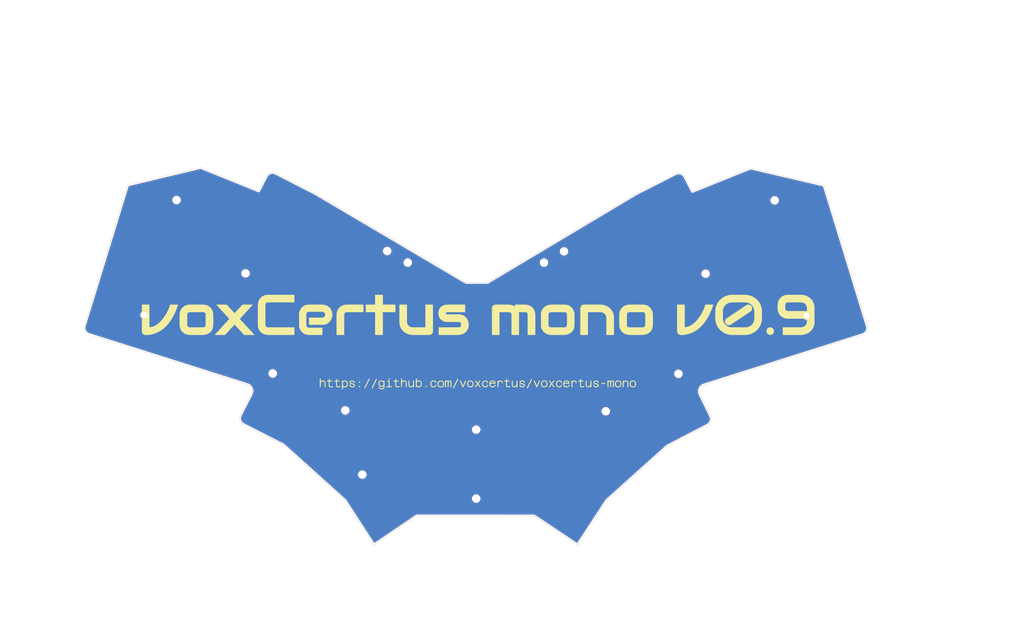
<source format=kicad_pcb>
(kicad_pcb (version 20211014) (generator pcbnew)
  (title_block (date "2022-03-19") (rev "1.7"))
  (layers (0 "F.Cu" signal) (31 "B.Cu" signal) (34 "B.Paste" user) (35 "F.Paste" user) (36 "B.SilkS" user "B.Silkscreen") (37 "F.SilkS" user "F.Silkscreen") (38 "B.Mask" user) (39 "F.Mask" user) (44 "Edge.Cuts" user))
  (net 0 "")
  (footprint "" (layer "F.Cu") (at 114.8612 147.640162 180)
    (fp_text reference "" (at 0 0) (layer "F.SilkS") (effects (font (size 1.27 1.27))))
    (fp_text value "" (at 0 0) (layer "F.SilkS") (effects (font (size 1.27 1.27))))
    (pad "" np_thru_hole circle (at 0 0 90) (size 2.2 2.2) (drill 2.2) (layers F&B.Cu *.Mask))
  )
  (footprint "" (layer "F.Cu") (at 232.6 110.0772 180)
    (fp_text reference "" (at 0 0) (layer "F.SilkS") (effects (font (size 1.27 1.27))))
    (fp_text value "" (at 0 0) (layer "F.SilkS") (effects (font (size 1.27 1.27))))
    (pad "" np_thru_hole circle (at 0 0 90) (size 2.2 2.2) (drill 2.2) (layers F&B.Cu *.Mask))
  )
  (footprint "" (layer "F.Cu") (at 189.98 64.4272 180)
    (fp_text reference "" (at 0 0) (layer "F.SilkS") (effects (font (size 1.27 1.27))))
    (fp_text value "" (at 0 0) (layer "F.SilkS") (effects (font (size 1.27 1.27))))
    (pad "" np_thru_hole circle (at 0 0 90) (size 2.2 2.2) (drill 2.2) (layers F&B.Cu *.Mask))
  )
  (footprint "" (layer "F.Cu") (at 268.44 45.4272 180)
    (fp_text reference "" (at 0 0) (layer "F.SilkS") (effects (font (size 1.27 1.27))))
    (fp_text value "" (at 0 0) (layer "F.SilkS") (effects (font (size 1.27 1.27))))
    (pad "" np_thru_hole circle (at 0 0 90) (size 2.2 2.2) (drill 2.2) (layers F&B.Cu *.Mask))
  )
  (footprint "" (layer "F.Cu") (at 33.8 88.1572 180)
    (fp_text reference "" (at 0 0) (layer "F.SilkS") (effects (font (size 1.27 1.27))))
    (fp_text value "" (at 0 0) (layer "F.SilkS") (effects (font (size 1.27 1.27))))
    (pad "" np_thru_hole circle (at 0 0 90) (size 2.2 2.2) (drill 2.2) (layers F&B.Cu *.Mask))
  )
  (footprint "" (layer "F.Cu") (at 157.2792 130.8812 180)
    (fp_text reference "" (at 0 0) (layer "F.SilkS") (effects (font (size 1.27 1.27))))
    (fp_text value "" (at 0 0) (layer "F.SilkS") (effects (font (size 1.27 1.27))))
    (pad "" np_thru_hole circle (at 0 0 90) (size 2.2 2.2) (drill 2.2) (layers F&B.Cu *.Mask))
  )
  (footprint "" (layer "F.Cu") (at 81.51 109.9272 180)
    (fp_text reference "" (at 0 0) (layer "F.SilkS") (effects (font (size 1.27 1.27))))
    (fp_text value "" (at 0 0) (layer "F.SilkS") (effects (font (size 1.27 1.27))))
    (pad "" np_thru_hole circle (at 0 0 90) (size 2.2 2.2) (drill 2.2) (layers F&B.Cu *.Mask))
  )
  (footprint "" (layer "F.Cu") (at 205.5392 124.0232 180)
    (fp_text reference "" (at 0 0) (layer "F.SilkS") (effects (font (size 1.27 1.27))))
    (fp_text value "" (at 0 0) (layer "F.SilkS") (effects (font (size 1.27 1.27))))
    (pad "" np_thru_hole circle (at 0 0 90) (size 2.2 2.2) (drill 2.2) (layers F&B.Cu *.Mask))
  )
  (footprint "" (layer "F.Cu") (at 157.2792 156.579792 180)
    (fp_text reference "" (at 0 0) (layer "F.SilkS") (effects (font (size 1.27 1.27))))
    (fp_text value "" (at 0 0) (layer "F.SilkS") (effects (font (size 1.27 1.27))))
    (pad "" np_thru_hole circle (at 0 0 90) (size 2.2 2.2) (drill 2.2) (layers F&B.Cu *.Mask))
  )
  (footprint "" (layer "F.Cu") (at 45.68 45.3002 180)
    (fp_text reference "" (at 0 0) (layer "F.SilkS") (effects (font (size 1.27 1.27))))
    (fp_text value "" (at 0 0) (layer "F.SilkS") (effects (font (size 1.27 1.27))))
    (pad "" np_thru_hole circle (at 0 0 90) (size 2.2 2.2) (drill 2.2) (layers F&B.Cu *.Mask))
  )
  (footprint "" (layer "F.Cu") (at 124.13 64.2972 180)
    (fp_text reference "" (at 0 0) (layer "F.SilkS") (effects (font (size 1.27 1.27))))
    (fp_text value "" (at 0 0) (layer "F.SilkS") (effects (font (size 1.27 1.27))))
    (pad "" np_thru_hole circle (at 0 0 90) (size 2.2 2.2) (drill 2.2) (layers F&B.Cu *.Mask))
  )
  (footprint "" (layer "F.Cu") (at 182.53 68.6272 180)
    (fp_text reference "" (at 0 0) (layer "F.SilkS") (effects (font (size 1.27 1.27))))
    (fp_text value "" (at 0 0) (layer "F.SilkS") (effects (font (size 1.27 1.27))))
    (pad "" np_thru_hole circle (at 0 0 90) (size 2.2 2.2) (drill 2.2) (layers F&B.Cu *.Mask))
  )
  (footprint "" (layer "F.Cu") (at 108.5112 123.6972 180)
    (fp_text reference "" (at 0 0) (layer "F.SilkS") (effects (font (size 1.27 1.27))))
    (fp_text value "" (at 0 0) (layer "F.SilkS") (effects (font (size 1.27 1.27))))
    (pad "" np_thru_hole circle (at 0 0 90) (size 2.2 2.2) (drill 2.2) (layers F&B.Cu *.Mask))
  )
  (footprint "" (layer "F.Cu") (at 71.38 72.6272 180)
    (fp_text reference "" (at 0 0) (layer "F.SilkS") (effects (font (size 1.27 1.27))))
    (fp_text value "" (at 0 0) (layer "F.SilkS") (effects (font (size 1.27 1.27))))
    (pad "" np_thru_hole circle (at 0 0 90) (size 2.2 2.2) (drill 2.2) (layers F&B.Cu *.Mask))
  )
  (footprint "" (layer "F.Cu") (at 131.8134 68.6174 180)
    (fp_text reference "" (at 0 0) (layer "F.SilkS") (effects (font (size 1.27 1.27))))
    (fp_text value "" (at 0 0) (layer "F.SilkS") (effects (font (size 1.27 1.27))))
    (pad "" np_thru_hole circle (at 0 0 90) (size 2.2 2.2) (drill 2.2) (layers F&B.Cu *.Mask))
  )
  (footprint "" (layer "F.Cu") (at 280.3 88.3172 180)
    (fp_text reference "" (at 0 0) (layer "F.SilkS") (effects (font (size 1.27 1.27))))
    (fp_text value "" (at 0 0) (layer "F.SilkS") (effects (font (size 1.27 1.27))))
    (pad "" np_thru_hole circle (at 0 0 90) (size 2.2 2.2) (drill 2.2) (layers F&B.Cu *.Mask))
  )
  (footprint "" (layer "F.Cu") (at 242.73 72.7572 180)
    (fp_text reference "" (at 0 0) (layer "F.SilkS") (effects (font (size 1.27 1.27))))
    (fp_text value "" (at 0 0) (layer "F.SilkS") (effects (font (size 1.27 1.27))))
    (pad "" np_thru_hole circle (at 0 0 90) (size 2.2 2.2) (drill 2.2) (layers F&B.Cu *.Mask))
  )
  (gr_poly (pts (xy 169.397823 84.340086) (xy 169.480084 84.341385) (xy 169.562261 84.344541) (xy 169.644324 84.349551) (xy 169.726242 84.356413) (xy 169.807985 84.365123) (xy 169.889521 84.375679) (xy 169.97082 84.388078) (xy 170.051851 84.402316) (xy 170.120775 84.415606) (xy 170.189486 84.429898) (xy 170.257974 84.445187) (xy 170.326229 84.461472) (xy 170.394238 84.478749) (xy 170.461991 84.497017) (xy 170.529478 84.516272) (xy 170.596688 84.536511) (xy 170.676539 84.561993) (xy 170.755906 84.589333) (xy 170.834791 84.618529) (xy 170.913192 84.649582) (xy 170.99111 84.682492) (xy 171.068545 84.717259) (xy 171.145497 84.753883) (xy 171.221965 84.792365) (xy 171.29795 84.832703) (xy 171.373452 84.874898) (xy 171.448471 84.918951) (xy 171.523007 84.96486) (xy 171.597059 85.012627) (xy 171.670628 85.06225) (xy 171.743714 85.113731) (xy 171.816317 85.167068) (xy 171.816317 84.340086) (xy 175.454232 84.340086) (xy 175.521058 84.340892) (xy 175.587843 84.342891) (xy 175.65457 84.346082) (xy 175.721224 84.350464) (xy 175.787788 84.356036) (xy 175.854247 84.362797) (xy 175.920586 84.370745) (xy 175.986788 84.37988) (xy 176.05548 84.390312) (xy 176.124001 84.401799) (xy 176.192339 84.414338) (xy 176.260481 84.427926) (xy 176.365308 84.451386) (xy 176.469436 84.477549) (xy 176.572816 84.506401) (xy 176.675394 84.537923) (xy 176.777119 84.572101) (xy 176.877939 84.608916) (xy 176.977802 84.648353) (xy 177.076656 84.690395) (xy 177.089696 84.696092) (xy 177.102718 84.70183) (xy 177.206816 84.750039) (xy 177.309785 84.801641) (xy 177.411623 84.856637) (xy 177.512331 84.915027) (xy 177.611908 84.97681) (xy 177.710355 85.041987) (xy 177.80767 85.110556) (xy 177.903853 85.18252) (xy 177.951952 85.220576) (xy 177.999271 85.259532) (xy 178.0458 85.299377) (xy 178.091527 85.340097) (xy 178.136439 85.38168) (xy 178.180525 85.424113) (xy 178.223773 85.467384) (xy 178.266171 85.51148) (xy 178.307708 85.556389) (xy 178.348372 85.602098) (xy 178.38815 85.648594) (xy 178.427031 85.695866) (xy 178.465003 85.743899) (xy 178.502054 85.792683) (xy 178.538173 85.842204) (xy 178.573348 85.89245) (xy 178.574347 85.893934) (xy 178.575337 85.895419) (xy 178.625671 85.970957) (xy 178.673962 86.047737) (xy 178.72019 86.125721) (xy 178.764334 86.204868) (xy 178.806373 86.285141) (xy 178.846286 86.366499) (xy 178.884052 86.448905) (xy 178.919649 86.532317) (xy 178.936294 86.572945) (xy 178.952508 86.613741) (xy 178.968292 86.654703) (xy 178.983643 86.695827) (xy 178.998561 86.73711) (xy 179.013045 86.778549) (xy 179.027093 86.82014) (xy 179.040706 86.86188) (xy 179.061981 86.93092) (xy 179.081884 87.001092) (xy 179.100414 87.072394) (xy 179.117571 87.144827) (xy 179.133356 87.218391) (xy 179.147769 87.293087) (xy 179.172476 87.445871) (xy 179.191694 87.603179) (xy 179.20542 87.765012) (xy 179.213657 87.931368) (xy 179.216402 88.102249) (xy 179.216402 95.512698) (xy 176.529085 95.512698) (xy 176.529085 88.102249) (xy 176.528916 88.063942) (xy 176.527878 88.025665) (xy 176.525973 87.987432) (xy 176.523201 87.949258) (xy 176.519565 87.911156) (xy 176.515064 87.873143) (xy 176.5097 87.835232) (xy 176.503475 87.797438) (xy 176.495898 87.759411) (xy 176.487348 87.72232) (xy 176.477826 87.686165) (xy 176.467332 87.650945) (xy 176.455866 87.616661) (xy 176.443426 87.583313) (xy 176.430015 87.550901) (xy 176.415631 87.519424) (xy 176.400275 87.488884) (xy 176.383947 87.459279) (xy 176.366646 87.43061) (xy 176.348373 87.402877) (xy 176.329128 87.376079) (xy 176.308911 87.350218) (xy 176.287721 87.325293) (xy 176.26556 87.301303) (xy 176.231506 87.268136) (xy 176.195233 87.237109) (xy 176.156739 87.208221) (xy 176.116024 87.181473) (xy 176.073089 87.156865) (xy 176.027933 87.134397) (xy 175.980556 87.114069) (xy 175.930959 87.09588) (xy 175.879141 87.079832) (xy 175.825102 87.065923) (xy 175.768843 87.054154) (xy 175.710362 87.044525) (xy 175.649661 87.037035) (xy 175.586739 87.031686) (xy 175.521596 87.028476) (xy 175.454232 87.027406) (xy 173.035945 87.027406) (xy 173.067398 87.152687) (xy 173.094656 87.28056) (xy 173.11772 87.411026) (xy 173.136591 87.544085) (xy 173.151268 87.679736) (xy 173.161751 87.817981) (xy 173.168041 87.958819) (xy 173.170137 88.102249) (xy 173.170137 95.512698) (xy 170.48304 95.512698) (xy 170.48304 88.102249) (xy 170.482833 88.063915) (xy 170.481707 88.025614) (xy 170.479665 87.987364) (xy 170.476706 87.949179) (xy 170.472833 87.911078) (xy 170.468045 87.873076) (xy 170.462345 87.835189) (xy 170.455733 87.797434) (xy 170.446366 87.753562) (xy 170.435624 87.710937) (xy 170.423505 87.669563) (xy 170.410012 87.629437) (xy 170.395142 87.590561) (xy 170.378897 87.552934) (xy 170.361277 87.516558) (xy 170.351951 87.498838) (xy 170.342281 87.481431) (xy 170.327798 87.456885) (xy 170.312485 87.432879) (xy 170.296358 87.409432) (xy 170.279433 87.386565) (xy 170.261725 87.364298) (xy 170.243249 87.342652) (xy 170.224023 87.321647) (xy 170.204061 87.301303) (xy 170.174167 87.273424) (xy 170.142805 87.24704) (xy 170.109976 87.222154) (xy 170.075678 87.198764) (xy 170.039912 87.17687) (xy 170.002678 87.156473) (xy 169.963976 87.137573) (xy 169.923805 87.120169) (xy 169.882167 87.104262) (xy 169.83906 87.089851) (xy 169.794484 87.076937) (xy 169.74844 87.065519) (xy 169.700928 87.055598) (xy 169.651948 87.047174) (xy 169.601498 87.040246) (xy 169.549581 87.034815) (xy 169.528057 87.03305) (xy 169.506517 87.031525) (xy 169.484963 87.030239) (xy 169.463397 87.029193) (xy 169.441822 87.028386) (xy 169.420239 87.02782) (xy 169.39865 87.027493) (xy 169.377059 87.027406) (xy 165.883736 87.027406) (xy 165.883736 95.512698) (xy 163.196627 95.512698) (xy 163.196627 85.673375) (xy 163.196771 85.643171) (xy 163.1976 85.613005) (xy 163.199113 85.58289) (xy 163.201306 85.552836) (xy 163.204179 85.522854) (xy 163.20773 85.492958) (xy 163.211955 85.463156) (xy 163.216854 85.433462) (xy 163.222423 85.403887) (xy 163.228662 85.374442) (xy 163.235568 85.345138) (xy 163.24314 85.315987) (xy 163.251375 85.287) (xy 163.26027 85.25819) (xy 163.269825 85.229566) (xy 163.280037 85.201142) (xy 163.284804 85.188632) (xy 163.289708 85.176172) (xy 163.294745 85.163764) (xy 163.29991 85.151409) (xy 163.313171 85.121302) (xy 163.327077 85.091678) (xy 163.341628 85.062537) (xy 163.356824 85.033879) (xy 163.372665 85.005704) (xy 163.38915 84.978011) (xy 163.40628 84.950802) (xy 163.424056 84.924075) (xy 163.442476 84.897832) (xy 163.461541 84.872071) (xy 163.481251 84.846793) (xy 163.501606 84.821998) (xy 163.522605 84.797687) (xy 163.54425 84.773857) (xy 163.566539 84.750511) (xy 163.589473 84.727648) (xy 163.612971 84.705355) (xy 163.636952 84.683667) (xy 163.661417 84.662585) (xy 163.686364 84.642108) (xy 163.711793 84.622236) (xy 163.737706 84.602969) (xy 163.764102 84.584308) (xy 163.790981 84.566252) (xy 163.818342 84.548801) (xy 163.846187 84.531956) (xy 163.874515 84.515715) (xy 163.903325 84.50008) (xy 163.932619 84.48505) (xy 163.962395 84.470625) (xy 163.992654 84.456806) (xy 164.023396 84.443591) (xy 164.054868 84.430996) (xy 164.086609 84.419203) (xy 164.118604 84.408216) (xy 164.150838 84.398038) (xy 164.183296 84.388671) (xy 164.215961 84.380119) (xy 164.248818 84.372386) (xy 164.281853 84.365473) (xy 164.315049 84.359384) (xy 164.348392 84.354122) (xy 164.381865 84.34969) (xy 164.415454 84.346091) (xy 164.449143 84.343328) (xy 164.482916 84.341404) (xy 164.516759 84.340322) (xy 164.550655 84.340086)) (layer "F.SilkS") (width 0.16) (fill solid))
  (gr_poly (pts (xy 128.298301 112.841851) (xy 127.409303 112.841851) (xy 127.409303 112.680984) (xy 128.298301 112.680984)) (layer "F.SilkS") (width 0.16) (fill solid))
  (gr_poly (pts (xy 182.676184 112.631441) (xy 182.738668 112.635211) (xy 182.799415 112.641495) (xy 182.858426 112.650293) (xy 182.915701 112.661604) (xy 182.971239 112.675428) (xy 183.025041 112.691766) (xy 183.077107 112.710618) (xy 183.127436 112.731983) (xy 183.176029 112.755861) (xy 183.222886 112.782254) (xy 183.268006 112.811159) (xy 183.31139 112.842579) (xy 183.353037 112.876511) (xy 183.392948 112.912958) (xy 183.431123 112.951918) (xy 183.453627 112.977355) (xy 183.475278 113.003444) (xy 183.496063 113.030164) (xy 183.515972 113.057493) (xy 183.534991 113.085407) (xy 183.553109 113.113885) (xy 183.570315 113.142905) (xy 183.586596 113.172444) (xy 183.601941 113.20248) (xy 183.616338 113.232991) (xy 183.629775 113.263954) (xy 183.642241 113.295348) (xy 183.653723 113.32715) (xy 183.664209 113.359337) (xy 183.673688 113.391888) (xy 183.682148 113.424781) (xy 183.693261 113.471619) (xy 183.702893 113.519634) (xy 183.711043 113.568827) (xy 183.717711 113.619197) (xy 183.722898 113.670744) (xy 183.726603 113.723469) (xy 183.728826 113.777371) (xy 183.729567 113.832451) (xy 183.729318 113.87189) (xy 183.728147 113.911296) (xy 183.726055 113.950652) (xy 183.723044 113.989945) (xy 183.719115 114.029155) (xy 183.714269 114.068269) (xy 183.708508 114.10727) (xy 183.701832 114.146141) (xy 183.693357 114.188343) (xy 183.683432 114.230187) (xy 183.672067 114.271637) (xy 183.659277 114.312656) (xy 183.645073 114.353207) (xy 183.629467 114.393253) (xy 183.612471 114.432758) (xy 183.594099 114.471684) (xy 183.57672 114.505063) (xy 183.558447 114.537466) (xy 183.539282 114.568894) (xy 183.519223 114.599346) (xy 183.498271 114.628822) (xy 183.476426 114.657323) (xy 183.453688 114.684847) (xy 183.430057 114.711397) (xy 183.405533 114.73697) (xy 183.380116 114.761568) (xy 183.353806 114.785191) (xy 183.326603 114.807837) (xy 183.298508 114.829508) (xy 183.269519 114.850204) (xy 183.239638 114.869923) (xy 183.208864 114.888668) (xy 183.18843 114.900134) (xy 183.167763 114.911132) (xy 183.146871 114.921657) (xy 183.125763 114.931708) (xy 183.104446 114.94128) (xy 183.082929 114.950371) (xy 183.06122 114.958979) (xy 183.039328 114.9671) (xy 183.017259 114.974731) (xy 182.995024 114.981869) (xy 182.972629 114.988511) (xy 182.950084 114.994655) (xy 182.927396 115.000298) (xy 182.904574 115.005436) (xy 182.881625 115.010066) (xy 182.858558 115.014186) (xy 182.827968 115.019104) (xy 182.797289 115.023352) (xy 182.766532 115.02693) (xy 182.735708 115.029835) (xy 182.704828 115.032067) (xy 182.673903 115.033626) (xy 182.642945 115.034509) (xy 182.611964 115.034718) (xy 182.57607 115.03446) (xy 182.540214 115.033275) (xy 182.504412 115.031163) (xy 182.468684 115.028128) (xy 182.433046 115.02417) (xy 182.397516 115.019291) (xy 182.362112 115.013493) (xy 182.326851 115.006777) (xy 182.326857 115.006777) (xy 182.306351 115.002402) (xy 182.285954 114.997615) (xy 182.26567 114.992419) (xy 182.245506 114.986815) (xy 182.225468 114.980808) (xy 182.205562 114.974398) (xy 182.185793 114.967587) (xy 182.166169 114.960379) (xy 182.146694 114.952776) (xy 182.127375 114.944779) (xy 182.108218 114.936391) (xy 182.089228 114.927615) (xy 182.070413 114.918452) (xy 182.051778 114.908905) (xy 182.033328 114.898976) (xy 182.015071 114.888668) (xy 181.984304 114.869923) (xy 181.954447 114.850204) (xy 181.925499 114.829508) (xy 181.897461 114.807837) (xy 181.870333 114.785191) (xy 181.844114 114.761568) (xy 181.818805 114.73697) (xy 181.794405 114.711397) (xy 181.770915 114.684847) (xy 181.748335 114.657322) (xy 181.726664 114.628822) (xy 181.705903 114.599345) (xy 181.686051 114.568894) (xy 181.667109 114.537466) (xy 181.649076 114.505063) (xy 181.631953 114.471684) (xy 181.612833 114.430329) (xy 181.595233 114.388354) (xy 181.579167 114.345801) (xy 181.564649 114.302712) (xy 181.551691 114.259129) (xy 181.540307 114.215096) (xy 181.530511 114.170655) (xy 181.522316 114.125848) (xy 181.516624 114.089441) (xy 181.51171 114.052934) (xy 181.507573 114.016338) (xy 181.504216 113.979665) (xy 181.501639 113.942928) (xy 181.499843 113.906138) (xy 181.498831 113.869309) (xy 181.498604 113.832451) (xy 181.498604 113.83245) (xy 181.697572 113.83245) (xy 181.697798 113.870515) (xy 181.698991 113.908543) (xy 181.701149 113.946517) (xy 181.704271 113.984418) (xy 181.708355 114.022227) (xy 181.713398 114.059926) (xy 181.719399 114.097497) (xy 181.726356 114.134922) (xy 181.73149 114.158668) (xy 181.737048 114.182068) (xy 181.743032 114.205122) (xy 181.74944 114.227831) (xy 181.756274 114.250194) (xy 181.763532 114.272211) (xy 181.771216 114.293883) (xy 181.779324 114.31521) (xy 181.787857 114.33619) (xy 181.796816 114.356825) (xy 181.8062 114.377115) (xy 181.816008 114.397058) (xy 181.826242 114.416657) (xy 181.8369 114.435909) (xy 181.847984 114.454816) (xy 181.859492 114.473378) (xy 181.868734 114.487614) (xy 181.878251 114.501661) (xy 181.888041 114.515515) (xy 181.898102 114.529172) (xy 181.908429 114.542628) (xy 181.919021 114.555879) (xy 181.929874 114.568921) (xy 181.940986 114.581751) (xy 181.96529 114.607969) (xy 181.990651 114.632986) (xy 182.017022 114.656779) (xy 182.044357 114.679322) (xy 182.07261 114.70059) (xy 182.101736 114.720559) (xy 182.131687 114.739204) (xy 182.162417 114.756501) (xy 182.193881 114.772425) (xy 182.226033 114.786951) (xy 182.258825 114.800055) (xy 182.292212 114.811711) (xy 182.326148 114.821895) (xy 182.360587 114.830583) (xy 182.395482 114.83775) (xy 182.430787 114.843371) (xy 182.453291 114.84662) (xy 182.475849 114.849426) (xy 182.498454 114.851788) (xy 182.5211 114.853705) (xy 182.543781 114.855177) (xy 182.566488 114.856203) (xy 182.589216 114.856784) (xy 182.611958 114.856918) (xy 182.611964 114.856918) (xy 182.648964 114.856629) (xy 182.685897 114.85506) (xy 182.722732 114.852217) (xy 182.759436 114.848104) (xy 182.795975 114.842724) (xy 182.832317 114.836082) (xy 182.86843 114.828182) (xy 182.90428 114.819029) (xy 182.931707 114.810942) (xy 182.958761 114.801887) (xy 182.985418 114.79188) (xy 183.011653 114.780934) (xy 183.037444 114.769065) (xy 183.062767 114.756287) (xy 183.087599 114.742615) (xy 183.111915 114.728063) (xy 183.135693 114.712647) (xy 183.158908 114.69638) (xy 183.181538 114.679278) (xy 183.203558 114.661355) (xy 183.224945 114.642627) (xy 183.245675 114.623107) (xy 183.265725 114.60281) (xy 183.285072 114.581751) (xy 183.313089 114.548705) (xy 183.339409 114.514282) (xy 183.364033 114.478484) (xy 183.38696 114.44131) (xy 183.40819 114.40276) (xy 183.427724 114.362835) (xy 183.445561 114.321533) (xy 183.461702 114.278856) (xy 183.476146 114.234803) (xy 183.488893 114.189374) (xy 183.499944 114.142569) (xy 183.509298 114.094388) (xy 183.516956 114.044832) (xy 183.522917 113.9939) (xy 183.527181 113.941592) (xy 183.52975 113.887908) (xy 183.530122 113.874046) (xy 183.530386 113.860182) (xy 183.530543 113.846317) (xy 183.530592 113.83245) (xy 183.530373 113.794119) (xy 183.529179 113.755825) (xy 183.527009 113.717585) (xy 183.523867 113.679419) (xy 183.519753 113.641345) (xy 183.51467 113.603383) (xy 183.508618 113.56555) (xy 183.5016 113.527865) (xy 183.494256 113.494766) (xy 183.486086 113.462357) (xy 183.477092 113.430637) (xy 183.467272 113.399607) (xy 183.456626 113.369266) (xy 183.445156 113.339615) (xy 183.432861 113.310654) (xy 183.41974 113.282382) (xy 183.405794 113.2548) (xy 183.391023 113.227908) (xy 183.375427 113.201705) (xy 183.359006 113.176192) (xy 183.34176 113.151368) (xy 183.323689 113.127234) (xy 183.304793 113.103789) (xy 183.285072 113.081034) (xy 183.260671 113.055139) (xy 183.235242 113.030427) (xy 183.208829 113.006921) (xy 183.181478 112.984647) (xy 183.153234 112.963626) (xy 183.12414 112.943883) (xy 183.094241 112.925443) (xy 183.063583 112.908327) (xy 183.03221 112.89256) (xy 183.000166 112.878166) (xy 182.967496 112.865168) (xy 182.934246 112.853591) (xy 182.900459 112.843457) (xy 182.86618 112.83479) (xy 182.831455 112.827615) (xy 182.796327 112.821954) (xy 182.773429 112.818608) (xy 182.750476 112.815719) (xy 182.727474 112.813285) (xy 182.70443 112.811309) (xy 182.681351 112.80979) (xy 182.658243 112.808729) (xy 182.635114 112.808127) (xy 182.61197 112.807984) (xy 182.559243 112.809051) (xy 182.507955 112.812251) (xy 182.458106 112.817584) (xy 182.409695 112.82505) (xy 182.362723 112.834649) (xy 182.317189 112.846382) (xy 182.273095 112.860248) (xy 182.230439 112.876247) (xy 182.189221 112.894379) (xy 182.149443 112.914644) (xy 182.111103 112.937043) (xy 182.074202 112.961575) (xy 182.03874 112.98824) (xy 182.004717 113.017038) (xy 181.972132 113.04797) (xy 181.940986 113.081034) (xy 181.923719 113.101331) (xy 181.907077 113.122092) (xy 181.891068 113.143303) (xy 181.8757 113.164948) (xy 181.86098 113.187012) (xy 181.846917 113.209482) (xy 181.833518 113.23234) (xy 181.820792 113.255574) (xy 181.808746 113.279168) (xy 181.797388 113.303106) (xy 181.786727 113.327374) (xy 181.776769 113.351958) (xy 181.767523 113.376841) (xy 181.758997 113.40201) (xy 181.751199 113.42745) (xy 181.744136 113.453144) (xy 181.735146 113.488102) (xy 181.727122 113.523867) (xy 181.720064 113.560439) (xy 181.713972 113.597818) (xy 181.708846 113.636004) (xy 181.704686 113.674997) (xy 181.701492 113.714797) (xy 181.699263 113.755404) (xy 181.698528 113.774658) (xy 181.698001 113.793918) (xy 181.697682 113.813182) (xy 181.697572 113.83245) (xy 181.498604 113.83245) (xy 181.499124 113.786289) (xy 181.500687 113.740938) (xy 181.503291 113.696397) (xy 181.506937 113.652667) (xy 181.511625 113.609746) (xy 181.517355 113.567636) (xy 181.524126 113.526336) (xy 181.531939 113.485847) (xy 181.540794 113.446168) (xy 181.550691 113.407299) (xy 181.56163 113.36924) (xy 181.573611 113.331992) (xy 181.586634 113.295554) (xy 181.600698 113.259926) (xy 181.615805 113.225108) (xy 181.631953 113.191101) (xy 181.649076 113.157978) (xy 181.667109 113.125815) (xy 181.686051 113.094611) (xy 181.705903 113.064366) (xy 181.726664 113.03508) (xy 181.748335 113.006753) (xy 181.770916 112.979385) (xy 181.794406 112.952976) (xy 181.818806 112.927526) (xy 181.844115 112.903036) (xy 181.870335 112.879504) (xy 181.897463 112.856932) (xy 181.925502 112.835319) (xy 181.954451 112.814665) (xy 181.984309 112.79497) (xy 182.015077 112.776234) (xy 182.035511 112.764767) (xy 182.056178 112.75377) (xy 182.077069 112.743244) (xy 182.098178 112.733194) (xy 182.119495 112.723621) (xy 182.141012 112.71453) (xy 182.162721 112.705922) (xy 182.184614 112.697802) (xy 182.206682 112.690171) (xy 182.228918 112.683033) (xy 182.251312 112.67639) (xy 182.273856 112.670246) (xy 182.296543 112.664604) (xy 182.319365 112.659466) (xy 182.342311 112.654836) (xy 182.365376 112.650716) (xy 182.395966 112.645798) (xy 182.426644 112.64155) (xy 182.457401 112.637973) (xy 182.488224 112.635068) (xy 182.519102 112.632835) (xy 182.550026 112.631277) (xy 182.580984 112.630393) (xy 182.611964 112.630184)) (layer "F.SilkS") (width 0.16) (fill solid))
  (gr_poly (pts (xy 113.96847 114.983918) (xy 113.680604 114.983918) (xy 113.680604 114.670651) (xy 113.96847 114.670651)) (layer "F.SilkS") (width 0.16) (fill solid))
  (gr_poly (pts (xy 138.73347 114.983918) (xy 138.445604 114.983918) (xy 138.445604 114.670651) (xy 138.73347 114.670651)) (layer "F.SilkS") (width 0.16) (fill solid))
  (gr_poly (pts (xy 197.089967 112.841851) (xy 196.200966 112.841851) (xy 196.200966 112.680984) (xy 197.089967 112.680984)) (layer "F.SilkS") (width 0.16) (fill solid))
  (gr_poly (pts (xy 102.644304 114.408184) (xy 102.644734 114.432526) (xy 102.646024 114.456867) (xy 102.648174 114.481209) (xy 102.651183 114.505551) (xy 102.655053 114.529892) (xy 102.659783 114.554234) (xy 102.665372 114.578576) (xy 102.671821 114.602917) (xy 102.675302 114.614327) (xy 102.679252 114.625543) (xy 102.683662 114.636551) (xy 102.688523 114.647339) (xy 102.693826 114.657894) (xy 102.699562 114.668203) (xy 102.705721 114.678252) (xy 102.712295 114.688029) (xy 102.719275 114.697521) (xy 102.72665 114.706716) (xy 102.734413 114.715599) (xy 102.742553 114.724158) (xy 102.751063 114.73238) (xy 102.759932 114.740252) (xy 102.769152 114.747761) (xy 102.778713 114.754894) (xy 102.781073 114.756617) (xy 102.783447 114.75832) (xy 102.785835 114.760003) (xy 102.788237 114.761667) (xy 102.797265 114.767503) (xy 102.806492 114.772996) (xy 102.81591 114.778142) (xy 102.825507 114.782936) (xy 102.835274 114.787373) (xy 102.845201 114.791449) (xy 102.855279 114.795159) (xy 102.865496 114.798498) (xy 102.87464 114.801297) (xy 102.884027 114.803928) (xy 102.893657 114.80639) (xy 102.90353 114.808684) (xy 102.924006 114.812765) (xy 102.945453 114.816172) (xy 102.967873 114.818903) (xy 102.991266 114.820961) (xy 103.015631 114.822343) (xy 103.040968 114.823051) (xy 103.047952 114.823075) (xy 103.054936 114.823051) (xy 103.855038 114.823051) (xy 103.855038 114.983918) (xy 103.008371 114.983918) (xy 102.992346 114.983846) (xy 102.976327 114.983514) (xy 102.960318 114.982923) (xy 102.944321 114.982073) (xy 102.92834 114.980964) (xy 102.912379 114.979597) (xy 102.896439 114.97797) (xy 102.880525 114.976086) (xy 102.864342 114.97382) (xy 102.848497 114.971257) (xy 102.832989 114.968396) (xy 102.817818 114.965238) (xy 102.802985 114.961782) (xy 102.788489 114.958028) (xy 102.77433 114.953977) (xy 102.760509 114.949628) (xy 102.750991 114.946414) (xy 102.741548 114.942996) (xy 102.732182 114.939377) (xy 102.722898 114.935558) (xy 102.713698 114.931539) (xy 102.704586 114.927322) (xy 102.695565 114.922909) (xy 102.686638 114.918301) (xy 102.671549 114.909851) (xy 102.656972 114.900905) (xy 102.642907 114.891462) (xy 102.629356 114.881524) (xy 102.616317 114.871089) (xy 102.60379 114.860159) (xy 102.591776 114.848732) (xy 102.580275 114.836809) (xy 102.569287 114.82439) (xy 102.558811 114.811475) (xy 102.548848 114.798064) (xy 102.539397 114.784157) (xy 102.530459 114.769754) (xy 102.522034 114.754854) (xy 102.514121 114.739459) (xy 102.506721 114.723567) (xy 102.499801 114.707205) (xy 102.493327 114.690395) (xy 102.487299 114.67314) (xy 102.481718 114.655437) (xy 102.476584 114.637289) (xy 102.471895 114.618693) (xy 102.467654 114.599652) (xy 102.463859 114.580163) (xy 102.46051 114.560229) (xy 102.457608 114.539847) (xy 102.455152 114.51902) (xy 102.453143 114.497746) (xy 102.45158 114.476025) (xy 102.450464 114.453858) (xy 102.449794 114.431244) (xy 102.449571 114.408184) (xy 102.449571 112.841851) (xy 102.644304 112.841851)) (layer "F.SilkS") (width 0.16) (fill solid))
  (gr_poly (pts (xy 67.2748 87.5752) (xy 70.26184 84.340086) (xy 73.961772 84.340086) (xy 69.135134 89.611221) (xy 74.571581 95.512698) (xy 70.871651 95.512698) (xy 67.29554 91.616128) (xy 63.719432 95.512698) (xy 60.00913 95.512698) (xy 65.435201 89.590478) (xy 60.629311 84.340086) (xy 64.308715 84.340086)) (layer "F.SilkS") (width 0.16) (fill solid))
  (gr_poly (pts (xy 102.449571 112.841851) (xy 101.814571 112.841851) (xy 101.814571 112.680984) (xy 102.449571 112.680984)) (layer "F.SilkS") (width 0.16) (fill solid))
  (gr_poly (pts (xy 166.379124 112.630364) (xy 166.406482 112.631298) (xy 166.433794 112.632983) (xy 166.461043 112.635417) (xy 166.488215 112.6386) (xy 166.515294 112.642529) (xy 166.542265 112.647203) (xy 166.569111 112.652621) (xy 166.591232 112.657899) (xy 166.612932 112.663733) (xy 166.634209 112.670123) (xy 166.655065 112.677068) (xy 166.675498 112.684569) (xy 166.69551 112.692626) (xy 166.715101 112.701238) (xy 166.734269 112.710406) (xy 166.753016 112.720129) (xy 166.771341 112.730409) (xy 166.789245 112.741243) (xy 166.806727 112.752634) (xy 166.823787 112.764579) (xy 166.840425 112.777081) (xy 166.856642 112.790138) (xy 166.872438 112.803751) (xy 166.896018 112.825893) (xy 166.918076 112.848929) (xy 166.938614 112.872857) (xy 166.95763 112.897678) (xy 166.975125 112.923392) (xy 166.991098 112.949999) (xy 167.005551 112.977499) (xy 167.018482 113.005893) (xy 167.029892 113.035179) (xy 167.03978 113.065358) (xy 167.048148 113.09643) (xy 167.054994 113.128395) (xy 167.060318 113.161253) (xy 167.064122 113.195003) (xy 167.066404 113.229647) (xy 167.067164 113.265184) (xy 167.067164 113.506484) (xy 166.872438 113.506484) (xy 166.872438 113.265184) (xy 166.872266 113.245869) (xy 166.871359 113.226595) (xy 166.869719 113.207384) (xy 166.86735 113.188256) (xy 166.864255 113.169232) (xy 166.860435 113.150334) (xy 166.855895 113.131581) (xy 166.850636 113.112995) (xy 166.84637 113.100067) (xy 166.841679 113.087317) (xy 166.836569 113.074754) (xy 166.831046 113.062388) (xy 166.825117 113.050228) (xy 166.818787 113.038285) (xy 166.812064 113.026567) (xy 166.804953 113.015084) (xy 166.79746 113.003847) (xy 166.789592 112.992865) (xy 166.781355 112.982147) (xy 166.772755 112.971704) (xy 166.763798 112.961544) (xy 166.754492 112.951679) (xy 166.744841 112.942117) (xy 166.734852 112.932868) (xy 166.719006 112.919189) (xy 166.702478 112.906303) (xy 166.685266 112.894212) (xy 166.667371 112.882914) (xy 166.648793 112.87241) (xy 166.629532 112.8627) (xy 166.609588 112.853784) (xy 166.588961 112.845661) (xy 166.567651 112.838332) (xy 166.545658 112.831797) (xy 166.522982 112.826055) (xy 166.499623 112.821108) (xy 166.475581 112.816954) (xy 166.450855 112.813594) (xy 166.425446 112.811027) (xy 166.399354 112.809254) (xy 166.387459 112.808702) (xy 166.375559 112.808306) (xy 166.363653 112.808067) (xy 166.351741 112.807984) (xy 166.31376 112.808758) (xy 166.276042 112.811447) (xy 166.238652 112.816024) (xy 166.201655 112.82246) (xy 166.165119 112.830729) (xy 166.129108 112.840802) (xy 166.093688 112.852651) (xy 166.058927 112.86625) (xy 166.024889 112.88157) (xy 165.99164 112.898584) (xy 165.959246 112.917263) (xy 165.927774 112.937581) (xy 165.897289 112.959509) (xy 165.867857 112.98302) (xy 165.839544 113.008086) (xy 165.812416 113.034679) (xy 165.802577 113.044481) (xy 165.792875 113.054417) (xy 165.783311 113.064485) (xy 165.773884 113.074684) (xy 165.744045 113.108898) (xy 165.71538 113.144865) (xy 165.687888 113.182584) (xy 165.661571 113.222057) (xy 165.636427 113.263282) (xy 165.612458 113.306261) (xy 165.589663 113.350992) (xy 165.568042 113.397476) (xy 165.547594 113.445713) (xy 165.528321 113.495702) (xy 165.510222 113.547445) (xy 165.493297 113.600941) (xy 165.488136 113.619043) (xy 165.488136 114.983918) (xy 165.293403 114.983918) (xy 165.293403 113.523418) (xy 165.382301 113.523418) (xy 165.437336 113.832451) (xy 165.449565 113.771944) (xy 165.462969 113.71319) (xy 165.477546 113.656189) (xy 165.488136 113.619043) (xy 165.488136 113.315984) (xy 165.484203 113.231706) (xy 165.477595 113.246203) (xy 165.464009 113.277884) (xy 165.451935 113.307929) (xy 165.440388 113.338174) (xy 165.42937 113.368609) (xy 165.418884 113.39923) (xy 165.408932 113.430028) (xy 165.399516 113.460996) (xy 165.390638 113.492129) (xy 165.382301 113.523418) (xy 165.293403 113.523418) (xy 165.293403 112.680984) (xy 165.458503 112.680984) (xy 165.484203 113.231706) (xy 165.491683 113.215297) (xy 165.506274 113.185164) (xy 165.521367 113.155805) (xy 165.536963 113.127221) (xy 165.553062 113.09941) (xy 165.569664 113.072373) (xy 165.586769 113.046109) (xy 165.591403 113.039217) (xy 165.596083 113.032358) (xy 165.615308 113.005153) (xy 165.635412 112.978626) (xy 165.656376 112.952799) (xy 165.678183 112.927691) (xy 165.700812 112.903324) (xy 165.724247 112.879716) (xy 165.748468 112.856891) (xy 165.773457 112.834866) (xy 165.791306 112.820204) (xy 165.809534 112.806036) (xy 165.828131 112.792368) (xy 165.847086 112.779208) (xy 165.866389 112.766563) (xy 165.886028 112.754439) (xy 165.905994 112.742844) (xy 165.926277 112.731784) (xy 165.949194 112.720213) (xy 165.9724 112.709323) (xy 165.995882 112.699118) (xy 166.019622 112.689603) (xy 166.043606 112.68078) (xy 166.067818 112.672654) (xy 166.092244 112.66523) (xy 166.116867 112.658511) (xy 166.141673 112.6525) (xy 166.166646 112.647202) (xy 166.191771 112.642621) (xy 166.217033 112.638761) (xy 166.242415 112.635626) (xy 166.267903 112.633219) (xy 166.293482 112.631545) (xy 166.319136 112.630608) (xy 166.327285 112.630407) (xy 166.335435 112.630269) (xy 166.343585 112.630195) (xy 166.351735 112.630184)) (layer "F.SilkS") (width 0.16) (fill solid))
  (gr_poly (pts (xy 163.424859 112.630861) (xy 163.472895 112.632893) (xy 163.519811 112.636279) (xy 163.565609 112.641019) (xy 163.610286 112.647114) (xy 163.653844 112.654562) (xy 163.696282 112.663365) (xy 163.737601 112.673523) (xy 163.7778 112.685035) (xy 163.81688 112.697901) (xy 163.85484 112.712122) (xy 163.89168 112.727696) (xy 163.927401 112.744626) (xy 163.962002 112.762909) (xy 163.995484 112.782547) (xy 164.027845 112.803539) (xy 164.043288 112.814312) (xy 164.05848 112.825426) (xy 164.073414 112.836875) (xy 164.088087 112.848656) (xy 164.102492 112.860763) (xy 164.116624 112.873193) (xy 164.130476 112.88594) (xy 164.144044 112.899001) (xy 164.174726 112.930899) (xy 164.203428 112.964207) (xy 164.230151 112.998924) (xy 164.254895 113.03505) (xy 164.277659 113.072584) (xy 164.298444 113.111527) (xy 164.317249 113.15188) (xy 164.334075 113.193641) (xy 164.348921 113.236811) (xy 164.361788 113.28139) (xy 164.372675 113.327378) (xy 164.381583 113.374775) (xy 164.388512 113.42358) (xy 164.39346 113.473795) (xy 164.39643 113.525418) (xy 164.397419 113.578451) (xy 164.397326 113.595542) (xy 164.397044 113.612556) (xy 164.396575 113.629517) (xy 164.395928 113.646184) (xy 162.475065 113.646184) (xy 162.474843 113.647964) (xy 162.471024 113.687486) (xy 162.468203 113.727815) (xy 162.466383 113.768951) (xy 162.466004 113.782707) (xy 162.465736 113.796464) (xy 162.465578 113.810223) (xy 162.465528 113.823984) (xy 162.465742 113.856851) (xy 162.466652 113.889693) (xy 162.468257 113.922499) (xy 162.470559 113.95526) (xy 162.473555 113.987963) (xy 162.477245 114.020598) (xy 162.48163 114.053155) (xy 162.486708 114.085621) (xy 162.493901 114.12405) (xy 162.502145 114.161666) (xy 162.511441 114.19847) (xy 162.521788 114.234461) (xy 162.533188 114.269639) (xy 162.54564 114.304005) (xy 162.559144 114.337557) (xy 162.573701 114.370296) (xy 162.574643 114.372302) (xy 162.575593 114.374307) (xy 162.583413 114.39073) (xy 162.59157 114.406973) (xy 162.600059 114.423031) (xy 162.608879 114.438898) (xy 162.618025 114.454569) (xy 162.627494 114.470041) (xy 162.637283 114.485307) (xy 162.647389 114.500362) (xy 162.657807 114.515203) (xy 162.668535 114.529824) (xy 162.67957 114.54422) (xy 162.690907 114.558386) (xy 162.702543 114.572318) (xy 162.714476 114.586009) (xy 162.726701 114.599456) (xy 162.739216 114.612654) (xy 162.756276 114.62955) (xy 162.773832 114.645903) (xy 162.791872 114.661703) (xy 162.810383 114.676939) (xy 162.829352 114.691601) (xy 162.848765 114.705678) (xy 162.868611 114.719159) (xy 162.888875 114.732034) (xy 162.905861 114.742056) (xy 162.923063 114.751661) (xy 162.940474 114.760848) (xy 162.958085 114.769612) (xy 162.97589 114.777952) (xy 162.993879 114.785864) (xy 163.012046 114.793346) (xy 163.030383 114.800394) (xy 163.048881 114.807006) (xy 163.067534 114.813179) (xy 163.086332 114.81891) (xy 163.105269 114.824195) (xy 163.124337 114.829033) (xy 163.143527 114.83342) (xy 163.162833 114.837354) (xy 163.182246 114.840831) (xy 163.206243 114.844686) (xy 163.230311 114.848016) (xy 163.25444 114.850819) (xy 163.278622 114.853096) (xy 163.302848 114.854845) (xy 163.327109 114.856065) (xy 163.351397 114.856756) (xy 163.375703 114.856918) (xy 163.408853 114.856672) (xy 163.441966 114.855518) (xy 163.475022 114.853457) (xy 163.508003 114.850491) (xy 163.54089 114.846621) (xy 163.573665 114.84185) (xy 163.606308 114.83618) (xy 163.638801 114.829613) (xy 163.660065 114.824806) (xy 163.681178 114.819474) (xy 163.702131 114.813618) (xy 163.722915 114.807245) (xy 163.743519 114.800357) (xy 163.763935 114.792959) (xy 163.784153 114.785055) (xy 163.804165 114.776649) (xy 163.823959 114.767745) (xy 163.843528 114.758347) (xy 163.862861 114.748459) (xy 163.88195 114.738086) (xy 163.900785 114.727231) (xy 163.919356 114.715899) (xy 163.937655 114.704093) (xy 163.955671 114.691818) (xy 163.98408 114.670717) (xy 164.011101 114.64869) (xy 164.036732 114.625738) (xy 164.060974 114.601859) (xy 164.083827 114.577055) (xy 164.105291 114.551324) (xy 164.125366 114.524667) (xy 164.144053 114.497084) (xy 164.16135 114.468575) (xy 164.177257 114.439141) (xy 164.191776 114.40878) (xy 164.204906 114.377493) (xy 164.216646 114.34528) (xy 164.226997 114.31214) (xy 164.235959 114.278075) (xy 164.243531 114.243084) (xy 164.43827 114.243084) (xy 164.433868 114.265484) (xy 164.42895 114.287754) (xy 164.423521 114.309886) (xy 164.417584 114.331871) (xy 164.411141 114.3537) (xy 164.404197 114.375366) (xy 164.396754 114.396859) (xy 164.388816 114.418171) (xy 164.380386 114.439293) (xy 164.371467 114.460217) (xy 164.362064 114.480935) (xy 164.352178 114.501436) (xy 164.341813 114.521714) (xy 164.330973 114.541759) (xy 164.319661 114.561562) (xy 164.307881 114.581116) (xy 164.296542 114.598583) (xy 164.284812 114.615767) (xy 164.272696 114.63266) (xy 164.2602 114.649256) (xy 164.24733 114.66555) (xy 164.234091 114.681534) (xy 164.220489 114.697204) (xy 164.20653 114.712553) (xy 164.192219 114.727575) (xy 164.177562 114.742263) (xy 164.162565 114.756612) (xy 164.147234 114.770615) (xy 164.131574 114.784267) (xy 164.115591 114.797561) (xy 164.099291 114.810491) (xy 164.082679 114.823051) (xy 164.05812 114.840588) (xy 164.033102 114.857386) (xy 164.007643 114.873437) (xy 163.98176 114.888734) (xy 163.95547 114.90327) (xy 163.92879 114.917036) (xy 163.901737 114.930026) (xy 163.874328 114.942233) (xy 163.846581 114.953649) (xy 163.818512 114.964267) (xy 163.790139 114.974079) (xy 163.761479 114.983078) (xy 163.732548 114.991257) (xy 163.703365 114.998608) (xy 163.673945 115.005125) (xy 163.644307 115.010799) (xy 163.611024 115.016529) (xy 163.577631 115.021479) (xy 163.54414 115.025647) (xy 163.510566 115.029032) (xy 163.476921 115.031633) (xy 163.44322 115.033448) (xy 163.409476 115.034476) (xy 163.375703 115.034717) (xy 163.33836 115.03442) (xy 163.30106 115.033092) (xy 163.263825 115.030736) (xy 163.226676 115.027353) (xy 163.189634 115.022946) (xy 163.152721 115.017517) (xy 163.115958 115.011069) (xy 163.079365 115.003602) (xy 163.040517 114.994326) (xy 163.002102 114.983562) (xy 162.964159 114.971328) (xy 162.926733 114.957639) (xy 162.889865 114.942513) (xy 162.853596 114.925965) (xy 162.81797 114.908011) (xy 162.783027 114.888668) (xy 162.752263 114.869923) (xy 162.722407 114.850204) (xy 162.693461 114.829508) (xy 162.665424 114.807837) (xy 162.638297 114.785191) (xy 162.612079 114.761568) (xy 162.586771 114.73697) (xy 162.562372 114.711397) (xy 162.538882 114.684847) (xy 162.516301 114.657323) (xy 162.49463 114.628822) (xy 162.473869 114.599346) (xy 162.454016 114.568894) (xy 162.435073 114.537466) (xy 162.41704 114.505063) (xy 162.399916 114.471684) (xy 162.383767 114.437421) (xy 162.368661 114.402363) (xy 162.354596 114.366512) (xy 162.341574 114.329867) (xy 162.329593 114.292429) (xy 162.318654 114.254197) (xy 162.308757 114.215171) (xy 162.299902 114.175351) (xy 162.292089 114.134737) (xy 162.285317 114.09333) (xy 162.279588 114.051129) (xy 162.2749 114.008134) (xy 162.271254 113.964346) (xy 162.26865 113.919763) (xy 162.267087 113.874387) (xy 162.266566 113.828218) (xy 162.266813 113.789198) (xy 162.267967 113.750213) (xy 162.270028 113.711278) (xy 162.272994 113.672408) (xy 162.276863 113.633618) (xy 162.281634 113.594925) (xy 162.287304 113.556344) (xy 162.293873 113.517889) (xy 162.302219 113.476101) (xy 162.305037 113.464151) (xy 162.423207 113.464151) (xy 162.423207 113.646184) (xy 162.475065 113.646184) (xy 162.479662 113.609248) (xy 162.48548 113.57134) (xy 162.492298 113.534239) (xy 162.500115 113.497945) (xy 162.508409 113.464559) (xy 164.192732 113.472618) (xy 164.190941 113.444036) (xy 164.188086 113.415571) (xy 164.184172 113.387253) (xy 164.179205 113.35911) (xy 164.17319 113.331173) (xy 164.166133 113.30347) (xy 164.158039 113.276032) (xy 164.148915 113.248887) (xy 164.141458 113.229471) (xy 164.133353 113.210364) (xy 164.12461 113.191581) (xy 164.11524 113.173137) (xy 164.105254 113.155047) (xy 164.094662 113.137326) (xy 164.083475 113.119988) (xy 164.071703 113.103049) (xy 164.059358 113.086523) (xy 164.04645 113.070426) (xy 164.03299 113.054772) (xy 164.018989 113.039575) (xy 164.004456 113.024852) (xy 163.989404 113.010616) (xy 163.973843 112.996883) (xy 163.957783 112.983668) (xy 163.941791 112.971358) (xy 163.925496 112.959494) (xy 163.908909 112.948081) (xy 163.892038 112.937124) (xy 163.874893 112.926628) (xy 163.857484 112.916596) (xy 163.83982 112.907035) (xy 163.821911 112.897948) (xy 163.803767 112.889341) (xy 163.785398 112.881218) (xy 163.766812 112.873584) (xy 163.74802 112.866443) (xy 163.729031 112.8598) (xy 163.709855 112.853661) (xy 163.690501 112.848029) (xy 163.670979 112.842909) (xy 163.63724 112.834724) (xy 163.602595 112.82763) (xy 163.567044 112.821627) (xy 163.530587 112.816716) (xy 163.493225 112.812896) (xy 163.454957 112.810167) (xy 163.415783 112.80853) (xy 163.375703 112.807984) (xy 163.339078 112.808286) (xy 163.302518 112.809855) (xy 163.266056 112.812688) (xy 163.229724 112.81678) (xy 163.193555 112.822128) (xy 163.157582 112.828727) (xy 163.121837 112.836573) (xy 163.086354 112.845661) (xy 163.059165 112.853687) (xy 163.032348 112.862673) (xy 163.005924 112.872603) (xy 162.979919 112.883463) (xy 162.954355 112.895239) (xy 162.929255 112.907916) (xy 162.904643 112.921479) (xy 162.880542 112.935915) (xy 162.856976 112.951207) (xy 162.833968 112.967342) (xy 162.811542 112.984306) (xy 162.78972 113.002083) (xy 162.768527 113.020658) (xy 162.747985 113.040019) (xy 162.728118 113.060149) (xy 162.708949 113.081034) (xy 162.691269 113.101804) (xy 162.674241 113.123056) (xy 162.657873 113.144776) (xy 162.642173 113.166948) (xy 162.62715 113.189555) (xy 162.612812 113.212582) (xy 162.599167 113.236014) (xy 162.586223 113.259833) (xy 162.57399 113.284024) (xy 162.562474 113.308572) (xy 162.551685 113.333461) (xy 162.541631 113.358674) (xy 162.532321 113.384196) (xy 162.523761 113.410012) (xy 162.515962 113.436104) (xy 162.508931 113.462457) (xy 162.508409 113.464559) (xy 162.423207 113.464151) (xy 162.305037 113.464151) (xy 162.311992 113.434661) (xy 162.323178 113.393603) (xy 162.335768 113.352965) (xy 162.349748 113.312783) (xy 162.365106 113.273093) (xy 162.381831 113.233932) (xy 162.39991 113.195335) (xy 162.417035 113.162204) (xy 162.435069 113.130015) (xy 162.454013 113.09877) (xy 162.473866 113.068467) (xy 162.494629 113.039106) (xy 162.5163 113.010688) (xy 162.538881 112.983213) (xy 162.562372 112.95668) (xy 162.586771 112.93109) (xy 162.61208 112.906442) (xy 162.638299 112.882737) (xy 162.665427 112.859975) (xy 162.693464 112.838155) (xy 162.722411 112.817278) (xy 162.752268 112.797343) (xy 162.783033 112.778351) (xy 162.804415 112.766186) (xy 162.826056 112.754539) (xy 162.847946 112.743413) (xy 162.870078 112.732812) (xy 162.89244 112.722739) (xy 162.915023 112.713197) (xy 162.937818 112.70419) (xy 162.960814 112.695721) (xy 162.984003 112.687794) (xy 163.007375 112.680412) (xy 163.03092 112.673578) (xy 163.054628 112.667296) (xy 163.078491 112.661568) (xy 163.102497 112.6564) (xy 163.126638 112.651794) (xy 163.150905 112.647753) (xy 163.178818 112.643561) (xy 163.206802 112.639938) (xy 163.234848 112.636884) (xy 163.262947 112.634401) (xy 163.29109 112.632489) (xy 163.31927 112.631148) (xy 163.347477 112.63038) (xy 163.375703 112.630184)) (layer "F.SilkS") (width 0.16) (fill solid))
  (gr_poly (pts (xy 168.684303 114.408184) (xy 168.684733 114.432526) (xy 168.686023 114.456867) (xy 168.688173 114.481209) (xy 168.691182 114.505551) (xy 168.695052 114.529892) (xy 168.699781 114.554234) (xy 168.705369 114.578576) (xy 168.711818 114.602917) (xy 168.715298 114.614327) (xy 168.719249 114.625543) (xy 168.723659 114.636551) (xy 168.72852 114.647339) (xy 168.733823 114.657894) (xy 168.739559 114.668203) (xy 168.745719 114.678252) (xy 168.752293 114.688029) (xy 168.759273 114.697522) (xy 168.766648 114.706716) (xy 168.774411 114.715599) (xy 168.782552 114.724158) (xy 168.791062 114.73238) (xy 168.799932 114.740252) (xy 168.809153 114.747761) (xy 168.818715 114.754894) (xy 168.821072 114.756617) (xy 168.823446 114.75832) (xy 168.825834 114.760003) (xy 168.828236 114.761667) (xy 168.837262 114.767503) (xy 168.846488 114.772996) (xy 168.855906 114.778142) (xy 168.865503 114.782936) (xy 168.875271 114.787373) (xy 168.885199 114.791449) (xy 168.895277 114.795159) (xy 168.905494 114.798497) (xy 168.914638 114.801297) (xy 168.924025 114.803928) (xy 168.933655 114.80639) (xy 168.943528 114.808684) (xy 168.964003 114.812765) (xy 168.98545 114.816172) (xy 169.007869 114.818903) (xy 169.031261 114.820961) (xy 169.055626 114.822343) (xy 169.080964 114.823051) (xy 169.087952 114.823075) (xy 169.094935 114.823051) (xy 169.895033 114.823051) (xy 169.895033 114.983918) (xy 169.048365 114.983918) (xy 169.032343 114.983846) (xy 169.016325 114.983514) (xy 169.000317 114.982923) (xy 168.98432 114.982073) (xy 168.968338 114.980964) (xy 168.952376 114.979597) (xy 168.936436 114.97797) (xy 168.920521 114.976086) (xy 168.904339 114.97382) (xy 168.888494 114.971257) (xy 168.872986 114.968396) (xy 168.857816 114.965238) (xy 168.842983 114.961782) (xy 168.828487 114.958028) (xy 168.814329 114.953977) (xy 168.800508 114.949628) (xy 168.79099 114.946414) (xy 168.781547 114.942996) (xy 168.772182 114.939377) (xy 168.762897 114.935558) (xy 168.753697 114.931539) (xy 168.744585 114.927322) (xy 168.735564 114.922909) (xy 168.726637 114.918301) (xy 168.711547 114.909851) (xy 168.696969 114.900905) (xy 168.682905 114.891462) (xy 168.669352 114.881524) (xy 168.656313 114.871089) (xy 168.643786 114.860159) (xy 168.631772 114.848732) (xy 168.620271 114.836809) (xy 168.609282 114.82439) (xy 168.598806 114.811475) (xy 168.588843 114.798064) (xy 168.579393 114.784157) (xy 168.570455 114.769754) (xy 168.56203 114.754854) (xy 168.554117 114.739459) (xy 168.546717 114.723567) (xy 168.539796 114.707205) (xy 168.533322 114.690395) (xy 168.527294 114.67314) (xy 168.521712 114.655437) (xy 168.516577 114.637289) (xy 168.511889 114.618693) (xy 168.507647 114.599652) (xy 168.503852 114.580163) (xy 168.500503 114.560229) (xy 168.497601 114.539847) (xy 168.495145 114.51902) (xy 168.493136 114.497746) (xy 168.491573 114.476025) (xy 168.490457 114.453858) (xy 168.489787 114.431244) (xy 168.489564 114.408184) (xy 168.489564 112.841851) (xy 168.684303 112.841851)) (layer "F.SilkS") (width 0.16) (fill solid))
  (gr_poly (pts (xy 188.259235 112.630716) (xy 188.301471 112.632863) (xy 188.343564 112.636618) (xy 188.385468 112.641976) (xy 188.427137 112.648929) (xy 188.468526 112.65747) (xy 188.509587 112.667593) (xy 188.550276 112.679291) (xy 188.565536 112.684228) (xy 188.580712 112.689404) (xy 188.595803 112.694819) (xy 188.610804 112.700472) (xy 188.625715 112.706361) (xy 188.64053 112.712485) (xy 188.655249 112.718843) (xy 188.669868 112.725434) (xy 188.695524 112.737646) (xy 188.720635 112.75047) (xy 188.7452 112.763906) (xy 188.769219 112.777954) (xy 188.792692 112.792614) (xy 188.81562 112.807885) (xy 188.838002 112.823768) (xy 188.859838 112.840263) (xy 188.881129 112.85737) (xy 188.901874 112.875089) (xy 188.922073 112.89342) (xy 188.941727 112.912362) (xy 188.960834 112.931917) (xy 188.979396 112.952083) (xy 188.997412 112.972861) (xy 189.014882 112.994251) (xy 189.029275 113.013139) (xy 189.043075 113.03242) (xy 189.056274 113.052078) (xy 189.068867 113.0721) (xy 189.080846 113.092471) (xy 189.092204 113.113176) (xy 189.102936 113.134201) (xy 189.113035 113.155532) (xy 189.122494 113.177154) (xy 189.131307 113.199053) (xy 189.139467 113.221215) (xy 189.146968 113.243625) (xy 189.153803 113.266268) (xy 189.159965 113.289131) (xy 189.165449 113.312199) (xy 189.170247 113.335457) (xy 189.173738 113.353785) (xy 189.176878 113.372174) (xy 189.179666 113.390619) (xy 189.1821 113.409117) (xy 189.1821 113.409118) (xy 188.987367 113.409118) (xy 188.985147 113.392926) (xy 188.982542 113.376809) (xy 188.979552 113.360773) (xy 188.97618 113.344825) (xy 188.972428 113.328971) (xy 188.968299 113.313219) (xy 188.963795 113.297574) (xy 188.958917 113.282045) (xy 188.953668 113.266636) (xy 188.948051 113.251356) (xy 188.942067 113.23621) (xy 188.935719 113.221206) (xy 188.929009 113.20635) (xy 188.921939 113.191649) (xy 188.914511 113.177109) (xy 188.906727 113.162738) (xy 188.89837 113.1486) (xy 188.889657 113.134702) (xy 188.880593 113.121051) (xy 188.871184 113.107652) (xy 188.861435 113.094512) (xy 188.851352 113.081638) (xy 188.840941 113.069035) (xy 188.830206 113.056709) (xy 188.819154 113.044668) (xy 188.80779 113.032917) (xy 188.79612 113.021462) (xy 188.784149 113.010309) (xy 188.771883 112.999466) (xy 188.759327 112.988937) (xy 188.746487 112.97873) (xy 188.733369 112.968851) (xy 188.710822 112.952777) (xy 188.687787 112.937513) (xy 188.664286 112.923068) (xy 188.640341 112.909451) (xy 188.615976 112.89667) (xy 188.591211 112.884734) (xy 188.56607 112.873651) (xy 188.540575 112.863429) (xy 188.514748 112.854078) (xy 188.488612 112.845605) (xy 188.462188 112.83802) (xy 188.4355 112.83133) (xy 188.408569 112.825545) (xy 188.381418 112.820672) (xy 188.354069 112.816721) (xy 188.326545 112.813699) (xy 188.312878 112.812353) (xy 188.299196 112.811186) (xy 188.285502 112.810201) (xy 188.271797 112.809396) (xy 188.258082 112.808772) (xy 188.244361 112.808328) (xy 188.230633 112.808066) (xy 188.216902 112.807984) (xy 188.184474 112.808252) (xy 188.152087 112.809445) (xy 188.119761 112.811562) (xy 188.087514 112.814601) (xy 188.055368 112.818558) (xy 188.023341 112.823432) (xy 187.991453 112.829222) (xy 187.959724 112.835924) (xy 187.926835 112.844066) (xy 187.894317 112.853446) (xy 187.862202 112.864052) (xy 187.830526 112.87587) (xy 187.799324 112.888885) (xy 187.768629 112.903085) (xy 187.738476 112.918456) (xy 187.7089 112.934984) (xy 187.6823 112.951256) (xy 187.656478 112.968322) (xy 187.631433 112.986181) (xy 187.607165 113.004834) (xy 187.583675 113.024281) (xy 187.560962 113.044522) (xy 187.539027 113.065556) (xy 187.517869 113.087384) (xy 187.497487 113.110006) (xy 187.477884 113.133422) (xy 187.459057 113.157631) (xy 187.441008 113.182634) (xy 187.423736 113.208431) (xy 187.407241 113.235022) (xy 187.391523 113.262406) (xy 187.376582 113.290584) (xy 187.362484 113.31949) (xy 187.349297 113.349057) (xy 187.337018 113.379286) (xy 187.32565 113.410176) (xy 187.315191 113.441727) (xy 187.305641 113.473941) (xy 187.297002 113.506815) (xy 187.289271 113.540351) (xy 187.28245 113.574548) (xy 187.276539 113.609407) (xy 187.271537 113.644928) (xy 187.267445 113.681109) (xy 187.264262 113.717953) (xy 187.261988 113.755457) (xy 187.260624 113.793623) (xy 187.26017 113.832451) (xy 187.260418 113.871884) (xy 187.261781 113.91127) (xy 187.264253 113.950586) (xy 187.267834 113.989808) (xy 187.27252 114.028914) (xy 187.278307 114.06788) (xy 187.285194 114.106682) (xy 187.293177 114.145297) (xy 187.300446 114.175109) (xy 187.308438 114.204378) (xy 187.317151 114.233105) (xy 187.326587 114.261289) (xy 187.336746 114.288931) (xy 187.347627 114.316031) (xy 187.359231 114.342588) (xy 187.371556 114.368603) (xy 187.384605 114.394076) (xy 187.398376 114.419006) (xy 187.412869 114.443394) (xy 187.428085 114.467239) (xy 187.444024 114.490542) (xy 187.460685 114.513303) (xy 187.478068 114.535521) (xy 187.496174 114.557197) (xy 187.501135 114.562871) (xy 187.506141 114.568501) (xy 187.511193 114.574089) (xy 187.516291 114.579634) (xy 187.549041 114.613212) (xy 187.583263 114.644622) (xy 187.618956 114.673867) (xy 187.656121 114.700946) (xy 187.694758 114.725858) (xy 187.734867 114.748604) (xy 187.776447 114.769183) (xy 187.8195 114.787597) (xy 187.864024 114.803844) (xy 187.91002 114.817925) (xy 187.957487 114.829839) (xy 188.006427 114.839587) (xy 188.056838 114.847169) (xy 188.108721 114.852585) (xy 188.162075 114.855835) (xy 188.216902 114.856918) (xy 188.238556 114.856628) (xy 188.260128 114.85576) (xy 188.281617 114.854313) (xy 188.303023 114.852287) (xy 188.324347 114.849683) (xy 188.345588 114.8465) (xy 188.366746 114.842738) (xy 188.387822 114.838397) (xy 188.408815 114.833477) (xy 188.429725 114.827979) (xy 188.450552 114.821902) (xy 188.471297 114.815246) (xy 188.491959 114.808011) (xy 188.512539 114.800197) (xy 188.533036 114.791805) (xy 188.55345 114.782834) (xy 188.573657 114.773334) (xy 188.593534 114.763354) (xy 188.61308 114.752895) (xy 188.632295 114.741956) (xy 188.651179 114.730538) (xy 188.669733 114.71864) (xy 188.687956 114.706262) (xy 188.705848 114.693405) (xy 188.72341 114.680068) (xy 188.740641 114.666252) (xy 188.757541 114.651956) (xy 188.77411 114.637181) (xy 188.790349 114.621926) (xy 188.806257 114.606192) (xy 188.821834 114.589978) (xy 188.83708 114.573284) (xy 188.851856 114.556152) (xy 188.86602 114.538624) (xy 188.879573 114.520698) (xy 188.892513 114.502376) (xy 188.904841 114.483657) (xy 188.916558 114.46454) (xy 188.927662 114.445027) (xy 188.938155 114.425118) (xy 188.948036 114.404811) (xy 188.957305 114.384107) (xy 188.965962 114.363007) (xy 188.974007 114.341509) (xy 188.98144 114.319615) (xy 188.988261 114.297324) (xy 188.994471 114.274636) (xy 189.000068 114.251551) (xy 189.199037 114.251551) (xy 189.190626 114.28712) (xy 189.180933 114.322323) (xy 189.169972 114.357127) (xy 189.157756 114.391498) (xy 189.144296 114.425401) (xy 189.129607 114.458803) (xy 189.1137 114.491669) (xy 189.096589 114.523965) (xy 189.085384 114.543414) (xy 189.073693 114.562563) (xy 189.061525 114.581402) (xy 189.048884 114.599924) (xy 189.035776 114.618118) (xy 189.022209 114.635977) (xy 189.008189 114.653491) (xy 188.993721 114.670651) (xy 188.974727 114.692041) (xy 188.955321 114.712819) (xy 188.935501 114.732985) (xy 188.915268 114.752539) (xy 188.894622 114.771482) (xy 188.873562 114.789813) (xy 188.852089 114.807531) (xy 188.830203 114.824638) (xy 188.807903 114.841133) (xy 188.785191 114.857017) (xy 188.762065 114.872288) (xy 188.738525 114.886948) (xy 188.714573 114.900995) (xy 188.690207 114.914431) (xy 188.665428 114.927255) (xy 188.640236 114.939468) (xy 188.614769 114.951002) (xy 188.589171 114.961792) (xy 188.56344 114.971838) (xy 188.537576 114.981139) (xy 188.511581 114.989697) (xy 188.485453 114.997511) (xy 188.459193 115.00458) (xy 188.432801 115.010905) (xy 188.406276 115.016486) (xy 188.379619 115.021323) (xy 188.35283 115.025416) (xy 188.325909 115.028764) (xy 188.298856 115.031369) (xy 188.27167 115.033229) (xy 188.244352 115.034345) (xy 188.216902 115.034718) (xy 188.176436 115.034369) (xy 188.136025 115.032814) (xy 188.095695 115.030055) (xy 188.055475 115.026095) (xy 188.015391 115.020938) (xy 187.97547 115.014586) (xy 187.935738 115.007043) (xy 187.896223 114.998311) (xy 187.858707 114.988626) (xy 187.821598 114.977613) (xy 187.78493 114.965287) (xy 187.748738 114.951661) (xy 187.713056 114.936749) (xy 187.67792 114.920565) (xy 187.643362 114.903122) (xy 187.609419 114.884434) (xy 187.577329 114.865177) (xy 187.546149 114.844978) (xy 187.515878 114.823836) (xy 187.486517 114.801752) (xy 187.458066 114.778725) (xy 187.430524 114.754755) (xy 187.403892 114.729843) (xy 187.37817 114.703988) (xy 187.353357 114.677191) (xy 187.329453 114.649451) (xy 187.30646 114.620769) (xy 187.284375 114.591143) (xy 187.263201 114.560576) (xy 187.242936 114.529066) (xy 187.22358 114.496613) (xy 187.205134 114.463218) (xy 187.193296 114.440018) (xy 187.181966 114.416591) (xy 187.171145 114.392942) (xy 187.160837 114.369082) (xy 187.151044 114.345019) (xy 187.14177 114.32076) (xy 187.133017 114.296315) (xy 187.124787 114.271692) (xy 187.117083 114.246899) (xy 187.109909 114.221945) (xy 187.103266 114.196838) (xy 187.097158 114.171587) (xy 187.091588 114.146199) (xy 187.086557 114.120684) (xy 187.082069 114.09505) (xy 187.078126 114.069306) (xy 187.074084 114.039864) (xy 187.07059 114.01036) (xy 187.067647 113.980801) (xy 187.065254 113.951194) (xy 187.063413 113.921549) (xy 187.062124 113.891871) (xy 187.061389 113.86217) (xy 187.061207 113.832452) (xy 187.061777 113.78782) (xy 187.063487 113.743882) (xy 187.066339 113.700639) (xy 187.070332 113.658091) (xy 187.075467 113.616237) (xy 187.081742 113.575078) (xy 187.089159 113.534613) (xy 187.097716 113.494843) (xy 187.107415 113.455767) (xy 187.118254 113.417386) (xy 187.130235 113.379699) (xy 187.143357 113.342707) (xy 187.157619 113.30641) (xy 187.173023 113.270807) (xy 187.189567 113.235898) (xy 187.207252 113.201684) (xy 187.225954 113.168289) (xy 187.24555 113.135836) (xy 187.266038 113.104326) (xy 187.28742 113.073758) (xy 187.309695 113.044133) (xy 187.332862 113.015451) (xy 187.356923 112.987711) (xy 187.381877 112.960913) (xy 187.407723 112.935059) (xy 187.434463 112.910147) (xy 187.462095 112.886177) (xy 187.49062 112.86315) (xy 187.520038 112.841065) (xy 187.550349 112.819924) (xy 187.581553 112.799724) (xy 187.613649 112.780468) (xy 187.637891 112.767038) (xy 187.662432 112.754226) (xy 187.687259 112.742037) (xy 187.712362 112.730474) (xy 187.737727 112.719542) (xy 187.763343 112.709244) (xy 187.789197 112.699585) (xy 187.815278 112.690568) (xy 187.841574 112.682197) (xy 187.868072 112.674477) (xy 187.894761 112.667411) (xy 187.921628 112.661004) (xy 187.948662 112.655259) (xy 187.97585 112.65018) (xy 188.00318 112.645772) (xy 188.030641 112.642038) (xy 188.053818 112.639218) (xy 188.077036 112.636779) (xy 188.100288 112.634723) (xy 188.12357 112.633049) (xy 188.146877 112.631758) (xy 188.170205 112.63085) (xy 188.193548 112.630326) (xy 188.216902 112.630184)) (layer "F.SilkS") (width 0.16) (fill solid))
  (gr_poly (pts (xy 105.395971 112.680984) (xy 105.201238 112.680984) (xy 105.201238 112.194151) (xy 105.395971 112.024818)) (layer "F.SilkS") (width 0.16) (fill solid))
  (gr_poly (pts (xy 179.678267 114.293884) (xy 179.864534 114.776484) (xy 180.050801 114.293884) (xy 180.736604 112.680984) (xy 180.944038 112.680984) (xy 179.966133 114.983918) (xy 179.758705 114.983918) (xy 178.780806 112.680984) (xy 178.992469 112.680984)) (layer "F.SilkS") (width 0.16) (fill solid))
  (gr_poly (pts (xy 185.008033 113.163584) (xy 185.359401 113.641951) (xy 185.710768 113.159351) (xy 186.074836 112.680984) (xy 186.307667 112.680984) (xy 185.482167 113.781651) (xy 186.383863 114.983918) (xy 186.142567 114.983918) (xy 185.714997 114.408184) (xy 185.367866 113.925584) (xy 185.016499 114.412418) (xy 184.588929 114.983918) (xy 184.356105 114.983918) (xy 185.249336 113.785884) (xy 184.406898 112.680984) (xy 184.643965 112.680984)) (layer "F.SilkS") (width 0.16) (fill solid))
  (gr_poly (pts (xy 131.415718 90.541285) (xy 131.41623 90.607913) (xy 131.418423 90.674474) (xy 131.422295 90.740936) (xy 131.427842 90.807269) (xy 131.435062 90.87344) (xy 131.443952 90.939419) (xy 131.45451 91.005172) (xy 131.466731 91.07067) (xy 131.478217 91.124086) (xy 131.491071 91.177162) (xy 131.505285 91.229872) (xy 131.520851 91.282189) (xy 131.537763 91.334088) (xy 131.556011 91.385542) (xy 131.575588 91.436525) (xy 131.596486 91.487011) (xy 131.616419 91.532527) (xy 131.637349 91.577546) (xy 131.659266 91.62205) (xy 131.68216 91.666026) (xy 131.70602 91.709456) (xy 131.730836 91.752326) (xy 131.756598 91.79462) (xy 131.783296 91.836322) (xy 131.810919 91.877418) (xy 131.839457 91.91789) (xy 131.868901 91.957724) (xy 131.899239 91.996905) (xy 131.930462 92.035416) (xy 131.962559 92.073241) (xy 131.99552 92.110367) (xy 132.029335 92.146776) (xy 132.043624 92.161645) (xy 132.058055 92.176374) (xy 132.072626 92.190962) (xy 132.087337 92.205407) (xy 132.126522 92.242327) (xy 132.166556 92.278154) (xy 132.207438 92.312891) (xy 132.249169 92.346536) (xy 132.291748 92.37909) (xy 132.335175 92.410552) (xy 132.379451 92.440923) (xy 132.424575 92.470203) (xy 132.470547 92.498391) (xy 132.517367 92.525487) (xy 132.565036 92.551493) (xy 132.613553 92.576407) (xy 132.662918 92.600229) (xy 132.713131 92.62296) (xy 132.764193 92.6446) (xy 132.816103 92.665148) (xy 132.868675 92.684551) (xy 132.921774 92.702702) (xy 132.975397 92.719602) (xy 133.029547 92.735249) (xy 133.084222 92.749645) (xy 133.139423 92.762789) (xy 133.195149 92.774682) (xy 133.251401 92.785322) (xy 133.308179 92.79471) (xy 133.365482 92.802847) (xy 133.423312 92.809732) (xy 133.481667 92.815365) (xy 133.540547 92.819747) (xy 133.599954 92.822876) (xy 133.659887 92.824754) (xy 133.720345 92.82538) (xy 138.422945 92.82538) (xy 138.422945 84.340086) (xy 141.110054 84.340086) (xy 141.110054 94.158668) (xy 141.109413 94.210248) (xy 141.106907 94.26172) (xy 141.102545 94.313035) (xy 141.096332 94.364142) (xy 141.088276 94.414991) (xy 141.078385 94.465532) (xy 141.066664 94.515714) (xy 141.053121 94.565489) (xy 141.04809 94.582077) (xy 141.042838 94.598594) (xy 141.037368 94.615038) (xy 141.03168 94.631407) (xy 141.025776 94.647699) (xy 141.019655 94.663911) (xy 141.01332 94.680042) (xy 141.006771 94.696089) (xy 140.994117 94.725985) (xy 140.980744 94.755527) (xy 140.966659 94.784703) (xy 140.95187 94.813502) (xy 140.936387 94.84191) (xy 140.920216 94.869917) (xy 140.903366 94.897508) (xy 140.885845 94.924672) (xy 140.867661 94.951397) (xy 140.848822 94.977671) (xy 140.829336 95.00348) (xy 140.809212 95.028814) (xy 140.788458 95.053659) (xy 140.767081 95.078003) (xy 140.74509 95.101835) (xy 140.722493 95.12514) (xy 140.699655 95.147433) (xy 140.676331 95.16912) (xy 140.65252 95.190202) (xy 140.628224 95.210679) (xy 140.603441 95.23055) (xy 140.578172 95.249817) (xy 140.552417 95.268478) (xy 140.526175 95.286534) (xy 140.499448 95.303985) (xy 140.472234 95.32083) (xy 140.444534 95.33707) (xy 140.416347 95.352706) (xy 140.387674 95.367735) (xy 140.358515 95.38216) (xy 140.32887 95.395979) (xy 140.298738 95.409193) (xy 140.268663 95.421441) (xy 140.238327 95.43293) (xy 140.207745 95.443658) (xy 140.17693 95.453622) (xy 140.145899 95.462818) (xy 140.114664 95.471244) (xy 140.083241 95.478897) (xy 140.051644 95.485773) (xy 140.019887 95.49187) (xy 139.987985 95.497185) (xy 139.955952 95.501715) (xy 139.923802 95.505457) (xy 139.891551 95.508408) (xy 139.859213 95.510565) (xy 139.826801 95.511925) (xy 139.794332 95.512485) (xy 139.785657 95.512619) (xy 139.776973 95.5127) (xy 133.699819 95.512698) (xy 133.620858 95.511829) (xy 133.541939 95.509694) (xy 133.463074 95.506295) (xy 133.38428 95.501632) (xy 133.305571 95.495707) (xy 133.226961 95.48852) (xy 133.148466 95.480073) (xy 133.070101 95.470366) (xy 132.962221 95.455389) (xy 132.854634 95.438506) (xy 132.747363 95.41972) (xy 132.640432 95.399036) (xy 132.49715 95.367528) (xy 132.354948 95.331854) (xy 132.213913 95.292045) (xy 132.074135 95.24813) (xy 131.935705 95.200139) (xy 131.798711 95.1481) (xy 131.663243 95.092045) (xy 131.52939 95.032002) (xy 131.398663 94.969126) (xy 131.269636 94.902984) (xy 131.142369 94.833611) (xy 131.016923 94.761044) (xy 130.893358 94.685319) (xy 130.771734 94.606471) (xy 130.652113 94.524535) (xy 130.534554 94.439549) (xy 130.502201 94.415526) (xy 130.470009 94.3913) (xy 130.406562 94.342206) (xy 130.344123 94.291819) (xy 130.282694 94.24014) (xy 130.222273 94.187168) (xy 130.162861 94.132902) (xy 130.104458 94.077344) (xy 130.047065 94.020493) (xy 129.99068 93.962348) (xy 129.935303 93.902911) (xy 129.880936 93.842181) (xy 129.827577 93.780157) (xy 129.775228 93.71684) (xy 129.723887 93.652231) (xy 129.673555 93.586328) (xy 129.624232 93.519132) (xy 129.575917 93.450642) (xy 129.509479 93.35098) (xy 129.445718 93.249657) (xy 129.384665 93.146728) (xy 129.326348 93.042247) (xy 129.270798 92.936269) (xy 129.218044 92.82885) (xy 129.168115 92.720043) (xy 129.121041 92.609903) (xy 129.099042 92.556202) (xy 129.077612 92.502279) (xy 129.056751 92.448137) (xy 129.03646 92.39378) (xy 129.016742 92.339214) (xy 128.997596 92.284442) (xy 128.979025 92.229469) (xy 128.961031 92.174299) (xy 128.928549 92.067312) (xy 128.898614 91.959633) (xy 128.871238 91.851308) (xy 128.846429 91.742384) (xy 128.824198 91.632904) (xy 128.804554 91.522916) (xy 128.787507 91.412464) (xy 128.773067 91.301593) (xy 128.762405 91.206911) (xy 128.753192 91.112094) (xy 128.74543 91.017158) (xy 128.739118 90.92212) (xy 128.734259 90.826998) (xy 128.730853 90.731807) (xy 128.7289 90.636565) (xy 128.728401 90.541287) (xy 128.728401 84.340086) (xy 131.415718 84.340086)) (layer "F.SilkS") (width 0.16) (fill solid))
  (gr_poly (pts (xy 99.299971 113.208511) (xy 99.296338 113.215838) (xy 99.279197 113.253245) (xy 99.263213 113.291149) (xy 99.248398 113.329526) (xy 99.234762 113.368347) (xy 99.222316 113.407587) (xy 99.211071 113.447218) (xy 99.257638 113.840915) (xy 99.260906 113.818281) (xy 99.264413 113.795685) (xy 99.268158 113.773127) (xy 99.272141 113.750611) (xy 99.276362 113.728139) (xy 99.28082 113.705711) (xy 99.285515 113.683332) (xy 99.290446 113.661001) (xy 99.299971 113.621521) (xy 99.299971 114.983918) (xy 99.105238 114.983918) (xy 99.105238 111.889351) (xy 99.299971 111.889351)) (layer "F.SilkS") (width 0.16) (fill solid))
  (gr_poly (pts (xy 152.161604 114.293884) (xy 152.347865 114.776484) (xy 152.534132 114.293884) (xy 153.219935 112.680984) (xy 153.427369 112.680984) (xy 152.44947 114.983918) (xy 152.242036 114.983918) (xy 151.264137 112.680984) (xy 151.475801 112.680984)) (layer "F.SilkS") (width 0.16) (fill solid))
  (gr_poly (pts (xy 157.491365 113.163584) (xy 157.842732 113.641951) (xy 158.194105 113.159351) (xy 158.558168 112.680984) (xy 158.791005 112.680984) (xy 157.965498 113.781651) (xy 158.867201 114.983918) (xy 158.625904 114.983918) (xy 158.198335 114.408184) (xy 157.851204 113.925584) (xy 157.499836 114.412418) (xy 157.072267 114.983918) (xy 156.839436 114.983918) (xy 157.732673 113.785884) (xy 156.890236 112.680984) (xy 157.127302 112.680984)) (layer "F.SilkS") (width 0.16) (fill solid))
  (gr_poly (pts (xy 113.96847 113.286351) (xy 113.680604 113.286351) (xy 113.680604 112.973084) (xy 113.96847 112.973084)) (layer "F.SilkS") (width 0.16) (fill solid))
  (gr_poly (pts (xy 215.696188 112.631441) (xy 215.758669 112.635211) (xy 215.819415 112.641495) (xy 215.878424 112.650293) (xy 215.935698 112.661604) (xy 215.991235 112.675428) (xy 216.045037 112.691766) (xy 216.097102 112.710618) (xy 216.147431 112.731983) (xy 216.196025 112.755861) (xy 216.242882 112.782254) (xy 216.288003 112.811159) (xy 216.331388 112.842579) (xy 216.373036 112.876511) (xy 216.412948 112.912958) (xy 216.451124 112.951918) (xy 216.473628 112.977355) (xy 216.495279 113.003444) (xy 216.516065 113.030164) (xy 216.535973 113.057493) (xy 216.554992 113.085407) (xy 216.57311 113.113885) (xy 216.590316 113.142905) (xy 216.606598 113.172444) (xy 216.621943 113.20248) (xy 216.63634 113.232991) (xy 216.649777 113.263954) (xy 216.662242 113.295348) (xy 216.673724 113.32715) (xy 216.68421 113.359337) (xy 216.693689 113.391888) (xy 216.70215 113.424781) (xy 216.713264 113.471619) (xy 216.722896 113.519634) (xy 216.731045 113.568827) (xy 216.737712 113.619197) (xy 216.742897 113.670744) (xy 216.7466 113.723469) (xy 216.748821 113.777371) (xy 216.749562 113.832451) (xy 216.749315 113.87189) (xy 216.748145 113.911296) (xy 216.746054 113.950652) (xy 216.743043 113.989945) (xy 216.739115 114.029155) (xy 216.73427 114.068269) (xy 216.728511 114.10727) (xy 216.72184 114.146141) (xy 216.713364 114.188343) (xy 216.703438 114.230187) (xy 216.692072 114.271637) (xy 216.67928 114.312656) (xy 216.665073 114.353207) (xy 216.649464 114.393254) (xy 216.632465 114.432758) (xy 216.614088 114.471684) (xy 216.596711 114.505063) (xy 216.578441 114.537466) (xy 216.559277 114.568894) (xy 216.539221 114.599346) (xy 216.518271 114.628822) (xy 216.496428 114.657323) (xy 216.473692 114.684847) (xy 216.450062 114.711397) (xy 216.425539 114.73697) (xy 216.400124 114.761568) (xy 216.373815 114.785191) (xy 216.346612 114.807837) (xy 216.318517 114.829508) (xy 216.289528 114.850204) (xy 216.259646 114.869923) (xy 216.228871 114.888668) (xy 216.208436 114.900134) (xy 216.187768 114.911132) (xy 216.166876 114.921658) (xy 216.145767 114.931708) (xy 216.12445 114.941281) (xy 216.102932 114.950372) (xy 216.081223 114.95898) (xy 216.05933 114.9671) (xy 216.037262 114.974731) (xy 216.015027 114.981869) (xy 215.992633 114.988512) (xy 215.970088 114.994656) (xy 215.9474 115.000298) (xy 215.924579 115.005436) (xy 215.901631 115.010066) (xy 215.878566 115.014186) (xy 215.847979 115.019104) (xy 215.817302 115.023352) (xy 215.786546 115.026929) (xy 215.755722 115.029834) (xy 215.724841 115.032067) (xy 215.693915 115.033625) (xy 215.662954 115.034509) (xy 215.631971 115.034718) (xy 215.596073 115.03446) (xy 215.560213 115.033275) (xy 215.524409 115.031164) (xy 215.488678 115.028129) (xy 215.453038 115.02417) (xy 215.417506 115.019291) (xy 215.382101 115.013493) (xy 215.34684 115.006777) (xy 215.346852 115.006777) (xy 215.326348 115.002402) (xy 215.305951 114.997615) (xy 215.285668 114.992419) (xy 215.265505 114.986815) (xy 215.245468 114.980808) (xy 215.225562 114.974397) (xy 215.205794 114.967587) (xy 215.186169 114.960379) (xy 215.166694 114.952776) (xy 215.147376 114.944779) (xy 215.128219 114.936391) (xy 215.10923 114.927615) (xy 215.090414 114.918452) (xy 215.071779 114.908905) (xy 215.053329 114.898976) (xy 215.035072 114.888668) (xy 215.004305 114.869923) (xy 214.974447 114.850204) (xy 214.9455 114.829508) (xy 214.917461 114.807837) (xy 214.890332 114.785191) (xy 214.864113 114.761568) (xy 214.838804 114.73697) (xy 214.814404 114.711397) (xy 214.790914 114.684847) (xy 214.768333 114.657322) (xy 214.746662 114.628822) (xy 214.725901 114.599345) (xy 214.70605 114.568894) (xy 214.687108 114.537466) (xy 214.669076 114.505063) (xy 214.651954 114.471684) (xy 214.632838 114.430329) (xy 214.61524 114.388354) (xy 214.599174 114.345801) (xy 214.584655 114.302712) (xy 214.571697 114.259129) (xy 214.560313 114.215096) (xy 214.550517 114.170655) (xy 214.542323 114.125848) (xy 214.536632 114.089441) (xy 214.531716 114.052934) (xy 214.527579 114.016338) (xy 214.52422 113.979665) (xy 214.521642 113.942928) (xy 214.519846 113.906138) (xy 214.518833 113.869309) (xy 214.518605 113.832451) (xy 214.518605 113.83245) (xy 214.717567 113.83245) (xy 214.717795 113.870515) (xy 214.71899 113.908543) (xy 214.72115 113.946517) (xy 214.724273 113.984418) (xy 214.728357 114.022227) (xy 214.733399 114.059926) (xy 214.739398 114.097497) (xy 214.746351 114.134922) (xy 214.751485 114.158668) (xy 214.757043 114.182068) (xy 214.763027 114.205122) (xy 214.769436 114.227831) (xy 214.77627 114.250194) (xy 214.783529 114.272211) (xy 214.791213 114.293883) (xy 214.799322 114.31521) (xy 214.807856 114.33619) (xy 214.816815 114.356825) (xy 214.826199 114.377115) (xy 214.836008 114.397058) (xy 214.846242 114.416657) (xy 214.856901 114.435909) (xy 214.867985 114.454816) (xy 214.879493 114.473378) (xy 214.888729 114.487614) (xy 214.898241 114.501661) (xy 214.908028 114.515514) (xy 214.918086 114.529171) (xy 214.928411 114.542627) (xy 214.939001 114.555879) (xy 214.949853 114.568921) (xy 214.960963 114.581751) (xy 214.985267 114.607969) (xy 215.010628 114.632987) (xy 215.037 114.65678) (xy 215.064337 114.679322) (xy 215.092591 114.700591) (xy 215.121718 114.72056) (xy 215.151671 114.739206) (xy 215.182403 114.756502) (xy 215.213869 114.772426) (xy 215.246022 114.786952) (xy 215.278816 114.800056) (xy 215.312205 114.811712) (xy 215.346142 114.821896) (xy 215.380581 114.830584) (xy 215.415477 114.83775) (xy 215.450782 114.843371) (xy 215.473292 114.84662) (xy 215.495854 114.849426) (xy 215.518463 114.851788) (xy 215.541111 114.853705) (xy 215.563793 114.855177) (xy 215.586501 114.856203) (xy 215.60923 114.856784) (xy 215.631971 114.856918) (xy 215.668969 114.856628) (xy 215.705902 114.85506) (xy 215.742737 114.852217) (xy 215.77944 114.848103) (xy 215.815979 114.842723) (xy 215.852321 114.836082) (xy 215.888433 114.828182) (xy 215.924281 114.819029) (xy 215.95171 114.810942) (xy 215.978764 114.801887) (xy 216.005421 114.79188) (xy 216.031657 114.780934) (xy 216.057448 114.769065) (xy 216.082771 114.756287) (xy 216.107602 114.742615) (xy 216.131918 114.728063) (xy 216.155695 114.712647) (xy 216.178909 114.69638) (xy 216.201538 114.679278) (xy 216.223557 114.661355) (xy 216.244943 114.642627) (xy 216.265673 114.623107) (xy 216.285722 114.60281) (xy 216.305067 114.581751) (xy 216.333085 114.548705) (xy 216.359407 114.514282) (xy 216.384031 114.478484) (xy 216.406959 114.44131) (xy 216.42819 114.40276) (xy 216.447724 114.362835) (xy 216.465562 114.321533) (xy 216.481703 114.278856) (xy 216.496147 114.234803) (xy 216.508895 114.189374) (xy 216.519947 114.142569) (xy 216.529301 114.094388) (xy 216.53696 114.044832) (xy 216.542922 113.9939) (xy 216.547188 113.941592) (xy 216.549757 113.887908) (xy 216.550139 113.874048) (xy 216.550409 113.860184) (xy 216.550566 113.846319) (xy 216.550612 113.832455) (xy 216.550389 113.79412) (xy 216.54919 113.755823) (xy 216.547018 113.717582) (xy 216.543873 113.679415) (xy 216.539758 113.641341) (xy 216.534674 113.603378) (xy 216.528624 113.565545) (xy 216.521608 113.527859) (xy 216.514262 113.494761) (xy 216.506092 113.462353) (xy 216.497096 113.430634) (xy 216.487275 113.399604) (xy 216.476629 113.369265) (xy 216.465158 113.339614) (xy 216.452862 113.310653) (xy 216.439741 113.282382) (xy 216.425795 113.2548) (xy 216.411023 113.227908) (xy 216.395427 113.201705) (xy 216.379005 113.176192) (xy 216.361758 113.151368) (xy 216.343686 113.127234) (xy 216.324789 113.103789) (xy 216.305067 113.081034) (xy 216.280666 113.055139) (xy 216.255237 113.030427) (xy 216.228824 113.006921) (xy 216.201473 112.984647) (xy 216.173229 112.963626) (xy 216.144135 112.943883) (xy 216.114236 112.925443) (xy 216.083578 112.908327) (xy 216.052205 112.89256) (xy 216.020161 112.878166) (xy 215.987492 112.865168) (xy 215.954241 112.853591) (xy 215.920454 112.843457) (xy 215.886175 112.83479) (xy 215.85145 112.827615) (xy 215.816322 112.821954) (xy 215.793423 112.818609) (xy 215.77047 112.815719) (xy 215.747468 112.813285) (xy 215.724426 112.811309) (xy 215.701349 112.80979) (xy 215.678243 112.80873) (xy 215.655115 112.808127) (xy 215.631971 112.807984) (xy 215.579244 112.809051) (xy 215.527956 112.812251) (xy 215.478106 112.817584) (xy 215.429695 112.82505) (xy 215.382722 112.834649) (xy 215.337188 112.846382) (xy 215.293093 112.860248) (xy 215.250436 112.876247) (xy 215.209218 112.894379) (xy 215.169438 112.914644) (xy 215.131098 112.937043) (xy 215.094196 112.961575) (xy 215.058733 112.98824) (xy 215.024708 113.017038) (xy 214.992122 113.04797) (xy 214.960975 113.081034) (xy 214.943709 113.101331) (xy 214.927068 113.122092) (xy 214.911059 113.143303) (xy 214.895691 113.164948) (xy 214.880972 113.187012) (xy 214.866909 113.209482) (xy 214.85351 113.23234) (xy 214.840783 113.255574) (xy 214.828737 113.279168) (xy 214.817379 113.303106) (xy 214.806717 113.327374) (xy 214.796759 113.351958) (xy 214.787513 113.376841) (xy 214.778986 113.40201) (xy 214.771188 113.42745) (xy 214.764125 113.453144) (xy 214.755137 113.488102) (xy 214.747116 113.523867) (xy 214.740061 113.560439) (xy 214.733972 113.597818) (xy 214.728848 113.636004) (xy 214.724689 113.674997) (xy 214.721494 113.714797) (xy 214.719264 113.755404) (xy 214.718527 113.774658) (xy 214.717999 113.793918) (xy 214.717679 113.813182) (xy 214.717567 113.83245) (xy 214.518605 113.83245) (xy 214.519126 113.786289) (xy 214.520688 113.740938) (xy 214.523292 113.696397) (xy 214.526938 113.652667) (xy 214.531626 113.609746) (xy 214.537356 113.567636) (xy 214.544127 113.526336) (xy 214.551941 113.485847) (xy 214.560796 113.446168) (xy 214.570693 113.407299) (xy 214.581631 113.36924) (xy 214.593612 113.331992) (xy 214.606635 113.295554) (xy 214.620699 113.259926) (xy 214.635806 113.225108) (xy 214.651954 113.191101) (xy 214.669076 113.157978) (xy 214.687108 113.125815) (xy 214.70605 113.094611) (xy 214.725901 113.064366) (xy 214.746662 113.03508) (xy 214.768333 113.006753) (xy 214.790913 112.979385) (xy 214.814402 112.952976) (xy 214.838802 112.927526) (xy 214.86411 112.903036) (xy 214.890328 112.879504) (xy 214.917456 112.856932) (xy 214.945493 112.835319) (xy 214.974439 112.814665) (xy 215.004295 112.79497) (xy 215.03506 112.776234) (xy 215.055492 112.764767) (xy 215.076158 112.75377) (xy 215.097048 112.743245) (xy 215.118155 112.733194) (xy 215.139471 112.723622) (xy 215.160987 112.714531) (xy 215.182695 112.705923) (xy 215.204586 112.697802) (xy 215.226654 112.690172) (xy 215.24889 112.683033) (xy 215.271285 112.676391) (xy 215.293831 112.670247) (xy 215.31652 112.664604) (xy 215.339344 112.659466) (xy 215.362295 112.654836) (xy 215.385365 112.650716) (xy 215.415955 112.645797) (xy 215.446635 112.641549) (xy 215.477394 112.637972) (xy 215.50822 112.635067) (xy 215.539101 112.632834) (xy 215.570028 112.631276) (xy 215.600988 112.630392) (xy 215.631971 112.630184)) (layer "F.SilkS") (width 0.16) (fill solid))
  (gr_poly (pts (xy 132.2861 114.162651) (xy 132.286322 114.190693) (xy 132.287461 114.21869) (xy 132.289515 114.246619) (xy 132.29248 114.274459) (xy 132.296355 114.302188) (xy 132.301136 114.329782) (xy 132.306821 114.357219) (xy 132.313408 114.384478) (xy 132.318876 114.404291) (xy 132.324978 114.423877) (xy 132.331704 114.443224) (xy 132.339047 114.462316) (xy 132.346999 114.48114) (xy 132.355552 114.49968) (xy 132.364697 114.517924) (xy 132.374427 114.535857) (xy 132.384735 114.553464) (xy 132.395611 114.570732) (xy 132.407048 114.587646) (xy 132.419039 114.604193) (xy 132.431574 114.620357) (xy 132.444646 114.636126) (xy 132.458248 114.651484) (xy 132.472371 114.666417) (xy 132.49207 114.685669) (xy 132.512526 114.703972) (xy 132.533704 114.72131) (xy 132.555569 114.737666) (xy 132.578086 114.753023) (xy 132.601219 114.767365) (xy 132.624932 114.780674) (xy 132.649191 114.792934) (xy 132.67396 114.804127) (xy 132.699204 114.814237) (xy 132.724887 114.823247) (xy 132.750974 114.83114) (xy 132.777431 114.837899) (xy 132.80422 114.843507) (xy 132.831308 114.847947) (xy 132.858659 114.851202) (xy 132.871183 114.852559) (xy 132.883724 114.853732) (xy 132.89628 114.854722) (xy 132.908848 114.855529) (xy 132.921427 114.856151) (xy 132.934013 114.856591) (xy 132.946606 114.856846) (xy 132.959202 114.856918) (xy 132.997712 114.856098) (xy 133.035982 114.853449) (xy 133.073954 114.848995) (xy 133.111566 114.84276) (xy 133.14876 114.834767) (xy 133.185476 114.825041) (xy 133.221653 114.813604) (xy 133.257232 114.800481) (xy 133.292152 114.785696) (xy 133.326355 114.769271) (xy 133.35978 114.751231) (xy 133.392366 114.731599) (xy 133.424055 114.7104) (xy 133.454786 114.687656) (xy 133.4845 114.663392) (xy 133.513136 114.637631) (xy 133.524089 114.627589) (xy 133.534903 114.617397) (xy 133.545574 114.607056) (xy 133.556102 114.596568) (xy 133.581969 114.569349) (xy 133.606865 114.54082) (xy 133.630791 114.510981) (xy 133.653746 114.479833) (xy 133.67573 114.447376) (xy 133.696744 114.413608) (xy 133.716787 114.378531) (xy 133.73009 114.353151) (xy 133.843968 114.353151) (xy 133.84727 114.451524) (xy 133.861872 114.420446) (xy 133.878585 114.381708) (xy 133.894054 114.342456) (xy 133.908265 114.302721) (xy 133.921208 114.262531) (xy 133.932869 114.221918) (xy 133.886302 113.823986) (xy 133.883033 113.846621) (xy 133.879526 113.869218) (xy 133.87578 113.891775) (xy 133.871797 113.91429) (xy 133.867576 113.936762) (xy 133.863118 113.959189) (xy 133.858423 113.98157) (xy 133.853492 114.003901) (xy 133.843968 114.043379) (xy 133.843968 114.353151) (xy 133.73009 114.353151) (xy 133.73586 114.342144) (xy 133.753961 114.304448) (xy 133.771092 114.265441) (xy 133.787253 114.225126) (xy 133.802442 114.1835) (xy 133.816661 114.140565) (xy 133.829909 114.09632) (xy 133.842186 114.050765) (xy 133.843968 114.043379) (xy 133.843968 112.680984) (xy 134.038701 112.680984) (xy 134.038701 114.983918) (xy 133.865138 114.983918) (xy 133.84727 114.451524) (xy 133.843926 114.45864) (xy 133.82476 114.496261) (xy 133.804387 114.533279) (xy 133.792415 114.553586) (xy 133.779997 114.573597) (xy 133.767137 114.593305) (xy 133.753841 114.612704) (xy 133.740116 114.631787) (xy 133.725967 114.650545) (xy 133.711399 114.668974) (xy 133.69642 114.687065) (xy 133.681034 114.704812) (xy 133.665248 114.722207) (xy 133.649068 114.739245) (xy 133.632499 114.755918) (xy 133.615547 114.772218) (xy 133.598218 114.788139) (xy 133.580518 114.803675) (xy 133.562452 114.818818) (xy 133.529057 114.844962) (xy 133.495017 114.869419) (xy 133.460332 114.89219) (xy 133.425001 114.913274) (xy 133.389026 114.932671) (xy 133.352406 114.950382) (xy 133.315141 114.966405) (xy 133.277231 114.980742) (xy 133.238676 114.993393) (xy 133.199477 115.004357) (xy 133.159632 115.013634) (xy 133.119142 115.021224) (xy 133.078007 115.027127) (xy 133.036228 115.031344) (xy 132.993803 115.033874) (xy 132.950734 115.034718) (xy 132.921129 115.034472) (xy 132.891563 115.03337) (xy 132.862053 115.031414) (xy 132.832618 115.028606) (xy 132.803276 115.024948) (xy 132.774047 115.020442) (xy 132.744948 115.01509) (xy 132.715998 115.008894) (xy 132.687742 115.001825) (xy 132.659787 114.993746) (xy 132.632161 114.984668) (xy 132.60489 114.974601) (xy 132.578001 114.963556) (xy 132.551519 114.951542) (xy 132.525473 114.93857) (xy 132.499888 114.924651) (xy 132.476141 114.910553) (xy 132.453056 114.895778) (xy 132.430632 114.880325) (xy 132.40887 114.864193) (xy 132.387769 114.847384) (xy 132.36733 114.829897) (xy 132.347552 114.811732) (xy 132.328436 114.792888) (xy 132.309982 114.773367) (xy 132.292189 114.753168) (xy 132.275057 114.73229) (xy 132.258587 114.710735) (xy 132.242778 114.688502) (xy 132.227631 114.665591) (xy 132.213145 114.642001) (xy 132.199321 114.617734) (xy 132.190456 114.600916) (xy 132.181969 114.583921) (xy 132.173862 114.566757) (xy 132.166139 114.549429) (xy 132.158799 114.531945) (xy 132.151847 114.514311) (xy 132.145283 114.496534) (xy 132.139111 114.478619) (xy 132.133332 114.460573) (xy 132.127948 114.442403) (xy 132.122962 114.424115) (xy 132.118375 114.405716) (xy 132.114191 114.387213) (xy 132.11041 114.368611) (xy 132.107035 114.349917) (xy 132.104069 114.331138) (xy 132.101031 114.309675) (xy 132.098408 114.288165) (xy 132.096198 114.266611) (xy 132.094402 114.245022) (xy 132.093021 114.223402) (xy 132.092055 114.201757) (xy 132.091503 114.180094) (xy 132.091368 114.158418) (xy 132.091368 112.680984) (xy 132.2861 112.680984)) (layer "F.SilkS") (width 0.16) (fill solid))
  (gr_poly (pts (xy 201.911498 112.630373) (xy 201.9451 112.631333) (xy 201.978662 112.633065) (xy 202.012172 112.635568) (xy 202.045615 112.638839) (xy 202.078978 112.642878) (xy 202.112248 112.647684) (xy 202.145411 112.653256) (xy 202.183386 112.660959) (xy 202.220368 112.669779) (xy 202.256358 112.679718) (xy 202.291356 112.690774) (xy 202.325361 112.702948) (xy 202.358374 112.71624) (xy 202.390396 112.73065) (xy 202.421424 112.746178) (xy 202.437335 112.754775) (xy 202.453036 112.763736) (xy 202.468522 112.773057) (xy 202.483786 112.782734) (xy 202.498821 112.792762) (xy 202.513622 112.803138) (xy 202.528182 112.813858) (xy 202.542494 112.824917) (xy 202.569533 112.846904) (xy 202.595248 112.870169) (xy 202.619604 112.894651) (xy 202.642569 112.920289) (xy 202.664108 112.94702) (xy 202.684188 112.974781) (xy 202.702776 113.003512) (xy 202.719838 113.03315) (xy 202.735339 113.063632) (xy 202.749248 113.094897) (xy 202.761529 113.126883) (xy 202.772149 113.159528) (xy 202.781076 113.192769) (xy 202.788274 113.226545) (xy 202.793711 113.260794) (xy 202.797352 113.295453) (xy 202.798469 113.307974) (xy 202.799405 113.32051) (xy 202.800159 113.333058) (xy 202.800734 113.345617) (xy 202.606007 113.345618) (xy 202.603212 113.314306) (xy 202.59906 113.28387) (xy 202.593553 113.254312) (xy 202.58669 113.225629) (xy 202.57847 113.197823) (xy 202.568894 113.170893) (xy 202.557963 113.14484) (xy 202.545675 113.119663) (xy 202.532032 113.095363) (xy 202.517032 113.071939) (xy 202.500677 113.049392) (xy 202.482965 113.027721) (xy 202.463898 113.006926) (xy 202.443475 112.987008) (xy 202.421696 112.967966) (xy 202.398561 112.949801) (xy 202.38664 112.941304) (xy 202.374543 112.933083) (xy 202.362275 112.925139) (xy 202.349841 112.917475) (xy 202.337245 112.910093) (xy 202.324493 112.902996) (xy 202.311589 112.896185) (xy 202.298538 112.889665) (xy 202.285345 112.883436) (xy 202.272016 112.877501) (xy 202.258555 112.871862) (xy 202.244967 112.866523) (xy 202.231256 112.861485) (xy 202.217429 112.85675) (xy 202.203489 112.852321) (xy 202.189442 112.848201) (xy 202.16662 112.841861) (xy 202.143242 112.83607) (xy 202.11931 112.830828) (xy 202.094822 112.826135) (xy 202.06978 112.821991) (xy 202.044182 112.818396) (xy 202.01803 112.81535) (xy 201.991322 112.812853) (xy 201.961942 112.810708) (xy 201.932528 112.809181) (xy 201.90309 112.808273) (xy 201.873634 112.807984) (xy 201.832492 112.80853) (xy 201.792673 112.810167) (xy 201.754177 112.812896) (xy 201.717003 112.816716) (xy 201.681151 112.821627) (xy 201.646623 112.82763) (xy 201.613417 112.834724) (xy 201.581534 112.842909) (xy 201.550974 112.852186) (xy 201.521737 112.862555) (xy 201.493823 112.874014) (xy 201.467232 112.886566) (xy 201.441964 112.900208) (xy 201.418019 112.914942) (xy 201.395397 112.930767) (xy 201.374098 112.947684) (xy 201.367485 112.953267) (xy 201.360965 112.958952) (xy 201.354539 112.964739) (xy 201.348209 112.970626) (xy 201.341975 112.976612) (xy 201.335839 112.982696) (xy 201.329803 112.988876) (xy 201.323866 112.995152) (xy 201.31803 113.001523) (xy 201.312297 113.007986) (xy 201.306668 113.014541) (xy 201.301143 113.021186) (xy 201.295725 113.027921) (xy 201.290413 113.034744) (xy 201.28521 113.041654) (xy 201.280116 113.048649) (xy 201.271672 113.060847) (xy 201.263738 113.073333) (xy 201.256317 113.086092) (xy 201.249415 113.099107) (xy 201.243039 113.112363) (xy 201.237191 113.125843) (xy 201.231879 113.139531) (xy 201.227107 113.153411) (xy 201.22288 113.167467) (xy 201.219204 113.181682) (xy 201.216083 113.196041) (xy 201.213523 113.210526) (xy 201.21153 113.225123) (xy 201.210107 113.239814) (xy 201.209262 113.254585) (xy 201.208998 113.269418) (xy 201.209085 113.281208) (xy 201.209542 113.292981) (xy 201.210369 113.304728) (xy 201.211565 113.316439) (xy 201.213128 113.328108) (xy 201.215058 113.339724) (xy 201.217354 113.351279) (xy 201.220015 113.362765) (xy 201.222486 113.372173) (xy 201.225301 113.381458) (xy 201.228455 113.390613) (xy 201.231941 113.399628) (xy 201.235756 113.408495) (xy 201.239894 113.417206) (xy 201.24435 113.425751) (xy 201.249118 113.434121) (xy 201.254193 113.44231) (xy 201.259571 113.450307) (xy 201.265246 113.458103) (xy 201.271213 113.465692) (xy 201.277466 113.473062) (xy 201.284001 113.480207) (xy 201.290813 113.487117) (xy 201.297895 113.493784) (xy 201.308839 113.503364) (xy 201.320184 113.512682) (xy 201.331931 113.521739) (xy 201.34408 113.530535) (xy 201.356631 113.539069) (xy 201.369584 113.547342) (xy 201.382938 113.555354) (xy 201.396694 113.563105) (xy 201.410852 113.570594) (xy 201.425411 113.577822) (xy 201.440372 113.584789) (xy 201.455736 113.591495) (xy 201.4715 113.597939) (xy 201.487667 113.604122) (xy 201.504235 113.610044) (xy 201.521205 113.615704) (xy 201.525967 113.6172) (xy 201.530738 113.618668) (xy 201.573203 113.631246) (xy 201.615904 113.642991) (xy 201.658829 113.653898) (xy 201.701967 113.663964) (xy 201.738392 113.671874) (xy 201.774916 113.679309) (xy 201.811531 113.686269) (xy 201.848231 113.69275) (xy 201.934881 113.708229) (xy 202.021267 113.72503) (xy 202.10739 113.743154) (xy 202.193251 113.762601) (xy 202.223547 113.769942) (xy 202.253673 113.777914) (xy 202.283621 113.786512) (xy 202.313379 113.795735) (xy 202.342937 113.805578) (xy 202.372285 113.816039) (xy 202.401413 113.827114) (xy 202.430311 113.838801) (xy 202.450109 113.847312) (xy 202.469764 113.856147) (xy 202.489274 113.865305) (xy 202.508632 113.874784) (xy 202.526409 113.883987) (xy 202.543756 113.893603) (xy 202.560674 113.903632) (xy 202.577161 113.914075) (xy 202.593218 113.924931) (xy 202.608846 113.936201) (xy 202.624043 113.947884) (xy 202.63881 113.95998) (xy 202.653148 113.97249) (xy 202.667055 113.985413) (xy 202.680532 113.99875) (xy 202.69358 114.0125) (xy 202.706197 114.026663) (xy 202.718384 114.04124) (xy 202.730141 114.056231) (xy 202.741468 114.071634) (xy 202.747089 114.07989) (xy 202.75252 114.088263) (xy 202.75776 114.096747) (xy 202.762806 114.105342) (xy 202.767658 114.114042) (xy 202.772313 114.122845) (xy 202.77677 114.131747) (xy 202.781028 114.140746) (xy 202.785085 114.149836) (xy 202.788939 114.159016) (xy 202.792589 114.168282) (xy 202.796033 114.17763) (xy 202.799269 114.187057) (xy 202.802296 114.19656) (xy 202.805112 114.206135) (xy 202.807716 114.215779) (xy 202.813025 114.237009) (xy 202.817626 114.258893) (xy 202.82152 114.281432) (xy 202.824707 114.304626) (xy 202.827185 114.328475) (xy 202.828956 114.352979) (xy 202.830018 114.378137) (xy 202.830372 114.403951) (xy 202.829524 114.437999) (xy 202.826979 114.471191) (xy 202.822736 114.503529) (xy 202.816798 114.535012) (xy 202.809162 114.56564) (xy 202.79983 114.595413) (xy 202.788801 114.624331) (xy 202.776075 114.652395) (xy 202.761653 114.679603) (xy 202.745535 114.705956) (xy 202.727719 114.731455) (xy 202.708208 114.756098) (xy 202.687 114.779887) (xy 202.664095 114.80282) (xy 202.639494 114.824899) (xy 202.613197 114.846122) (xy 202.606722 114.851051) (xy 202.60019 114.855904) (xy 202.593604 114.860682) (xy 202.586964 114.865384) (xy 202.555914 114.885889) (xy 202.523624 114.905072) (xy 202.490095 114.922931) (xy 202.455325 114.939468) (xy 202.419315 114.954681) (xy 202.382066 114.968572) (xy 202.343576 114.981139) (xy 202.303846 114.992384) (xy 202.262877 115.002306) (xy 202.220667 115.010905) (xy 202.177218 115.018181) (xy 202.132528 115.024134) (xy 202.086599 115.028764) (xy 202.039429 115.032072) (xy 201.99102 115.034056) (xy 201.941371 115.034718) (xy 201.909373 115.034485) (xy 201.877403 115.033486) (xy 201.845475 115.031719) (xy 201.813603 115.029188) (xy 201.7818 115.025892) (xy 201.750082 115.021834) (xy 201.718461 115.017014) (xy 201.686952 115.011434) (xy 201.654426 115.004736) (xy 201.622162 114.996987) (xy 201.590184 114.988195) (xy 201.558519 114.978368) (xy 201.527191 114.967516) (xy 201.496226 114.955646) (xy 201.465649 114.942766) (xy 201.435487 114.928884) (xy 201.418456 114.920551) (xy 201.401641 114.91183) (xy 201.385047 114.902729) (xy 201.36868 114.89325) (xy 201.352548 114.883398) (xy 201.336655 114.873178) (xy 201.321008 114.862594) (xy 201.305613 114.851651) (xy 201.290477 114.840353) (xy 201.275605 114.828706) (xy 201.261004 114.816712) (xy 201.24668 114.804378) (xy 201.232639 114.791707) (xy 201.218887 114.778704) (xy 201.20543 114.765373) (xy 201.192274 114.751719) (xy 201.179253 114.737358) (xy 201.166608 114.722678) (xy 201.154343 114.707686) (xy 201.142465 114.69239) (xy 201.130978 114.676798) (xy 201.11989 114.660917) (xy 201.109204 114.644754) (xy 201.098927 114.628317) (xy 201.084558 114.603678) (xy 201.071082 114.578443) (xy 201.058498 114.552613) (xy 201.046807 114.526188) (xy 201.03601 114.499168) (xy 201.026105 114.471552) (xy 201.017093 114.443341) (xy 201.008973 114.414534) (xy 201.001747 114.385132) (xy 200.995414 114.355135) (xy 200.989974 114.324543) (xy 200.985426 114.293355) (xy 200.981772 114.261572) (xy 200.97901 114.229194) (xy 200.977142 114.19622) (xy 200.976167 114.162651) (xy 201.1709 114.162651) (xy 201.172751 114.202338) (xy 201.17619 114.240968) (xy 201.181217 114.278538) (xy 201.187831 114.315051) (xy 201.196033 114.350505) (xy 201.205822 114.384901) (xy 201.217199 114.418238) (xy 201.230164 114.450518) (xy 201.244716 114.481738) (xy 201.260856 114.511901) (xy 201.278583 114.541005) (xy 201.297897 114.569051) (xy 201.318799 114.596038) (xy 201.341288 114.621968) (xy 201.365365 114.646838) (xy 201.391029 114.670651) (xy 201.409859 114.686479) (xy 201.429173 114.701635) (xy 201.44895 114.716111) (xy 201.469173 114.729897) (xy 201.489823 114.742984) (xy 201.510882 114.755364) (xy 201.53233 114.767027) (xy 201.55415 114.777965) (xy 201.576323 114.788169) (xy 201.59883 114.79763) (xy 201.621653 114.806339) (xy 201.644774 114.814287) (xy 201.668173 114.821465) (xy 201.691832 114.827864) (xy 201.715733 114.833476) (xy 201.739857 114.838291) (xy 201.764812 114.842765) (xy 201.789856 114.846628) (xy 201.814977 114.849879) (xy 201.840165 114.852517) (xy 201.86541 114.854541) (xy 201.890699 114.85595) (xy 201.916023 114.856742) (xy 201.941371 114.856918) (xy 201.998549 114.855839) (xy 202.053564 114.852605) (xy 202.080261 114.850179) (xy 202.106417 114.847214) (xy 202.132032 114.84371) (xy 202.157107 114.839667) (xy 202.181641 114.835085) (xy 202.205635 114.829963) (xy 202.229088 114.824303) (xy 202.252001 114.818103) (xy 202.274373 114.811365) (xy 202.296204 114.804087) (xy 202.317495 114.79627) (xy 202.338246 114.787914) (xy 202.351894 114.782011) (xy 202.365395 114.775793) (xy 202.378745 114.769263) (xy 202.391937 114.762424) (xy 202.404966 114.755278) (xy 202.417826 114.74783) (xy 202.430512 114.740081) (xy 202.443019 114.732034) (xy 202.450898 114.72683) (xy 202.458662 114.72147) (xy 202.46631 114.715954) (xy 202.473839 114.710285) (xy 202.481248 114.704466) (xy 202.488533 114.698498) (xy 202.495693 114.692383) (xy 202.502725 114.686123) (xy 202.509627 114.67972) (xy 202.516398 114.673177) (xy 202.523034 114.666494) (xy 202.529534 114.659675) (xy 202.535896 114.652721) (xy 202.542117 114.645634) (xy 202.548194 114.638416) (xy 202.554127 114.631069) (xy 202.56355 114.618241) (xy 202.572391 114.605066) (xy 202.580644 114.591564) (xy 202.588302 114.577756) (xy 202.595359 114.563663) (xy 202.601807 114.549303) (xy 202.607641 114.534697) (xy 202.612854 114.519865) (xy 202.617438 114.504827) (xy 202.621389 114.489603) (xy 202.624698 114.474214) (xy 202.62736 114.458679) (xy 202.629367 114.443019) (xy 202.630714 114.427252) (xy 202.631393 114.411401) (xy 202.631398 114.395484) (xy 202.631298 114.38175) (xy 202.630779 114.368036) (xy 202.629841 114.35435) (xy 202.628486 114.340703) (xy 202.626715 114.327103) (xy 202.624528 114.313561) (xy 202.621926 114.300086) (xy 202.61891 114.286687) (xy 202.616368 114.276708) (xy 202.613512 114.266835) (xy 202.610343 114.257075) (xy 202.606867 114.247434) (xy 202.603087 114.237919) (xy 202.599006 114.228537) (xy 202.594628 114.219296) (xy 202.589958 114.210202) (xy 202.584998 114.201263) (xy 202.579753 114.192485) (xy 202.574226 114.183876) (xy 202.568421 114.175442) (xy 202.562341 114.16719) (xy 202.555991 114.159128) (xy 202.549374 114.151263) (xy 202.542494 114.143601) (xy 202.534987 114.135819) (xy 202.527331 114.128195) (xy 202.519529 114.12073) (xy 202.511583 114.113425) (xy 202.503497 114.106284) (xy 202.495271 114.099307) (xy 202.48691 114.092497) (xy 202.478416 114.085856) (xy 202.469791 114.079385) (xy 202.461038 114.073088) (xy 202.452159 114.066965) (xy 202.443157 114.061018) (xy 202.434034 114.05525) (xy 202.424794 114.049663) (xy 202.415439 114.044258) (xy 202.40597 114.039038) (xy 202.3943 114.032804) (xy 202.382519 114.026791) (xy 202.370629 114.021) (xy 202.358635 114.015434) (xy 202.346538 114.010092) (xy 202.334343 114.004978) (xy 202.322052 114.000091) (xy 202.309669 113.995434) (xy 202.286225 113.987048) (xy 202.262677 113.97897) (xy 202.239028 113.971201) (xy 202.215281 113.963741) (xy 202.19144 113.956591) (xy 202.167506 113.949753) (xy 202.143483 113.943227) (xy 202.119374 113.937014) (xy 202.087725 113.929267) (xy 202.05597 113.921956) (xy 202.024115 113.915085) (xy 201.992164 113.908652) (xy 201.905514 113.891321) (xy 201.81913 113.873197) (xy 201.73301 113.854279) (xy 201.647157 113.834568) (xy 201.620154 113.828112) (xy 201.593247 113.821292) (xy 201.566439 113.814107) (xy 201.539733 113.80656) (xy 201.513132 113.79865) (xy 201.486641 113.79038) (xy 201.460261 113.78175) (xy 201.433998 113.772762) (xy 201.408204 113.763428) (xy 201.382563 113.753683) (xy 201.357081 113.743529) (xy 201.331764 113.732968) (xy 201.311753 113.72418) (xy 201.292074 113.714716) (xy 201.272744 113.704584) (xy 201.25378 113.693797) (xy 201.235198 113.682363) (xy 201.217016 113.670292) (xy 201.19925 113.657594) (xy 201.181916 113.644279) (xy 201.170592 113.634926) (xy 201.159528 113.625278) (xy 201.14873 113.615341) (xy 201.138204 113.60512) (xy 201.127955 113.594622) (xy 201.117989 113.583852) (xy 201.108311 113.572815) (xy 201.098927 113.561517) (xy 201.088884 113.548467) (xy 201.079442 113.534927) (xy 201.070602 113.520897) (xy 201.062364 113.506378) (xy 201.054728 113.49137) (xy 201.047694 113.475872) (xy 201.041261 113.459884) (xy 201.035431 113.443408) (xy 201.030202 113.426441) (xy 201.025575 113.408985) (xy 201.021549 113.39104) (xy 201.018126 113.372605) (xy 201.015304 113.353681) (xy 201.013085 113.334267) (xy 201.011467 113.314364) (xy 201.01045 113.293971) (xy 201.01027 113.287834) (xy 201.01014 113.281696) (xy 201.010062 113.275557) (xy 201.010035 113.269418) (xy 201.010424 113.247325) (xy 201.01159 113.225497) (xy 201.013533 113.203933) (xy 201.016253 113.182634) (xy 201.01975 113.1616) (xy 201.024025 113.14083) (xy 201.029077 113.120325) (xy 201.034906 113.100084) (xy 201.041512 113.080108) (xy 201.048895 113.060397) (xy 201.057056 113.04095) (xy 201.065994 113.021768) (xy 201.075708 113.00285) (xy 201.086201 112.984197) (xy 201.09747 112.965808) (xy 201.109517 112.947684) (xy 201.117373 112.936747) (xy 201.125463 112.925996) (xy 201.133783 112.915435) (xy 201.14233 112.905067) (xy 201.151099 112.894895) (xy 201.160088 112.884923) (xy 201.169294 112.875155) (xy 201.178711 112.865594) (xy 201.188338 112.856244) (xy 201.198171 112.847107) (xy 201.208205 112.838188) (xy 201.218438 112.82949) (xy 201.228866 112.821017) (xy 201.239486 112.812771) (xy 201.250294 112.804757) (xy 201.261287 112.796978) (xy 201.278211 112.785473) (xy 201.295403 112.774389) (xy 201.312855 112.76373) (xy 201.330558 112.753501) (xy 201.348505 112.743705) (xy 201.366688 112.734349) (xy 201.385099 112.725434) (xy 201.40373 112.716968) (xy 201.428046 112.706727) (xy 201.452626 112.69718) (xy 201.477455 112.688333) (xy 201.502517 112.680188) (xy 201.527799 112.672752) (xy 201.553285 112.666028) (xy 201.578961 112.660022) (xy 201.604811 112.654738) (xy 201.63635 112.648983) (xy 201.66863 112.643996) (xy 201.701651 112.639775) (xy 201.735412 112.636323) (xy 201.769915 112.633637) (xy 201.805158 112.631719) (xy 201.841143 112.630568) (xy 201.87787 112.630184)) (layer "F.SilkS") (width 0.16) (fill solid))
  (gr_poly (pts (xy 105.395971 114.408184) (xy 105.396401 114.432526) (xy 105.397691 114.456867) (xy 105.39984 114.481209) (xy 105.40285 114.505551) (xy 105.40672 114.529892) (xy 105.411449 114.554234) (xy 105.417039 114.578576) (xy 105.423488 114.602917) (xy 105.426969 114.614327) (xy 105.430919 114.625543) (xy 105.435329 114.636551) (xy 105.44019 114.647339) (xy 105.445493 114.657894) (xy 105.451229 114.668203) (xy 105.457388 114.678252) (xy 105.463962 114.688029) (xy 105.470941 114.697521) (xy 105.478317 114.706716) (xy 105.486079 114.715599) (xy 105.49422 114.724158) (xy 105.50273 114.73238) (xy 105.511599 114.740252) (xy 105.520819 114.747761) (xy 105.53038 114.754894) (xy 105.53274 114.756617) (xy 105.535113 114.75832) (xy 105.537502 114.760003) (xy 105.539904 114.761667) (xy 105.548932 114.767503) (xy 105.558159 114.772996) (xy 105.567576 114.778142) (xy 105.577173 114.782936) (xy 105.58694 114.787373) (xy 105.596867 114.791449) (xy 105.606945 114.795159) (xy 105.617163 114.798498) (xy 105.626307 114.801297) (xy 105.635694 114.803928) (xy 105.645324 114.80639) (xy 105.655197 114.808684) (xy 105.675672 114.812765) (xy 105.69712 114.816172) (xy 105.71954 114.818903) (xy 105.742932 114.820961) (xy 105.767297 114.822343) (xy 105.792634 114.823051) (xy 105.799618 114.823075) (xy 105.806602 114.823051) (xy 106.606704 114.823051) (xy 106.606704 114.983918) (xy 105.760038 114.983918) (xy 105.744012 114.983846) (xy 105.727994 114.983514) (xy 105.711984 114.982923) (xy 105.695988 114.982073) (xy 105.680007 114.980964) (xy 105.664045 114.979597) (xy 105.648106 114.97797) (xy 105.632191 114.976086) (xy 105.616009 114.97382) (xy 105.600163 114.971257) (xy 105.584655 114.968396) (xy 105.569485 114.965238) (xy 105.554652 114.961782) (xy 105.540156 114.958028) (xy 105.525997 114.953977) (xy 105.512176 114.949628) (xy 105.502658 114.946414) (xy 105.493214 114.942996) (xy 105.483849 114.939377) (xy 105.474565 114.935558) (xy 105.465365 114.931539) (xy 105.456253 114.927322) (xy 105.447232 114.922909) (xy 105.438305 114.918301) (xy 105.423215 114.909851) (xy 105.408638 114.900905) (xy 105.394574 114.891462) (xy 105.381022 114.881524) (xy 105.367983 114.871089) (xy 105.355457 114.860159) (xy 105.343443 114.848732) (xy 105.331942 114.836809) (xy 105.320953 114.82439) (xy 105.310478 114.811475) (xy 105.300514 114.798064) (xy 105.291064 114.784157) (xy 105.282126 114.769754) (xy 105.273701 114.754854) (xy 105.265788 114.739459) (xy 105.258388 114.723567) (xy 105.251467 114.707205) (xy 105.244993 114.690395) (xy 105.238966 114.67314) (xy 105.233384 114.655437) (xy 105.22825 114.637289) (xy 105.223562 114.618693) (xy 105.21932 114.599652) (xy 105.215525 114.580163) (xy 105.212176 114.560229) (xy 105.209274 114.539847) (xy 105.206818 114.51902) (xy 105.204809 114.497746) (xy 105.203247 114.476025) (xy 105.20213 114.453858) (xy 105.201461 114.431244) (xy 105.201238 114.408184) (xy 105.201238 112.841851) (xy 105.395971 112.841851)) (layer "F.SilkS") (width 0.16) (fill solid))
  (gr_poly (pts (xy 124.970903 114.823051) (xy 124.77617 114.823051) (xy 124.77617 112.841851) (xy 124.873536 112.841851) (xy 124.873536 112.680984) (xy 124.970903 112.680984)) (layer "F.SilkS") (width 0.16) (fill solid))
  (gr_poly (pts (xy 124.996302 112.198384) (xy 124.742305 112.198384) (xy 124.742305 111.893584) (xy 124.996302 111.893584)) (layer "F.SilkS") (width 0.16) (fill solid))
  (gr_poly (pts (xy 105.201238 112.841851) (xy 104.566238 112.841851) (xy 104.566238 112.680984) (xy 105.201238 112.680984)) (layer "F.SilkS") (width 0.16) (fill solid))
  (gr_poly (pts (xy 127.409303 114.408184) (xy 127.409733 114.432526) (xy 127.411023 114.456867) (xy 127.413173 114.481209) (xy 127.416183 114.505551) (xy 127.420053 114.529892) (xy 127.424782 114.554234) (xy 127.430371 114.578576) (xy 127.436821 114.602917) (xy 127.440302 114.614327) (xy 127.444252 114.625543) (xy 127.448662 114.636551) (xy 127.453523 114.647339) (xy 127.458826 114.657894) (xy 127.464562 114.668202) (xy 127.470721 114.678252) (xy 127.477295 114.688029) (xy 127.484275 114.697521) (xy 127.49165 114.706716) (xy 127.499412 114.715599) (xy 127.507553 114.724158) (xy 127.516062 114.73238) (xy 127.524931 114.740252) (xy 127.534151 114.747761) (xy 127.543712 114.754894) (xy 127.546072 114.756617) (xy 127.548448 114.75832) (xy 127.550837 114.760004) (xy 127.553239 114.761667) (xy 127.562265 114.767503) (xy 127.571491 114.772996) (xy 127.580907 114.778142) (xy 127.590503 114.782936) (xy 127.60027 114.787373) (xy 127.610196 114.791449) (xy 127.620274 114.795159) (xy 127.630491 114.798497) (xy 127.639636 114.801297) (xy 127.649023 114.803928) (xy 127.658654 114.80639) (xy 127.668527 114.808684) (xy 127.689004 114.812765) (xy 127.710452 114.816172) (xy 127.732872 114.818903) (xy 127.756264 114.820961) (xy 127.780628 114.822343) (xy 127.805964 114.823051) (xy 127.81295 114.823075) (xy 127.819935 114.823051) (xy 128.620036 114.823051) (xy 128.620036 114.983918) (xy 127.773371 114.983918) (xy 127.757346 114.983846) (xy 127.741327 114.983514) (xy 127.725317 114.982923) (xy 127.70932 114.982073) (xy 127.693339 114.980964) (xy 127.677377 114.979597) (xy 127.661438 114.97797) (xy 127.645524 114.976086) (xy 127.629341 114.97382) (xy 127.613495 114.971257) (xy 127.597986 114.968396) (xy 127.582815 114.965238) (xy 127.567982 114.961782) (xy 127.553486 114.958028) (xy 127.539328 114.953977) (xy 127.525508 114.949628) (xy 127.515989 114.946414) (xy 127.506546 114.942996) (xy 127.49718 114.939377) (xy 127.487896 114.935558) (xy 127.478696 114.931539) (xy 127.469584 114.927322) (xy 127.460563 114.922909) (xy 127.451637 114.918301) (xy 127.436547 114.909851) (xy 127.42197 114.900905) (xy 127.407906 114.891462) (xy 127.394354 114.881524) (xy 127.381315 114.871089) (xy 127.368789 114.860159) (xy 127.356775 114.848732) (xy 127.345274 114.836809) (xy 127.334285 114.82439) (xy 127.323809 114.811475) (xy 127.313846 114.798064) (xy 127.304396 114.784157) (xy 127.295458 114.769754) (xy 127.287033 114.754854) (xy 127.27912 114.739459) (xy 127.271721 114.723567) (xy 127.2648 114.707205) (xy 127.258326 114.690395) (xy 127.252298 114.67314) (xy 127.246717 114.655437) (xy 127.241582 114.637289) (xy 127.236894 114.618693) (xy 127.232653 114.599652) (xy 127.228857 114.580163) (xy 127.225509 114.560229) (xy 127.222607 114.539847) (xy 127.220151 114.51902) (xy 127.218142 114.497746) (xy 127.216579 114.476025) (xy 127.215463 114.453858) (xy 127.214794 114.431244) (xy 127.21457 114.408184) (xy 127.21457 112.841851) (xy 127.409303 112.841851)) (layer "F.SilkS") (width 0.16) (fill solid))
  (gr_poly (pts (xy 278.315774 80.69261) (xy 278.392798 80.69462) (xy 278.469774 80.697827) (xy 278.546687 80.702232) (xy 278.623523 80.707833) (xy 278.700266 80.714629) (xy 278.776901 80.72262) (xy 278.853414 80.731804) (xy 278.966339 80.747149) (xy 279.07896 80.764543) (xy 279.191247 80.783982) (xy 279.30317 80.805463) (xy 279.445068 80.836063) (xy 279.586475 80.871028) (xy 279.727391 80.910359) (xy 279.867815 80.954055) (xy 280.007748 81.002116) (xy 280.147191 81.054544) (xy 280.286143 81.111337) (xy 280.424605 81.172495) (xy 280.562098 81.237963) (xy 280.698142 81.30779) (xy 280.832738 81.381976) (xy 280.965886 81.46052) (xy 281.097587 81.543424) (xy 281.22784 81.630687) (xy 281.356645 81.722309) (xy 281.484004 81.81829) (xy 281.547989 81.869212) (xy 281.610963 81.9213) (xy 281.67291 81.974537) (xy 281.733816 82.028907) (xy 281.793667 82.084395) (xy 281.852447 82.140985) (xy 281.910141 82.19866) (xy 281.966735 82.257407) (xy 282.022213 82.317207) (xy 282.07656 82.378047) (xy 282.129763 82.43991) (xy 282.181805 82.502779) (xy 282.232671 82.566641) (xy 282.282348 82.631477) (xy 282.33082 82.697274) (xy 282.378072 82.764015) (xy 282.446828 82.865922) (xy 282.512726 82.969617) (xy 282.575732 83.075039) (xy 282.635814 83.182126) (xy 282.692941 83.290819) (xy 282.747079 83.401057) (xy 282.798196 83.512778) (xy 282.84626 83.625922) (xy 282.867076 83.677036) (xy 282.887369 83.728356) (xy 282.907138 83.779878) (xy 282.926381 83.831597) (xy 282.945095 83.883509) (xy 282.963278 83.935611) (xy 282.980928 83.987897) (xy 282.998043 84.040364) (xy 283.030555 84.147373) (xy 283.060518 84.255075) (xy 283.087924 84.363424) (xy 283.112761 84.472375) (xy 283.13502 84.581881) (xy 283.154691 84.691898) (xy 283.171763 84.802379) (xy 283.186226 84.913278) (xy 283.196855 85.007935) (xy 283.206037 85.102727) (xy 283.213769 85.197637) (xy 283.220052 85.292648) (xy 283.224883 85.387745) (xy 283.228262 85.482909) (xy 283.230189 85.578125) (xy 283.23066 85.673375) (xy 283.23066 90.541285) (xy 283.230069 90.64952) (xy 283.227564 90.757703) (xy 283.223148 90.865806) (xy 283.216823 90.973806) (xy 283.208592 91.081676) (xy 283.198456 91.189392) (xy 283.186418 91.296928) (xy 283.172481 91.40426) (xy 283.157844 91.502017) (xy 283.141147 91.59941) (xy 283.122396 91.696406) (xy 283.101598 91.792973) (xy 283.078759 91.889077) (xy 283.053887 91.984687) (xy 283.026987 92.079769) (xy 282.998067 92.174291) (xy 282.962475 92.282243) (xy 282.924485 92.389328) (xy 282.884114 92.495508) (xy 282.841378 92.600743) (xy 282.796293 92.704992) (xy 282.748876 92.808217) (xy 282.699145 92.910378) (xy 282.647115 93.011435) (xy 282.616413 93.068085) (xy 282.584865 93.124253) (xy 282.552476 93.179932) (xy 282.519249 93.23511) (xy 282.485191 93.28978) (xy 282.450305 93.343932) (xy 282.414597 93.397556) (xy 282.378072 93.450642) (xy 282.334231 93.512624) (xy 282.289318 93.573779) (xy 282.243343 93.634095) (xy 282.196319 93.693559) (xy 282.148259 93.752157) (xy 282.099174 93.809876) (xy 282.049078 93.866703) (xy 281.997982 93.922626) (xy 281.945898 93.977629) (xy 281.892838 94.031701) (xy 281.838815 94.084829) (xy 281.783842 94.136998) (xy 281.72793 94.188196) (xy 281.671091 94.23841) (xy 281.613338 94.287626) (xy 281.554683 94.335831) (xy 281.537134 94.349846) (xy 281.5195 94.363761) (xy 281.501788 94.377577) (xy 281.484004 94.391292) (xy 281.359734 94.484228) (xy 281.232976 94.573588) (xy 281.103811 94.659326) (xy 280.972316 94.741392) (xy 280.838572 94.819741) (xy 280.702657 94.894324) (xy 280.56465 94.965094) (xy 280.424629 95.032004) (xy 280.289437 95.092069) (xy 280.152643 95.14814) (xy 280.014336 95.200186) (xy 279.874605 95.248179) (xy 279.733537 95.292089) (xy 279.59122 95.331888) (xy 279.447743 95.367545) (xy 279.303194 95.399033) (xy 279.226674 95.413996) (xy 279.149979 95.427967) (xy 279.073116 95.440946) (xy 278.996096 95.452931) (xy 278.918926 95.463919) (xy 278.841617 95.473911) (xy 278.764178 95.482903) (xy 278.686617 95.490895) (xy 278.630754 95.495921) (xy 278.574847 95.50029) (xy 278.518898 95.504003) (xy 278.462914 95.507058) (xy 278.406899 95.509455) (xy 278.350857 95.511195) (xy 278.294795 95.512277) (xy 278.238716 95.5127) (xy 271.531221 95.512698) (xy 271.531221 92.82538) (xy 278.238716 92.82538) (xy 278.363968 92.813123) (xy 278.486471 92.79699) (xy 278.606222 92.776981) (xy 278.723223 92.753096) (xy 278.837471 92.725334) (xy 278.948965 92.693696) (xy 279.057706 92.658183) (xy 279.163692 92.618793) (xy 279.237227 92.588728) (xy 279.309642 92.556218) (xy 279.380876 92.521296) (xy 279.450869 92.483996) (xy 279.519558 92.444349) (xy 279.586885 92.402389) (xy 279.652788 92.35815) (xy 279.717208 92.311664) (xy 279.739254 92.294836) (xy 279.761079 92.277723) (xy 279.78268 92.260329) (xy 279.804051 92.242656) (xy 279.825191 92.224705) (xy 279.846094 92.20648) (xy 279.866758 92.187982) (xy 279.887178 92.169214) (xy 279.924036 92.133692) (xy 279.959884 92.097241) (xy 279.994705 92.059884) (xy 280.028485 92.021644) (xy 280.061207 91.982543) (xy 280.092857 91.942603) (xy 280.123419 91.901847) (xy 280.152877 91.860298) (xy 280.181215 91.817977) (xy 280.208419 91.774909) (xy 280.234473 91.731114) (xy 280.259361 91.686616) (xy 280.283067 91.641437) (xy 280.305577 91.595599) (xy 280.326874 91.549126) (xy 280.346944 91.502039) (xy 280.352257 91.489358) (xy 280.357515 91.476644) (xy 280.38166 91.413293) (xy 280.403843 91.349278) (xy 280.424052 91.284646) (xy 280.442275 91.219442) (xy 280.458499 91.153711) (xy 280.472714 91.087501) (xy 280.484906 91.020856) (xy 280.495064 90.953822) (xy 280.501723 90.902511) (xy 280.507473 90.851102) (xy 280.512314 90.799609) (xy 280.516243 90.748042) (xy 280.519262 90.696415) (xy 280.521369 90.644738) (xy 280.522565 90.593024) (xy 280.522847 90.541286) (xy 280.522823 89.456069) (xy 273.391548 89.456069) (xy 273.324729 89.45529) (xy 273.257949 89.453318) (xy 273.191224 89.450153) (xy 273.124571 89.445798) (xy 273.058007 89.440252) (xy 272.991547 89.433518) (xy 272.925207 89.425596) (xy 272.859005 89.416488) (xy 272.790314 89.406002) (xy 272.721797 89.394462) (xy 272.653464 89.381869) (xy 272.585323 89.368227) (xy 272.483806 89.345492) (xy 272.382978 89.320094) (xy 272.282889 89.292051) (xy 272.183593 89.26138) (xy 272.085139 89.228097) (xy 271.987581 89.19222) (xy 271.890969 89.153764) (xy 271.795357 89.112747) (xy 271.769216 89.101089) (xy 271.743111 89.08926) (xy 271.638997 89.039856) (xy 271.536018 88.987219) (xy 271.434173 88.931347) (xy 271.333461 88.872241) (xy 271.233883 88.809901) (xy 271.135436 88.744327) (xy 271.038122 88.675519) (xy 270.941939 88.603476) (xy 270.898009 88.568761) (xy 270.854721 88.533298) (xy 270.812083 88.497094) (xy 270.770105 88.460161) (xy 270.728795 88.422507) (xy 270.688163 88.384141) (xy 270.648217 88.345073) (xy 270.608968 88.305312) (xy 270.570423 88.264867) (xy 270.532593 88.223748) (xy 270.495486 88.181964) (xy 270.45911 88.139525) (xy 270.423477 88.096439) (xy 270.388593 88.052716) (xy 270.354469 88.008365) (xy 270.321114 87.963396) (xy 270.306896 87.943958) (xy 270.292806 87.924426) (xy 270.278844 87.904799) (xy 270.26501 87.885079) (xy 270.210554 87.803653) (xy 270.158439 87.720775) (xy 270.108695 87.636497) (xy 270.061348 87.550869) (xy 270.016428 87.463944) (xy 269.973962 87.375772) (xy 269.933978 87.286405) (xy 269.896504 87.195894) (xy 269.869144 87.126054) (xy 269.843059 87.055738) (xy 269.818251 86.984962) (xy 269.794722 86.913741) (xy 269.773445 86.844701) (xy 269.753541 86.774531) (xy 269.735009 86.703229) (xy 269.71785 86.630796) (xy 269.702064 86.557232) (xy 269.68765 86.482537) (xy 269.662941 86.329753) (xy 269.643723 86.172445) (xy 269.629996 86.010613) (xy 269.62176 85.844256) (xy 269.619014 85.673375) (xy 272.306343 85.673375) (xy 272.30652 85.7117) (xy 272.307618 85.749994) (xy 272.309634 85.78824) (xy 272.312566 85.826421) (xy 272.316412 85.864522) (xy 272.321171 85.902524) (xy 272.326841 85.940413) (xy 272.333418 85.978171) (xy 272.342787 86.02205) (xy 272.353531 86.064679) (xy 272.365653 86.106057) (xy 272.379149 86.146185) (xy 272.39402 86.185062) (xy 272.410265 86.222689) (xy 272.427882 86.259066) (xy 272.437205 86.276786) (xy 272.446871 86.294193) (xy 272.461382 86.318743) (xy 272.476723 86.342753) (xy 272.492879 86.366202) (xy 272.509835 86.38907) (xy 272.527572 86.411336) (xy 272.546077 86.43298) (xy 272.565333 86.453982) (xy 272.585323 86.474321) (xy 272.615211 86.502202) (xy 272.646566 86.528587) (xy 272.679388 86.553478) (xy 272.713676 86.576874) (xy 272.749431 86.598775) (xy 272.786653 86.619181) (xy 272.825342 86.638092) (xy 272.865499 86.655508) (xy 272.907122 86.671429) (xy 272.950212 86.685856) (xy 272.99477 86.698787) (xy 273.040795 86.710224) (xy 273.088288 86.720166) (xy 273.137248 86.728612) (xy 273.187676 86.735564) (xy 273.239571 86.741021) (xy 273.261087 86.74276) (xy 273.28262 86.744258) (xy 273.304171 86.745518) (xy 273.325734 86.746537) (xy 273.347309 86.747317) (xy 273.368894 86.747857) (xy 273.390485 86.748158) (xy 273.412081 86.748218) (xy 280.522823 86.748218) (xy 280.522823 85.673375) (xy 280.522287 85.604721) (xy 280.520021 85.536137) (xy 280.51603 85.467654) (xy 280.510317 85.399306) (xy 280.502884 85.331123) (xy 280.493737 85.263139) (xy 280.482877 85.195386) (xy 280.470308 85.127896) (xy 280.459196 85.076015) (xy 280.446847 85.024437) (xy 280.433268 84.973184) (xy 280.418465 84.922278) (xy 280.402444 84.871741) (xy 280.385212 84.821596) (xy 280.366775 84.771864) (xy 280.347139 84.722568) (xy 280.314476 84.646617) (xy 280.279045 84.572013) (xy 280.240891 84.498829) (xy 280.200057 84.427138) (xy 280.156585 84.357014) (xy 280.110521 84.288532) (xy 280.061907 84.221764) (xy 280.010787 84.156784) (xy 279.993646 84.136255) (xy 279.976245 84.115954) (xy 279.958585 84.095884) (xy 279.940667 84.076048) (xy 279.922491 84.056448) (xy 279.904058 84.037087) (xy 279.88537 84.017968) (xy 279.866426 83.999092) (xy 279.827882 83.962172) (xy 279.788448 83.926341) (xy 279.748126 83.8916) (xy 279.706913 83.85795) (xy 279.664811 83.825389) (xy 279.62182 83.793917) (xy 279.577939 83.763535) (xy 279.533168 83.734243) (xy 279.487508 83.706041) (xy 279.440958 83.678929) (xy 279.393517 83.652907) (xy 279.345187 83.627974) (xy 279.295966 83.604131) (xy 279.245856 83.581377) (xy 279.194856 83.559714) (xy 279.142964 83.53914) (xy 279.090393 83.519737) (xy 279.037295 83.501586) (xy 278.983672 83.484686) (xy 278.929523 83.469039) (xy 278.874848 83.454643) (xy 278.819647 83.441499) (xy 278.76392 83.429606) (xy 278.707668 83.418966) (xy 278.650889 83.409577) (xy 278.593585 83.401441) (xy 278.535755 83.394556) (xy 278.477399 83.388923) (xy 278.418517 83.384541) (xy 278.359109 83.381412) (xy 278.299176 83.379534) (xy 278.238716 83.378908) (xy 273.391548 83.378908) (xy 273.348066 83.379256) (xy 273.304655 83.381071) (xy 273.261354 83.384348) (xy 273.218199 83.389084) (xy 273.175229 83.395272) (xy 273.132481 83.40291) (xy 273.089991 83.411991) (xy 273.047798 83.422511) (xy 273.015966 83.431636) (xy 272.984535 83.441836) (xy 272.953531 83.453094) (xy 272.922978 83.465396) (xy 272.892904 83.478728) (xy 272.863331 83.493074) (xy 272.834286 83.508419) (xy 272.805794 83.524747) (xy 272.77788 83.542045) (xy 272.750569 83.560297) (xy 272.723886 83.579488) (xy 272.697856 83.599602) (xy 272.672506 83.620626) (xy 272.647859 83.642544) (xy 272.623941 83.66534) (xy 272.600777 83.689) (xy 272.568392 83.724592) (xy 272.537762 83.761478) (xy 272.508914 83.799591) (xy 272.481876 83.838865) (xy 272.456676 83.879233) (xy 272.433344 83.920629) (xy 272.411906 83.962986) (xy 272.392391 84.006238) (xy 272.374827 84.050318) (xy 272.359243 84.09516) (xy 272.345666 84.140698) (xy 272.334125 84.186865) (xy 272.324648 84.233594) (xy 272.317263 84.28082) (xy 272.311999 84.328475) (xy 272.308882 84.376494) (xy 272.307734 84.398384) (xy 272.306926 84.420288) (xy 272.306462 84.442203) (xy 272.306343 84.464123) (xy 272.306343 85.673375) (xy 269.619014 85.673375) (xy 269.619014 84.464123) (xy 269.619604 84.409419) (xy 269.621024 84.354738) (xy 269.623274 84.30009) (xy 269.626354 84.245485) (xy 269.630264 84.190932) (xy 269.635003 84.136441) (xy 269.640571 84.082022) (xy 269.646968 84.027685) (xy 269.659199 83.936114) (xy 269.673259 83.844821) (xy 269.689145 83.753832) (xy 269.706856 83.663174) (xy 269.730976 83.554191) (xy 269.758023 83.44596) (xy 269.78798 83.338541) (xy 269.820827 83.231991) (xy 269.856547 83.12637) (xy 269.89512 83.021736) (xy 269.93653 82.918148) (xy 269.980757 82.815663) (xy 270.027119 82.716043) (xy 270.076332 82.617877) (xy 270.128359 82.521225) (xy 270.183165 82.426146) (xy 270.240714 82.332701) (xy 270.300971 82.240949) (xy 270.363899 82.15095) (xy 270.429463 82.062765) (xy 270.447921 82.038674) (xy 270.466524 82.014718) (xy 270.505382 81.966395) (xy 270.545098 81.918824) (xy 270.585661 81.872015) (xy 270.62706 81.82598) (xy 270.669284 81.780729) (xy 270.712321 81.736273) (xy 270.75616 81.692623) (xy 270.800789 81.649789) (xy 270.846198 81.607783) (xy 270.892375 81.566615) (xy 270.939309 81.526296) (xy 270.986988 81.486836) (xy 271.035401 81.448246) (xy 271.084537 81.410538) (xy 271.134384 81.373721) (xy 271.184932 81.337807) (xy 271.262943 81.284981) (xy 271.342348 81.234382) (xy 271.423099 81.186037) (xy 271.505147 81.139971) (xy 271.588445 81.096212) (xy 271.672945 81.054785) (xy 271.758598 81.015716) (xy 271.845357 80.979032) (xy 271.883088 80.963754) (xy 271.920967 80.948855) (xy 271.958991 80.934337) (xy 271.997158 80.9202) (xy 272.035464 80.906445) (xy 272.073907 80.893073) (xy 272.112484 80.880087) (xy 272.151192 80.867486) (xy 272.22023 80.846211) (xy 272.2904 80.826309) (xy 272.361702 80.80778) (xy 272.434134 80.790623) (xy 272.507699 80.774839) (xy 272.582395 80.760427) (xy 272.735179 80.735721) (xy 272.892488 80.716506) (xy 273.05432 80.70278) (xy 273.220673 80.694545) (xy 273.391548 80.6918) (xy 278.238716 80.6918)) (layer "F.SilkS") (width 0.16) (fill solid))
  (gr_poly (pts (xy 130.49114 112.63043) (xy 130.520706 112.631532) (xy 130.550216 112.633487) (xy 130.57965 112.636295) (xy 130.608991 112.639953) (xy 130.638221 112.644459) (xy 130.667319 112.649812) (xy 130.696269 112.656008) (xy 130.724525 112.663076) (xy 130.75248 112.671155) (xy 130.780107 112.680233) (xy 130.807379 112.6903) (xy 130.83427 112.701346) (xy 130.860752 112.71336) (xy 130.886799 112.726331) (xy 130.912385 112.740251) (xy 130.936132 112.754348) (xy 130.959217 112.769124) (xy 130.98164 112.784577) (xy 131.003402 112.800708) (xy 131.024502 112.817518) (xy 131.044941 112.835005) (xy 131.064719 112.85317) (xy 131.083835 112.872013) (xy 131.10229 112.891535) (xy 131.120083 112.911734) (xy 131.137214 112.932611) (xy 131.153685 112.954167) (xy 131.169494 112.9764) (xy 131.184642 112.999311) (xy 131.199128 113.0229) (xy 131.212953 113.047168) (xy 131.221415 113.06323) (xy 131.22953 113.079455) (xy 131.237297 113.095836) (xy 131.244713 113.112368) (xy 131.251777 113.129045) (xy 131.258486 113.145861) (xy 131.26484 113.16281) (xy 131.270834 113.179888) (xy 131.276469 113.197088) (xy 131.281742 113.214404) (xy 131.28665 113.231831) (xy 131.291193 113.249363) (xy 131.295368 113.266995) (xy 131.299173 113.28472) (xy 131.302606 113.302533) (xy 131.305665 113.320429) (xy 131.309305 113.344049) (xy 131.31245 113.367732) (xy 131.3151 113.39147) (xy 131.317255 113.415255) (xy 131.318913 113.439081) (xy 131.320074 113.462938) (xy 131.320738 113.486819) (xy 131.320903 113.510717) (xy 131.320903 114.983918) (xy 131.12617 114.983918) (xy 131.12617 113.506484) (xy 131.125946 113.477867) (xy 131.124766 113.449298) (xy 131.122635 113.4208) (xy 131.119555 113.392398) (xy 131.11553 113.364114) (xy 131.110561 113.335972) (xy 131.104652 113.307996) (xy 131.097807 113.28021) (xy 131.09227 113.260599) (xy 131.08612 113.24121) (xy 131.079365 113.222056) (xy 131.072012 113.203151) (xy 131.064068 113.184508) (xy 131.055542 113.166141) (xy 131.046441 113.148063) (xy 131.036772 113.130288) (xy 131.026543 113.112829) (xy 131.015762 113.0957) (xy 131.004436 113.078914) (xy 130.992573 113.062485) (xy 130.980181 113.046425) (xy 130.967267 113.030749) (xy 130.953838 113.01547) (xy 130.939903 113.000601) (xy 130.919938 112.980858) (xy 130.89918 112.962099) (xy 130.877667 112.944342) (xy 130.855438 112.927605) (xy 130.832529 112.911906) (xy 130.808978 112.897263) (xy 130.784822 112.883694) (xy 130.760099 112.871217) (xy 130.734847 112.859849) (xy 130.709103 112.849609) (xy 130.682905 112.840515) (xy 130.65629 112.832584) (xy 130.629296 112.825834) (xy 130.60196 112.820284) (xy 130.574319 112.815951) (xy 130.546412 112.812853) (xy 130.534779 112.811688) (xy 130.523133 112.810683) (xy 130.511475 112.809836) (xy 130.499807 112.809148) (xy 130.48813 112.808618) (xy 130.476447 112.808248) (xy 130.46476 112.808037) (xy 130.453068 112.807984) (xy 130.414559 112.808804) (xy 130.376289 112.811453) (xy 130.338318 112.815907) (xy 130.300706 112.822142) (xy 130.263512 112.830135) (xy 130.226797 112.839861) (xy 130.19062 112.851298) (xy 130.155041 112.864421) (xy 130.120121 112.879206) (xy 130.085918 112.895631) (xy 130.052494 112.913671) (xy 130.019907 112.933303) (xy 129.988218 112.954502) (xy 129.957487 112.977246) (xy 129.927774 113.00151) (xy 129.899137 113.027271) (xy 129.888184 113.037313) (xy 129.877371 113.047505) (xy 129.8667 113.057845) (xy 129.856172 113.068334) (xy 129.830304 113.095553) (xy 129.805407 113.124082) (xy 129.781481 113.15392) (xy 129.758526 113.185068) (xy 129.736541 113.217526) (xy 129.715527 113.251293) (xy 129.695484 113.286371) (xy 129.676411 113.322758) (xy 129.658309 113.360454) (xy 129.641178 113.39946) (xy 129.625018 113.439776) (xy 129.609828 113.481402) (xy 129.59561 113.524337) (xy 129.582362 113.568582) (xy 129.570084 113.614137) (xy 129.568303 113.621522) (xy 129.568303 113.208512) (xy 129.582958 113.178958) (xy 129.602382 113.14263) (xy 129.614453 113.121493) (xy 129.627006 113.100668) (xy 129.640036 113.080161) (xy 129.653536 113.059981) (xy 129.667499 113.040134) (xy 129.681919 113.02063) (xy 129.696789 113.001475) (xy 129.712103 112.982677) (xy 129.727855 112.964244) (xy 129.744037 112.946184) (xy 129.760644 112.928504) (xy 129.777669 112.911213) (xy 129.795106 112.894317) (xy 129.812948 112.877826) (xy 129.831188 112.861745) (xy 129.849821 112.846084) (xy 129.883216 112.81994) (xy 129.917256 112.795483) (xy 129.95194 112.772712) (xy 129.98727 112.751628) (xy 130.023245 112.732231) (xy 130.059865 112.71452) (xy 130.09713 112.698496) (xy 130.13504 112.684159) (xy 130.173594 112.671509) (xy 130.212794 112.660545) (xy 130.252639 112.651268) (xy 130.293128 112.643678) (xy 130.334263 112.637775) (xy 130.376043 112.633558) (xy 130.418467 112.631028) (xy 130.461537 112.630184)) (layer "F.SilkS") (width 0.16) (fill solid))
  (gr_poly (pts (xy 129.568303 113.208512) (xy 129.56467 113.215839) (xy 129.547528 113.253245) (xy 129.531544 113.29115) (xy 129.516729 113.329526) (xy 129.503093 113.368348) (xy 129.490647 113.407587) (xy 129.479402 113.447218) (xy 129.525969 113.840917) (xy 129.529237 113.818282) (xy 129.532745 113.795685) (xy 129.53649 113.773128) (xy 129.540474 113.750612) (xy 129.544694 113.72814) (xy 129.549152 113.705713) (xy 129.553847 113.683332) (xy 129.558778 113.661001) (xy 129.568303 113.621522) (xy 129.568303 114.983918) (xy 129.37357 114.983918) (xy 129.37357 111.889351) (xy 129.568303 111.889351)) (layer "F.SilkS") (width 0.16) (fill solid))
  (gr_poly (pts (xy 35.524799 92.742829) (xy 35.647014 92.741221) (xy 35.768971 92.736223) (xy 35.890602 92.727853) (xy 36.011838 92.716125) (xy 36.132612 92.701054) (xy 36.252853 92.682656) (xy 36.372494 92.660947) (xy 36.491467 92.635941) (xy 36.609703 92.607654) (xy 36.727132 92.576102) (xy 36.843688 92.541299) (xy 36.959302 92.503262) (xy 37.073904 92.462006) (xy 37.187427 92.417545) (xy 37.299802 92.369896) (xy 37.41096 92.319073) (xy 37.618966 92.216756) (xy 37.823493 92.108018) (xy 38.024396 91.992952) (xy 38.221529 91.87165) (xy 38.414747 91.744205) (xy 38.603905 91.610708) (xy 38.788858 91.471254) (xy 38.969461 91.325934) (xy 39.007802 91.294206) (xy 39.04594 91.262258) (xy 39.083885 91.230081) (xy 39.121646 91.197666) (xy 39.325337 91.015998) (xy 39.524338 90.829391) (xy 39.718561 90.637938) (xy 39.907919 90.441732) (xy 40.092324 90.240864) (xy 40.271691 90.035429) (xy 40.445931 89.825517) (xy 40.614958 89.611222) (xy 40.78158 89.392549) (xy 40.944402 89.171105) (xy 41.103391 88.946942) (xy 41.258513 88.720109) (xy 41.409734 88.490658) (xy 41.557021 88.258638) (xy 41.700338 88.0241) (xy 41.839653 87.787094) (xy 41.928292 87.631493) (xy 42.015311 87.474995) (xy 42.100703 87.317614) (xy 42.184461 87.159363) (xy 42.26658 87.000256) (xy 42.347051 86.840306) (xy 42.425867 86.679526) (xy 42.503023 86.517929) (xy 42.568084 86.377583) (xy 42.631686 86.236562) (xy 42.69382 86.094889) (xy 42.754476 85.952587) (xy 42.821141 85.79156) (xy 42.886017 85.629819) (xy 42.9491 85.467375) (xy 43.010385 85.304241) (xy 43.073809 85.128167) (xy 43.132839 84.956408) (xy 43.187476 84.788966) (xy 43.23772 84.625837) (xy 43.258644 84.554664) (xy 43.278954 84.483312) (xy 43.298649 84.411788) (xy 43.317726 84.3401) (xy 43.317727 84.340097) (xy 43.317727 84.340095) (xy 43.317728 84.340093) (xy 43.317731 84.340086) (xy 46.17015 84.340086) (xy 46.053464 84.694963) (xy 45.932065 85.048205) (xy 45.80597 85.399764) (xy 45.675198 85.749594) (xy 45.539765 86.097647) (xy 45.399692 86.443876) (xy 45.254995 86.788231) (xy 45.105693 87.130667) (xy 44.95041 87.472301) (xy 44.789481 87.809898) (xy 44.622903 88.143458) (xy 44.450678 88.47298) (xy 44.272804 88.798466) (xy 44.089282 89.119916) (xy 43.900111 89.437331) (xy 43.705292 89.75071) (xy 43.504692 90.059164) (xy 43.298283 90.361804) (xy 43.086068 90.65863) (xy 42.868045 90.949642) (xy 42.644214 91.23484) (xy 42.414575 91.514224) (xy 42.179129 91.787793) (xy 41.937876 92.055548) (xy 41.816726 92.185354) (xy 41.693614 92.313194) (xy 41.568563 92.439047) (xy 41.4416 92.562892) (xy 41.312747 92.684709) (xy 41.182031 92.804475) (xy 41.049476 92.92217) (xy 40.915107 93.037774) (xy 40.778948 93.151264) (xy 40.641025 93.262621) (xy 40.501362 93.371822) (xy 40.359984 93.478848) (xy 40.216916 93.583676) (xy 40.072183 93.686287) (xy 39.925809 93.786659) (xy 39.777819 93.88477) (xy 39.47513 94.073802) (xy 39.166456 94.252275) (xy 38.852077 94.420058) (xy 38.532271 94.577019) (xy 38.207318 94.723027) (xy 37.877499 94.857951) (xy 37.543092 94.98166) (xy 37.204377 95.094022) (xy 36.936303 95.173269) (xy 36.666198 95.244583) (xy 36.394236 95.30793) (xy 36.120596 95.363278) (xy 35.845453 95.410595) (xy 35.568984 95.449846) (xy 35.291365 95.480998) (xy 35.012774 95.504019) (xy 34.807685 95.516893) (xy 34.602414 95.526054) (xy 34.397011 95.5315) (xy 34.191523 95.533231) (xy 34.15764 95.533002) (xy 34.123811 95.531929) (xy 34.090051 95.530015) (xy 34.056375 95.527263) (xy 34.022799 95.523675) (xy 33.989339 95.519254) (xy 33.956009 95.514005) (xy 33.922825 95.507929) (xy 33.889802 95.50103) (xy 33.856957 95.49331) (xy 33.824303 95.484774) (xy 33.791858 95.475423) (xy 33.759635 95.465261) (xy 33.727651 95.454291) (xy 33.695922 95.442516) (xy 33.664461 95.429939) (xy 33.633694 95.416724) (xy 33.603412 95.402902) (xy 33.573614 95.388472) (xy 33.5443 95.373436) (xy 33.515472 95.357794) (xy 33.487127 95.341544) (xy 33.459267 95.324687) (xy 33.431892 95.307224) (xy 33.405002 95.289154) (xy 33.378595 95.270477) (xy 33.352673 95.251193) (xy 33.327236 95.231302) (xy 33.302284 95.210804) (xy 33.277815 95.189699) (xy 33.253832 95.167988) (xy 33.230333 95.14567) (xy 33.207402 95.122816) (xy 33.185079 95.09942) (xy 33.163369 95.075493) (xy 33.142283 95.051049) (xy 33.121829 95.026099) (xy 33.102015 95.000658) (xy 33.08285 94.974736) (xy 33.064342 94.948347) (xy 33.046501 94.921503) (xy 33.029335 94.894216) (xy 33.012851 94.8665) (xy 32.99706 94.838367) (xy 32.981969 94.809829) (xy 32.967587 94.780899) (xy 32.953923 94.75159) (xy 32.940985 94.721913) (xy 32.928737 94.691838) (xy 32.917247 94.661501) (xy 32.906519 94.630918) (xy 32.896555 94.600104) (xy 32.887359 94.569072) (xy 32.878933 94.537838) (xy 32.87128 94.506415) (xy 32.864404 94.474818) (xy 32.858306 94.443061) (xy 32.852991 94.41116) (xy 32.848461 94.379127) (xy 32.844719 94.346979) (xy 32.841768 94.314728) (xy 32.839611 94.282391) (xy 32.838251 94.24998) (xy 32.837691 94.217511) (xy 32.837665 94.208718) (xy 32.837691 94.199942) (xy 32.837691 84.340086) (xy 35.524799 84.340086)) (layer "F.SilkS") (width 0.16) (fill solid))
  (gr_poly (pts (xy 164.395918 113.646447) (xy 164.395928 113.646184) (xy 164.39593 113.646184)) (layer "F.SilkS") (width 0.16) (fill solid))
  (gr_poly (pts (xy 258.693253 84.3354) (xy 258.725437 84.336607) (xy 258.757569 84.338625) (xy 258.789635 84.341453) (xy 258.821619 84.345089) (xy 258.853508 84.349531) (xy 258.885286 84.354778) (xy 258.916939 84.360829) (xy 258.948463 84.367649) (xy 258.979745 84.375196) (xy 259.010786 84.383471) (xy 259.041585 84.392474) (xy 259.072142 84.402204) (xy 259.102457 84.412662) (xy 259.132531 84.423847) (xy 259.162365 84.43576) (xy 259.191956 84.4484) (xy 259.221307 84.461768) (xy 259.250417 84.475864) (xy 259.279285 84.490687) (xy 259.307913 84.506238) (xy 259.336301 84.522517) (xy 259.364448 84.539523) (xy 259.392354 84.557256) (xy 259.419868 84.575652) (xy 259.446858 84.594695) (xy 259.473321 84.614386) (xy 259.49926 84.634726) (xy 259.524673 84.655714) (xy 259.54956 84.677351) (xy 259.573922 84.699635) (xy 259.597759 84.722568) (xy 259.62107 84.746149) (xy 259.643855 84.770378) (xy 259.666114 84.795256) (xy 259.687849 84.820781) (xy 259.709057 84.846955) (xy 259.729739 84.873778) (xy 259.749896 84.901248) (xy 259.769527 84.929367) (xy 259.788518 84.957924) (xy 259.806701 84.986764) (xy 259.824075 85.015888) (xy 259.84064 85.045294) (xy 259.856396 85.074982) (xy 259.871344 85.104954) (xy 259.885482 85.135208) (xy 259.898812 85.165745) (xy 259.911332 85.196565) (xy 259.923043 85.227668) (xy 259.933945 85.259053) (xy 259.944038 85.290721) (xy 259.953321 85.322672) (xy 259.961795 85.354906) (xy 259.969459 85.387422) (xy 259.976314 85.420221) (xy 259.982311 85.45252) (xy 259.987519 85.48494) (xy 259.991938 85.517467) (xy 259.995568 85.550087) (xy 259.998406 85.582786) (xy 260.000453 85.615548) (xy 260.001707 85.64836) (xy 260.002169 85.681207) (xy 260.001763 85.713472) (xy 260.000545 85.745683) (xy 259.998519 85.777828) (xy 259.995683 85.809894) (xy 259.992042 85.841868) (xy 259.987595 85.873738) (xy 259.982343 85.90549) (xy 259.97629 85.937112) (xy 259.969334 85.968891) (xy 259.9616 86.000458) (xy 259.953093 86.031799) (xy 259.943819 86.0629) (xy 259.933783 86.093748) (xy 259.922993 86.124327) (xy 259.911453 86.154625) (xy 259.899169 86.184627) (xy 259.886147 86.214318) (xy 259.872393 86.243686) (xy 259.857913 86.272716) (xy 259.842713 86.301393) (xy 259.826798 86.329705) (xy 259.810175 86.357636) (xy 259.792848 86.385173) (xy 259.774825 86.412302) (xy 259.755931 86.439393) (xy 259.736398 86.465984) (xy 259.716238 86.492065) (xy 259.695461 86.517625) (xy 259.674076 86.542655) (xy 259.652096 86.567143) (xy 259.62953 86.59108) (xy 259.606389 86.614454) (xy 259.582684 86.637256) (xy 259.558424 86.659475) (xy 259.533622 86.681101) (xy 259.508286 86.702123) (xy 259.482428 86.722531) (xy 259.456059 86.742315) (xy 259.429188 86.761464) (xy 259.401827 86.779968) (xy 259.394536 86.784856) (xy 259.387227 86.789703) (xy 259.387252 86.789705) (xy 252.131758 91.636871) (xy 252.108242 91.654566) (xy 252.084299 91.671658) (xy 252.059943 91.688138) (xy 252.035185 91.704) (xy 252.010037 91.719237) (xy 251.984511 91.733841) (xy 251.958617 91.747804) (xy 251.932369 91.76112) (xy 251.91272 91.77045) (xy 251.892873 91.779328) (xy 251.872834 91.787751) (xy 251.852611 91.795715) (xy 251.83221 91.803217) (xy 251.811639 91.810255) (xy 251.790905 91.816826) (xy 251.770015 91.822927) (xy 251.72334 91.835031) (xy 251.676351 91.845522) (xy 251.629045 91.854398) (xy 251.581423 91.861661) (xy 251.533482 91.86731) (xy 251.485222 91.871345) (xy 251.436642 91.873766) (xy 251.38774 91.874573) (xy 251.346602 91.873996) (xy 251.305566 91.872175) (xy 251.264662 91.869114) (xy 251.223914 91.86482) (xy 251.183352 91.859302) (xy 251.143002 91.852564) (xy 251.102891 91.844614) (xy 251.063048 91.835459) (xy 251.023499 91.825106) (xy 250.984272 91.81356) (xy 250.945394 91.800829) (xy 250.906892 91.78692) (xy 250.868794 91.771839) (xy 250.831128 91.755593) (xy 250.79392 91.738189) (xy 250.757198 91.719633) (xy 250.720321 91.699862) (xy 250.684194 91.678915) (xy 250.648844 91.656815) (xy 250.614294 91.633585) (xy 250.58057 91.609248) (xy 250.547699 91.583827) (xy 250.515704 91.557346) (xy 250.484612 91.529828) (xy 250.454447 91.501295) (xy 250.425237 91.471773) (xy 250.397004 91.441282) (xy 250.369775 91.409848) (xy 250.343576 91.377492) (xy 250.318431 91.344239) (xy 250.294366 91.310112) (xy 250.271407 91.275133) (xy 250.252447 91.246575) (xy 250.234294 91.217735) (xy 250.216947 91.188611) (xy 250.200407 91.159206) (xy 250.184674 91.129517) (xy 250.169748 91.099545) (xy 250.155628 91.069291) (xy 250.142315 91.038754) (xy 250.129808 91.007934) (xy 250.118107 90.976832) (xy 250.107213 90.945446) (xy 250.097126 90.913778) (xy 250.087845 90.881827) (xy 250.07937 90.849593) (xy 250.071702 90.817077) (xy 250.064839 90.784277) (xy 250.058515 90.750304) (xy 250.053021 90.716203) (xy 250.048357 90.681988) (xy 250.044524 90.647675) (xy 250.041523 90.613279) (xy 250.039355 90.578816) (xy 250.03802 90.5443) (xy 250.03752 90.509747) (xy 250.037859 90.479212) (xy 250.038891 90.44872) (xy 250.040617 90.41828) (xy 250.043035 90.387902) (xy 250.046142 90.357596) (xy 250.049938 90.327371) (xy 250.054421 90.297238) (xy 250.05959 90.267204) (xy 250.065783 90.235713) (xy 250.072743 90.204459) (xy 250.08047 90.173443) (xy 250.088964 90.142665) (xy 250.098224 90.112125) (xy 250.108251 90.081824) (xy 250.119045 90.051761) (xy 250.130605 90.021937) (xy 250.142931 89.992353) (xy 250.156023 89.963008) (xy 250.169881 89.933903) (xy 250.184505 89.905038) (xy 250.199894 89.876413) (xy 250.216049 89.84803) (xy 250.23297 89.819886) (xy 250.250655 89.791985) (xy 250.267751 89.766614) (xy 250.285432 89.741685) (xy 250.303689 89.717209) (xy 250.322514 89.693194) (xy 250.341897 89.66965) (xy 250.361829 89.646586) (xy 250.382301 89.624012) (xy 250.403304 89.601937) (xy 250.424829 89.58037) (xy 250.446866 89.559321) (xy 250.469407 89.5388) (xy 250.492443 89.518814) (xy 250.515965 89.499375) (xy 250.539963 89.480492) (xy 250.564428 89.462173) (xy 250.589351 89.444428) (xy 250.600191 89.436873) (xy 250.611104 89.429415) (xy 250.622091 89.422056) (xy 250.63315 89.414794) (xy 257.909175 84.567628) (xy 257.937739 84.548638) (xy 257.966585 84.530457) (xy 257.995712 84.513085) (xy 258.025123 84.496521) (xy 258.054815 84.480766) (xy 258.08479 84.46582) (xy 258.115047 84.451682) (xy 258.145586 84.438353) (xy 258.176408 84.425832) (xy 258.207512 84.41412) (xy 258.238898 84.403217) (xy 258.270567 84.393122) (xy 258.302519 84.383836) (xy 258.334753 84.375358) (xy 258.36727 84.36769) (xy 258.400069 84.36083) (xy 258.432362 84.354836) (xy 258.464777 84.349629) (xy 258.497301 84.345212) (xy 258.529918 84.341584) (xy 258.562614 84.338749) (xy 258.595375 84.336706) (xy 258.628185 84.335458) (xy 258.661031 84.335006)) (layer "F.SilkS") (width 0.16) (fill solid))
  (gr_poly (pts (xy 170.809437 114.162651) (xy 170.809661 114.190693) (xy 170.810801 114.218689) (xy 170.812856 114.246619) (xy 170.815822 114.274459) (xy 170.819696 114.302188) (xy 170.824476 114.329782) (xy 170.83016 114.357219) (xy 170.836744 114.384478) (xy 170.842211 114.404291) (xy 170.848311 114.423877) (xy 170.855036 114.443224) (xy 170.862378 114.462316) (xy 170.87033 114.48114) (xy 170.878882 114.499681) (xy 170.888028 114.517924) (xy 170.897758 114.535857) (xy 170.908066 114.553464) (xy 170.918943 114.570732) (xy 170.93038 114.587647) (xy 170.942371 114.604193) (xy 170.954907 114.620358) (xy 170.96798 114.636126) (xy 170.981582 114.651484) (xy 170.995704 114.666418) (xy 171.015402 114.685669) (xy 171.035857 114.703972) (xy 171.057035 114.72131) (xy 171.078899 114.737666) (xy 171.101415 114.753023) (xy 171.124547 114.767365) (xy 171.14826 114.780674) (xy 171.172518 114.792934) (xy 171.197286 114.804127) (xy 171.22253 114.814237) (xy 171.248213 114.823247) (xy 171.2743 114.83114) (xy 171.300756 114.837899) (xy 171.327545 114.843507) (xy 171.354633 114.847947) (xy 171.381984 114.851202) (xy 171.394513 114.852559) (xy 171.407058 114.853732) (xy 171.419615 114.854722) (xy 171.432183 114.855529) (xy 171.44476 114.856151) (xy 171.457346 114.856591) (xy 171.469937 114.856846) (xy 171.482533 114.856918) (xy 171.521042 114.856098) (xy 171.559313 114.853449) (xy 171.597284 114.848995) (xy 171.634897 114.84276) (xy 171.672091 114.834767) (xy 171.708807 114.825041) (xy 171.744984 114.813604) (xy 171.780563 114.800481) (xy 171.815484 114.785696) (xy 171.849686 114.769271) (xy 171.883111 114.751231) (xy 171.915698 114.731599) (xy 171.947387 114.7104) (xy 171.978119 114.687656) (xy 172.007833 114.663392) (xy 172.03647 114.637631) (xy 172.047424 114.627589) (xy 172.058238 114.617397) (xy 172.06891 114.607056) (xy 172.079438 114.596568) (xy 172.105305 114.569349) (xy 172.130202 114.54082) (xy 172.154127 114.510982) (xy 172.177082 114.479833) (xy 172.199066 114.447376) (xy 172.220079 114.413608) (xy 172.240122 114.378531) (xy 172.253425 114.353151) (xy 172.367299 114.353151) (xy 172.3706 114.451536) (xy 172.385208 114.420446) (xy 172.401921 114.381708) (xy 172.41739 114.342456) (xy 172.431602 114.302721) (xy 172.444543 114.262531) (xy 172.456202 114.221918) (xy 172.409626 113.823986) (xy 172.40636 113.84662) (xy 172.402854 113.869217) (xy 172.39911 113.891774) (xy 172.395128 113.91429) (xy 172.390908 113.936762) (xy 172.386451 113.959189) (xy 172.381757 113.981569) (xy 172.376826 114.003901) (xy 172.367299 114.043391) (xy 172.367299 114.353151) (xy 172.253425 114.353151) (xy 172.259194 114.342144) (xy 172.277295 114.304448) (xy 172.294426 114.265441) (xy 172.310586 114.225126) (xy 172.325775 114.1835) (xy 172.339994 114.140565) (xy 172.353242 114.09632) (xy 172.365519 114.050765) (xy 172.367299 114.043391) (xy 172.367299 112.680984) (xy 172.562037 112.680984) (xy 172.562037 114.983918) (xy 172.388466 114.983918) (xy 172.3706 114.451536) (xy 172.367262 114.45864) (xy 172.348096 114.496261) (xy 172.327723 114.533279) (xy 172.315753 114.553586) (xy 172.303334 114.573597) (xy 172.290475 114.593305) (xy 172.277179 114.612704) (xy 172.263454 114.631787) (xy 172.249304 114.650545) (xy 172.234737 114.668974) (xy 172.219757 114.687065) (xy 172.204372 114.704812) (xy 172.188585 114.722207) (xy 172.172404 114.739245) (xy 172.155834 114.755918) (xy 172.138882 114.772218) (xy 172.121552 114.788139) (xy 172.103852 114.803675) (xy 172.085786 114.818818) (xy 172.05239 114.844962) (xy 172.01835 114.869419) (xy 171.983664 114.89219) (xy 171.948334 114.913274) (xy 171.912359 114.932671) (xy 171.875739 114.950382) (xy 171.838475 114.966405) (xy 171.800565 114.980742) (xy 171.76201 114.993393) (xy 171.722811 115.004357) (xy 171.682966 115.013634) (xy 171.642477 115.021224) (xy 171.601342 115.027127) (xy 171.559562 115.031344) (xy 171.517137 115.033874) (xy 171.474067 115.034718) (xy 171.444463 115.034472) (xy 171.414895 115.03337) (xy 171.385384 115.031414) (xy 171.355948 115.028606) (xy 171.326606 115.024948) (xy 171.297375 115.020442) (xy 171.268276 115.01509) (xy 171.239326 115.008894) (xy 171.211071 115.001825) (xy 171.183116 114.993746) (xy 171.15549 114.984668) (xy 171.128218 114.974601) (xy 171.101328 114.963556) (xy 171.074846 114.951542) (xy 171.048799 114.93857) (xy 171.023213 114.924651) (xy 170.999467 114.910553) (xy 170.976383 114.895778) (xy 170.953961 114.880325) (xy 170.932199 114.864193) (xy 170.911099 114.847384) (xy 170.890661 114.829897) (xy 170.870883 114.811732) (xy 170.851767 114.792888) (xy 170.833313 114.773367) (xy 170.81552 114.753168) (xy 170.798388 114.73229) (xy 170.781918 114.710735) (xy 170.766109 114.688502) (xy 170.750962 114.665591) (xy 170.736476 114.642001) (xy 170.722651 114.617734) (xy 170.713786 114.600916) (xy 170.705299 114.583921) (xy 170.697193 114.566757) (xy 170.689469 114.549429) (xy 170.68213 114.531945) (xy 170.675177 114.514311) (xy 170.668614 114.496534) (xy 170.662442 114.478619) (xy 170.656663 114.460573) (xy 170.651279 114.442403) (xy 170.646293 114.424115) (xy 170.641706 114.405716) (xy 170.637521 114.387213) (xy 170.633741 114.368611) (xy 170.630366 114.349917) (xy 170.6274 114.331138) (xy 170.624363 114.309675) (xy 170.62174 114.288165) (xy 170.61953 114.266611) (xy 170.617735 114.245022) (xy 170.616354 114.223402) (xy 170.615387 114.201757) (xy 170.614835 114.180094) (xy 170.614698 114.158418) (xy 170.614698 112.680984) (xy 170.809437 112.680984)) (layer "F.SilkS") (width 0.16) (fill solid))
  (gr_poly (pts (xy 115.199513 84.340086) (xy 115.199513 87.027406) (xy 109.153469 87.027406) (xy 109.113811 87.027596) (xy 109.074182 87.028687) (xy 109.034597 87.030678) (xy 108.995072 87.033567) (xy 108.955623 87.037352) (xy 108.916264 87.042033) (xy 108.877012 87.047608) (xy 108.83788 87.054076) (xy 108.798476 87.061913) (xy 108.760067 87.070764) (xy 108.722651 87.080632) (xy 108.686229 87.091515) (xy 108.650802 87.103413) (xy 108.616369 87.116326) (xy 108.582929 87.130255) (xy 108.550484 87.145199) (xy 108.519033 87.161158) (xy 108.488575 87.178133) (xy 108.459111 87.196123) (xy 108.430641 87.215128) (xy 108.403165 87.235149) (xy 108.376682 87.256185) (xy 108.351194 87.278236) (xy 108.326698 87.301303) (xy 108.296625 87.332403) (xy 108.268265 87.365058) (xy 108.241617 87.399269) (xy 108.216683 87.435037) (xy 108.193462 87.472361) (xy 108.171955 87.51124) (xy 108.15216 87.551676) (xy 108.134078 87.593668) (xy 108.11771 87.637215) (xy 108.103055 87.68232) (xy 108.090114 87.72898) (xy 108.078886 87.777196) (xy 108.069371 87.826968) (xy 108.061569 87.878296) (xy 108.055481 87.931181) (xy 108.051107 87.985621) (xy 108.049515 88.014753) (xy 108.048385 88.043906) (xy 108.047719 88.073073) (xy 108.047518 88.102248) (xy 108.047505 95.512698) (xy 105.360402 95.512698) (xy 105.360402 88.102249) (xy 105.360824 88.019926) (xy 105.362694 87.937644) (xy 105.366011 87.85542) (xy 105.370771 87.773275) (xy 105.376975 87.691227) (xy 105.384619 87.609295) (xy 105.393703 87.527498) (xy 105.404225 87.445855) (xy 105.415262 87.371723) (xy 105.427866 87.297866) (xy 105.442031 87.224309) (xy 105.457753 87.151076) (xy 105.475024 87.078192) (xy 105.49384 87.005682) (xy 105.514196 86.933571) (xy 105.536086 86.861884) (xy 105.563013 86.780083) (xy 105.591773 86.698945) (xy 105.622355 86.6185) (xy 105.654747 86.538777) (xy 105.688934 86.459809) (xy 105.724906 86.381625) (xy 105.762648 86.304255) (xy 105.80215 86.227731) (xy 105.82545 86.184882) (xy 105.849397 86.1424) (xy 105.873985 86.100293) (xy 105.899211 86.058567) (xy 105.92507 86.01723) (xy 105.951557 85.97629) (xy 105.978668 85.935753) (xy 106.006398 85.895627) (xy 106.038871 85.849882) (xy 106.072103 85.804721) (xy 106.106085 85.760152) (xy 106.14081 85.716186) (xy 106.176269 85.672831) (xy 106.212454 85.630096) (xy 106.249357 85.58799) (xy 106.286969 85.546522) (xy 106.325282 85.505701) (xy 106.364288 85.465536) (xy 106.403979 85.426036) (xy 106.444346 85.387209) (xy 106.485381 85.349066) (xy 106.527075 85.311614) (xy 106.569421 85.274864) (xy 106.61241 85.238823) (xy 106.629981 85.224552) (xy 106.647657 85.21041) (xy 106.665437 85.196399) (xy 106.683321 85.18252) (xy 106.77692 85.112099) (xy 106.872515 85.044551) (xy 106.970039 84.979915) (xy 107.069427 84.918231) (xy 107.17061 84.85954) (xy 107.273523 84.803882) (xy 107.378097 84.751297) (xy 107.484267 84.701825) (xy 107.586751 84.657598) (xy 107.690339 84.616187) (xy 107.794974 84.577612) (xy 107.900595 84.541891) (xy 108.007146 84.509044) (xy 108.114566 84.479088) (xy 108.222798 84.452044) (xy 108.331783 84.427929) (xy 108.388639 84.416547) (xy 108.445631 84.405905) (xy 108.502751 84.396005) (xy 108.559993 84.386847) (xy 108.61735 84.378431) (xy 108.674814 84.37076) (xy 108.732378 84.363835) (xy 108.790035 84.357656) (xy 108.83276 84.353621) (xy 108.875526 84.350111) (xy 108.918329 84.347126) (xy 108.961164 84.344667) (xy 109.004027 84.342733) (xy 109.046911 84.341325) (xy 109.089814 84.340442) (xy 109.132729 84.340086)) (layer "F.SilkS") (width 0.16) (fill solid))
  (gr_poly (pts (xy 135.080104 113.074684) (xy 135.096342 113.049102) (xy 135.113308 113.024215) (xy 135.131002 113.000022) (xy 135.149424 112.976524) (xy 135.168573 112.95372) (xy 135.188449 112.931611) (xy 135.209054 112.910196) (xy 135.230386 112.889476) (xy 135.252445 112.86945) (xy 135.275233 112.850119) (xy 135.298748 112.831483) (xy 135.32299 112.813541) (xy 135.347961 112.796293) (xy 135.373659 112.77974) (xy 135.400085 112.763881) (xy 135.427238 112.748718) (xy 135.45026 112.736836) (xy 135.473555 112.725569) (xy 135.497111 112.714921) (xy 135.520914 112.704895) (xy 135.544953 112.695494) (xy 135.569215 112.686723) (xy 135.593688 112.678585) (xy 135.618359 112.671083) (xy 135.643215 112.664221) (xy 135.668245 112.658003) (xy 135.693435 112.652433) (xy 135.718774 112.647513) (xy 135.744248 112.643248) (xy 135.769845 112.639642) (xy 135.795554 112.636697) (xy 135.82136 112.634417) (xy 135.846617 112.632565) (xy 135.871903 112.631242) (xy 135.897212 112.630448) (xy 135.922535 112.630184) (xy 135.961421 112.630583) (xy 136.000235 112.632328) (xy 136.038942 112.635416) (xy 136.077508 112.639841) (xy 136.115898 112.645599) (xy 136.154077 112.652685) (xy 136.192009 112.661095) (xy 136.229661 112.670824) (xy 136.261632 112.680443) (xy 136.293212 112.69118) (xy 136.324371 112.703021) (xy 136.355082 112.715954) (xy 136.385316 112.729966) (xy 136.415044 112.745045) (xy 136.444238 112.761177) (xy 136.472868 112.778351) (xy 136.502096 112.797343) (xy 136.530514 112.817278) (xy 136.558122 112.838155) (xy 136.584919 112.859975) (xy 136.610906 112.882737) (xy 136.636083 112.906442) (xy 136.660449 112.93109) (xy 136.684005 112.95668) (xy 136.706751 112.983213) (xy 136.728686 113.010688) (xy 136.749812 113.039106) (xy 136.770127 113.068467) (xy 136.789632 113.09877) (xy 136.808326 113.130015) (xy 136.82621 113.162203) (xy 136.843284 113.195334) (xy 136.861893 113.235247) (xy 136.879057 113.275757) (xy 136.894766 113.316823) (xy 136.909007 113.358408) (xy 136.921765 113.40047) (xy 136.933029 113.442972) (xy 136.942786 113.485872) (xy 136.951024 113.529133) (xy 136.957171 113.566749) (xy 136.962479 113.604479) (xy 136.966947 113.642308) (xy 136.970573 113.680222) (xy 136.973356 113.718208) (xy 136.975296 113.75625) (xy 136.97639 113.794336) (xy 136.976637 113.832451) (xy 136.97637 113.872488) (xy 136.975147 113.91249) (xy 136.972972 113.952439) (xy 136.969844 113.992319) (xy 136.965766 114.032113) (xy 136.96074 114.071803) (xy 136.954766 114.111373) (xy 136.947847 114.150806) (xy 136.939451 114.1918) (xy 136.929698 114.232456) (xy 136.918598 114.272743) (xy 136.906162 114.312625) (xy 136.892402 114.352071) (xy 136.877328 114.391046) (xy 136.86095 114.429517) (xy 136.843281 114.467451) (xy 136.833552 114.487098) (xy 136.823425 114.506525) (xy 136.812905 114.525725) (xy 136.801996 114.544694) (xy 136.790701 114.563425) (xy 136.779026 114.581913) (xy 136.766973 114.600151) (xy 136.754548 114.618135) (xy 136.741753 114.635858) (xy 136.728594 114.653315) (xy 136.715074 114.6705) (xy 136.701197 114.687407) (xy 136.686967 114.70403) (xy 136.672388 114.720365) (xy 136.657465 114.736404) (xy 136.642201 114.752142) (xy 136.622744 114.771006) (xy 136.602774 114.789301) (xy 136.582302 114.807017) (xy 136.561342 114.824143) (xy 136.539906 114.840669) (xy 136.518006 114.856586) (xy 136.495656 114.871883) (xy 136.472868 114.886551) (xy 136.448977 114.900866) (xy 136.424722 114.914474) (xy 136.40012 114.92737) (xy 136.375185 114.939548) (xy 136.349934 114.951003) (xy 136.324384 114.961729) (xy 136.298549 114.971722) (xy 136.272446 114.980975) (xy 136.246091 114.989483) (xy 136.219499 114.997241) (xy 136.192688 115.004244) (xy 136.165672 115.010485) (xy 136.138468 115.01596) (xy 136.111091 115.020663) (xy 136.083558 115.024589) (xy 136.055885 115.027732) (xy 136.039267 115.029399) (xy 136.02263 115.030839) (xy 136.005976 115.032053) (xy 135.989307 115.03304) (xy 135.972627 115.0338) (xy 135.955936 115.034333) (xy 135.939238 115.034639) (xy 135.922535 115.034718) (xy 135.887825 115.034222) (xy 135.853545 115.032733) (xy 135.819695 115.030253) (xy 135.786275 115.02678) (xy 135.753284 115.022315) (xy 135.720724 115.016858) (xy 135.688594 115.010409) (xy 135.656893 115.002967) (xy 135.625623 114.994534) (xy 135.594782 114.985108) (xy 135.564372 114.97469) (xy 135.534391 114.96328) (xy 135.504841 114.950878) (xy 135.47572 114.937483) (xy 135.44703 114.923096) (xy 135.41877 114.907718) (xy 135.400586 114.897348) (xy 135.382649 114.88659) (xy 135.364965 114.87545) (xy 135.34754 114.863931) (xy 135.330379 114.85204) (xy 135.313489 114.83978) (xy 135.296875 114.827156) (xy 135.280544 114.814173) (xy 135.2645 114.800836) (xy 135.24875 114.78715) (xy 135.2333 114.773118) (xy 135.218155 114.758747) (xy 135.203322 114.74404) (xy 135.188806 114.729003) (xy 135.174613 114.71364) (xy 135.16075 114.697956) (xy 135.14844 114.683236) (xy 135.136457 114.668259) (xy 135.124805 114.653029) (xy 135.113486 114.637552) (xy 135.102507 114.621834) (xy 135.091868 114.60588) (xy 135.081575 114.589695) (xy 135.071635 114.573289) (xy 135.058937 114.983918) (xy 134.885368 114.983918) (xy 134.885368 114.573285) (xy 135.071632 114.573285) (xy 135.071635 114.573289) (xy 135.071635 114.573284) (xy 135.071632 114.573285) (xy 134.885368 114.573285) (xy 134.885368 114.306584) (xy 135.080104 114.306584) (xy 135.089167 114.327669) (xy 135.098748 114.348495) (xy 135.108839 114.369055) (xy 135.119434 114.38934) (xy 135.130528 114.409339) (xy 135.142114 114.429046) (xy 135.154187 114.44845) (xy 135.16674 114.467542) (xy 135.179767 114.486314) (xy 135.193263 114.504757) (xy 135.20722 114.522862) (xy 135.221633 114.540619) (xy 135.236497 114.55802) (xy 135.251804 114.575056) (xy 135.267549 114.591719) (xy 135.283726 114.607997) (xy 135.298724 114.622169) (xy 135.314046 114.635976) (xy 135.329686 114.649414) (xy 135.345637 114.662476) (xy 135.361892 114.675158) (xy 135.378444 114.687454) (xy 135.395288 114.699359) (xy 135.412416 114.710867) (xy 135.440388 114.728553) (xy 135.46874 114.745098) (xy 135.497472 114.760502) (xy 135.526585 114.774764) (xy 135.556078 114.787886) (xy 135.585951 114.799867) (xy 135.616205 114.810706) (xy 135.646839 114.820405) (xy 135.677854 114.828963) (xy 135.709248 114.836379) (xy 135.741023 114.842655) (xy 135.773179 114.84779) (xy 135.805715 114.851783) (xy 135.838631 114.854636) (xy 135.871927 114.856347) (xy 135.905604 114.856918) (xy 135.935887 114.856629) (xy 135.966122 114.855367) (xy 135.996284 114.853133) (xy 136.026352 114.849931) (xy 136.056301 114.845763) (xy 136.086109 114.840633) (xy 136.115752 114.834543) (xy 136.145207 114.827496) (xy 136.159922 114.823533) (xy 136.174543 114.819277) (xy 136.203487 114.809891) (xy 136.232007 114.799354) (xy 136.260067 114.78768) (xy 136.287633 114.774884) (xy 136.314672 114.760982) (xy 136.341149 114.745988) (xy 136.354166 114.738086) (xy 136.36703 114.729917) (xy 136.387617 114.715936) (xy 136.407737 114.701359) (xy 136.427379 114.6862) (xy 136.446531 114.670472) (xy 136.465181 114.654186) (xy 136.483319 114.637356) (xy 136.500933 114.619993) (xy 136.51801 114.602111) (xy 136.53454 114.583721) (xy 136.55051 114.564837) (xy 136.56591 114.54547) (xy 136.580728 114.525633) (xy 136.594952 114.50534) (xy 136.608571 114.484601) (xy 136.621573 114.46343) (xy 136.633946 114.441839) (xy 136.638713 114.433289) (xy 136.643396 114.424693) (xy 136.647995 114.416052) (xy 136.65251 114.407368) (xy 136.65694 114.39864) (xy 136.661285 114.389869) (xy 136.665544 114.381056) (xy 136.669719 114.372201) (xy 136.682791 114.343055) (xy 136.695019 114.313298) (xy 136.706405 114.282929) (xy 136.716947 114.251948) (xy 136.726645 114.220355) (xy 136.735501 114.18815) (xy 136.743512 114.155333) (xy 136.750681 114.121905) (xy 136.757006 114.087865) (xy 136.762488 114.053213) (xy 136.767126 114.017949) (xy 136.770922 113.982073) (xy 136.773873 113.945585) (xy 136.775982 113.908486) (xy 136.777247 113.870774) (xy 136.777668 113.832451) (xy 136.777462 113.800011) (xy 136.776572 113.767596) (xy 136.774999 113.735215) (xy 136.772744 113.702879) (xy 136.769808 113.670599) (xy 136.766192 113.638385) (xy 136.761896 113.606248) (xy 136.756923 113.574198) (xy 136.749781 113.53577) (xy 136.74158 113.498155) (xy 136.73232 113.461352) (xy 136.722001 113.425361) (xy 136.710624 113.390182) (xy 136.698189 113.355817) (xy 136.684695 113.322265) (xy 136.670143 113.289526) (xy 136.669767 113.288584) (xy 136.662616 113.27338) (xy 136.655186 113.258325) (xy 136.64748 113.243422) (xy 136.6395 113.228675) (xy 136.631249 113.214088) (xy 136.622728 113.199664) (xy 136.613941 113.185406) (xy 136.60489 113.171318) (xy 136.595576 113.157403) (xy 136.586003 113.143666) (xy 136.576173 113.130109) (xy 136.566088 113.116737) (xy 136.55575 113.103552) (xy 136.545163 113.090559) (xy 136.534327 113.07776) (xy 136.523246 113.065159) (xy 136.514547 113.055707) (xy 136.505695 113.046405) (xy 136.496695 113.037254) (xy 136.487547 113.028256) (xy 136.478255 113.019414) (xy 136.468819 113.010728) (xy 136.459243 113.002201) (xy 136.449527 112.993834) (xy 136.439674 112.985629) (xy 136.429686 112.977587) (xy 136.419565 112.969711) (xy 136.409313 112.962001) (xy 136.398932 112.954461) (xy 136.388424 112.94709) (xy 136.377792 112.939892) (xy 136.367036 112.932867) (xy 136.348899 112.921724) (xy 136.330491 112.91109) (xy 136.311822 112.900969) (xy 136.292903 112.891366) (xy 136.273745 112.882284) (xy 136.25436 112.873728) (xy 136.234758 112.8657) (xy 136.21495 112.858207) (xy 136.194947 112.85125) (xy 136.174759 112.844835) (xy 136.154399 112.838965) (xy 136.133877 112.833644) (xy 136.113203 112.828876) (xy 136.092388 112.824666) (xy 136.071445 112.821017) (xy 136.050383 112.817932) (xy 136.032377 112.815564) (xy 136.014336 112.813517) (xy 135.996265 112.811791) (xy 135.978167 112.810386) (xy 135.960047 112.809302) (xy 135.941909 112.808541) (xy 135.923758 112.808101) (xy 135.905598 112.807984) (xy 135.871922 112.808538) (xy 135.838627 112.8102) (xy 135.805711 112.81297) (xy 135.773176 112.816848) (xy 135.741022 112.821834) (xy 135.709247 112.827927) (xy 135.677853 112.835129) (xy 135.646839 112.843438) (xy 135.616205 112.852856) (xy 135.585952 112.863381) (xy 135.556079 112.875015) (xy 135.526586 112.887756) (xy 135.497474 112.901605) (xy 135.468742 112.916563) (xy 135.44039 112.932628) (xy 135.412419 112.949801) (xy 135.387375 112.966508) (xy 135.362994 112.984055) (xy 135.339296 113.002421) (xy 135.316298 113.021584) (xy 135.29402 113.041523) (xy 135.272478 113.062218) (xy 135.251693 113.083646) (xy 135.231683 113.105787) (xy 135.212465 113.12862) (xy 135.194058 113.152123) (xy 135.176482 113.176276) (xy 135.159753 113.201057) (xy 135.143892 113.226444) (xy 135.128915 113.252417) (xy 135.114843 113.278955) (xy 135.101692 113.306036) (xy 135.096069 113.317944) (xy 135.090596 113.329923) (xy 135.085273 113.34197) (xy 135.080104 113.354082) (xy 135.080104 114.306584) (xy 134.885368 114.306584) (xy 134.885368 111.893584) (xy 135.080104 111.893584)) (layer "F.SilkS") (width 0.16) (fill solid))
  (gr_poly (pts (xy 196.200966 112.680984) (xy 196.006233 112.680984) (xy 196.006233 112.194151) (xy 196.200966 112.024818)) (layer "F.SilkS") (width 0.16) (fill solid))
  (gr_poly (pts (xy 102.644304 112.680984) (xy 102.449571 112.680984) (xy 102.449571 112.194151) (xy 102.644304 112.024818)) (layer "F.SilkS") (width 0.16) (fill solid))
  (gr_poly (pts (xy 155.15952 112.631441) (xy 155.222003 112.635211) (xy 155.28275 112.641495) (xy 155.34176 112.650293) (xy 155.399034 112.661604) (xy 155.454572 112.675428) (xy 155.508374 112.691766) (xy 155.560439 112.710618) (xy 155.610768 112.731983) (xy 155.659361 112.755861) (xy 155.706217 112.782254) (xy 155.751337 112.811159) (xy 155.794721 112.842579) (xy 155.836368 112.876511) (xy 155.87628 112.912958) (xy 155.914454 112.951918) (xy 155.936959 112.977355) (xy 155.958609 113.003444) (xy 155.979395 113.030164) (xy 155.999303 113.057493) (xy 156.018322 113.085407) (xy 156.036441 113.113885) (xy 156.053647 113.142905) (xy 156.069928 113.172444) (xy 156.085274 113.20248) (xy 156.099671 113.232991) (xy 156.113109 113.263954) (xy 156.125575 113.295348) (xy 156.137057 113.32715) (xy 156.147544 113.359337) (xy 156.157025 113.391888) (xy 156.165486 113.424781) (xy 156.176597 113.471619) (xy 156.186227 113.519634) (xy 156.194376 113.568827) (xy 156.201043 113.619197) (xy 156.20623 113.670744) (xy 156.209934 113.723469) (xy 156.212157 113.777371) (xy 156.212898 113.832451) (xy 156.212649 113.87189) (xy 156.211478 113.911296) (xy 156.209387 113.950652) (xy 156.206376 113.989945) (xy 156.202448 114.029155) (xy 156.197603 114.068269) (xy 156.191843 114.10727) (xy 156.18517 114.146141) (xy 156.176693 114.188343) (xy 156.166766 114.230187) (xy 156.155402 114.271637) (xy 156.142612 114.312656) (xy 156.128408 114.353207) (xy 156.112803 114.393253) (xy 156.095809 114.432758) (xy 156.077437 114.471684) (xy 156.060056 114.505063) (xy 156.041783 114.537466) (xy 156.022617 114.568894) (xy 156.002558 114.599346) (xy 155.981606 114.628822) (xy 155.959761 114.657323) (xy 155.937023 114.684847) (xy 155.913392 114.711397) (xy 155.888869 114.73697) (xy 155.863452 114.761568) (xy 155.837142 114.785191) (xy 155.80994 114.807837) (xy 155.781845 114.829508) (xy 155.752856 114.850204) (xy 155.722975 114.869923) (xy 155.692201 114.888668) (xy 155.671767 114.900134) (xy 155.6511 114.911132) (xy 155.630208 114.921657) (xy 155.6091 114.931708) (xy 155.587782 114.94128) (xy 155.566265 114.950371) (xy 155.544556 114.958979) (xy 155.522663 114.9671) (xy 155.500594 114.974731) (xy 155.478359 114.981869) (xy 155.455964 114.988511) (xy 155.433419 114.994655) (xy 155.410731 115.000298) (xy 155.387909 115.005436) (xy 155.364961 115.010066) (xy 155.341896 115.014186) (xy 155.311306 115.019104) (xy 155.280626 115.023352) (xy 155.249869 115.02693) (xy 155.219045 115.029835) (xy 155.188165 115.032067) (xy 155.15724 115.033626) (xy 155.126282 115.034509) (xy 155.095301 115.034718) (xy 155.059407 115.03446) (xy 155.02355 115.033275) (xy 154.987748 115.031163) (xy 154.952019 115.028128) (xy 154.916381 115.02417) (xy 154.880851 115.019291) (xy 154.845447 115.013493) (xy 154.810188 115.006777) (xy 154.810194 115.006777) (xy 154.789689 115.002402) (xy 154.769291 114.997615) (xy 154.749008 114.992419) (xy 154.728844 114.986815) (xy 154.708806 114.980808) (xy 154.688899 114.974398) (xy 154.66913 114.967587) (xy 154.649505 114.960379) (xy 154.63003 114.952776) (xy 154.610711 114.944779) (xy 154.591553 114.936391) (xy 154.572563 114.927615) (xy 154.553747 114.918452) (xy 154.535111 114.908905) (xy 154.516661 114.898976) (xy 154.498402 114.888668) (xy 154.467636 114.869923) (xy 154.43778 114.850204) (xy 154.408832 114.829508) (xy 154.380795 114.807837) (xy 154.353667 114.785191) (xy 154.327448 114.761568) (xy 154.302139 114.73697) (xy 154.277739 114.711397) (xy 154.254249 114.684847) (xy 154.231669 114.657322) (xy 154.209998 114.628822) (xy 154.189237 114.599345) (xy 154.169386 114.568894) (xy 154.150444 114.537466) (xy 154.132413 114.505063) (xy 154.11529 114.471684) (xy 154.09617 114.430329) (xy 154.078571 114.388354) (xy 154.062505 114.345801) (xy 154.047986 114.302712) (xy 154.035028 114.259129) (xy 154.023645 114.215096) (xy 154.013848 114.170655) (xy 154.005653 114.125848) (xy 153.99996 114.089441) (xy 153.995044 114.052934) (xy 153.990906 114.016338) (xy 153.987548 113.979665) (xy 153.98497 113.942928) (xy 153.983175 113.906138) (xy 153.982163 113.869309) (xy 153.981935 113.832451) (xy 153.981935 113.83245) (xy 154.180903 113.83245) (xy 154.181131 113.870515) (xy 154.182325 113.908543) (xy 154.184483 113.946517) (xy 154.187605 113.984418) (xy 154.191688 114.022227) (xy 154.19673 114.059926) (xy 154.202731 114.097497) (xy 154.209687 114.134922) (xy 154.214821 114.158668) (xy 154.22038 114.182068) (xy 154.226363 114.205122) (xy 154.232772 114.227831) (xy 154.239606 114.250194) (xy 154.246865 114.272211) (xy 154.254549 114.293883) (xy 154.262658 114.31521) (xy 154.271191 114.33619) (xy 154.28015 114.356825) (xy 154.289534 114.377115) (xy 154.299342 114.397058) (xy 154.309575 114.416657) (xy 154.320233 114.435909) (xy 154.331316 114.454816) (xy 154.342823 114.473378) (xy 154.352067 114.487614) (xy 154.361586 114.501661) (xy 154.371377 114.515515) (xy 154.381437 114.529172) (xy 154.391765 114.542628) (xy 154.402356 114.555879) (xy 154.413208 114.568921) (xy 154.424318 114.581751) (xy 154.448623 114.607969) (xy 154.473984 114.632986) (xy 154.500356 114.656779) (xy 154.527692 114.679322) (xy 154.555946 114.70059) (xy 154.585071 114.720559) (xy 154.615023 114.739204) (xy 154.645754 114.756501) (xy 154.677218 114.772425) (xy 154.70937 114.786951) (xy 154.742162 114.800055) (xy 154.77555 114.811711) (xy 154.809486 114.821895) (xy 154.843924 114.830583) (xy 154.878819 114.83775) (xy 154.914125 114.843371) (xy 154.936628 114.84662) (xy 154.959186 114.849426) (xy 154.981791 114.851788) (xy 155.004438 114.853705) (xy 155.027118 114.855177) (xy 155.049826 114.856203) (xy 155.072554 114.856784) (xy 155.095295 114.856918) (xy 155.095301 114.856918) (xy 155.132299 114.856629) (xy 155.169232 114.85506) (xy 155.206067 114.852217) (xy 155.24277 114.848104) (xy 155.279309 114.842724) (xy 155.315651 114.836082) (xy 155.351763 114.828182) (xy 155.387611 114.819029) (xy 155.41504 114.810942) (xy 155.442094 114.801887) (xy 155.468752 114.79188) (xy 155.494988 114.780934) (xy 155.52078 114.769065) (xy 155.546103 114.756287) (xy 155.570935 114.742615) (xy 155.595251 114.728063) (xy 155.619029 114.712647) (xy 155.642244 114.69638) (xy 155.664873 114.679278) (xy 155.686892 114.661355) (xy 155.708279 114.642627) (xy 155.729008 114.623107) (xy 155.749058 114.60281) (xy 155.768403 114.581751) (xy 155.79642 114.548705) (xy 155.822741 114.514282) (xy 155.847365 114.478484) (xy 155.870292 114.44131) (xy 155.891523 114.40276) (xy 155.911057 114.362835) (xy 155.928895 114.321533) (xy 155.945036 114.278856) (xy 155.95948 114.234803) (xy 155.972228 114.189374) (xy 155.98328 114.142569) (xy 155.992634 114.094388) (xy 156.000292 114.044832) (xy 156.006254 113.9939) (xy 156.010519 113.941592) (xy 156.013087 113.887908) (xy 156.013458 113.874046) (xy 156.01372 113.860182) (xy 156.013875 113.846317) (xy 156.013923 113.83245) (xy 156.013706 113.794119) (xy 156.012513 113.755825) (xy 156.010343 113.717585) (xy 156.007201 113.679419) (xy 156.003087 113.641345) (xy 155.998004 113.603383) (xy 155.991954 113.56555) (xy 155.984938 113.527865) (xy 155.977593 113.494766) (xy 155.969424 113.462357) (xy 155.960429 113.430637) (xy 155.950609 113.399607) (xy 155.939964 113.369266) (xy 155.928493 113.339615) (xy 155.916197 113.310654) (xy 155.903077 113.282382) (xy 155.889131 113.2548) (xy 155.874359 113.227908) (xy 155.858763 113.201705) (xy 155.842341 113.176192) (xy 155.825094 113.151368) (xy 155.807022 113.127234) (xy 155.788125 113.103789) (xy 155.768403 113.081034) (xy 155.744002 113.055139) (xy 155.718573 113.030427) (xy 155.692161 113.006921) (xy 155.66481 112.984647) (xy 155.636565 112.963626) (xy 155.607471 112.943883) (xy 155.577573 112.925443) (xy 155.546915 112.908327) (xy 155.515542 112.89256) (xy 155.483499 112.878166) (xy 155.45083 112.865168) (xy 155.41758 112.853591) (xy 155.383794 112.843457) (xy 155.349516 112.83479) (xy 155.314791 112.827615) (xy 155.279664 112.821954) (xy 155.256766 112.818608) (xy 155.233813 112.815719) (xy 155.21081 112.813285) (xy 155.187765 112.811309) (xy 155.164686 112.80979) (xy 155.141578 112.808729) (xy 155.11845 112.808127) (xy 155.095308 112.807984) (xy 155.042581 112.809051) (xy 154.991292 112.812251) (xy 154.941443 112.817584) (xy 154.893032 112.82505) (xy 154.84606 112.834649) (xy 154.800526 112.846382) (xy 154.756431 112.860248) (xy 154.713775 112.876247) (xy 154.672558 112.894379) (xy 154.632779 112.914644) (xy 154.594439 112.937043) (xy 154.557537 112.961575) (xy 154.522074 112.98824) (xy 154.48805 113.017038) (xy 154.455464 113.04797) (xy 154.424318 113.081034) (xy 154.407052 113.101331) (xy 154.39041 113.122092) (xy 154.374402 113.143303) (xy 154.359034 113.164948) (xy 154.344315 113.187012) (xy 154.330253 113.209482) (xy 154.316855 113.23234) (xy 154.304129 113.255574) (xy 154.292083 113.279168) (xy 154.280725 113.303106) (xy 154.270064 113.327374) (xy 154.260106 113.351958) (xy 154.250861 113.376841) (xy 154.242334 113.40201) (xy 154.234536 113.42745) (xy 154.227473 113.453144) (xy 154.218483 113.488102) (xy 154.210459 113.523867) (xy 154.203401 113.560439) (xy 154.197309 113.597818) (xy 154.192182 113.636004) (xy 154.188021 113.674997) (xy 154.184825 113.714797) (xy 154.182594 113.755404) (xy 154.181859 113.774658) (xy 154.181332 113.793918) (xy 154.181013 113.813182) (xy 154.180903 113.83245) (xy 153.981935 113.83245) (xy 153.982456 113.786289) (xy 153.984018 113.740938) (xy 153.986623 113.696397) (xy 153.99027 113.652667) (xy 153.994958 113.609746) (xy 154.000688 113.567636) (xy 154.00746 113.526336) (xy 154.015274 113.485847) (xy 154.024129 113.446168) (xy 154.034027 113.407299) (xy 154.044966 113.36924) (xy 154.056947 113.331992) (xy 154.06997 113.295554) (xy 154.084035 113.259926) (xy 154.099142 113.225108) (xy 154.11529 113.191101) (xy 154.132413 113.157978) (xy 154.150444 113.125815) (xy 154.169386 113.094611) (xy 154.189237 113.064366) (xy 154.209999 113.03508) (xy 154.231669 113.006753) (xy 154.25425 112.979385) (xy 154.27774 112.952976) (xy 154.30214 112.927526) (xy 154.32745 112.903036) (xy 154.353669 112.879504) (xy 154.380797 112.856932) (xy 154.408836 112.835319) (xy 154.437784 112.814665) (xy 154.467641 112.79497) (xy 154.498408 112.776234) (xy 154.518843 112.764767) (xy 154.539511 112.75377) (xy 154.560403 112.743244) (xy 154.581512 112.733194) (xy 154.602829 112.723621) (xy 154.624347 112.71453) (xy 154.646056 112.705922) (xy 154.667949 112.697802) (xy 154.690017 112.690171) (xy 154.712252 112.683033) (xy 154.734646 112.67639) (xy 154.757191 112.670246) (xy 154.779879 112.664604) (xy 154.8027 112.659466) (xy 154.825648 112.654836) (xy 154.848713 112.650716) (xy 154.879301 112.645798) (xy 154.909978 112.64155) (xy 154.940734 112.637973) (xy 154.971556 112.635068) (xy 155.002436 112.632835) (xy 155.03336 112.631277) (xy 155.064319 112.630393) (xy 155.095301 112.630184)) (layer "F.SilkS") (width 0.16) (fill solid))
  (gr_poly (pts (xy 103.533305 112.841851) (xy 102.644304 112.841851) (xy 102.644304 112.680984) (xy 103.533305 112.680984)) (layer "F.SilkS") (width 0.16) (fill solid))
  (gr_poly (pts (xy 234.871822 92.742829) (xy 234.994037 92.741221) (xy 235.115995 92.736224) (xy 235.237626 92.727853) (xy 235.358863 92.716125) (xy 235.479637 92.701054) (xy 235.599879 92.682656) (xy 235.719521 92.660947) (xy 235.838494 92.635941) (xy 235.956729 92.607654) (xy 236.074159 92.576102) (xy 236.190715 92.541299) (xy 236.306327 92.503262) (xy 236.420929 92.462005) (xy 236.53445 92.417545) (xy 236.646823 92.369895) (xy 236.757979 92.319073) (xy 236.965981 92.216756) (xy 237.170505 92.108018) (xy 237.371406 91.992952) (xy 237.568538 91.871649) (xy 237.761757 91.744204) (xy 237.950916 91.610708) (xy 238.135871 91.471254) (xy 238.316475 91.325934) (xy 238.354768 91.294206) (xy 238.392858 91.262259) (xy 238.43075 91.230083) (xy 238.468453 91.19767) (xy 238.672175 91.016004) (xy 238.871205 90.829397) (xy 239.065457 90.637945) (xy 239.254842 90.441738) (xy 239.439274 90.240869) (xy 239.618666 90.035432) (xy 239.792932 89.825517) (xy 239.961983 89.611218) (xy 240.128607 89.392544) (xy 240.291431 89.1711) (xy 240.450423 88.946936) (xy 240.605547 88.720103) (xy 240.75677 88.490651) (xy 240.904057 88.258629) (xy 241.047375 88.024089) (xy 241.18669 87.78708) (xy 241.275322 87.631483) (xy 241.362337 87.474989) (xy 241.447728 87.317611) (xy 241.531487 87.159362) (xy 241.613605 87.000256) (xy 241.694076 86.840307) (xy 241.772892 86.679527) (xy 241.850044 86.517931) (xy 241.915061 86.377566) (xy 241.978606 86.23655) (xy 242.040681 86.094882) (xy 242.10129 85.952563) (xy 242.167999 85.79155) (xy 242.232921 85.629815) (xy 242.296053 85.467372) (xy 242.357393 85.304236) (xy 242.420821 85.128165) (xy 242.479854 84.956408) (xy 242.534493 84.788965) (xy 242.584737 84.625837) (xy 242.605666 84.554665) (xy 242.625975 84.483319) (xy 242.645666 84.411801) (xy 242.664742 84.340113) (xy 242.664766 84.340086) (xy 245.517159 84.340086) (xy 245.400481 84.694973) (xy 245.279087 85.048219) (xy 245.152994 85.399778) (xy 245.022222 85.749606) (xy 244.886788 86.097656) (xy 244.746712 86.443883) (xy 244.602011 86.788241) (xy 244.452706 87.130685) (xy 244.297428 87.472314) (xy 244.136501 87.809906) (xy 243.969925 88.143462) (xy 243.797701 88.472982) (xy 243.619828 88.798467) (xy 243.436306 89.119917) (xy 243.247135 89.437331) (xy 243.052315 89.75071) (xy 242.851713 90.059164) (xy 242.645303 90.361804) (xy 242.433087 90.65863) (xy 242.215062 90.949642) (xy 241.99123 91.23484) (xy 241.76159 91.514224) (xy 241.526141 91.787793) (xy 241.284883 92.055548) (xy 241.163735 92.185354) (xy 241.040624 92.313194) (xy 240.915575 92.439047) (xy 240.788612 92.562891) (xy 240.659761 92.684707) (xy 240.529045 92.804473) (xy 240.396492 92.922169) (xy 240.262123 93.037772) (xy 240.125966 93.151262) (xy 239.988044 93.262618) (xy 239.848383 93.37182) (xy 239.707006 93.478845) (xy 239.56394 93.583674) (xy 239.419208 93.686284) (xy 239.272837 93.786656) (xy 239.124849 93.884767) (xy 238.822157 94.0738) (xy 238.51348 94.252273) (xy 238.199099 94.420057) (xy 237.879291 94.577019) (xy 237.554338 94.723028) (xy 237.224518 94.857953) (xy 236.890112 94.981662) (xy 236.551399 95.094023) (xy 236.283325 95.173271) (xy 236.01322 95.244585) (xy 235.741259 95.307933) (xy 235.46762 95.363281) (xy 235.192478 95.410598) (xy 234.916009 95.449849) (xy 234.63839 95.481001) (xy 234.359798 95.504022) (xy 234.154705 95.516894) (xy 233.949433 95.526054) (xy 233.74403 95.5315) (xy 233.538545 95.533231) (xy 233.504661 95.533002) (xy 233.47083 95.531929) (xy 233.437069 95.530015) (xy 233.403392 95.527262) (xy 233.369816 95.523674) (xy 233.336355 95.519254) (xy 233.303025 95.514004) (xy 233.269841 95.507928) (xy 233.236819 95.501029) (xy 233.203974 95.49331) (xy 233.171321 95.484773) (xy 233.138877 95.475423) (xy 233.106655 95.465261) (xy 233.074672 95.454291) (xy 233.042942 95.442516) (xy 233.011482 95.429939) (xy 232.980716 95.416724) (xy 232.950433 95.402902) (xy 232.920635 95.388472) (xy 232.891322 95.373436) (xy 232.862493 95.357794) (xy 232.834148 95.341544) (xy 232.806288 95.324687) (xy 232.778913 95.307224) (xy 232.752022 95.289154) (xy 232.725615 95.270477) (xy 232.699693 95.251193) (xy 232.674255 95.231302) (xy 232.649303 95.210804) (xy 232.624834 95.189699) (xy 232.600851 95.167988) (xy 232.577352 95.14567) (xy 232.554423 95.122816) (xy 232.532099 95.09942) (xy 232.510391 95.075493) (xy 232.489305 95.051049) (xy 232.468852 95.026099) (xy 232.449038 95.000657) (xy 232.429874 94.974735) (xy 232.411367 94.948346) (xy 232.393526 94.921502) (xy 232.376359 94.894215) (xy 232.359876 94.866499) (xy 232.344085 94.838366) (xy 232.328993 94.809827) (xy 232.314611 94.780898) (xy 232.300947 94.751588) (xy 232.288008 94.721912) (xy 232.27576 94.691836) (xy 232.264269 94.6615) (xy 232.253541 94.630918) (xy 232.243577 94.600104) (xy 232.234381 94.569072) (xy 232.225955 94.537838) (xy 232.218302 94.506415) (xy 232.211426 94.474818) (xy 232.205329 94.443061) (xy 232.200014 94.41116) (xy 232.195484 94.379127) (xy 232.191742 94.346979) (xy 232.188791 94.314728) (xy 232.186634 94.282391) (xy 232.185273 94.24998) (xy 232.184712 94.217511) (xy 232.184685 94.208718) (xy 232.184712 94.199942) (xy 232.184712 84.340086) (xy 234.871822 84.340086)) (layer "F.SilkS") (width 0.16) (fill solid))
  (gr_poly (pts (xy 257.444185 80.6918) (xy 257.644261 80.694911) (xy 257.843967 80.704561) (xy 258.043144 80.720728) (xy 258.241634 80.743392) (xy 258.439277 80.772531) (xy 258.635913 80.808126) (xy 258.831385 80.850156) (xy 259.025533 80.898599) (xy 259.217933 80.953073) (xy 259.407591 81.013203) (xy 259.594505 81.078988) (xy 259.778676 81.150429) (xy 259.960103 81.227525) (xy 260.138784 81.310277) (xy 260.31472 81.398684) (xy 260.487911 81.492747) (xy 260.658338 81.592371) (xy 260.825509 81.697102) (xy 260.989312 81.806856) (xy 261.149636 81.921553) (xy 261.306368 82.041108) (xy 261.459397 82.16544) (xy 261.608613 82.294465) (xy 261.753902 82.428101) (xy 261.82597 82.497553) (xy 261.896842 82.568156) (xy 261.966507 82.639893) (xy 262.034951 82.712749) (xy 262.102161 82.786708) (xy 262.168124 82.861754) (xy 262.232828 82.93787) (xy 262.29626 83.015042) (xy 262.358407 83.093252) (xy 262.419256 83.172485) (xy 262.478793 83.252724) (xy 262.537007 83.333955) (xy 262.593885 83.41616) (xy 262.649413 83.499325) (xy 262.703578 83.583432) (xy 262.756368 83.668466) (xy 262.860497 83.846109) (xy 262.958459 84.027025) (xy 263.050183 84.211051) (xy 263.135598 84.398025) (xy 263.214634 84.587784) (xy 263.28722 84.780166) (xy 263.353287 84.975008) (xy 263.412764 85.172148) (xy 263.467284 85.376512) (xy 263.514534 85.583946) (xy 263.554515 85.794448) (xy 263.587227 86.00802) (xy 263.61267 86.224661) (xy 263.630843 86.444371) (xy 263.641747 86.66715) (xy 263.645381 86.892998) (xy 263.645381 89.311501) (xy 263.643638 89.486324) (xy 263.637095 89.660933) (xy 263.625764 89.835228) (xy 263.609654 90.009112) (xy 263.588776 90.182488) (xy 263.563138 90.355256) (xy 263.532752 90.527318) (xy 263.497628 90.698577) (xy 263.478273 90.78248) (xy 263.457671 90.866086) (xy 263.435819 90.94938) (xy 263.412716 91.032345) (xy 263.353254 91.229487) (xy 263.2872 91.424331) (xy 263.214622 91.616714) (xy 263.135591 91.806473) (xy 263.05018 91.993447) (xy 262.958458 92.177473) (xy 262.860497 92.358388) (xy 262.756368 92.536031) (xy 262.649412 92.705145) (xy 262.537004 92.870487) (xy 262.419249 93.031931) (xy 262.296251 93.189348) (xy 262.168114 93.34261) (xy 262.03494 93.491589) (xy 261.896835 93.636158) (xy 261.753902 93.776189) (xy 261.607533 93.910633) (xy 261.45777 94.040069) (xy 261.304613 94.164499) (xy 261.148061 94.283922) (xy 260.988115 94.398337) (xy 260.824774 94.507746) (xy 260.65804 94.612147) (xy 260.487911 94.711542) (xy 260.313862 94.805969) (xy 260.137037 94.894757) (xy 259.957573 94.977848) (xy 259.775609 95.055188) (xy 259.591285 95.126719) (xy 259.404738 95.192385) (xy 259.216108 95.252131) (xy 259.025533 95.305901) (xy 258.831385 95.354344) (xy 258.635913 95.396373) (xy 258.439277 95.431968) (xy 258.241634 95.461107) (xy 258.043144 95.483771) (xy 257.843967 95.499937) (xy 257.644261 95.509586) (xy 257.444185 95.512697) (xy 252.596797 95.512698) (xy 252.395455 95.50973) (xy 252.194477 95.500182) (xy 251.994025 95.484076) (xy 251.794258 95.461433) (xy 251.595339 95.432273) (xy 251.397427 95.396617) (xy 251.200683 95.354486) (xy 251.005269 95.305901) (xy 250.812862 95.251377) (xy 250.623201 95.191204) (xy 250.436285 95.125383) (xy 250.252114 95.053912) (xy 250.070687 94.976793) (xy 249.892004 94.894025) (xy 249.716064 94.805608) (xy 249.542867 94.711542) (xy 249.372412 94.611921) (xy 249.205213 94.507193) (xy 249.041383 94.39744) (xy 248.881032 94.282744) (xy 248.724272 94.163188) (xy 248.571215 94.038855) (xy 248.421973 93.909827) (xy 248.276656 93.776187) (xy 248.204945 93.707173) (xy 248.134485 93.637026) (xy 248.065274 93.565746) (xy 247.997314 93.493334) (xy 247.930604 93.419789) (xy 247.865144 93.345111) (xy 247.800935 93.2693) (xy 247.737975 93.192357) (xy 247.676265 93.114281) (xy 247.615805 93.035072) (xy 247.556595 92.95473) (xy 247.498635 92.873256) (xy 247.441925 92.790649) (xy 247.386464 92.706909) (xy 247.332254 92.622037) (xy 247.279292 92.536031) (xy 247.176274 92.358088) (xy 247.0793 92.176971) (xy 246.988438 91.992837) (xy 246.903759 91.80584) (xy 246.825328 91.616137) (xy 246.753216 91.423884) (xy 246.68749 91.229237) (xy 246.628218 91.032351) (xy 246.573742 90.827987) (xy 246.52653 90.620554) (xy 246.486583 90.410051) (xy 246.453899 90.19648) (xy 246.428479 89.979839) (xy 246.410322 89.760129) (xy 246.399428 89.53735) (xy 246.395797 89.311501) (xy 249.082906 89.311501) (xy 249.083837 89.419643) (xy 249.087781 89.527651) (xy 249.094731 89.635464) (xy 249.10468 89.743019) (xy 249.117622 89.850253) (xy 249.133549 89.957105) (xy 249.152456 90.063512) (xy 249.174337 90.169412) (xy 249.192606 90.246338) (xy 249.212747 90.322761) (xy 249.234747 90.398647) (xy 249.258595 90.473962) (xy 249.284282 90.548671) (xy 249.311796 90.622741) (xy 249.341126 90.696137) (xy 249.372261 90.768826) (xy 249.40082 90.832379) (xy 249.430622 90.895306) (xy 249.461658 90.957587) (xy 249.493915 91.019205) (xy 249.527382 91.080143) (xy 249.562049 91.140384) (xy 249.597902 91.19991) (xy 249.634932 91.258703) (xy 249.673127 91.316747) (xy 249.712476 91.374023) (xy 249.752967 91.430514) (xy 249.794589 91.486202) (xy 249.837332 91.54107) (xy 249.881182 91.595101) (xy 249.92613 91.648278) (xy 249.972164 91.700581) (xy 249.993305 91.723724) (xy 250.014669 91.74666) (xy 250.036253 91.769388) (xy 250.058055 91.791907) (xy 250.080074 91.814216) (xy 250.102307 91.836312) (xy 250.124752 91.858195) (xy 250.147408 91.879863) (xy 250.208707 91.936504) (xy 250.271178 91.991491) (xy 250.334821 92.044825) (xy 250.399635 92.096505) (xy 250.465621 92.146531) (xy 250.532779 92.194904) (xy 250.601109 92.241622) (xy 250.67061 92.286688) (xy 250.741283 92.330099) (xy 250.813128 92.371857) (xy 250.886143 92.411961) (xy 250.960331 92.450412) (xy 251.03569 92.487209) (xy 251.11222 92.522352) (xy 251.189921 92.555842) (xy 251.268795 92.587678) (xy 251.345135 92.616487) (xy 251.422058 92.643469) (xy 251.499529 92.668616) (xy 251.577515 92.691923) (xy 251.655983 92.713383) (xy 251.734902 92.73299) (xy 251.814236 92.750739) (xy 251.893953 92.766622) (xy 251.974021 92.780634) (xy 252.054406 92.792768) (xy 252.135075 92.803019) (xy 252.215994 92.81138) (xy 252.297133 92.817845) (xy 252.378455 92.822408) (xy 252.45993 92.825062) (xy 252.541524 92.825802) (xy 252.569161 92.825694) (xy 252.596797 92.82538) (xy 257.444185 92.82538) (xy 257.550934 92.824518) (xy 257.657571 92.820914) (xy 257.764043 92.814572) (xy 257.870299 92.805498) (xy 257.976286 92.793697) (xy 258.081952 92.779174) (xy 258.187244 92.761934) (xy 258.29211 92.741983) (xy 258.368015 92.725419) (xy 258.443495 92.707137) (xy 258.51852 92.687145) (xy 258.593062 92.665453) (xy 258.667091 92.642069) (xy 258.740579 92.617003) (xy 258.813495 92.590261) (xy 258.885811 92.561855) (xy 259.001563 92.512868) (xy 259.115246 92.459573) (xy 259.226742 92.40204) (xy 259.335933 92.340338) (xy 259.442703 92.274536) (xy 259.546934 92.204703) (xy 259.648509 92.130907) (xy 259.74731 92.053219) (xy 259.778508 92.02714) (xy 259.809351 92.000651) (xy 259.839833 91.973755) (xy 259.869951 91.946456) (xy 259.899702 91.918757) (xy 259.929082 91.890662) (xy 259.958088 91.862175) (xy 259.986714 91.833299) (xy 260.040065 91.776997) (xy 260.091979 91.719477) (xy 260.142439 91.660769) (xy 260.191426 91.600898) (xy 260.238922 91.539896) (xy 260.284909 91.477789) (xy 260.329368 91.414606) (xy 260.37228 91.350377) (xy 260.413627 91.285129) (xy 260.45339 91.218891) (xy 260.491552 91.151692) (xy 260.528093 91.083559) (xy 260.562996 91.014522) (xy 260.596241 90.944609) (xy 260.627811 90.873848) (xy 260.657686 90.802269) (xy 260.665793 90.78234) (xy 260.673784 90.762367) (xy 260.68166 90.742347) (xy 260.689424 90.722278) (xy 260.736198 90.591669) (xy 260.778098 90.459563) (xy 260.815094 90.326099) (xy 260.847155 90.191413) (xy 260.87425 90.055641) (xy 260.896349 89.918921) (xy 260.913421 89.781389) (xy 260.925435 89.643183) (xy 260.930749 89.560359) (xy 260.934533 89.477457) (xy 260.936782 89.394499) (xy 260.937496 89.311508) (xy 260.937496 86.892998) (xy 260.936428 86.780171) (xy 260.932005 86.667499) (xy 260.924235 86.555059) (xy 260.913127 86.442923) (xy 260.89869 86.331167) (xy 260.880933 86.219865) (xy 260.859865 86.109092) (xy 260.835494 85.998922) (xy 260.817591 85.928048) (xy 260.798094 85.857625) (xy 260.777011 85.78768) (xy 260.754354 85.718239) (xy 260.73013 85.649328) (xy 260.704351 85.580975) (xy 260.677026 85.513205) (xy 260.648165 85.446045) (xy 260.619591 85.38244) (xy 260.589808 85.319444) (xy 260.558825 85.257073) (xy 260.526654 85.195343) (xy 260.493303 85.134273) (xy 260.458785 85.073877) (xy 260.42311 85.014173) (xy 260.386287 84.955177) (xy 260.348328 84.896906) (xy 260.309244 84.839376) (xy 260.269044 84.782603) (xy 260.227738 84.726606) (xy 260.185339 84.671399) (xy 260.141856 84.616999) (xy 260.097299 84.563424) (xy 260.05168 84.51069) (xy 260.030733 84.48739) (xy 260.009569 84.464288) (xy 259.988188 84.441386) (xy 259.966594 84.418685) (xy 259.944788 84.396187) (xy 259.922773 84.373893) (xy 259.90055 84.351806) (xy 259.878121 84.329926) (xy 259.817596 84.27271) (xy 259.755733 84.217081) (xy 259.692561 84.16306) (xy 259.628115 84.110668) (xy 259.562427 84.059926) (xy 259.495528 84.010855) (xy 259.427451 83.963475) (xy 259.358229 83.917808) (xy 259.287895 83.873873) (xy 259.216479 83.831693) (xy 259.144016 83.791287) (xy 259.070536 83.752677) (xy 258.996074 83.715884) (xy 258.92066 83.680928) (xy 258.844328 83.647829) (xy 258.76711 83.61661) (xy 258.69111 83.587751) (xy 258.614523 83.560726) (xy 258.537384 83.535542) (xy 258.459725 83.512204) (xy 258.381579 83.490719) (xy 258.302981 83.471094) (xy 258.223962 83.453334) (xy 258.144557 83.437447) (xy 258.0648 83.423437) (xy 257.984722 83.411312) (xy 257.904358 83.401078) (xy 257.823741 83.39274) (xy 257.742905 83.386306) (xy 257.661882 83.381781) (xy 257.580706 83.379172) (xy 257.49941 83.378485) (xy 257.4718 83.378593) (xy 257.44421 83.378908) (xy 252.596797 83.378908) (xy 252.512984 83.378626) (xy 252.429452 83.38032) (xy 252.346201 83.383991) (xy 252.26323 83.389637) (xy 252.180542 83.39726) (xy 252.098134 83.406858) (xy 252.016008 83.418433) (xy 251.934163 83.431984) (xy 251.8526 83.44751) (xy 251.771318 83.465013) (xy 251.690319 83.484493) (xy 251.6096 83.505948) (xy 251.529164 83.529379) (xy 251.449009 83.554787) (xy 251.369137 83.58217) (xy 251.289546 83.61153) (xy 251.211599 83.642139) (xy 251.134507 83.674616) (xy 251.058301 83.70894) (xy 250.983015 83.745092) (xy 250.908679 83.783052) (xy 250.835326 83.8228) (xy 250.762987 83.864317) (xy 250.691695 83.907582) (xy 250.62148 83.952575) (xy 250.552376 83.999277) (xy 250.484413 84.047669) (xy 250.417623 84.097729) (xy 250.352039 84.149438) (xy 250.287692 84.202777) (xy 250.224614 84.257725) (xy 250.162837 84.314263) (xy 250.102245 84.372524) (xy 250.043186 84.43232) (xy 249.98566 84.493651) (xy 249.929667 84.556516) (xy 249.875207 84.620915) (xy 249.82228 84.686849) (xy 249.770886 84.754318) (xy 249.721025 84.823322) (xy 249.672698 84.89386) (xy 249.625904 84.965932) (xy 249.580643 85.039539) (xy 249.536916 85.114681) (xy 249.494721 85.191357) (xy 249.454061 85.269568) (xy 249.414933 85.349313) (xy 249.377339 85.430593) (xy 249.349924 85.494271) (xy 249.323841 85.55845) (xy 249.299095 85.62311) (xy 249.275692 85.688229) (xy 249.253636 85.753787) (xy 249.232934 85.819761) (xy 249.213592 85.886132) (xy 249.195613 85.952878) (xy 249.179005 86.019978) (xy 249.163772 86.087411) (xy 249.149919 86.155156) (xy 249.137453 86.223191) (xy 249.126378 86.291496) (xy 249.116701 86.360049) (xy 249.108426 86.42883) (xy 249.101558 86.497817) (xy 249.097149 86.547098) (xy 249.093333 86.596423) (xy 249.09011 86.645787) (xy 249.08748 86.695183) (xy 249.085445 86.744608) (xy 249.084004 86.794056) (xy 249.083158 86.843521) (xy 249.082906 86.892997) (xy 249.082906 89.311501) (xy 246.395797 89.311501) (xy 246.395797 86.892998) (xy 246.398163 86.678944) (xy 246.407754 86.465278) (xy 246.424547 86.252179) (xy 246.448519 86.03983) (xy 246.479645 85.828412) (xy 246.517903 85.618106) (xy 246.563268 85.409093) (xy 246.615718 85.201556) (xy 246.645337 85.098003) (xy 246.676931 84.995065) (xy 246.710489 84.892772) (xy 246.746001 84.79115) (xy 246.783457 84.690228) (xy 246.822848 84.590035) (xy 246.864164 84.490599) (xy 246.907393 84.391947) (xy 246.972695 84.251045) (xy 247.0407 84.112609) (xy 247.111408 83.976639) (xy 247.184821 83.843134) (xy 247.260938 83.712094) (xy 247.339758 83.583521) (xy 247.421282 83.457413) (xy 247.50551 83.33377) (xy 247.592442 83.212594) (xy 247.682078 83.093883) (xy 247.774418 82.977637) (xy 247.869462 82.863857) (xy 247.967211 82.752543) (xy 248.067663 82.643694) (xy 248.170819 82.537311) (xy 248.27668 82.433393) (xy 248.385243 82.331899) (xy 248.496066 82.2331) (xy 248.6091 82.137029) (xy 248.72429 82.04372) (xy 248.841587 81.953208) (xy 248.960937 81.865525) (xy 249.082288 81.780706) (xy 249.20559 81.698784) (xy 249.330789 81.619793) (xy 249.457833 81.543766) (xy 249.586672 81.470738) (xy 249.717252 81.400742) (xy 249.849522 81.333812) (xy 249.983431 81.269981) (xy 250.118925 81.209284) (xy 250.255953 81.151753) (xy 250.395781 81.096202) (xy 250.536782 81.044164) (xy 250.67889 80.995652) (xy 250.822038 80.950678) (xy 250.96616 80.909257) (xy 251.111189 80.871401) (xy 251.257059 80.837123) (xy 251.403704 80.806437) (xy 251.551056 80.779354) (xy 251.699051 80.755889) (xy 251.84762 80.736055) (xy 251.996699 80.719864) (xy 252.14622 80.70733) (xy 252.296117 80.698466) (xy 252.446323 80.693285) (xy 252.596773 80.6918)) (layer "F.SilkS") (width 0.16) (fill solid))
  (gr_poly (pts (xy 144.152856 112.631441) (xy 144.215339 112.635211) (xy 144.276086 112.641495) (xy 144.335096 112.650293) (xy 144.39237 112.661604) (xy 144.447907 112.675428) (xy 144.501709 112.691766) (xy 144.553773 112.710618) (xy 144.604102 112.731983) (xy 144.652694 112.755861) (xy 144.69955 112.782254) (xy 144.74467 112.811159) (xy 144.788053 112.842579) (xy 144.829701 112.876512) (xy 144.869612 112.912958) (xy 144.907786 112.951918) (xy 144.930291 112.977355) (xy 144.951942 113.003444) (xy 144.972728 113.030164) (xy 144.992637 113.057492) (xy 145.011657 113.085407) (xy 145.029776 113.113885) (xy 145.046982 113.142905) (xy 145.063264 113.172444) (xy 145.07861 113.20248) (xy 145.093008 113.23299) (xy 145.106446 113.263954) (xy 145.118912 113.295348) (xy 145.130395 113.32715) (xy 145.140882 113.359337) (xy 145.150362 113.391888) (xy 145.158824 113.424781) (xy 145.169937 113.471619) (xy 145.179567 113.519634) (xy 145.187717 113.568827) (xy 145.194384 113.619197) (xy 145.199569 113.670744) (xy 145.203273 113.723469) (xy 145.205495 113.777372) (xy 145.206236 113.832451) (xy 145.205986 113.87189) (xy 145.204815 113.911296) (xy 145.202724 113.950653) (xy 145.199713 113.989945) (xy 145.195785 114.029155) (xy 145.19094 114.068269) (xy 145.185181 114.10727) (xy 145.178508 114.146141) (xy 145.170032 114.188343) (xy 145.160106 114.230187) (xy 145.148741 114.271637) (xy 145.135951 114.312656) (xy 145.121746 114.353207) (xy 145.106139 114.393253) (xy 145.089143 114.432758) (xy 145.070768 114.471684) (xy 145.053389 114.505063) (xy 145.035116 114.537466) (xy 145.01595 114.568894) (xy 144.995891 114.599346) (xy 144.97494 114.628822) (xy 144.953095 114.657323) (xy 144.930357 114.684847) (xy 144.906727 114.711397) (xy 144.882203 114.73697) (xy 144.856787 114.761568) (xy 144.830477 114.785191) (xy 144.803275 114.807837) (xy 144.77518 114.829508) (xy 144.746191 114.850204) (xy 144.71631 114.869923) (xy 144.685536 114.888668) (xy 144.665102 114.900134) (xy 144.644434 114.911132) (xy 144.623542 114.921657) (xy 144.602434 114.931708) (xy 144.581117 114.94128) (xy 144.559599 114.950371) (xy 144.53789 114.958979) (xy 144.515997 114.9671) (xy 144.493929 114.974731) (xy 144.471693 114.981869) (xy 144.449299 114.988511) (xy 144.426753 114.994655) (xy 144.404065 115.000298) (xy 144.381243 115.005436) (xy 144.358294 115.010066) (xy 144.335228 115.014186) (xy 144.304639 115.019104) (xy 144.27396 115.023352) (xy 144.243204 115.026929) (xy 144.21238 115.029835) (xy 144.1815 115.032067) (xy 144.150575 115.033626) (xy 144.119616 115.034509) (xy 144.088633 115.034718) (xy 144.052741 115.03446) (xy 144.016885 115.033275) (xy 143.981083 115.031164) (xy 143.945354 115.028128) (xy 143.909715 115.02417) (xy 143.874185 115.019291) (xy 143.838782 115.013493) (xy 143.803523 115.006777) (xy 143.783017 115.002402) (xy 143.762619 114.997615) (xy 143.742335 114.992419) (xy 143.722171 114.986816) (xy 143.702133 114.980808) (xy 143.682227 114.974398) (xy 143.662458 114.967588) (xy 143.642833 114.96038) (xy 143.623359 114.952776) (xy 143.604039 114.944779) (xy 143.584882 114.936392) (xy 143.565893 114.927615) (xy 143.547077 114.918452) (xy 143.528442 114.908905) (xy 143.509992 114.898976) (xy 143.491734 114.888668) (xy 143.460968 114.869923) (xy 143.431112 114.850204) (xy 143.402165 114.829508) (xy 143.374127 114.807837) (xy 143.346999 114.785191) (xy 143.320781 114.761568) (xy 143.295472 114.73697) (xy 143.271072 114.711397) (xy 143.247582 114.684847) (xy 143.225002 114.657322) (xy 143.203331 114.628822) (xy 143.182569 114.599345) (xy 143.162717 114.568894) (xy 143.143775 114.537466) (xy 143.125742 114.505063) (xy 143.108619 114.471684) (xy 143.089501 114.430329) (xy 143.071902 114.388354) (xy 143.055837 114.345801) (xy 143.041318 114.302712) (xy 143.02836 114.259129) (xy 143.016975 114.215096) (xy 143.007176 114.170655) (xy 142.998979 114.125848) (xy 142.993286 114.089441) (xy 142.988371 114.052934) (xy 142.984235 114.016338) (xy 142.980879 113.979665) (xy 142.978303 113.942928) (xy 142.976508 113.906138) (xy 142.975496 113.869309) (xy 142.975267 113.832451) (xy 142.975267 113.83245) (xy 143.174235 113.83245) (xy 143.174465 113.870518) (xy 143.17566 113.90855) (xy 143.17782 113.946525) (xy 143.180942 113.984427) (xy 143.185026 114.022237) (xy 143.190068 114.059936) (xy 143.196069 114.097507) (xy 143.203025 114.134932) (xy 143.208159 114.158676) (xy 143.213717 114.182074) (xy 143.219701 114.205127) (xy 143.226109 114.227835) (xy 143.232942 114.250197) (xy 143.2402 114.272214) (xy 143.247884 114.293885) (xy 143.255992 114.315211) (xy 143.264525 114.336191) (xy 143.273483 114.356826) (xy 143.282866 114.377115) (xy 143.292675 114.397059) (xy 143.302908 114.416657) (xy 143.313566 114.435909) (xy 143.32465 114.454816) (xy 143.336158 114.473378) (xy 143.3454 114.487614) (xy 143.354918 114.501661) (xy 143.364708 114.515515) (xy 143.374769 114.529172) (xy 143.385097 114.542628) (xy 143.395688 114.555879) (xy 143.406541 114.568921) (xy 143.417652 114.581751) (xy 143.441955 114.607969) (xy 143.467315 114.632986) (xy 143.493686 114.656779) (xy 143.521021 114.679322) (xy 143.549274 114.70059) (xy 143.578399 114.720559) (xy 143.60835 114.739204) (xy 143.639081 114.756501) (xy 143.670545 114.772425) (xy 143.702697 114.786951) (xy 143.735489 114.800055) (xy 143.768876 114.811711) (xy 143.802812 114.821895) (xy 143.837251 114.830583) (xy 143.872146 114.83775) (xy 143.907451 114.843371) (xy 143.929959 114.84662) (xy 143.95252 114.849426) (xy 143.975128 114.851788) (xy 143.997776 114.853705) (xy 144.020457 114.855177) (xy 144.043165 114.856203) (xy 144.065894 114.856784) (xy 144.088636 114.856918) (xy 144.125634 114.856628) (xy 144.162567 114.85506) (xy 144.199402 114.852217) (xy 144.236105 114.848104) (xy 144.272644 114.842724) (xy 144.308986 114.836082) (xy 144.345098 114.828182) (xy 144.380946 114.819029) (xy 144.408375 114.810942) (xy 144.435429 114.801887) (xy 144.462086 114.79188) (xy 144.488322 114.780934) (xy 144.514114 114.769065) (xy 144.539437 114.756287) (xy 144.564268 114.742614) (xy 144.588585 114.728063) (xy 144.612362 114.712646) (xy 144.635577 114.69638) (xy 144.658205 114.679278) (xy 144.680225 114.661355) (xy 144.701611 114.642626) (xy 144.72234 114.623107) (xy 144.74239 114.60281) (xy 144.761735 114.581751) (xy 144.789753 114.548705) (xy 144.816074 114.514282) (xy 144.840698 114.478484) (xy 144.863626 114.44131) (xy 144.884858 114.40276) (xy 144.904392 114.362835) (xy 144.92223 114.321533) (xy 144.938372 114.278856) (xy 144.952816 114.234803) (xy 144.965564 114.189374) (xy 144.976616 114.142569) (xy 144.98597 114.094388) (xy 144.993628 114.044832) (xy 144.99959 113.9939) (xy 145.003854 113.941592) (xy 145.006422 113.887908) (xy 145.0068 113.874046) (xy 145.007068 113.860182) (xy 145.007225 113.846317) (xy 145.007274 113.83245) (xy 145.007052 113.794119) (xy 145.005854 113.755825) (xy 145.003683 113.717585) (xy 145.000539 113.679419) (xy 144.996424 113.641345) (xy 144.991341 113.603383) (xy 144.98529 113.56555) (xy 144.978273 113.527865) (xy 144.970928 113.494766) (xy 144.962758 113.462357) (xy 144.953763 113.430637) (xy 144.943942 113.399607) (xy 144.933297 113.369266) (xy 144.921826 113.339615) (xy 144.90953 113.310654) (xy 144.896409 113.282382) (xy 144.882463 113.2548) (xy 144.867691 113.227908) (xy 144.852095 113.201705) (xy 144.835673 113.176192) (xy 144.818426 113.151368) (xy 144.800354 113.127234) (xy 144.781457 113.103789) (xy 144.761735 113.081034) (xy 144.737334 113.055139) (xy 144.711905 113.030427) (xy 144.685493 113.006922) (xy 144.658142 112.984647) (xy 144.629898 112.963627) (xy 144.600804 112.943884) (xy 144.570906 112.925444) (xy 144.540249 112.908328) (xy 144.508876 112.892561) (xy 144.476833 112.878167) (xy 144.444164 112.865169) (xy 144.410914 112.853592) (xy 144.377128 112.843458) (xy 144.342851 112.834791) (xy 144.308126 112.827615) (xy 144.272999 112.821954) (xy 144.250098 112.818609) (xy 144.227141 112.815719) (xy 144.204137 112.813285) (xy 144.181092 112.811309) (xy 144.158012 112.80979) (xy 144.134905 112.808729) (xy 144.111776 112.808127) (xy 144.088633 112.807984) (xy 144.035908 112.809051) (xy 143.98462 112.812251) (xy 143.934772 112.817584) (xy 143.886361 112.82505) (xy 143.83939 112.834649) (xy 143.793857 112.846382) (xy 143.749763 112.860248) (xy 143.707107 112.876247) (xy 143.66589 112.894379) (xy 143.626111 112.914644) (xy 143.587771 112.937043) (xy 143.55087 112.961575) (xy 143.515408 112.98824) (xy 143.481384 113.017038) (xy 143.448799 113.04797) (xy 143.417652 113.081034) (xy 143.400386 113.101331) (xy 143.383744 113.122092) (xy 143.367736 113.143303) (xy 143.352368 113.164948) (xy 143.337648 113.187012) (xy 143.323585 113.209481) (xy 143.310187 113.23234) (xy 143.297461 113.255574) (xy 143.285415 113.279168) (xy 143.274057 113.303106) (xy 143.263395 113.327374) (xy 143.253437 113.351958) (xy 143.244191 113.376842) (xy 143.235664 113.402011) (xy 143.227865 113.42745) (xy 143.220802 113.453144) (xy 143.211813 113.488102) (xy 143.203789 113.523867) (xy 143.196731 113.560439) (xy 143.19064 113.597818) (xy 143.185513 113.636004) (xy 143.181353 113.674997) (xy 143.178158 113.714797) (xy 143.175929 113.755404) (xy 143.175193 113.774658) (xy 143.174665 113.793918) (xy 143.174346 113.813182) (xy 143.174235 113.83245) (xy 142.975267 113.83245) (xy 142.975788 113.786289) (xy 142.97735 113.740938) (xy 142.979955 113.696397) (xy 142.983601 113.652667) (xy 142.98829 113.609746) (xy 142.99402 113.567636) (xy 143.000792 113.526336) (xy 143.008605 113.485847) (xy 143.017461 113.446168) (xy 143.027358 113.407299) (xy 143.038297 113.36924) (xy 143.050278 113.331992) (xy 143.063301 113.295554) (xy 143.077365 113.259926) (xy 143.092471 113.225108) (xy 143.108619 113.191101) (xy 143.125742 113.157978) (xy 143.143775 113.125815) (xy 143.162717 113.094611) (xy 143.182569 113.064366) (xy 143.203331 113.03508) (xy 143.225002 113.006753) (xy 143.247582 112.979385) (xy 143.271072 112.952976) (xy 143.295472 112.927526) (xy 143.320781 112.903036) (xy 143.346999 112.879504) (xy 143.374127 112.856932) (xy 143.402165 112.835319) (xy 143.431112 112.814665) (xy 143.460968 112.79497) (xy 143.491734 112.776234) (xy 143.512168 112.764767) (xy 143.532835 112.75377) (xy 143.553728 112.743244) (xy 143.574836 112.733194) (xy 143.596153 112.723621) (xy 143.617671 112.71453) (xy 143.63938 112.705923) (xy 143.661272 112.697802) (xy 143.683341 112.690171) (xy 143.705576 112.683033) (xy 143.727971 112.67639) (xy 143.750517 112.670246) (xy 143.773205 112.664604) (xy 143.796027 112.659466) (xy 143.818976 112.654836) (xy 143.842042 112.650716) (xy 143.872632 112.645798) (xy 143.903311 112.64155) (xy 143.934067 112.637972) (xy 143.964891 112.635067) (xy 143.99577 112.632835) (xy 144.026695 112.631276) (xy 144.057654 112.630392) (xy 144.088636 112.630184)) (layer "F.SilkS") (width 0.16) (fill solid))
  (gr_poly (pts (xy 219.343922 84.34066) (xy 219.442887 84.343275) (xy 219.541755 84.347928) (xy 219.640496 84.354616) (xy 219.739077 84.363339) (xy 219.837468 84.374092) (xy 219.935637 84.386873) (xy 220.033553 84.401681) (xy 220.146006 84.422034) (xy 220.256024 84.445311) (xy 220.363606 84.471512) (xy 220.468752 84.500636) (xy 220.571462 84.532683) (xy 220.671738 84.567655) (xy 220.769579 84.60555) (xy 220.864986 84.646368) (xy 220.899546 84.66214) (xy 220.933896 84.67837) (xy 220.968029 84.695055) (xy 221.001937 84.712193) (xy 221.098088 84.762742) (xy 221.192708 84.815967) (xy 221.285741 84.871833) (xy 221.377134 84.930303) (xy 221.46683 84.991341) (xy 221.554777 85.054912) (xy 221.64092 85.120978) (xy 221.725203 85.189505) (xy 221.785728 85.241761) (xy 221.844889 85.295501) (xy 221.902658 85.350696) (xy 221.959009 85.407319) (xy 222.013915 85.465344) (xy 222.06735 85.524742) (xy 222.119287 85.585488) (xy 222.169698 85.647552) (xy 222.22431 85.718341) (xy 222.277024 85.789898) (xy 222.32784 85.862221) (xy 222.376758 85.935312) (xy 222.423777 86.009171) (xy 222.468899 86.083796) (xy 222.512122 86.159189) (xy 222.553447 86.23535) (xy 222.592874 86.312277) (xy 222.630402 86.389972) (xy 222.666032 86.468434) (xy 222.699764 86.547664) (xy 222.731597 86.62766) (xy 222.761532 86.708425) (xy 222.789568 86.789956) (xy 222.815706 86.872255) (xy 222.838902 86.949708) (xy 222.860823 87.027516) (xy 222.881465 87.105662) (xy 222.900826 87.184129) (xy 222.9189 87.262903) (xy 222.935684 87.341968) (xy 222.951173 87.421307) (xy 222.965364 87.500904) (xy 222.97726 87.575521) (xy 222.987613 87.650343) (xy 222.996422 87.725347) (xy 223.003684 87.800508) (xy 223.009397 87.875802) (xy 223.013558 87.951206) (xy 223.016167 88.026696) (xy 223.01722 88.102248) (xy 223.01722 91.740164) (xy 223.01679 91.822653) (xy 223.014914 91.9051) (xy 223.011595 91.987485) (xy 223.006833 92.069791) (xy 223.00063 92.151998) (xy 222.992986 92.23409) (xy 222.983904 92.316047) (xy 222.973384 92.397852) (xy 222.962318 92.472438) (xy 222.949693 92.546754) (xy 222.935517 92.620776) (xy 222.919794 92.694479) (xy 222.90253 92.767839) (xy 222.883731 92.84083) (xy 222.863402 92.913428) (xy 222.841548 92.985608) (xy 222.816065 93.063942) (xy 222.788958 93.141702) (xy 222.76024 93.218861) (xy 222.72992 93.295396) (xy 222.698008 93.371281) (xy 222.664516 93.44649) (xy 222.629453 93.521) (xy 222.59283 93.594785) (xy 222.568384 93.641591) (xy 222.543187 93.687985) (xy 222.517244 93.733956) (xy 222.49056 93.779496) (xy 222.463138 93.824595) (xy 222.434984 93.869244) (xy 222.406102 93.913436) (xy 222.376497 93.957159) (xy 222.341789 94.006863) (xy 222.306157 94.055861) (xy 222.269613 94.104141) (xy 222.232169 94.151691) (xy 222.193836 94.198499) (xy 222.154625 94.244553) (xy 222.114547 94.28984) (xy 222.073615 94.33435) (xy 222.031839 94.378069) (xy 221.989231 94.420985) (xy 221.945802 94.463087) (xy 221.901563 94.504362) (xy 221.856527 94.544799) (xy 221.810704 94.584384) (xy 221.764106 94.623106) (xy 221.716744 94.660953) (xy 221.704695 94.670253) (xy 221.611085 94.740678) (xy 221.51548 94.808229) (xy 221.417949 94.872868) (xy 221.318557 94.934553) (xy 221.21737 94.993245) (xy 221.114455 95.048904) (xy 221.009878 95.101489) (xy 220.903707 95.15096) (xy 220.801231 95.195188) (xy 220.69765 95.236599) (xy 220.593021 95.275174) (xy 220.487404 95.310895) (xy 220.380858 95.343743) (xy 220.273442 95.373698) (xy 220.165214 95.400743) (xy 220.056234 95.424858) (xy 219.995092 95.437062) (xy 219.933794 95.448398) (xy 219.87235 95.458863) (xy 219.810768 95.468457) (xy 219.749059 95.477179) (xy 219.68723 95.485026) (xy 219.625292 95.491998) (xy 219.563253 95.498093) (xy 219.523543 95.501462) (xy 219.483801 95.504391) (xy 219.444031 95.506879) (xy 219.404238 95.508925) (xy 219.364423 95.510531) (xy 219.324592 95.511695) (xy 219.284747 95.512417) (xy 219.244893 95.512698) (xy 214.397725 95.512698) (xy 214.256571 95.509629) (xy 214.112188 95.500422) (xy 213.964578 95.485076) (xy 213.813739 95.463592) (xy 213.659673 95.43597) (xy 213.502379 95.402209) (xy 213.341857 95.362311) (xy 213.178109 95.316274) (xy 213.095811 95.290731) (xy 213.01428 95.263211) (xy 212.933516 95.233713) (xy 212.85352 95.202237) (xy 212.774291 95.168784) (xy 212.695828 95.133353) (xy 212.618133 95.095944) (xy 212.541205 95.056558) (xy 212.465044 95.015194) (xy 212.389651 94.971852) (xy 212.315024 94.926532) (xy 212.241165 94.879234) (xy 212.168073 94.829959) (xy 212.095749 94.778706) (xy 212.024191 94.725475) (xy 211.953401 94.670267) (xy 211.901877 94.627928) (xy 211.851217 94.584627) (xy 211.801432 94.540379) (xy 211.752536 94.495196) (xy 211.704541 94.449094) (xy 211.657459 94.402085) (xy 211.611304 94.354184) (xy 211.566088 94.305404) (xy 211.521822 94.25576) (xy 211.478521 94.205264) (xy 211.436196 94.153931) (xy 211.39486 94.101775) (xy 211.354525 94.04881) (xy 211.315205 93.995048) (xy 211.276911 93.940506) (xy 211.239656 93.885195) (xy 211.209098 93.838691) (xy 211.179159 93.791793) (xy 211.149843 93.744508) (xy 211.121155 93.696843) (xy 211.093098 93.648803) (xy 211.065676 93.600396) (xy 211.038893 93.551626) (xy 211.012752 93.502501) (xy 210.965531 93.407058) (xy 210.921641 93.310141) (xy 210.881112 93.211838) (xy 210.843975 93.112237) (xy 210.81026 93.011426) (xy 210.78 92.909493) (xy 210.753224 92.806526) (xy 210.729964 92.702612) (xy 210.711779 92.612293) (xy 210.69554 92.520301) (xy 210.681246 92.426636) (xy 210.668897 92.331297) (xy 210.658492 92.234284) (xy 210.650033 92.135598) (xy 210.643518 92.035238) (xy 210.638948 91.933205) (xy 210.637473 91.884955) (xy 210.636415 91.836696) (xy 210.635779 91.788431) (xy 210.635567 91.740165) (xy 210.635567 88.102249) (xy 210.635567 88.102248) (xy 213.322872 88.102248) (xy 213.322884 91.740164) (xy 213.323482 91.788474) (xy 213.325278 91.835719) (xy 213.328271 91.881898) (xy 213.332461 91.927013) (xy 213.337848 91.971063) (xy 213.344432 92.014047) (xy 213.352214 92.055968) (xy 213.361193 92.096822) (xy 213.371369 92.136612) (xy 213.382742 92.175337) (xy 213.395313 92.212997) (xy 213.409082 92.249593) (xy 213.424048 92.285123) (xy 213.440211 92.319588) (xy 213.457572 92.352989) (xy 213.476131 92.385324) (xy 213.48966 92.40709) (xy 213.503836 92.428417) (xy 213.518649 92.449293) (xy 213.534087 92.469704) (xy 213.550139 92.489634) (xy 213.566796 92.50907) (xy 213.584045 92.527997) (xy 213.601876 92.546403) (xy 213.621553 92.565145) (xy 213.64176 92.583247) (xy 213.66248 92.600701) (xy 213.683698 92.617496) (xy 213.705397 92.633623) (xy 213.727561 92.649073) (xy 213.750174 92.663836) (xy 213.77322 92.677902) (xy 213.796682 92.691262) (xy 213.820545 92.703907) (xy 213.844791 92.715826) (xy 213.869406 92.72701) (xy 213.894373 92.73745) (xy 213.919676 92.747136) (xy 213.945298 92.756058) (xy 213.971224 92.764208) (xy 214.00676 92.774718) (xy 214.043211 92.784237) (xy 214.080576 92.792763) (xy 214.118856 92.800297) (xy 214.158048 92.806839) (xy 214.198153 92.812388) (xy 214.23917 92.816946) (xy 214.281099 92.820511) (xy 214.315352 92.822665) (xy 214.349639 92.824195) (xy 214.383948 92.8251) (xy 214.41827 92.82538) (xy 219.244893 92.82538) (xy 219.283589 92.825213) (xy 219.322258 92.824168) (xy 219.360885 92.822248) (xy 219.399456 92.819454) (xy 219.437954 92.815786) (xy 219.476365 92.811246) (xy 219.514673 92.805836) (xy 219.552864 92.799556) (xy 219.594357 92.791252) (xy 219.634699 92.781789) (xy 219.67389 92.77117) (xy 219.71193 92.759393) (xy 219.748819 92.746458) (xy 219.784557 92.732365) (xy 219.819146 92.717115) (xy 219.852583 92.700708) (xy 219.867046 92.693137) (xy 219.881338 92.685275) (xy 219.895457 92.677125) (xy 219.909398 92.668691) (xy 219.923156 92.659975) (xy 219.936728 92.650981) (xy 219.95011 92.641712) (xy 219.963297 92.63217) (xy 219.976285 92.622359) (xy 219.989069 92.612281) (xy 220.001646 92.601941) (xy 220.014012 92.591341) (xy 220.026162 92.580484) (xy 220.038092 92.569373) (xy 220.049798 92.558012) (xy 220.061275 92.546403) (xy 220.079358 92.526688) (xy 220.096818 92.506476) (xy 220.113648 92.485781) (xy 220.129839 92.464619) (xy 220.145382 92.443006) (xy 220.160267 92.420955) (xy 220.174487 92.398483) (xy 220.188033 92.375605) (xy 220.200895 92.352337) (xy 220.213065 92.328692) (xy 220.224535 92.304688) (xy 220.235295 92.280338) (xy 220.245337 92.255659) (xy 220.254652 92.230665) (xy 220.26323 92.205372) (xy 220.271065 92.179795) (xy 220.281219 92.144798) (xy 220.290415 92.108914) (xy 220.298651 92.072143) (xy 220.305928 92.034487) (xy 220.312247 91.995944) (xy 220.317606 91.956514) (xy 220.322006 91.916198) (xy 220.325447 91.874996) (xy 220.327517 91.841324) (xy 220.328983 91.807622) (xy 220.329847 91.773899) (xy 220.33011 91.740164) (xy 220.33011 88.122993) (xy 220.329949 88.084549) (xy 220.328954 88.04613) (xy 220.327127 88.007751) (xy 220.324468 87.969425) (xy 220.320979 87.931166) (xy 220.316663 87.892987) (xy 220.311519 87.854901) (xy 220.30555 87.816923) (xy 220.297713 87.775995) (xy 220.288805 87.736185) (xy 220.278825 87.697493) (xy 220.267774 87.659919) (xy 220.255651 87.623463) (xy 220.242456 87.588124) (xy 220.228189 87.553904) (xy 220.21285 87.520802) (xy 220.205132 87.505168) (xy 220.197078 87.489722) (xy 220.188692 87.474469) (xy 220.179978 87.459412) (xy 220.170939 87.444559) (xy 220.161578 87.429913) (xy 220.1519 87.41548) (xy 220.141909 87.401265) (xy 220.131607 87.387274) (xy 220.120998 87.37351) (xy 220.110087 87.35998) (xy 220.098877 87.346689) (xy 220.087371 87.333641) (xy 220.075574 87.320842) (xy 220.063488 87.308297) (xy 220.051119 87.296011) (xy 220.031405 87.277946) (xy 220.011194 87.260502) (xy 219.990499 87.243688) (xy 219.969338 87.227514) (xy 219.947725 87.211988) (xy 219.925674 87.197118) (xy 219.903203 87.182914) (xy 219.880326 87.169384) (xy 219.857057 87.156537) (xy 219.833414 87.144382) (xy 219.809411 87.132927) (xy 219.785062 87.122181) (xy 219.760385 87.112153) (xy 219.735393 87.102851) (xy 219.710103 87.094284) (xy 219.684529 87.086462) (xy 219.649478 87.076305) (xy 219.613549 87.067107) (xy 219.57674 87.058869) (xy 219.539052 87.051589) (xy 219.500486 87.045269) (xy 219.46104 87.039908) (xy 219.420716 87.035506) (xy 219.379512 87.032063) (xy 219.345895 87.029997) (xy 219.312248 87.028532) (xy 219.278579 87.027668) (xy 219.244893 87.027406) (xy 214.41827 87.027406) (xy 214.371798 87.027928) (xy 214.326312 87.029496) (xy 214.281812 87.032109) (xy 214.238297 87.035767) (xy 214.195768 87.04047) (xy 214.154225 87.046218) (xy 214.113666 87.053011) (xy 214.074094 87.060849) (xy 214.035507 87.069733) (xy 213.997905 87.079661) (xy 213.961289 87.090635) (xy 213.925658 87.102653) (xy 213.891013 87.115717) (xy 213.857353 87.129826) (xy 213.824678 87.14498) (xy 213.792989 87.161179) (xy 213.766993 87.175655) (xy 213.741553 87.191032) (xy 213.716692 87.207295) (xy 213.692432 87.224427) (xy 213.668796 87.24241) (xy 213.645808 87.261228) (xy 213.62349 87.280865) (xy 213.601863 87.301303) (xy 213.57179 87.332403) (xy 213.543431 87.365058) (xy 213.516788 87.399269) (xy 213.49186 87.435037) (xy 213.468647 87.472361) (xy 213.447149 87.51124) (xy 213.427366 87.551676) (xy 213.409297 87.593668) (xy 213.392944 87.637215) (xy 213.378306 87.68232) (xy 213.365382 87.72898) (xy 213.354173 87.777196) (xy 213.344679 87.826968) (xy 213.3369 87.878296) (xy 213.330835 87.931181) (xy 213.326485 87.985621) (xy 213.324878 88.014753) (xy 213.32374 88.043906) (xy 213.323071 88.073073) (xy 213.322872 88.102248) (xy 210.635567 88.102248) (xy 210.636774 87.986339) (xy 210.640396 87.872445) (xy 210.646432 87.76057) (xy 210.654882 87.650712) (xy 210.665747 87.542871) (xy 210.679026 87.437047) (xy 210.694719 87.333241) (xy 210.712827 87.231453) (xy 210.733349 87.131682) (xy 210.756285 87.033928) (xy 210.781635 86.938192) (xy 210.8094 86.844474) (xy 210.839579 86.752772) (xy 210.872172 86.663088) (xy 210.907179 86.575422) (xy 210.9446 86.489773) (xy 210.960903 86.454548) (xy 210.977695 86.419554) (xy 210.994974 86.384798) (xy 211.01274 86.350283) (xy 211.065679 86.251688) (xy 211.121373 86.154699) (xy 211.179782 86.059374) (xy 211.240869 85.965768) (xy 211.304595 85.873938) (xy 211.37092 85.78394) (xy 211.439806 85.69583) (xy 211.511214 85.609665) (xy 211.562052 85.551832) (xy 211.614202 85.495224) (xy 211.667641 85.439862) (xy 211.722347 85.385769) (xy 211.778298 85.332967) (xy 211.835472 85.281476) (xy 211.893847 85.23132) (xy 211.953401 85.182519) (xy 212.024191 85.127311) (xy 212.095749 85.07408) (xy 212.168073 85.022827) (xy 212.241165 84.973552) (xy 212.315024 84.926254) (xy 212.389651 84.880934) (xy 212.465044 84.837592) (xy 212.541205 84.796228) (xy 212.618133 84.756841) (xy 212.695828 84.719433) (xy 212.774291 84.684002) (xy 212.85352 84.650548) (xy 212.933516 84.619073) (xy 213.01428 84.589575) (xy 213.095811 84.562055) (xy 213.178109 84.536513) (xy 213.251803 84.514985) (xy 213.325801 84.494568) (xy 213.400087 84.475264) (xy 213.474651 84.457076) (xy 213.549479 84.440007) (xy 213.624559 84.42406) (xy 213.699877 84.409238) (xy 213.775423 84.395544) (xy 213.856407 84.382546) (xy 213.936476 84.371281) (xy 214.015632 84.361749) (xy 214.093875 84.353951) (xy 214.171206 84.347885) (xy 214.247624 84.343553) (xy 214.32313 84.340953) (xy 214.397725 84.340086) (xy 219.244893 84.340086)) (layer "F.SilkS") (width 0.16) (fill solid))
  (gr_poly (pts (xy 169.573304 112.841851) (xy 168.684303 112.841851) (xy 168.684303 112.680984) (xy 169.573304 112.680984)) (layer "F.SilkS") (width 0.16) (fill solid))
  (gr_poly (pts (xy 118.61667 115.390318) (xy 118.409236 115.390318) (xy 120.039071 112.029051) (xy 120.246502 112.029051)) (layer "F.SilkS") (width 0.16) (fill solid))
  (gr_poly (pts (xy 191.912587 113.646447) (xy 191.912597 113.646184) (xy 191.912599 113.646184)) (layer "F.SilkS") (width 0.16) (fill solid))
  (gr_poly (pts (xy 160.742568 112.630716) (xy 160.784806 112.632863) (xy 160.8269 112.636618) (xy 160.868805 112.641976) (xy 160.910474 112.648929) (xy 160.951863 112.65747) (xy 160.992925 112.667593) (xy 161.033613 112.679291) (xy 161.048871 112.684228) (xy 161.064047 112.689404) (xy 161.079138 112.694819) (xy 161.09414 112.700472) (xy 161.10905 112.706361) (xy 161.123867 112.712485) (xy 161.138586 112.718843) (xy 161.153206 112.725434) (xy 161.178862 112.737646) (xy 161.203972 112.75047) (xy 161.228536 112.763906) (xy 161.252555 112.777954) (xy 161.276028 112.792614) (xy 161.298955 112.807885) (xy 161.321337 112.823768) (xy 161.343173 112.840263) (xy 161.364463 112.85737) (xy 161.385207 112.875089) (xy 161.405406 112.89342) (xy 161.425059 112.912362) (xy 161.444166 112.931917) (xy 161.462727 112.952083) (xy 161.480743 112.972861) (xy 161.498213 112.994251) (xy 161.512608 113.013139) (xy 161.526408 113.03242) (xy 161.539609 113.052078) (xy 161.552202 113.0721) (xy 161.564181 113.092471) (xy 161.57554 113.113176) (xy 161.586273 113.134201) (xy 161.596372 113.155532) (xy 161.605831 113.177154) (xy 161.614644 113.199053) (xy 161.622805 113.221215) (xy 161.630305 113.243625) (xy 161.63714 113.266268) (xy 161.643303 113.289131) (xy 161.648786 113.312199) (xy 161.653584 113.335457) (xy 161.657074 113.353785) (xy 161.660213 113.372174) (xy 161.663 113.390619) (xy 161.665437 113.409117) (xy 161.665437 113.409118) (xy 161.470704 113.409118) (xy 161.468484 113.392926) (xy 161.465877 113.376809) (xy 161.462886 113.360773) (xy 161.459514 113.344825) (xy 161.455762 113.328971) (xy 161.451632 113.313219) (xy 161.447127 113.297574) (xy 161.44225 113.282045) (xy 161.437001 113.266636) (xy 161.431384 113.251356) (xy 161.425401 113.23621) (xy 161.419053 113.221206) (xy 161.412343 113.20635) (xy 161.405274 113.191649) (xy 161.397847 113.177109) (xy 161.390065 113.162738) (xy 161.381708 113.1486) (xy 161.372995 113.134702) (xy 161.363931 113.121051) (xy 161.354521 113.107652) (xy 161.344772 113.094512) (xy 161.334689 113.081638) (xy 161.324277 113.069035) (xy 161.313543 113.056709) (xy 161.30249 113.044668) (xy 161.291126 113.032917) (xy 161.279455 113.021462) (xy 161.267484 113.010309) (xy 161.255217 112.999466) (xy 161.242661 112.988937) (xy 161.22982 112.97873) (xy 161.2167 112.968851) (xy 161.194154 112.952777) (xy 161.171119 112.937513) (xy 161.147618 112.923068) (xy 161.123674 112.909451) (xy 161.099308 112.89667) (xy 161.074544 112.884734) (xy 161.049404 112.873651) (xy 161.023909 112.863429) (xy 160.998082 112.854078) (xy 160.971946 112.845605) (xy 160.945522 112.83802) (xy 160.918834 112.83133) (xy 160.891902 112.825545) (xy 160.864751 112.820672) (xy 160.837402 112.816721) (xy 160.809877 112.813699) (xy 160.79621 112.812353) (xy 160.782528 112.811186) (xy 160.768835 112.810201) (xy 160.75513 112.809396) (xy 160.741417 112.808772) (xy 160.727695 112.808328) (xy 160.713966 112.808066) (xy 160.700233 112.807984) (xy 160.667807 112.808252) (xy 160.635422 112.809445) (xy 160.603096 112.811562) (xy 160.570851 112.814601) (xy 160.538705 112.818558) (xy 160.506678 112.823432) (xy 160.47479 112.829222) (xy 160.443061 112.835924) (xy 160.410173 112.844066) (xy 160.377654 112.853446) (xy 160.34554 112.864052) (xy 160.313864 112.87587) (xy 160.282661 112.888885) (xy 160.251966 112.903085) (xy 160.221814 112.918456) (xy 160.192238 112.934984) (xy 160.165638 112.951256) (xy 160.139815 112.968322) (xy 160.11477 112.986181) (xy 160.090503 113.004834) (xy 160.067012 113.024281) (xy 160.0443 113.044522) (xy 160.022364 113.065556) (xy 160.001206 113.087384) (xy 159.980825 113.110006) (xy 159.961221 113.133422) (xy 159.942395 113.157631) (xy 159.924345 113.182634) (xy 159.907073 113.208431) (xy 159.890578 113.235022) (xy 159.87486 113.262406) (xy 159.859919 113.290584) (xy 159.845822 113.31949) (xy 159.832634 113.349057) (xy 159.820355 113.379286) (xy 159.808986 113.410176) (xy 159.798527 113.441727) (xy 159.788977 113.473941) (xy 159.780336 113.506815) (xy 159.772606 113.540351) (xy 159.765784 113.574548) (xy 159.759872 113.609407) (xy 159.75487 113.644928) (xy 159.750777 113.681109) (xy 159.747594 113.717953) (xy 159.74532 113.755457) (xy 159.743956 113.793623) (xy 159.743501 113.832451) (xy 159.743751 113.871884) (xy 159.745115 113.91127) (xy 159.747588 113.950586) (xy 159.751169 113.989808) (xy 159.755854 114.028914) (xy 159.761642 114.06788) (xy 159.76853 114.106682) (xy 159.776515 114.145297) (xy 159.783783 114.175109) (xy 159.791773 114.204378) (xy 159.800486 114.233105) (xy 159.809921 114.261289) (xy 159.82008 114.288931) (xy 159.83096 114.316031) (xy 159.842563 114.342588) (xy 159.854889 114.368603) (xy 159.867938 114.394076) (xy 159.881709 114.419006) (xy 159.896203 114.443394) (xy 159.911419 114.467239) (xy 159.927358 114.490542) (xy 159.94402 114.513303) (xy 159.961405 114.535521) (xy 159.979512 114.557197) (xy 159.98447 114.562871) (xy 159.989476 114.568501) (xy 159.994527 114.574089) (xy 159.999623 114.579634) (xy 160.032372 114.613212) (xy 160.066594 114.644622) (xy 160.102287 114.673867) (xy 160.139452 114.700946) (xy 160.178089 114.725858) (xy 160.218198 114.748604) (xy 160.259779 114.769183) (xy 160.302831 114.787597) (xy 160.347355 114.803844) (xy 160.393351 114.817925) (xy 160.440819 114.829839) (xy 160.489758 114.839587) (xy 160.540169 114.847169) (xy 160.592052 114.852585) (xy 160.645407 114.855835) (xy 160.700233 114.856918) (xy 160.721887 114.856628) (xy 160.743459 114.85576) (xy 160.764948 114.854313) (xy 160.786354 114.852287) (xy 160.807678 114.849683) (xy 160.828919 114.8465) (xy 160.850077 114.842738) (xy 160.871153 114.838397) (xy 160.892146 114.833477) (xy 160.913056 114.827979) (xy 160.933884 114.821902) (xy 160.954628 114.815246) (xy 160.975291 114.808011) (xy 160.99587 114.800197) (xy 161.016367 114.791805) (xy 161.036781 114.782834) (xy 161.056989 114.773334) (xy 161.076867 114.763354) (xy 161.096413 114.752895) (xy 161.115629 114.741956) (xy 161.134514 114.730538) (xy 161.153067 114.71864) (xy 161.17129 114.706262) (xy 161.189183 114.693405) (xy 161.206744 114.680068) (xy 161.223975 114.666252) (xy 161.240875 114.651956) (xy 161.257445 114.637181) (xy 161.273684 114.621926) (xy 161.289592 114.606192) (xy 161.30517 114.589978) (xy 161.320417 114.573284) (xy 161.335193 114.556152) (xy 161.349356 114.538624) (xy 161.362908 114.520698) (xy 161.375848 114.502376) (xy 161.388176 114.483657) (xy 161.399893 114.46454) (xy 161.410997 114.445027) (xy 161.42149 114.425118) (xy 161.431371 114.404811) (xy 161.44064 114.384107) (xy 161.449298 114.363007) (xy 161.457343 114.341509) (xy 161.464777 114.319615) (xy 161.471598 114.297324) (xy 161.477808 114.274636) (xy 161.483406 114.251551) (xy 161.682368 114.251551) (xy 161.673957 114.28712) (xy 161.664266 114.322323) (xy 161.653305 114.357127) (xy 161.641089 114.391498) (xy 161.62763 114.425401) (xy 161.612941 114.458803) (xy 161.597033 114.491669) (xy 161.579921 114.523965) (xy 161.568715 114.543414) (xy 161.557025 114.562563) (xy 161.544856 114.581402) (xy 161.532215 114.599924) (xy 161.519108 114.618118) (xy 161.505541 114.635977) (xy 161.49152 114.653491) (xy 161.477052 114.670651) (xy 161.45806 114.692041) (xy 161.438654 114.712819) (xy 161.418835 114.732985) (xy 161.398603 114.752539) (xy 161.377957 114.771482) (xy 161.356898 114.789813) (xy 161.335425 114.807531) (xy 161.313539 114.824638) (xy 161.291239 114.841133) (xy 161.268526 114.857017) (xy 161.2454 114.872288) (xy 161.22186 114.886948) (xy 161.197907 114.900995) (xy 161.17354 114.914431) (xy 161.14876 114.927255) (xy 161.123567 114.939468) (xy 161.098102 114.951002) (xy 161.072504 114.961792) (xy 161.046774 114.971838) (xy 161.020911 114.981139) (xy 160.994916 114.989697) (xy 160.968789 114.997511) (xy 160.942529 115.00458) (xy 160.916137 115.010905) (xy 160.889612 115.016486) (xy 160.862955 115.021323) (xy 160.836166 115.025416) (xy 160.809244 115.028764) (xy 160.78219 115.031369) (xy 160.755003 115.033229) (xy 160.727684 115.034345) (xy 160.700233 115.034718) (xy 160.659767 115.034369) (xy 160.619356 115.032814) (xy 160.579027 115.030055) (xy 160.538807 115.026095) (xy 160.498722 115.020938) (xy 160.458801 115.014586) (xy 160.419069 115.007043) (xy 160.379554 114.998311) (xy 160.342038 114.988626) (xy 160.304929 114.977613) (xy 160.268261 114.965287) (xy 160.232069 114.951661) (xy 160.196388 114.936749) (xy 160.161251 114.920565) (xy 160.126694 114.903122) (xy 160.09275 114.884434) (xy 160.060661 114.865177) (xy 160.029482 114.844978) (xy 159.999212 114.823836) (xy 159.969852 114.801752) (xy 159.941401 114.778725) (xy 159.91386 114.754755) (xy 159.887228 114.729843) (xy 159.861506 114.703988) (xy 159.836693 114.677191) (xy 159.812789 114.649451) (xy 159.789795 114.620769) (xy 159.76771 114.591143) (xy 159.746535 114.560576) (xy 159.726269 114.529066) (xy 159.706913 114.496613) (xy 159.688466 114.463218) (xy 159.676628 114.440018) (xy 159.665297 114.416591) (xy 159.654476 114.392942) (xy 159.644168 114.369082) (xy 159.634376 114.345019) (xy 159.625102 114.32076) (xy 159.616348 114.296315) (xy 159.608119 114.271692) (xy 159.600416 114.246899) (xy 159.593242 114.221945) (xy 159.5866 114.196838) (xy 159.580492 114.171587) (xy 159.574922 114.146199) (xy 159.569892 114.120684) (xy 159.565405 114.09505) (xy 159.561464 114.069306) (xy 159.557421 114.039864) (xy 159.553927 114.01036) (xy 159.550982 113.980801) (xy 159.548589 113.951194) (xy 159.546747 113.921549) (xy 159.545459 113.891871) (xy 159.544724 113.86217) (xy 159.544545 113.832452) (xy 159.545114 113.78782) (xy 159.546825 113.743882) (xy 159.549676 113.700639) (xy 159.553669 113.658091) (xy 159.558803 113.616237) (xy 159.565078 113.575078) (xy 159.572494 113.534613) (xy 159.581051 113.494843) (xy 159.59075 113.455767) (xy 159.601589 113.417386) (xy 159.61357 113.379699) (xy 159.626691 113.342707) (xy 159.640954 113.30641) (xy 159.656358 113.270807) (xy 159.672903 113.235898) (xy 159.69059 113.201684) (xy 159.709292 113.168289) (xy 159.728887 113.135836) (xy 159.749375 113.104326) (xy 159.770756 113.073758) (xy 159.793031 113.044133) (xy 159.816198 113.015451) (xy 159.840259 112.987711) (xy 159.865212 112.960913) (xy 159.891058 112.935059) (xy 159.917798 112.910147) (xy 159.94543 112.886177) (xy 159.973955 112.86315) (xy 160.003374 112.841065) (xy 160.033685 112.819924) (xy 160.064889 112.799724) (xy 160.096986 112.780468) (xy 160.121228 112.767038) (xy 160.145769 112.754226) (xy 160.170597 112.742037) (xy 160.195699 112.730474) (xy 160.221064 112.719542) (xy 160.24668 112.709244) (xy 160.272534 112.699585) (xy 160.298615 112.690568) (xy 160.32491 112.682197) (xy 160.351408 112.674477) (xy 160.378096 112.667411) (xy 160.404963 112.661004) (xy 160.431996 112.655259) (xy 160.459183 112.65018) (xy 160.486512 112.645772) (xy 160.513972 112.642038) (xy 160.537152 112.639218) (xy 160.56037 112.636779) (xy 160.583623 112.634723) (xy 160.606906 112.633049) (xy 160.630213 112.631758) (xy 160.65354 112.63085) (xy 160.676881 112.630326) (xy 160.700233 112.630184)) (layer "F.SilkS") (width 0.16) (fill solid))
  (gr_poly (pts (xy 208.047835 112.630328) (xy 208.066742 112.631123) (xy 208.085598 112.632567) (xy 208.104388 112.634658) (xy 208.123095 112.637393) (xy 208.141703 112.640771) (xy 208.160194 112.644789) (xy 208.178553 112.649446) (xy 208.194319 112.654089) (xy 208.209832 112.659366) (xy 208.225075 112.665264) (xy 208.240031 112.671771) (xy 208.254682 112.678876) (xy 208.269012 112.686567) (xy 208.283003 112.694833) (xy 208.296638 112.703662) (xy 208.3099 112.713043) (xy 208.322772 112.722963) (xy 208.335236 112.733411) (xy 208.347276 112.744376) (xy 208.358874 112.755846) (xy 208.370013 112.767809) (xy 208.380676 112.780253) (xy 208.390846 112.793168) (xy 208.39824 112.803249) (xy 208.405398 112.813486) (xy 208.412316 112.823875) (xy 208.418994 112.834411) (xy 208.425428 112.845089) (xy 208.431617 112.855907) (xy 208.437559 112.866858) (xy 208.443251 112.877939) (xy 208.448691 112.889146) (xy 208.453877 112.900475) (xy 208.458807 112.911921) (xy 208.463479 112.923479) (xy 208.467891 112.935146) (xy 208.47204 112.946917) (xy 208.475925 112.958789) (xy 208.479542 112.970756) (xy 208.483926 112.985904) (xy 208.488026 113.001345) (xy 208.495379 113.033105) (xy 208.5016 113.066036) (xy 208.506689 113.100137) (xy 208.510647 113.135409) (xy 208.513475 113.171852) (xy 208.515171 113.209466) (xy 208.515736 113.248251) (xy 208.515736 114.983918) (xy 208.320997 114.983918) (xy 208.320997 113.244018) (xy 208.320946 113.228835) (xy 208.320636 113.21366) (xy 208.320068 113.198495) (xy 208.319243 113.183344) (xy 208.318159 113.168209) (xy 208.316819 113.153094) (xy 208.315222 113.138002) (xy 208.313368 113.122936) (xy 208.311169 113.10793) (xy 208.308683 113.093281) (xy 208.305911 113.078988) (xy 208.302853 113.065052) (xy 208.299509 113.051473) (xy 208.295881 113.038251) (xy 208.291967 113.025386) (xy 208.28777 113.012878) (xy 208.28334 113.000589) (xy 208.278478 112.988478) (xy 208.27319 112.976556) (xy 208.267482 112.964834) (xy 208.261359 112.953323) (xy 208.254828 112.942034) (xy 208.247895 112.930978) (xy 208.240565 112.920168) (xy 208.232136 112.908686) (xy 208.223136 112.897747) (xy 208.213593 112.887364) (xy 208.203533 112.877555) (xy 208.192984 112.868335) (xy 208.181972 112.859719) (xy 208.170525 112.851724) (xy 208.15867 112.844366) (xy 208.146434 112.83766) (xy 208.133844 112.831622) (xy 208.120927 112.826268) (xy 208.107711 112.821614) (xy 208.094223 112.817675) (xy 208.080489 112.814468) (xy 208.066537 112.812009) (xy 208.052394 112.810313) (xy 208.047352 112.80977) (xy 208.042305 112.8093) (xy 208.037255 112.808901) (xy 208.0322 112.808574) (xy 208.027143 112.808319) (xy 208.022082 112.808135) (xy 208.017018 112.808024) (xy 208.011952 112.807984) (xy 207.996297 112.808427) (xy 207.980723 112.809531) (xy 207.965251 112.81129) (xy 207.949901 112.813697) (xy 207.934692 112.816744) (xy 207.919643 112.820425) (xy 207.904775 112.824733) (xy 207.890107 112.82966) (xy 207.875659 112.835199) (xy 207.86145 112.841344) (xy 207.8475 112.848088) (xy 207.833829 112.855423) (xy 207.820456 112.863342) (xy 207.807402 112.871838) (xy 207.794685 112.880905) (xy 207.782325 112.890534) (xy 207.775433 112.895966) (xy 207.768576 112.901571) (xy 207.761755 112.907349) (xy 207.754969 112.913302) (xy 207.748218 112.919428) (xy 207.741502 112.925727) (xy 207.734822 112.9322) (xy 207.728177 112.938847) (xy 207.721566 112.945668) (xy 207.714991 112.952662) (xy 207.701945 112.967171) (xy 207.689038 112.982374) (xy 207.676271 112.998273) (xy 207.670307 113.006018) (xy 207.664429 113.013827) (xy 207.658636 113.021699) (xy 207.652929 113.029634) (xy 207.647309 113.037631) (xy 207.641775 113.045689) (xy 207.636329 113.053807) (xy 207.63097 113.061984) (xy 207.616106 113.086051) (xy 207.601921 113.110506) (xy 207.588423 113.135332) (xy 207.575619 113.160517) (xy 207.563516 113.186046) (xy 207.552121 113.211904) (xy 207.541441 113.238076) (xy 207.531483 113.264549) (xy 207.513079 113.317542) (xy 207.49607 113.373333) (xy 207.480458 113.431921) (xy 207.478566 113.440092) (xy 207.478566 113.24825) (xy 207.478499 113.233754) (xy 207.478255 113.219261) (xy 207.477832 113.204774) (xy 207.477232 113.190293) (xy 207.476454 113.17582) (xy 207.4755 113.161357) (xy 207.474368 113.146907) (xy 207.47306 113.132469) (xy 207.470602 113.109751) (xy 207.467666 113.08753) (xy 207.465769 113.075453) (xy 207.470366 113.063784) (xy 207.481812 113.037094) (xy 207.493874 113.011211) (xy 207.506549 112.986135) (xy 207.519838 112.961866) (xy 207.530183 112.944101) (xy 207.541027 112.926651) (xy 207.552362 112.909527) (xy 207.564181 112.892739) (xy 207.576477 112.876297) (xy 207.589242 112.860212) (xy 207.602469 112.844493) (xy 207.616151 112.829151) (xy 207.623863 112.820807) (xy 207.631705 112.812591) (xy 207.639675 112.804506) (xy 207.647771 112.796552) (xy 207.655992 112.788731) (xy 207.664335 112.781045) (xy 207.6728 112.773494) (xy 207.681384 112.766081) (xy 207.690086 112.758806) (xy 207.698903 112.751672) (xy 207.707836 112.744679) (xy 207.71688 112.737829) (xy 207.726036 112.731124) (xy 207.735301 112.724564) (xy 207.744673 112.718152) (xy 207.754152 112.711888) (xy 207.769629 112.70218) (xy 207.785412 112.693061) (xy 207.801484 112.684538) (xy 207.817827 112.676614) (xy 207.834425 112.669296) (xy 207.85126 112.662588) (xy 207.868314 112.656495) (xy 207.885573 112.651023) (xy 207.903016 112.646176) (xy 207.920629 112.641959) (xy 207.938394 112.638378) (xy 207.956293 112.635438) (xy 207.97431 112.633143) (xy 207.992427 112.631499) (xy 208.010628 112.630511) (xy 208.028895 112.630184)) (layer "F.SilkS") (width 0.16) (fill solid))
  (gr_poly (pts (xy 106.28497 112.841851) (xy 105.395971 112.841851) (xy 105.395971 112.680984) (xy 106.28497 112.680984)) (layer "F.SilkS") (width 0.16) (fill solid))
  (gr_poly (pts (xy 127.21457 112.841851) (xy 126.57957 112.841851) (xy 126.57957 112.680984) (xy 127.21457 112.680984)) (layer "F.SilkS") (width 0.16) (fill solid))
  (gr_poly (pts (xy 125.804869 114.983918) (xy 124.970903 114.983918) (xy 124.970903 114.823051) (xy 125.804869 114.823051)) (layer "F.SilkS") (width 0.16) (fill solid))
  (gr_poly (pts (xy 198.3261 114.162651) (xy 198.326325 114.190693) (xy 198.327467 114.218689) (xy 198.329523 114.246619) (xy 198.332489 114.274459) (xy 198.336364 114.302188) (xy 198.341145 114.329782) (xy 198.346829 114.357219) (xy 198.353413 114.384478) (xy 198.35888 114.404291) (xy 198.36498 114.423877) (xy 198.371705 114.443224) (xy 198.379047 114.462316) (xy 198.386998 114.48114) (xy 198.39555 114.499681) (xy 198.404696 114.517924) (xy 198.414426 114.535857) (xy 198.424733 114.553464) (xy 198.43561 114.570732) (xy 198.447047 114.587647) (xy 198.459037 114.604193) (xy 198.471572 114.620358) (xy 198.484644 114.636126) (xy 198.498245 114.651484) (xy 198.512367 114.666418) (xy 198.532065 114.685669) (xy 198.55252 114.703972) (xy 198.573698 114.72131) (xy 198.595563 114.737666) (xy 198.618079 114.753023) (xy 198.641211 114.767365) (xy 198.664925 114.780674) (xy 198.689183 114.792934) (xy 198.713952 114.804127) (xy 198.739196 114.814237) (xy 198.76488 114.823247) (xy 198.790967 114.83114) (xy 198.817424 114.837899) (xy 198.844214 114.843507) (xy 198.871301 114.847947) (xy 198.898652 114.851202) (xy 198.91118 114.852559) (xy 198.923723 114.853732) (xy 198.936279 114.854722) (xy 198.948847 114.855529) (xy 198.961425 114.856151) (xy 198.974011 114.856591) (xy 198.986604 114.856846) (xy 198.999202 114.856918) (xy 199.03771 114.856098) (xy 199.07598 114.853449) (xy 199.113951 114.848995) (xy 199.151563 114.84276) (xy 199.188757 114.834767) (xy 199.225473 114.825041) (xy 199.26165 114.813604) (xy 199.297229 114.800481) (xy 199.332149 114.785696) (xy 199.366352 114.769271) (xy 199.399777 114.751231) (xy 199.432363 114.731599) (xy 199.464052 114.7104) (xy 199.494783 114.687656) (xy 199.524497 114.663392) (xy 199.553132 114.637631) (xy 199.564089 114.627589) (xy 199.574903 114.617397) (xy 199.585574 114.607056) (xy 199.596101 114.596568) (xy 199.621968 114.569349) (xy 199.646864 114.54082) (xy 199.67079 114.510982) (xy 199.693744 114.479833) (xy 199.715729 114.447376) (xy 199.736742 114.413608) (xy 199.756785 114.378531) (xy 199.770088 114.353151) (xy 199.883967 114.353151) (xy 199.887268 114.451523) (xy 199.90187 114.420446) (xy 199.918584 114.381708) (xy 199.934053 114.342456) (xy 199.948264 114.302721) (xy 199.961206 114.262531) (xy 199.972865 114.221918) (xy 199.926295 113.823986) (xy 199.923026 113.84662) (xy 199.91952 113.869217) (xy 199.915775 113.891774) (xy 199.911792 113.91429) (xy 199.907573 113.936762) (xy 199.903117 113.959189) (xy 199.898424 113.981569) (xy 199.893495 114.003901) (xy 199.883967 114.043387) (xy 199.883967 114.353151) (xy 199.770088 114.353151) (xy 199.775857 114.342144) (xy 199.793959 114.304448) (xy 199.81109 114.265441) (xy 199.82725 114.225126) (xy 199.84244 114.1835) (xy 199.85666 114.140565) (xy 199.869909 114.09632) (xy 199.882187 114.050765) (xy 199.883967 114.043387) (xy 199.883967 112.680984) (xy 200.0787 112.680984) (xy 200.0787 114.983918) (xy 199.905134 114.983918) (xy 199.887268 114.451523) (xy 199.883925 114.45864) (xy 199.864759 114.496261) (xy 199.844386 114.533279) (xy 199.832416 114.553586) (xy 199.819999 114.573597) (xy 199.80714 114.593305) (xy 199.793844 114.612704) (xy 199.780119 114.631787) (xy 199.76597 114.650545) (xy 199.751402 114.668974) (xy 199.736422 114.687065) (xy 199.721036 114.704812) (xy 199.705249 114.722207) (xy 199.689068 114.739245) (xy 199.672498 114.755918) (xy 199.655545 114.772218) (xy 199.638215 114.788139) (xy 199.620515 114.803675) (xy 199.602449 114.818818) (xy 199.569054 114.844962) (xy 199.535014 114.869419) (xy 199.500329 114.89219) (xy 199.464999 114.913274) (xy 199.429025 114.932671) (xy 199.392405 114.950382) (xy 199.35514 114.966405) (xy 199.31723 114.980742) (xy 199.278675 114.993393) (xy 199.239475 115.004357) (xy 199.19963 115.013634) (xy 199.15914 115.021224) (xy 199.118005 115.027127) (xy 199.076225 115.031344) (xy 199.0338 115.033874) (xy 198.99073 115.034718) (xy 198.961125 115.034472) (xy 198.931559 115.03337) (xy 198.902049 115.031414) (xy 198.872613 115.028606) (xy 198.843271 115.024948) (xy 198.814041 115.020442) (xy 198.78494 115.01509) (xy 198.755989 115.008894) (xy 198.727735 115.001825) (xy 198.699782 114.993746) (xy 198.672156 114.984668) (xy 198.644884 114.974601) (xy 198.617994 114.963556) (xy 198.591512 114.951542) (xy 198.565466 114.93857) (xy 198.539882 114.924651) (xy 198.516135 114.910553) (xy 198.49305 114.895778) (xy 198.470627 114.880325) (xy 198.448864 114.864193) (xy 198.427764 114.847384) (xy 198.407325 114.829897) (xy 198.387547 114.811732) (xy 198.368432 114.792888) (xy 198.349977 114.773367) (xy 198.332184 114.753168) (xy 198.315053 114.73229) (xy 198.298583 114.710735) (xy 198.282775 114.688502) (xy 198.267628 114.665591) (xy 198.253143 114.642001) (xy 198.23932 114.617734) (xy 198.230455 114.600916) (xy 198.221968 114.583921) (xy 198.213861 114.566757) (xy 198.206137 114.549429) (xy 198.198797 114.531945) (xy 198.191844 114.514311) (xy 198.18528 114.496534) (xy 198.179107 114.478619) (xy 198.173328 114.460573) (xy 198.167943 114.442403) (xy 198.162957 114.424115) (xy 198.15837 114.405716) (xy 198.154185 114.387213) (xy 198.150404 114.368611) (xy 198.147029 114.349917) (xy 198.144062 114.331138) (xy 198.141026 114.309675) (xy 198.138403 114.288165) (xy 198.136193 114.266611) (xy 198.134398 114.245022) (xy 198.133018 114.223402) (xy 198.132052 114.201757) (xy 198.131502 114.180094) (xy 198.131367 114.158418) (xy 198.131367 112.680984) (xy 198.3261 112.680984)) (layer "F.SilkS") (width 0.16) (fill solid))
  (gr_poly (pts (xy 190.941526 112.630861) (xy 190.989562 112.632893) (xy 191.036477 112.636279) (xy 191.082274 112.641019) (xy 191.126951 112.647114) (xy 191.170508 112.654562) (xy 191.212946 112.663365) (xy 191.254265 112.673523) (xy 191.294464 112.685035) (xy 191.333544 112.697901) (xy 191.371505 112.712122) (xy 191.408346 112.727696) (xy 191.444067 112.744626) (xy 191.478669 112.762909) (xy 191.512151 112.782547) (xy 191.544514 112.803539) (xy 191.559957 112.814312) (xy 191.575148 112.825426) (xy 191.590083 112.836875) (xy 191.604755 112.848656) (xy 191.619159 112.860763) (xy 191.63329 112.873193) (xy 191.647141 112.88594) (xy 191.660707 112.899001) (xy 191.69139 112.930899) (xy 191.720093 112.964207) (xy 191.746816 112.998924) (xy 191.77156 113.03505) (xy 191.794324 113.072584) (xy 191.815109 113.111527) (xy 191.833914 113.15188) (xy 191.85074 113.193641) (xy 191.865586 113.236811) (xy 191.878452 113.28139) (xy 191.889339 113.327378) (xy 191.898247 113.374775) (xy 191.905175 113.42358) (xy 191.910123 113.473795) (xy 191.913092 113.525418) (xy 191.914082 113.578451) (xy 191.913989 113.595542) (xy 191.91371 113.612556) (xy 191.913243 113.629517) (xy 191.912597 113.646184) (xy 189.991731 113.646184) (xy 189.99151 113.647964) (xy 189.98769 113.687486) (xy 189.984868 113.727815) (xy 189.983046 113.768951) (xy 189.982669 113.782707) (xy 189.982401 113.796464) (xy 189.982241 113.810223) (xy 189.982191 113.823984) (xy 189.982405 113.856851) (xy 189.983315 113.889693) (xy 189.984922 113.922499) (xy 189.987224 113.95526) (xy 189.990222 113.987963) (xy 189.993913 114.020598) (xy 189.998298 114.053155) (xy 190.003376 114.085621) (xy 190.010568 114.12405) (xy 190.018811 114.161666) (xy 190.028107 114.19847) (xy 190.038454 114.234461) (xy 190.049854 114.269639) (xy 190.062305 114.304005) (xy 190.075809 114.337557) (xy 190.090364 114.370296) (xy 190.092256 114.374307) (xy 190.100077 114.39073) (xy 190.108234 114.406973) (xy 190.116724 114.423031) (xy 190.125544 114.438898) (xy 190.134691 114.454569) (xy 190.14416 114.470041) (xy 190.153949 114.485307) (xy 190.164055 114.500362) (xy 190.174473 114.515203) (xy 190.185201 114.529824) (xy 190.196235 114.54422) (xy 190.207573 114.558386) (xy 190.21921 114.572318) (xy 190.231143 114.586009) (xy 190.243369 114.599456) (xy 190.255885 114.612654) (xy 190.272944 114.62955) (xy 190.2905 114.645903) (xy 190.308539 114.661703) (xy 190.327049 114.676939) (xy 190.346017 114.691601) (xy 190.365429 114.705678) (xy 190.385273 114.719159) (xy 190.405537 114.732034) (xy 190.422523 114.742056) (xy 190.439726 114.751661) (xy 190.457137 114.760848) (xy 190.474748 114.769612) (xy 190.492553 114.777952) (xy 190.510542 114.785864) (xy 190.52871 114.793346) (xy 190.547046 114.800394) (xy 190.565545 114.807006) (xy 190.584198 114.813179) (xy 190.602997 114.81891) (xy 190.621934 114.824195) (xy 190.641003 114.829033) (xy 190.660194 114.83342) (xy 190.679501 114.837354) (xy 190.698915 114.840831) (xy 190.722912 114.844686) (xy 190.746979 114.848016) (xy 190.771107 114.850819) (xy 190.795289 114.853096) (xy 190.819514 114.854845) (xy 190.843776 114.856065) (xy 190.868064 114.856756) (xy 190.892372 114.856918) (xy 190.92552 114.856672) (xy 190.958631 114.855518) (xy 190.991686 114.853457) (xy 191.024667 114.850491) (xy 191.057554 114.846621) (xy 191.09033 114.84185) (xy 191.122975 114.83618) (xy 191.15547 114.829613) (xy 191.176733 114.824806) (xy 191.197845 114.819474) (xy 191.218797 114.813618) (xy 191.23958 114.807245) (xy 191.260184 114.800357) (xy 191.280599 114.792959) (xy 191.300817 114.785055) (xy 191.320828 114.776649) (xy 191.340622 114.767745) (xy 191.360191 114.758347) (xy 191.379524 114.748459) (xy 191.398613 114.738086) (xy 191.417448 114.727231) (xy 191.436019 114.715899) (xy 191.454317 114.704093) (xy 191.472334 114.691818) (xy 191.500744 114.670717) (xy 191.527765 114.64869) (xy 191.553397 114.625738) (xy 191.577639 114.601859) (xy 191.600493 114.577055) (xy 191.621957 114.551324) (xy 191.642032 114.524667) (xy 191.660718 114.497084) (xy 191.678015 114.468575) (xy 191.693923 114.439141) (xy 191.708442 114.40878) (xy 191.721572 114.377493) (xy 191.733312 114.34528) (xy 191.743664 114.31214) (xy 191.752627 114.278075) (xy 191.7602 114.243084) (xy 191.954933 114.243084) (xy 191.950531 114.265484) (xy 191.945615 114.287754) (xy 191.940186 114.309886) (xy 191.934249 114.331871) (xy 191.927806 114.3537) (xy 191.920862 114.375366) (xy 191.913419 114.396859) (xy 191.905481 114.418171) (xy 191.897052 114.439293) (xy 191.888133 114.460217) (xy 191.878729 114.480935) (xy 191.868844 114.501436) (xy 191.85848 114.521714) (xy 191.84764 114.541759) (xy 191.836329 114.561562) (xy 191.82455 114.581116) (xy 191.81321 114.598583) (xy 191.801479 114.615767) (xy 191.789362 114.63266) (xy 191.776866 114.649256) (xy 191.763995 114.66555) (xy 191.750755 114.681534) (xy 191.737153 114.697204) (xy 191.723193 114.712553) (xy 191.708882 114.727575) (xy 191.694225 114.742263) (xy 191.679228 114.756612) (xy 191.663897 114.770615) (xy 191.648237 114.784267) (xy 191.632254 114.797561) (xy 191.615954 114.810491) (xy 191.599342 114.823051) (xy 191.574783 114.840588) (xy 191.549765 114.857386) (xy 191.524307 114.873437) (xy 191.498424 114.888734) (xy 191.472134 114.90327) (xy 191.445454 114.917036) (xy 191.418401 114.930026) (xy 191.390993 114.942233) (xy 191.363246 114.953649) (xy 191.335178 114.964267) (xy 191.306804 114.974079) (xy 191.278144 114.983078) (xy 191.249213 114.991257) (xy 191.220029 114.998608) (xy 191.190609 115.005125) (xy 191.160969 115.010799) (xy 191.127687 115.016529) (xy 191.094294 115.021479) (xy 191.060803 115.025647) (xy 191.027229 115.029032) (xy 190.993585 115.031633) (xy 190.959885 115.033448) (xy 190.926143 115.034476) (xy 190.892372 115.034717) (xy 190.855027 115.03442) (xy 190.817726 115.033092) (xy 190.780491 115.030736) (xy 190.743342 115.027353) (xy 190.706301 115.022946) (xy 190.669389 115.017517) (xy 190.632626 115.011069) (xy 190.596034 115.003602) (xy 190.557184 114.994326) (xy 190.518767 114.983562) (xy 190.480824 114.971328) (xy 190.443396 114.957639) (xy 190.406528 114.942513) (xy 190.370259 114.925965) (xy 190.334632 114.908011) (xy 190.29969 114.888668) (xy 190.268926 114.869923) (xy 190.239072 114.850204) (xy 190.210127 114.829508) (xy 190.182091 114.807837) (xy 190.154964 114.785191) (xy 190.128746 114.761568) (xy 190.103438 114.73697) (xy 190.079039 114.711397) (xy 190.05555 114.684847) (xy 190.03297 114.657323) (xy 190.011299 114.628822) (xy 189.990537 114.599346) (xy 189.970685 114.568894) (xy 189.951742 114.537466) (xy 189.933709 114.505063) (xy 189.916584 114.471684) (xy 189.900436 114.437421) (xy 189.885329 114.402363) (xy 189.871265 114.366512) (xy 189.858242 114.329867) (xy 189.846262 114.292429) (xy 189.835323 114.254197) (xy 189.825426 114.215171) (xy 189.816571 114.175351) (xy 189.808757 114.134737) (xy 189.801986 114.09333) (xy 189.796256 114.051129) (xy 189.791569 114.008134) (xy 189.787923 113.964346) (xy 189.785318 113.919763) (xy 189.783756 113.874387) (xy 189.783235 113.828218) (xy 189.783481 113.789198) (xy 189.784635 113.750213) (xy 189.786695 113.711278) (xy 189.78966 113.672408) (xy 189.793527 113.633618) (xy 189.798297 113.594925) (xy 189.803967 113.556344) (xy 189.810536 113.517889) (xy 189.818883 113.476101) (xy 189.821702 113.464151) (xy 189.939869 113.464151) (xy 189.939869 113.646184) (xy 189.991731 113.646184) (xy 189.996329 113.609248) (xy 190.002147 113.57134) (xy 190.008964 113.534239) (xy 190.016779 113.497945) (xy 190.025071 113.464559) (xy 191.709401 113.472618) (xy 191.70761 113.444036) (xy 191.704754 113.415571) (xy 191.700839 113.387253) (xy 191.695871 113.35911) (xy 191.689855 113.331173) (xy 191.682797 113.30347) (xy 191.674702 113.276032) (xy 191.665577 113.248887) (xy 191.658122 113.229471) (xy 191.650018 113.210364) (xy 191.641275 113.191581) (xy 191.631906 113.173137) (xy 191.621919 113.155047) (xy 191.611327 113.137326) (xy 191.60014 113.119988) (xy 191.588368 113.103049) (xy 191.576023 113.086523) (xy 191.563114 113.070426) (xy 191.549654 113.054772) (xy 191.535652 113.039575) (xy 191.52112 113.024852) (xy 191.506067 113.010616) (xy 191.490506 112.996883) (xy 191.474446 112.983668) (xy 191.458454 112.971358) (xy 191.442159 112.959494) (xy 191.425571 112.948081) (xy 191.4087 112.937124) (xy 191.391555 112.926628) (xy 191.374146 112.916596) (xy 191.356482 112.907035) (xy 191.338574 112.897948) (xy 191.32043 112.889341) (xy 191.30206 112.881218) (xy 191.283475 112.873584) (xy 191.264682 112.866443) (xy 191.245693 112.8598) (xy 191.226517 112.853661) (xy 191.207163 112.848029) (xy 191.187642 112.842909) (xy 191.153904 112.834724) (xy 191.119261 112.82763) (xy 191.083711 112.821627) (xy 191.047255 112.816716) (xy 191.009893 112.812896) (xy 190.971626 112.810167) (xy 190.932452 112.80853) (xy 190.892372 112.807984) (xy 190.855745 112.808286) (xy 190.819184 112.809855) (xy 190.782722 112.812688) (xy 190.74639 112.81678) (xy 190.710222 112.822128) (xy 190.674249 112.828727) (xy 190.638505 112.836573) (xy 190.603022 112.845661) (xy 190.575834 112.853687) (xy 190.549016 112.862673) (xy 190.522593 112.872603) (xy 190.496588 112.883463) (xy 190.471023 112.895239) (xy 190.445923 112.907916) (xy 190.421311 112.921479) (xy 190.39721 112.935915) (xy 190.373644 112.951207) (xy 190.350636 112.967342) (xy 190.328209 112.984306) (xy 190.306386 113.002083) (xy 190.285192 113.020658) (xy 190.264649 113.040019) (xy 190.244781 113.060149) (xy 190.225612 113.081034) (xy 190.207932 113.101804) (xy 190.190904 113.123056) (xy 190.174536 113.144776) (xy 190.158836 113.166948) (xy 190.143813 113.189555) (xy 190.129474 113.212582) (xy 190.115829 113.236014) (xy 190.102886 113.259833) (xy 190.090652 113.284024) (xy 190.079137 113.308572) (xy 190.068348 113.333461) (xy 190.058294 113.358674) (xy 190.048983 113.384196) (xy 190.040424 113.410012) (xy 190.032625 113.436104) (xy 190.025593 113.462457) (xy 190.025071 113.464559) (xy 189.939869 113.464151) (xy 189.821702 113.464151) (xy 189.828657 113.434661) (xy 189.839844 113.393603) (xy 189.852433 113.352965) (xy 189.866413 113.312783) (xy 189.881772 113.273093) (xy 189.898498 113.233932) (xy 189.916578 113.195335) (xy 189.933704 113.162204) (xy 189.951738 113.130015) (xy 189.970682 113.09877) (xy 189.990535 113.068467) (xy 190.011297 113.039106) (xy 190.032969 113.010688) (xy 190.05555 112.983213) (xy 190.07904 112.95668) (xy 190.10344 112.93109) (xy 190.128749 112.906442) (xy 190.154968 112.882737) (xy 190.182096 112.859975) (xy 190.210133 112.838155) (xy 190.23908 112.817278) (xy 190.268936 112.797343) (xy 190.299702 112.778351) (xy 190.321083 112.766186) (xy 190.342724 112.754539) (xy 190.364615 112.743413) (xy 190.386745 112.732812) (xy 190.409107 112.722739) (xy 190.43169 112.713197) (xy 190.454484 112.70419) (xy 190.477481 112.695721) (xy 190.50067 112.687794) (xy 190.524041 112.680412) (xy 190.547586 112.673578) (xy 190.571294 112.667296) (xy 190.595157 112.661568) (xy 190.619164 112.6564) (xy 190.643306 112.651794) (xy 190.667573 112.647753) (xy 190.695487 112.643561) (xy 190.723471 112.639938) (xy 190.751517 112.636884) (xy 190.779615 112.634401) (xy 190.807759 112.632489) (xy 190.835939 112.631148) (xy 190.864146 112.63038) (xy 190.892372 112.630184)) (layer "F.SilkS") (width 0.16) (fill solid))
  (gr_poly (pts (xy 168.684303 112.680984) (xy 168.489564 112.680984) (xy 168.489564 112.194151) (xy 168.684303 112.024818)) (layer "F.SilkS") (width 0.16) (fill solid))
  (gr_poly (pts (xy 153.099068 87.027406) (xy 146.515596 87.027406) (xy 146.466372 87.0281) (xy 146.419775 87.030184) (xy 146.375804 87.033657) (xy 146.334459 87.038519) (xy 146.295741 87.044769) (xy 146.259649 87.052409) (xy 146.242588 87.05675) (xy 146.226184 87.061438) (xy 146.210436 87.066474) (xy 146.195345 87.071856) (xy 146.192588 87.072799) (xy 146.18984 87.07376) (xy 146.179536 87.077878) (xy 146.169329 87.082214) (xy 146.159219 87.086766) (xy 146.149211 87.091532) (xy 146.139307 87.096511) (xy 146.129511 87.101701) (xy 146.119824 87.107101) (xy 146.11025 87.112708) (xy 146.099855 87.119207) (xy 146.089838 87.125897) (xy 146.080198 87.13278) (xy 146.070935 87.139854) (xy 146.06205 87.14712) (xy 146.053541 87.154578) (xy 146.04541 87.162228) (xy 146.037654 87.17007) (xy 146.034523 87.173368) (xy 146.031446 87.176715) (xy 146.028423 87.180111) (xy 146.025457 87.183555) (xy 146.022546 87.187046) (xy 146.019692 87.190584) (xy 146.016895 87.194169) (xy 146.014156 87.197798) (xy 146.00997 87.203555) (xy 146.005901 87.209389) (xy 146.001948 87.215298) (xy 145.998114 87.221281) (xy 145.994399 87.227334) (xy 145.990804 87.233458) (xy 145.987329 87.239649) (xy 145.983977 87.245907) (xy 145.980747 87.252228) (xy 145.977641 87.258612) (xy 145.97466 87.265057) (xy 145.971804 87.271561) (xy 145.969074 87.278121) (xy 145.966472 87.284737) (xy 145.963998 87.291407) (xy 145.961653 87.298128) (xy 145.959097 87.306099) (xy 145.956749 87.314129) (xy 145.95461 87.322214) (xy 145.95268 87.33035) (xy 145.95096 87.338532) (xy 145.94945 87.346758) (xy 145.948152 87.355022) (xy 145.947066 87.363321) (xy 145.944633 87.385199) (xy 145.942525 87.406911) (xy 145.940741 87.428458) (xy 145.939283 87.44984) (xy 145.938148 87.471056) (xy 145.937338 87.492107) (xy 145.936852 87.512993) (xy 145.93669 87.533714) (xy 145.937488 87.545804) (xy 145.938436 87.557883) (xy 145.939534 87.569947) (xy 145.940781 87.581997) (xy 145.942177 87.594031) (xy 145.943723 87.606047) (xy 145.945418 87.618044) (xy 145.947261 87.63002) (xy 145.949301 87.642062) (xy 145.951491 87.653846) (xy 145.953833 87.665372) (xy 145.956325 87.676641) (xy 145.958969 87.687651) (xy 145.961763 87.698403) (xy 145.964709 87.708897) (xy 145.967806 87.719133) (xy 145.970866 87.728585) (xy 145.974158 87.737952) (xy 145.977681 87.747232) (xy 145.981433 87.756419) (xy 145.985414 87.76551) (xy 145.989622 87.774499) (xy 145.994056 87.783383) (xy 145.998714 87.792158) (xy 146.003922 87.801358) (xy 146.009371 87.810411) (xy 146.015059 87.819312) (xy 146.020983 87.828056) (xy 146.027138 87.836639) (xy 146.033523 87.845056) (xy 146.040135 87.853302) (xy 146.046968 87.861373) (xy 146.051295 87.866281) (xy 146.055728 87.871085) (xy 146.060264 87.875783) (xy 146.064902 87.880375) (xy 146.06964 87.884858) (xy 146.074476 87.889232) (xy 146.079409 87.893493) (xy 146.084436 87.897642) (xy 146.089556 87.901675) (xy 146.094766 87.905593) (xy 146.100066 87.909392) (xy 146.105452 87.913072) (xy 146.110923 87.916632) (xy 146.116477 87.920068) (xy 146.122113 87.92338) (xy 146.127828 87.926566) (xy 146.135364 87.930438) (xy 146.142976 87.934146) (xy 146.15066 87.937688) (xy 146.158413 87.941064) (xy 146.166234 87.944272) (xy 146.174118 87.947312) (xy 146.182064 87.950183) (xy 146.190068 87.952883) (xy 146.198128 87.955413) (xy 146.206242 87.957772) (xy 146.214405 87.959957) (xy 146.222616 87.961969) (xy 146.230871 87.963807) (xy 146.239169 87.965469) (xy 146.247506 87.966955) (xy 146.255879 87.968264) (xy 146.261827 87.969132) (xy 146.267787 87.969926) (xy 146.273756 87.970646) (xy 146.279735 87.971292) (xy 146.285722 87.971863) (xy 146.291715 87.972361) (xy 146.297715 87.972784) (xy 146.303719 87.973133) (xy 146.349993 87.975285) (xy 146.396289 87.976849) (xy 146.442601 87.977826) (xy 146.488924 87.978214) (xy 146.494783 87.978213) (xy 150.66003 87.978213) (xy 150.759032 87.978765) (xy 150.85797 87.981356) (xy 150.956814 87.985984) (xy 151.05553 87.992647) (xy 151.154088 88.001342) (xy 151.252456 88.012067) (xy 151.350602 88.02482) (xy 151.448494 88.039597) (xy 151.560943 88.06) (xy 151.670965 88.083319) (xy 151.77856 88.109556) (xy 151.883727 88.138709) (xy 151.986467 88.17078) (xy 152.086779 88.205768) (xy 152.184665 88.243672) (xy 152.280123 88.284494) (xy 152.314627 88.300268) (xy 152.348923 88.316499) (xy 152.383001 88.333184) (xy 152.416854 88.35032) (xy 152.513029 88.400839) (xy 152.607673 88.454035) (xy 152.700732 88.509873) (xy 152.792151 88.568316) (xy 152.881876 88.629328) (xy 152.969852 88.692873) (xy 153.056025 88.758915) (xy 153.14034 88.827419) (xy 153.200865 88.879701) (xy 153.260026 88.933466) (xy 153.317795 88.988687) (xy 153.374146 89.045338) (xy 153.429052 89.103389) (xy 153.482487 89.162815) (xy 153.534423 89.223588) (xy 153.584835 89.285679) (xy 153.639449 89.356468) (xy 153.692164 89.428024) (xy 153.742981 89.500348) (xy 153.7919 89.573439) (xy 153.83892 89.647298) (xy 153.884041 89.721923) (xy 153.927264 89.797316) (xy 153.968589 89.873477) (xy 154.008015 89.950404) (xy 154.045542 90.028099) (xy 154.081172 90.106561) (xy 154.114902 90.185791) (xy 154.146735 90.265787) (xy 154.176669 90.346551) (xy 154.204705 90.428083) (xy 154.230843 90.510381) (xy 154.254014 90.587837) (xy 154.275909 90.665645) (xy 154.296525 90.743792) (xy 154.315857 90.82226) (xy 154.333902 90.901034) (xy 154.350657 90.980098) (xy 154.366118 91.059435) (xy 154.380281 91.139031) (xy 154.3922 91.21362) (xy 154.402577 91.288415) (xy 154.41141 91.363391) (xy 154.418697 91.438525) (xy 154.424437 91.513794) (xy 154.428628 91.589172) (xy 154.431269 91.664637) (xy 154.432356 91.740165) (xy 154.4319 91.822642) (xy 154.429998 91.905079) (xy 154.426654 91.987457) (xy 154.421868 92.069759) (xy 154.415641 92.151963) (xy 154.407974 92.234053) (xy 154.398868 92.316008) (xy 154.388326 92.397811) (xy 154.377275 92.472409) (xy 154.364668 92.546734) (xy 154.350512 92.620763) (xy 154.334812 92.69447) (xy 154.317571 92.767833) (xy 154.298796 92.840826) (xy 154.278491 92.913427) (xy 154.256661 92.98561) (xy 154.231189 93.063943) (xy 154.204092 93.141703) (xy 154.17538 93.218862) (xy 154.145064 93.295396) (xy 154.113155 93.371281) (xy 154.079664 93.44649) (xy 154.044602 93.521) (xy 154.007979 93.594785) (xy 153.983533 93.641591) (xy 153.958336 93.687985) (xy 153.932393 93.733956) (xy 153.905709 93.779496) (xy 153.878287 93.824595) (xy 153.850133 93.869244) (xy 153.821251 93.913436) (xy 153.791646 93.957159) (xy 153.756917 94.006865) (xy 153.721266 94.055865) (xy 153.684704 94.104147) (xy 153.647242 94.151699) (xy 153.608892 94.198508) (xy 153.569664 94.244563) (xy 153.529571 94.289852) (xy 153.488623 94.334361) (xy 153.446833 94.37808) (xy 153.404211 94.420996) (xy 153.360768 94.463098) (xy 153.316517 94.504371) (xy 153.271467 94.544806) (xy 153.225632 94.584389) (xy 153.179022 94.623109) (xy 153.131649 94.660953) (xy 153.125765 94.66561) (xy 153.119844 94.670251) (xy 153.026234 94.740677) (xy 152.930629 94.808229) (xy 152.833098 94.872867) (xy 152.733705 94.934553) (xy 152.632519 94.993245) (xy 152.529604 95.048904) (xy 152.425027 95.101489) (xy 152.318856 95.15096) (xy 152.216376 95.195188) (xy 152.112791 95.236599) (xy 152.008159 95.275174) (xy 151.902539 95.310896) (xy 151.795989 95.343743) (xy 151.688568 95.373699) (xy 151.580334 95.400744) (xy 151.471346 95.424858) (xy 151.410212 95.437062) (xy 151.34892 95.448398) (xy 151.28748 95.458863) (xy 151.2259 95.468457) (xy 151.164191 95.477179) (xy 151.102361 95.485026) (xy 151.04042 95.491998) (xy 150.978377 95.498093) (xy 150.938668 95.501462) (xy 150.898927 95.504391) (xy 150.85916 95.506879) (xy 150.819368 95.508925) (xy 150.779556 95.510531) (xy 150.739727 95.511695) (xy 150.699883 95.512417) (xy 150.66003 95.512698) (xy 143.383992 95.512698) (xy 143.383992 92.82538) (xy 150.63929 92.82538) (xy 150.679017 92.825205) (xy 150.718712 92.82411) (xy 150.758358 92.822095) (xy 150.79794 92.819163) (xy 150.837443 92.815315) (xy 150.876851 92.810552) (xy 150.916148 92.804875) (xy 150.955318 92.798287) (xy 150.998324 92.789466) (xy 151.040148 92.779408) (xy 151.080789 92.768114) (xy 151.120247 92.755583) (xy 151.158522 92.741814) (xy 151.195613 92.726809) (xy 151.23152 92.710567) (xy 151.266243 92.693088) (xy 151.279963 92.68572) (xy 151.293533 92.678101) (xy 151.306951 92.670233) (xy 151.320215 92.662118) (xy 151.333319 92.65376) (xy 151.346262 92.64516) (xy 151.359039 92.636321) (xy 151.371648 92.627245) (xy 151.384085 92.617934) (xy 151.396346 92.608392) (xy 151.408429 92.59862) (xy 151.42033 92.588621) (xy 151.432046 92.578397) (xy 151.443573 92.567952) (xy 151.454908 92.557286) (xy 151.466048 92.546403) (xy 151.485558 92.525912) (xy 151.50438 92.504853) (xy 151.522504 92.483245) (xy 151.539918 92.461105) (xy 151.556613 92.438452) (xy 151.572578 92.415304) (xy 151.587802 92.391678) (xy 151.602275 92.367592) (xy 151.615987 92.343066) (xy 151.628928 92.318116) (xy 151.641086 92.29276) (xy 151.652452 92.267018) (xy 151.663014 92.240906) (xy 151.672763 92.214442) (xy 151.681688 92.187646) (xy 151.689778 92.160534) (xy 151.699665 92.125285) (xy 151.708579 92.089176) (xy 151.71652 92.052207) (xy 151.72349 92.014378) (xy 151.729487 91.97569) (xy 151.734512 91.936141) (xy 151.738565 91.895733) (xy 151.741646 91.854464) (xy 151.743218 91.825913) (xy 151.744345 91.797341) (xy 151.745026 91.768756) (xy 151.745259 91.740164) (xy 151.742422 91.68526) (xy 151.737741 91.63053) (xy 151.731225 91.576019) (xy 151.722881 91.521774) (xy 151.712716 91.467839) (xy 151.700737 91.414263) (xy 151.686953 91.36109) (xy 151.67137 91.308366) (xy 151.64997 91.248901) (xy 151.625934 91.19232) (xy 151.599262 91.138622) (xy 151.569955 91.087808) (xy 151.538012 91.039879) (xy 151.503432 90.994834) (xy 151.466217 90.952672) (xy 151.426366 90.913395) (xy 151.383879 90.877001) (xy 151.338756 90.843492) (xy 151.290998 90.812866) (xy 151.240603 90.785124) (xy 151.187573 90.760267) (xy 151.131907 90.738293) (xy 151.073604 90.719203) (xy 151.012667 90.702998) (xy 150.969164 90.693816) (xy 150.925441 90.685906) (xy 150.881524 90.679271) (xy 150.837442 90.673914) (xy 150.793224 90.669837) (xy 150.748897 90.667044) (xy 150.70449 90.665537) (xy 150.66003 90.665321) (xy 146.494857 90.665321) (xy 146.409776 90.664858) (xy 146.324749 90.662694) (xy 146.239799 90.658831) (xy 146.154952 90.653271) (xy 146.070233 90.646016) (xy 145.985668 90.637068) (xy 145.901281 90.626428) (xy 145.817098 90.614098) (xy 145.724039 90.597783) (xy 145.632933 90.579213) (xy 145.543778 90.558387) (xy 145.456574 90.535305) (xy 145.371322 90.509968) (xy 145.288022 90.482375) (xy 145.206674 90.452527) (xy 145.127278 90.420423) (xy 145.091541 90.404957) (xy 145.056057 90.388934) (xy 145.020828 90.372357) (xy 144.98586 90.355228) (xy 144.905442 90.3142) (xy 144.826179 90.271077) (xy 144.748113 90.225885) (xy 144.671283 90.17865) (xy 144.59573 90.129397) (xy 144.521494 90.078152) (xy 144.448614 90.024939) (xy 144.377132 89.969785) (xy 144.323049 89.925549) (xy 144.27012 89.879989) (xy 144.21837 89.833127) (xy 144.167822 89.784986) (xy 144.118501 89.735591) (xy 144.07043 89.684964) (xy 144.023632 89.633128) (xy 143.978133 89.580106) (xy 143.943321 89.538034) (xy 143.909291 89.495367) (xy 143.876049 89.452116) (xy 143.843602 89.408292) (xy 143.811958 89.363906) (xy 143.781122 89.318971) (xy 143.751103 89.273496) (xy 143.721907 89.227493) (xy 143.693542 89.180974) (xy 143.666013 89.133949) (xy 143.639329 89.08643) (xy 143.613497 89.038428) (xy 143.588522 88.989954) (xy 143.564413 88.94102) (xy 143.541176 88.891636) (xy 143.518819 88.841814) (xy 143.505035 88.809353) (xy 143.491662 88.776725) (xy 143.478704 88.743934) (xy 143.466161 88.710982) (xy 143.454036 88.677874) (xy 143.44233 88.644614) (xy 143.431046 88.611206) (xy 143.420186 88.577654) (xy 143.380198 88.444429) (xy 143.345543 88.313466) (xy 143.31622 88.184766) (xy 143.292229 88.058328) (xy 143.27357 87.934153) (xy 143.260242 87.81224) (xy 143.252246 87.692589) (xy 143.249581 87.5752) (xy 143.250015 87.490924) (xy 143.252142 87.406697) (xy 143.25596 87.322545) (xy 143.261467 87.238494) (xy 143.268662 87.15457) (xy 143.277544 87.070799) (xy 143.288111 86.987205) (xy 143.300362 86.903814) (xy 143.316499 86.812447) (xy 143.334837 86.723039) (xy 143.355374 86.63559) (xy 143.378113 86.550101) (xy 143.403053 86.46657) (xy 143.430194 86.384998) (xy 143.459538 86.305385) (xy 143.491085 86.22773) (xy 143.509612 86.185465) (xy 143.528952 86.143571) (xy 143.549101 86.102058) (xy 143.570052 86.060938) (xy 143.615632 85.975422) (xy 143.663698 85.891351) (xy 143.714214 85.808777) (xy 143.767144 85.727753) (xy 143.82245 85.648333) (xy 143.880096 85.570569) (xy 143.940047 85.494514) (xy 144.002266 85.420221) (xy 144.045268 85.371872) (xy 144.089371 85.324562) (xy 144.134558 85.27831) (xy 144.180809 85.233134) (xy 144.228105 85.189054) (xy 144.276427 85.146086) (xy 144.325755 85.10425) (xy 144.37607 85.063563) (xy 144.435327 85.017532) (xy 144.495598 84.972963) (xy 144.556857 84.92987) (xy 144.619075 84.888269) (xy 144.682224 84.848174) (xy 144.746277 84.809599) (xy 144.811206 84.772559) (xy 144.876982 84.737069) (xy 144.943579 84.703143) (xy 145.010969 84.670796) (xy 145.079123 84.640043) (xy 145.148014 84.610898) (xy 145.217614 84.583375) (xy 145.287895 84.55749) (xy 145.358831 84.533257) (xy 145.430391 84.51069) (xy 145.498203 84.490731) (xy 145.566321 84.471902) (xy 145.634734 84.454206) (xy 145.703426 84.437647) (xy 145.772383 84.422228) (xy 145.841592 84.407952) (xy 145.911039 84.394823) (xy 145.980709 84.382843) (xy 146.04454 84.373035) (xy 146.108534 84.364498) (xy 146.172673 84.357236) (xy 146.236936 84.351249) (xy 146.301305 84.346539) (xy 146.36576 84.343108) (xy 146.430284 84.340957) (xy 146.494857 84.340087) (xy 153.099068 84.340086)) (layer "F.SilkS") (width 0.16) (fill solid))
  (gr_poly (pts (xy 213.041145 112.63043) (xy 213.070713 112.631532) (xy 213.100224 112.633487) (xy 213.129658 112.636295) (xy 213.158999 112.639953) (xy 213.188228 112.644459) (xy 213.217327 112.649812) (xy 213.246278 112.656008) (xy 213.274535 112.663077) (xy 213.302489 112.671155) (xy 213.330114 112.680233) (xy 213.357383 112.6903) (xy 213.384272 112.701346) (xy 213.410754 112.71336) (xy 213.436802 112.726332) (xy 213.462391 112.740251) (xy 213.486135 112.754348) (xy 213.509217 112.769124) (xy 213.531639 112.784577) (xy 213.553399 112.800708) (xy 213.574498 112.817518) (xy 213.594937 112.835005) (xy 213.614714 112.85317) (xy 213.63383 112.872013) (xy 213.652285 112.891535) (xy 213.670079 112.911734) (xy 213.687211 112.932611) (xy 213.703682 112.954167) (xy 213.719492 112.9764) (xy 213.73464 112.999311) (xy 213.749127 113.0229) (xy 213.762953 113.047168) (xy 213.771819 113.063986) (xy 213.780306 113.080981) (xy 213.788413 113.098145) (xy 213.796137 113.115472) (xy 213.803476 113.132956) (xy 213.810428 113.150591) (xy 213.816991 113.168368) (xy 213.823162 113.186283) (xy 213.828941 113.204329) (xy 213.834324 113.222499) (xy 213.83931 113.240787) (xy 213.843896 113.259185) (xy 213.848081 113.277689) (xy 213.851862 113.296291) (xy 213.855237 113.314985) (xy 213.858204 113.333764) (xy 213.861239 113.355227) (xy 213.863862 113.376737) (xy 213.866071 113.398291) (xy 213.867866 113.41988) (xy 213.869247 113.4415) (xy 213.870214 113.463145) (xy 213.870765 113.484808) (xy 213.8709 113.506484) (xy 213.8709 114.983918) (xy 213.676173 114.983918) (xy 213.676173 113.502251) (xy 213.675951 113.474209) (xy 213.674811 113.446212) (xy 213.672756 113.418283) (xy 213.669789 113.390442) (xy 213.665913 113.362714) (xy 213.661132 113.33512) (xy 213.655449 113.307683) (xy 213.648866 113.280425) (xy 213.643397 113.260612) (xy 213.637295 113.241025) (xy 213.630569 113.221678) (xy 213.623225 113.202586) (xy 213.615273 113.183763) (xy 213.60672 113.165222) (xy 213.597574 113.146978) (xy 213.587843 113.129045) (xy 213.577535 113.111438) (xy 213.566659 113.09417) (xy 213.555222 113.077256) (xy 213.543232 113.060709) (xy 213.530698 113.044545) (xy 213.517627 113.028776) (xy 213.504027 113.013418) (xy 213.489906 112.998484) (xy 213.470209 112.979233) (xy 213.449755 112.96093) (xy 213.428578 112.943592) (xy 213.406714 112.927235) (xy 213.384198 112.911878) (xy 213.361066 112.897536) (xy 213.337353 112.884227) (xy 213.313095 112.871967) (xy 213.288326 112.860774) (xy 213.263082 112.850664) (xy 213.237399 112.841654) (xy 213.211312 112.833761) (xy 213.184855 112.827003) (xy 213.158065 112.821395) (xy 213.130978 112.816955) (xy 213.103627 112.813699) (xy 213.091102 112.812343) (xy 213.07856 112.81117) (xy 213.066004 112.81018) (xy 213.053434 112.809373) (xy 213.040855 112.80875) (xy 213.028267 112.808311) (xy 213.015674 112.808056) (xy 213.003077 112.807984) (xy 212.964567 112.808805) (xy 212.926296 112.811453) (xy 212.888324 112.815907) (xy 212.85071 112.822142) (xy 212.813516 112.830135) (xy 212.7768 112.839861) (xy 212.740623 112.851298) (xy 212.705044 112.864421) (xy 212.670124 112.879206) (xy 212.635921 112.895631) (xy 212.602496 112.913671) (xy 212.569909 112.933303) (xy 212.538219 112.954502) (xy 212.507487 112.977246) (xy 212.477772 113.00151) (xy 212.449135 113.027271) (xy 212.438173 113.037313) (xy 212.427356 113.047505) (xy 212.416682 113.057846) (xy 212.406154 113.068335) (xy 212.38029 113.095554) (xy 212.355396 113.124082) (xy 212.331472 113.153921) (xy 212.308518 113.185069) (xy 212.286535 113.217526) (xy 212.265521 113.251294) (xy 212.245479 113.286371) (xy 212.226407 113.322758) (xy 212.208305 113.360454) (xy 212.191174 113.39946) (xy 212.175014 113.439776) (xy 212.159825 113.481402) (xy 212.145606 113.524337) (xy 212.132359 113.568582) (xy 212.120083 113.614137) (xy 212.1183 113.62153) (xy 212.1183 114.983918) (xy 211.923561 114.983918) (xy 211.923561 113.442984) (xy 212.029396 113.442984) (xy 212.075953 113.840915) (xy 212.079222 113.81828) (xy 212.08273 113.795684) (xy 212.086477 113.773127) (xy 212.090461 113.750611) (xy 212.094684 113.728139) (xy 212.099145 113.705712) (xy 212.103843 113.683332) (xy 212.108778 113.661001) (xy 212.1183 113.62153) (xy 212.1183 113.311751) (xy 212.114997 113.213352) (xy 212.100385 113.244456) (xy 212.083673 113.283194) (xy 212.068206 113.322446) (xy 212.053995 113.362181) (xy 212.041055 113.402371) (xy 212.029396 113.442984) (xy 211.923561 113.442984) (xy 211.923561 112.680984) (xy 212.097132 112.680984) (xy 212.114997 113.213352) (xy 212.118328 113.206262) (xy 212.137492 113.168641) (xy 212.157862 113.131623) (xy 212.169836 113.111316) (xy 212.182258 113.091305) (xy 212.19512 113.071597) (xy 212.208417 113.052198) (xy 212.222145 113.033116) (xy 212.236295 113.014357) (xy 212.250864 112.995928) (xy 212.265844 112.977837) (xy 212.281231 112.96009) (xy 212.297018 112.942695) (xy 212.313199 112.925657) (xy 212.329769 112.908985) (xy 212.346722 112.892684) (xy 212.364052 112.876763) (xy 212.381752 112.861227) (xy 212.399818 112.846085) (xy 212.433212 112.81994) (xy 212.467251 112.795483) (xy 212.501936 112.772712) (xy 212.537266 112.751628) (xy 212.573241 112.732231) (xy 212.609861 112.71452) (xy 212.647126 112.698496) (xy 212.685037 112.684159) (xy 212.723592 112.671509) (xy 212.762793 112.660545) (xy 212.802638 112.651268) (xy 212.843128 112.643678) (xy 212.884263 112.637775) (xy 212.926043 112.633558) (xy 212.968468 112.631028) (xy 213.011537 112.630184)) (layer "F.SilkS") (width 0.16) (fill solid))
  (gr_poly (pts (xy 203.621661 84.341079) (xy 203.70806 84.343545) (xy 203.794392 84.347482) (xy 203.880637 84.352889) (xy 203.966777 84.359766) (xy 204.052794 84.368109) (xy 204.13867 84.377919) (xy 204.224385 84.389194) (xy 204.319896 84.403144) (xy 204.415178 84.418591) (xy 204.510208 84.435532) (xy 204.604964 84.453963) (xy 204.744199 84.484498) (xy 204.882441 84.518901) (xy 205.019611 84.557147) (xy 205.155629 84.599211) (xy 205.290416 84.645065) (xy 205.423892 84.694685) (xy 205.555977 84.748044) (xy 205.686592 84.805117) (xy 205.703836 84.812914) (xy 205.721053 84.820769) (xy 205.860616 84.887446) (xy 205.998121 84.958055) (xy 206.133487 85.032545) (xy 206.266632 85.110867) (xy 206.397477 85.192973) (xy 206.52594 85.278812) (xy 206.651941 85.368336) (xy 206.775398 85.461495) (xy 206.834461 85.50833) (xy 206.892653 85.556176) (xy 206.949963 85.60502) (xy 207.006379 85.65485) (xy 207.061889 85.705653) (xy 207.116479 85.757417) (xy 207.170139 85.810129) (xy 207.222855 85.863776) (xy 207.274616 85.918345) (xy 207.325409 85.973824) (xy 207.375222 86.030201) (xy 207.424043 86.087462) (xy 207.47186 86.145594) (xy 207.518661 86.204586) (xy 207.564432 86.264424) (xy 207.609163 86.325096) (xy 207.623062 86.344257) (xy 207.63686 86.363478) (xy 207.650563 86.382767) (xy 207.66418 86.402131) (xy 207.733623 86.50512) (xy 207.800085 86.609967) (xy 207.863531 86.716607) (xy 207.923926 86.824976) (xy 207.981235 86.935006) (xy 208.035424 87.046635) (xy 208.086456 87.159794) (xy 208.134297 87.274421) (xy 208.154185 87.324275) (xy 208.173565 87.374323) (xy 208.192435 87.424562) (xy 208.210794 87.474989) (xy 208.228642 87.525599) (xy 208.245975 87.576389) (xy 208.262794 87.627354) (xy 208.279097 87.678493) (xy 208.306647 87.769654) (xy 208.33242 87.862269) (xy 208.356416 87.956338) (xy 208.378635 88.05186) (xy 208.417741 88.247264) (xy 208.449738 88.448484) (xy 208.474625 88.655516) (xy 208.492402 88.868364) (xy 208.503069 89.087025) (xy 208.506624 89.311501) (xy 208.506624 95.512698) (xy 205.819307 95.512698) (xy 205.819307 89.311501) (xy 205.818795 89.244873) (xy 205.816601 89.178312) (xy 205.812729 89.111849) (xy 205.807181 89.045517) (xy 205.799961 88.979345) (xy 205.791071 88.913367) (xy 205.780514 88.847614) (xy 205.768294 88.782117) (xy 205.756808 88.728701) (xy 205.743954 88.675625) (xy 205.72974 88.622915) (xy 205.714173 88.570597) (xy 205.697262 88.518699) (xy 205.679015 88.467244) (xy 205.65944 88.416261) (xy 205.638545 88.365775) (xy 205.618611 88.320259) (xy 205.59768 88.275241) (xy 205.575762 88.230736) (xy 205.552867 88.186761) (xy 205.529006 88.14333) (xy 205.504189 88.10046) (xy 205.478425 88.058166) (xy 205.451726 88.016464) (xy 205.424101 87.975369) (xy 205.395561 87.934896) (xy 205.366116 87.895062) (xy 205.335776 87.855881) (xy 205.304551 87.817371) (xy 205.272452 87.779544) (xy 205.239489 87.742419) (xy 205.205672 87.70601) (xy 205.191337 87.691141) (xy 205.176859 87.676412) (xy 205.162237 87.661824) (xy 205.147469 87.647381) (xy 205.10831 87.610461) (xy 205.068301 87.574633) (xy 205.027442 87.539896) (xy 204.985732 87.50625) (xy 204.943172 87.473697) (xy 204.899763 87.442234) (xy 204.855503 87.411863) (xy 204.810393 87.382583) (xy 204.764433 87.354395) (xy 204.717623 87.327298) (xy 204.669963 87.301293) (xy 204.621454 87.276379) (xy 204.572094 87.252557) (xy 204.521885 87.229826) (xy 204.470826 87.208186) (xy 204.418917 87.187638) (xy 204.366345 87.168235) (xy 204.313248 87.150084) (xy 204.259624 87.133184) (xy 204.205475 87.117537) (xy 204.150801 87.103141) (xy 204.0956 87.089997) (xy 204.039874 87.078104) (xy 203.983621 87.067464) (xy 203.926844 87.058076) (xy 203.86954 87.049939) (xy 203.811711 87.043054) (xy 203.753356 87.037421) (xy 203.694476 87.033039) (xy 203.63507 87.02991) (xy 203.575138 87.028032) (xy 203.514681 87.027406) (xy 198.812068 87.027406) (xy 198.812068 95.512698) (xy 196.124959 95.512698) (xy 196.124959 85.673375) (xy 196.125103 85.64317) (xy 196.125932 85.613004) (xy 196.127445 85.582889) (xy 196.129639 85.552834) (xy 196.132512 85.522853) (xy 196.136062 85.492956) (xy 196.140288 85.463154) (xy 196.145186 85.43346) (xy 196.150756 85.403885) (xy 196.156995 85.374439) (xy 196.163901 85.345135) (xy 196.171472 85.315984) (xy 196.179707 85.286998) (xy 196.188603 85.258187) (xy 196.198158 85.229564) (xy 196.20837 85.20114) (xy 196.213144 85.188632) (xy 196.218053 85.176172) (xy 196.223095 85.163764) (xy 196.228267 85.151409) (xy 196.241502 85.121302) (xy 196.255383 85.091678) (xy 196.26991 85.062537) (xy 196.285085 85.033879) (xy 196.300906 85.005704) (xy 196.317373 84.978011) (xy 196.334487 84.950802) (xy 196.352248 84.924075) (xy 196.370655 84.897832) (xy 196.389709 84.872071) (xy 196.409409 84.846793) (xy 196.429756 84.821998) (xy 196.45075 84.797687) (xy 196.47239 84.773857) (xy 196.494677 84.750511) (xy 196.51761 84.727648) (xy 196.541109 84.705355) (xy 196.565093 84.683667) (xy 196.589561 84.662585) (xy 196.614514 84.642108) (xy 196.639951 84.622236) (xy 196.665873 84.602969) (xy 196.692279 84.584308) (xy 196.71917 84.566252) (xy 196.746545 84.548801) (xy 196.774404 84.531956) (xy 196.802748 84.515715) (xy 196.831576 84.50008) (xy 196.860888 84.48505) (xy 196.890684 84.470625) (xy 196.920965 84.456806) (xy 196.951729 84.443591) (xy 196.983189 84.431001) (xy 197.014918 84.419212) (xy 197.046901 84.408229) (xy 197.079123 84.398053) (xy 197.111568 84.388689) (xy 197.14422 84.380139) (xy 197.177065 84.372406) (xy 197.210086 84.365493) (xy 197.243269 84.359404) (xy 197.276599 84.354141) (xy 197.310058 84.349708) (xy 197.343634 84.346107) (xy 197.377309 84.343341) (xy 197.411069 84.341414) (xy 197.444897 84.340328) (xy 197.47878 84.340086) (xy 203.535213 84.340086)) (layer "F.SilkS") (width 0.16) (fill solid))
  (gr_poly (pts (xy 190.167372 84.340661) (xy 190.266336 84.343275) (xy 190.365205 84.347928) (xy 190.463945 84.354617) (xy 190.562527 84.363339) (xy 190.660918 84.374092) (xy 190.759087 84.386874) (xy 190.857003 84.401681) (xy 190.969452 84.422034) (xy 191.079467 84.445311) (xy 191.187047 84.471512) (xy 191.292192 84.500636) (xy 191.394904 84.532683) (xy 191.495181 84.567655) (xy 191.593025 84.60555) (xy 191.688436 84.646368) (xy 191.722999 84.662141) (xy 191.757346 84.678371) (xy 191.791475 84.695056) (xy 191.825386 84.712196) (xy 191.921562 84.762739) (xy 192.016207 84.81596) (xy 192.109267 84.871824) (xy 192.200687 84.930293) (xy 192.290411 84.991332) (xy 192.378385 85.054904) (xy 192.464553 85.120974) (xy 192.54886 85.189505) (xy 192.609385 85.241761) (xy 192.668546 85.295501) (xy 192.726315 85.350696) (xy 192.782666 85.407319) (xy 192.837573 85.465344) (xy 192.891007 85.524742) (xy 192.942944 85.585488) (xy 192.993355 85.647552) (xy 193.047945 85.718341) (xy 193.100637 85.789898) (xy 193.151432 85.862221) (xy 193.200331 85.935312) (xy 193.247332 86.009171) (xy 193.292437 86.083796) (xy 193.335644 86.159189) (xy 193.376955 86.23535) (xy 193.416369 86.312277) (xy 193.453886 86.389972) (xy 193.489506 86.468434) (xy 193.523229 86.547664) (xy 193.555056 86.62766) (xy 193.584986 86.708425) (xy 193.613019 86.789956) (xy 193.639156 86.872255) (xy 193.662355 86.949708) (xy 193.684278 87.027515) (xy 193.70492 87.10566) (xy 193.72428 87.184128) (xy 193.742353 87.262902) (xy 193.759135 87.341966) (xy 193.774623 87.421304) (xy 193.788814 87.500901) (xy 193.800729 87.575518) (xy 193.811102 87.65034) (xy 193.819932 87.725343) (xy 193.827217 87.800504) (xy 193.832955 87.875799) (xy 193.837144 87.951204) (xy 193.839781 88.026696) (xy 193.840865 88.102249) (xy 193.840877 88.102249) (xy 193.840877 91.740164) (xy 193.84042 91.822641) (xy 193.838519 91.905079) (xy 193.835174 91.987457) (xy 193.830388 92.069758) (xy 193.824161 92.151963) (xy 193.816494 92.234053) (xy 193.807389 92.316008) (xy 193.796846 92.397811) (xy 193.785772 92.472411) (xy 193.773141 92.546737) (xy 193.758961 92.620766) (xy 193.743235 92.694474) (xy 193.725969 92.767837) (xy 193.707169 92.840829) (xy 193.686839 92.913428) (xy 193.664986 92.985608) (xy 193.639502 93.063943) (xy 193.612396 93.141703) (xy 193.583677 93.218863) (xy 193.553357 93.295397) (xy 193.521446 93.371282) (xy 193.487953 93.446491) (xy 193.45289 93.521001) (xy 193.416268 93.594785) (xy 193.391829 93.641591) (xy 193.366637 93.687985) (xy 193.340697 93.733956) (xy 193.314014 93.779495) (xy 193.286593 93.824594) (xy 193.25844 93.869243) (xy 193.229561 93.913434) (xy 193.199959 93.957158) (xy 193.165244 94.006862) (xy 193.129607 94.05586) (xy 193.093059 94.10414) (xy 193.055612 94.15169) (xy 193.017276 94.198498) (xy 192.978063 94.244552) (xy 192.937984 94.28984) (xy 192.897051 94.33435) (xy 192.855274 94.378069) (xy 192.812666 94.420985) (xy 192.769237 94.463087) (xy 192.724999 94.504362) (xy 192.679964 94.544799) (xy 192.634141 94.584384) (xy 192.587543 94.623106) (xy 192.540181 94.660953) (xy 192.534168 94.665611) (xy 192.528145 94.670253) (xy 192.434538 94.740678) (xy 192.338937 94.808229) (xy 192.241408 94.872868) (xy 192.142017 94.934553) (xy 192.040831 94.993245) (xy 191.937917 95.048904) (xy 191.83334 95.101489) (xy 191.727169 95.15096) (xy 191.624685 95.195188) (xy 191.521097 95.236599) (xy 191.416464 95.275174) (xy 191.310843 95.310895) (xy 191.204294 95.343743) (xy 191.096874 95.373698) (xy 190.988643 95.400743) (xy 190.879659 95.424858) (xy 190.818525 95.437063) (xy 190.757233 95.448398) (xy 190.695792 95.458864) (xy 190.634212 95.468459) (xy 190.572501 95.477181) (xy 190.510669 95.485028) (xy 190.448725 95.492001) (xy 190.386678 95.498096) (xy 190.346972 95.501464) (xy 190.307234 95.504392) (xy 190.267467 95.506879) (xy 190.227675 95.508925) (xy 190.187863 95.510531) (xy 190.148034 95.511695) (xy 190.108193 95.512417) (xy 190.068343 95.512698) (xy 185.221175 95.512698) (xy 185.08002 95.509629) (xy 184.935636 95.500422) (xy 184.788024 95.485076) (xy 184.637183 95.463592) (xy 184.483114 95.43597) (xy 184.325818 95.402209) (xy 184.165295 95.362311) (xy 184.001546 95.316274) (xy 183.919248 95.290731) (xy 183.837718 95.263211) (xy 183.756954 95.233713) (xy 183.676958 95.202237) (xy 183.597728 95.168784) (xy 183.519266 95.133353) (xy 183.441572 95.095944) (xy 183.364644 95.056558) (xy 183.288484 95.015194) (xy 183.213091 94.971852) (xy 183.138466 94.926532) (xy 183.064608 94.879234) (xy 182.991517 94.829959) (xy 182.919194 94.778706) (xy 182.847639 94.725475) (xy 182.776851 94.670267) (xy 182.725339 94.627925) (xy 182.674689 94.584623) (xy 182.624916 94.540373) (xy 182.576032 94.495189) (xy 182.528048 94.449085) (xy 182.480978 94.402076) (xy 182.434835 94.354174) (xy 182.38963 94.305394) (xy 182.345377 94.25575) (xy 182.302088 94.205255) (xy 182.259776 94.153923) (xy 182.218452 94.101768) (xy 182.178131 94.048804) (xy 182.138823 93.995045) (xy 182.100542 93.940504) (xy 182.063301 93.885196) (xy 182.032751 93.838692) (xy 182.00282 93.791794) (xy 181.973511 93.744509) (xy 181.944828 93.696844) (xy 181.916774 93.648804) (xy 181.889355 93.600396) (xy 181.862574 93.551627) (xy 181.836434 93.502503) (xy 181.789181 93.407063) (xy 181.745259 93.310148) (xy 181.704698 93.211847) (xy 181.667531 93.112247) (xy 181.633788 93.011435) (xy 181.603499 92.909501) (xy 181.576698 92.806531) (xy 181.553414 92.702613) (xy 181.535229 92.612294) (xy 181.51899 92.520302) (xy 181.504696 92.426636) (xy 181.492346 92.331297) (xy 181.481942 92.234284) (xy 181.473483 92.135598) (xy 181.466968 92.035238) (xy 181.462398 91.933205) (xy 181.460922 91.884955) (xy 181.459865 91.836696) (xy 181.459229 91.788431) (xy 181.459017 91.740165) (xy 181.459017 91.740164) (xy 184.146334 91.740164) (xy 184.146932 91.788474) (xy 184.148728 91.835719) (xy 184.151721 91.881898) (xy 184.15591 91.927013) (xy 184.161297 91.971063) (xy 184.167882 92.014047) (xy 184.175663 92.055968) (xy 184.184642 92.096822) (xy 184.194818 92.136612) (xy 184.206192 92.175337) (xy 184.218763 92.212997) (xy 184.232532 92.249593) (xy 184.247498 92.285123) (xy 184.263661 92.319588) (xy 184.281022 92.352989) (xy 184.299581 92.385324) (xy 184.313102 92.40709) (xy 184.327272 92.428417) (xy 184.34208 92.449293) (xy 184.357515 92.469703) (xy 184.373566 92.489633) (xy 184.390221 92.509069) (xy 184.40747 92.527997) (xy 184.425301 92.546403) (xy 184.44498 92.565145) (xy 184.465189 92.583247) (xy 184.485911 92.600701) (xy 184.50713 92.617496) (xy 184.52883 92.633623) (xy 184.550996 92.649073) (xy 184.573609 92.663836) (xy 184.596655 92.677902) (xy 184.620118 92.691262) (xy 184.643981 92.703907) (xy 184.668229 92.715826) (xy 184.692844 92.72701) (xy 184.717811 92.73745) (xy 184.743113 92.747136) (xy 184.768736 92.756058) (xy 184.794661 92.764208) (xy 184.830201 92.774718) (xy 184.866653 92.784237) (xy 184.904019 92.792763) (xy 184.942298 92.800297) (xy 184.981489 92.806839) (xy 185.021592 92.812388) (xy 185.062608 92.816946) (xy 185.104537 92.820511) (xy 185.138845 92.822668) (xy 185.173178 92.824199) (xy 185.207532 92.825103) (xy 185.241902 92.82538) (xy 190.068343 92.82538) (xy 190.107043 92.825212) (xy 190.145714 92.824168) (xy 190.184343 92.822248) (xy 190.222914 92.819453) (xy 190.261412 92.815786) (xy 190.299821 92.811246) (xy 190.338127 92.805836) (xy 190.376314 92.799556) (xy 190.417858 92.791252) (xy 190.458243 92.781789) (xy 190.497469 92.77117) (xy 190.535538 92.759393) (xy 190.572449 92.746458) (xy 190.608203 92.732365) (xy 190.6428 92.717115) (xy 190.676241 92.700708) (xy 190.690705 92.693137) (xy 190.704999 92.685275) (xy 190.71912 92.677125) (xy 190.733062 92.668691) (xy 190.746822 92.659975) (xy 190.760395 92.650981) (xy 190.773777 92.641712) (xy 190.786965 92.63217) (xy 190.799953 92.622359) (xy 190.812738 92.612281) (xy 190.825316 92.601941) (xy 190.837682 92.591341) (xy 190.849831 92.580484) (xy 190.861761 92.569373) (xy 190.873467 92.558012) (xy 190.884944 92.546403) (xy 190.903011 92.526685) (xy 190.920456 92.506469) (xy 190.93727 92.485771) (xy 190.953445 92.464607) (xy 190.968971 92.442992) (xy 190.983841 92.42094) (xy 190.998046 92.398468) (xy 191.011576 92.37559) (xy 191.024422 92.352321) (xy 191.036577 92.328678) (xy 191.048032 92.304675) (xy 191.058777 92.280327) (xy 191.068805 92.25565) (xy 191.078105 92.230659) (xy 191.08667 92.205369) (xy 191.09449 92.179796) (xy 191.104645 92.144798) (xy 191.113842 92.108914) (xy 191.122081 92.072144) (xy 191.129361 92.034487) (xy 191.135683 91.995944) (xy 191.141047 91.956514) (xy 191.145451 91.916198) (xy 191.148897 91.874996) (xy 191.150961 91.841323) (xy 191.152427 91.807622) (xy 191.15329 91.7739) (xy 191.153548 91.740165) (xy 191.153548 88.122993) (xy 191.153387 88.084551) (xy 191.152394 88.046134) (xy 191.150568 88.007757) (xy 191.147911 87.969431) (xy 191.144425 87.931173) (xy 191.14011 87.892993) (xy 191.134968 87.854908) (xy 191.129 87.816929) (xy 191.121163 87.775999) (xy 191.112254 87.736188) (xy 191.102275 87.697495) (xy 191.091223 87.65992) (xy 191.0791 87.623463) (xy 191.065905 87.588125) (xy 191.051639 87.553904) (xy 191.0363 87.520802) (xy 191.028582 87.505168) (xy 191.020529 87.489722) (xy 191.012143 87.474468) (xy 191.003429 87.459412) (xy 190.994391 87.444558) (xy 190.985031 87.429912) (xy 190.975354 87.415479) (xy 190.965363 87.401265) (xy 190.955061 87.387273) (xy 190.944453 87.373509) (xy 190.933542 87.35998) (xy 190.922332 87.346688) (xy 190.910825 87.333641) (xy 190.899027 87.320842) (xy 190.88694 87.308297) (xy 190.874568 87.296011) (xy 190.854853 87.277946) (xy 190.834639 87.260502) (xy 190.813944 87.243688) (xy 190.792781 87.227514) (xy 190.771166 87.211988) (xy 190.749115 87.197118) (xy 190.726643 87.182914) (xy 190.703765 87.169384) (xy 190.680496 87.156537) (xy 190.656852 87.144382) (xy 190.632849 87.132927) (xy 190.6085 87.122181) (xy 190.583823 87.112153) (xy 190.558831 87.102851) (xy 190.533541 87.094284) (xy 190.507967 87.086462) (xy 190.472923 87.076305) (xy 190.437007 87.067107) (xy 190.400217 87.058869) (xy 190.362554 87.051589) (xy 190.324017 87.045269) (xy 190.284608 87.039908) (xy 190.244325 87.035506) (xy 190.203169 87.032063) (xy 190.169498 87.029994) (xy 190.135797 87.028528) (xy 190.102076 87.027666) (xy 190.068343 87.027406) (xy 185.241915 87.027406) (xy 185.19542 87.027928) (xy 185.149913 87.029496) (xy 185.105396 87.032109) (xy 185.061867 87.035767) (xy 185.019327 87.04047) (xy 184.977776 87.046218) (xy 184.937213 87.053011) (xy 184.89764 87.060849) (xy 184.859055 87.069733) (xy 184.821459 87.079661) (xy 184.784851 87.090635) (xy 184.749233 87.102653) (xy 184.714603 87.115717) (xy 184.680962 87.129826) (xy 184.648309 87.14498) (xy 184.616646 87.161179) (xy 184.590627 87.175649) (xy 184.565162 87.191023) (xy 184.540276 87.207283) (xy 184.51599 87.224413) (xy 184.492328 87.242398) (xy 184.469313 87.261218) (xy 184.446967 87.280859) (xy 184.425313 87.301303) (xy 184.395265 87.332403) (xy 184.366929 87.365058) (xy 184.340305 87.399269) (xy 184.315392 87.435037) (xy 184.292191 87.472361) (xy 184.270702 87.51124) (xy 184.250924 87.551676) (xy 184.232857 87.593668) (xy 184.216502 87.637215) (xy 184.201858 87.68232) (xy 184.188926 87.72898) (xy 184.177705 87.777196) (xy 184.168196 87.826968) (xy 184.160397 87.878296) (xy 184.15431 87.931181) (xy 184.149935 87.985621) (xy 184.148335 88.014753) (xy 184.1472 88.043906) (xy 184.146532 88.073073) (xy 184.146334 88.102248) (xy 184.146334 91.740164) (xy 181.459017 91.740164) (xy 181.459017 88.102249) (xy 181.460224 87.986339) (xy 181.463845 87.872445) (xy 181.46988 87.76057) (xy 181.47833 87.650712) (xy 181.489194 87.542871) (xy 181.502472 87.437047) (xy 181.518164 87.333241) (xy 181.53627 87.231453) (xy 181.556791 87.131682) (xy 181.579726 87.033928) (xy 181.605076 86.938192) (xy 181.632839 86.844474) (xy 181.663017 86.752772) (xy 181.69561 86.663088) (xy 181.730616 86.575422) (xy 181.768038 86.489773) (xy 181.784405 86.454549) (xy 181.801259 86.419555) (xy 181.818599 86.384799) (xy 181.836421 86.350287) (xy 181.889336 86.251694) (xy 181.945003 86.154707) (xy 182.003383 86.059383) (xy 182.06444 85.965776) (xy 182.128134 85.873945) (xy 182.194428 85.783945) (xy 182.263284 85.695833) (xy 182.334664 85.609664) (xy 182.385495 85.551831) (xy 182.437641 85.495223) (xy 182.49108 85.439861) (xy 182.545787 85.385769) (xy 182.601741 85.332966) (xy 182.658918 85.281476) (xy 182.717296 85.231319) (xy 182.776851 85.182519) (xy 182.847639 85.12731) (xy 182.919194 85.07408) (xy 182.991517 85.022827) (xy 183.064608 84.973551) (xy 183.138466 84.926254) (xy 183.213091 84.880934) (xy 183.288484 84.837592) (xy 183.364644 84.796228) (xy 183.441572 84.756841) (xy 183.519266 84.719433) (xy 183.597728 84.684002) (xy 183.676958 84.650548) (xy 183.756954 84.619073) (xy 183.837718 84.589575) (xy 183.919248 84.562055) (xy 184.001546 84.536513) (xy 184.075268 84.514983) (xy 184.149293 84.494563) (xy 184.223607 84.475258) (xy 184.298198 84.457069) (xy 184.373054 84.440001) (xy 184.448161 84.424055) (xy 184.523507 84.409235) (xy 184.59908 84.395544) (xy 184.680013 84.382546) (xy 184.760039 84.371281) (xy 184.83916 84.361749) (xy 184.917374 84.353951) (xy 184.994683 84.347885) (xy 185.071086 84.343553) (xy 185.146583 84.340953) (xy 185.221175 84.340086) (xy 190.068343 84.340086)) (layer "F.SilkS") (width 0.16) (fill solid))
  (gr_poly (pts (xy 124.77617 114.983918) (xy 123.823669 114.983918) (xy 123.823669 114.823051) (xy 124.77617 114.823051)) (layer "F.SilkS") (width 0.16) (fill solid))
  (gr_poly (pts (xy 99.995029 84.341366) (xy 100.076185 84.344448) (xy 100.157233 84.349329) (xy 100.238143 84.356006) (xy 100.318884 84.364477) (xy 100.399428 84.374739) (xy 100.479742 84.386788) (xy 100.559798 84.400623) (xy 100.630379 84.414015) (xy 100.700742 84.428439) (xy 100.770879 84.443893) (xy 100.840775 84.460373) (xy 100.910423 84.477878) (xy 100.979809 84.496405) (xy 101.048925 84.51595) (xy 101.117757 84.536511) (xy 101.199217 84.562578) (xy 101.279954 84.590544) (xy 101.359938 84.620394) (xy 101.439135 84.652111) (xy 101.517515 84.685676) (xy 101.595046 84.721075) (xy 101.671695 84.758289) (xy 101.747431 84.797302) (xy 101.822223 84.838098) (xy 101.896038 84.880658) (xy 101.968844 84.924967) (xy 102.040611 84.971008) (xy 102.111306 85.018763) (xy 102.180897 85.068216) (xy 102.249352 85.11935) (xy 102.31664 85.172148) (xy 102.367163 85.213508) (xy 102.416839 85.255815) (xy 102.465655 85.299054) (xy 102.5136 85.343213) (xy 102.56066 85.388277) (xy 102.606824 85.434234) (xy 102.652079 85.481069) (xy 102.696412 85.528769) (xy 102.739812 85.577319) (xy 102.782264 85.626708) (xy 102.823759 85.67692) (xy 102.864282 85.727943) (xy 102.903821 85.779762) (xy 102.942365 85.832365) (xy 102.9799 85.885736) (xy 103.016414 85.939864) (xy 103.04676 85.98597) (xy 103.076487 86.03247) (xy 103.105591 86.079358) (xy 103.134068 86.126626) (xy 103.161914 86.174269) (xy 103.189125 86.22228) (xy 103.215698 86.270653) (xy 103.241628 86.319381) (xy 103.284127 86.403754) (xy 103.32405 86.490236) (xy 103.361396 86.578828) (xy 103.396167 86.669531) (xy 103.42836 86.762343) (xy 103.457978 86.857266) (xy 103.485019 86.954299) (xy 103.509484 87.053441) (xy 103.531373 87.154694) (xy 103.550685 87.258057) (xy 103.567422 87.363529) (xy 103.581582 87.471112) (xy 103.593165 87.580805) (xy 103.602173 87.692608) (xy 103.608604 87.806521) (xy 103.612459 87.922544) (xy 103.613016 87.951964) (xy 103.613414 87.981387) (xy 103.613652 88.010811) (xy 103.613729 88.040235) (xy 103.61248 88.121479) (xy 103.609428 88.202649) (xy 103.604576 88.283714) (xy 103.597926 88.364644) (xy 103.589481 88.445409) (xy 103.579245 88.525978) (xy 103.567219 88.606321) (xy 103.553407 88.686407) (xy 103.539986 88.756973) (xy 103.525532 88.827321) (xy 103.51005 88.897438) (xy 103.493541 88.967315) (xy 103.476008 89.036939) (xy 103.457455 89.106301) (xy 103.437884 89.175389) (xy 103.417299 89.244193) (xy 103.391234 89.325653) (xy 103.363268 89.40639) (xy 103.333419 89.486374) (xy 103.301704 89.565571) (xy 103.268138 89.643951) (xy 103.23274 89.721481) (xy 103.195527 89.79813) (xy 103.156514 89.873866) (xy 103.115718 89.948657) (xy 103.073158 90.022471) (xy 103.028849 90.095278) (xy 102.982808 90.167044) (xy 102.935052 90.237738) (xy 102.885599 90.307328) (xy 102.834465 90.375782) (xy 102.781667 90.44307) (xy 102.740307 90.493592) (xy 102.698001 90.543267) (xy 102.654762 90.592083) (xy 102.610603 90.640027) (xy 102.565538 90.687087) (xy 102.519582 90.733251) (xy 102.472747 90.778505) (xy 102.425047 90.822838) (xy 102.376496 90.866237) (xy 102.327107 90.90869) (xy 102.276894 90.950185) (xy 102.225871 90.990708) (xy 102.174051 91.030248) (xy 102.121448 91.068791) (xy 102.068076 91.106327) (xy 102.013948 91.142841) (xy 101.967843 91.173216) (xy 101.921343 91.20297) (xy 101.874456 91.2321) (xy 101.827188 91.260603) (xy 101.779544 91.288475) (xy 101.731532 91.315711) (xy 101.683157 91.342309) (xy 101.634426 91.368265) (xy 101.550079 91.41074) (xy 101.463619 91.45064) (xy 101.375046 91.487966) (xy 101.284359 91.522716) (xy 101.191559 91.554892) (xy 101.096645 91.584493) (xy 100.999619 91.61152) (xy 100.900479 91.635972) (xy 100.799225 91.657848) (xy 100.695859 91.677151) (xy 100.590378 91.693878) (xy 100.482785 91.708031) (xy 100.373078 91.719609) (xy 100.261257 91.728612) (xy 100.147323 91.735041) (xy 100.031276 91.738895) (xy 100.0019 91.739453) (xy 99.972533 91.739851) (xy 99.943166 91.740088) (xy 99.91379 91.740164) (xy 95.066414 91.740164) (xy 95.066414 89.187465) (xy 99.913796 89.187465) (xy 99.957613 89.187152) (xy 100.00137 89.1855) (xy 100.045035 89.182513) (xy 100.088579 89.178194) (xy 100.13197 89.172547) (xy 100.175179 89.165575) (xy 100.218175 89.157282) (xy 100.260927 89.147671) (xy 100.296921 89.138542) (xy 100.332446 89.128068) (xy 100.367467 89.116267) (xy 100.40195 89.103161) (xy 100.435859 89.08877) (xy 100.46916 89.073115) (xy 100.501819 89.056216) (xy 100.5338 89.038094) (xy 100.565069 89.01877) (xy 100.595591 88.998263) (xy 100.625332 88.976595) (xy 100.654256 88.953785) (xy 100.68233 88.929856) (xy 100.709518 88.904826) (xy 100.735785 88.878717) (xy 100.761098 88.85155) (xy 100.792837 88.814368) (xy 100.82291 88.776016) (xy 100.851293 88.736552) (xy 100.877962 88.696032) (xy 100.902892 88.654515) (xy 100.92606 88.612057) (xy 100.947442 88.568716) (xy 100.967013 88.52455) (xy 100.98475 88.479616) (xy 101.000629 88.433971) (xy 101.014625 88.387673) (xy 101.026714 88.340779) (xy 101.036873 88.293346) (xy 101.045077 88.245433) (xy 101.051303 88.197096) (xy 101.055526 88.148393) (xy 101.057858 88.116214) (xy 101.059517 88.083996) (xy 101.060504 88.05175) (xy 101.060817 88.019488) (xy 101.060506 87.975305) (xy 101.058731 87.931192) (xy 101.055499 87.887187) (xy 101.050814 87.843324) (xy 101.044679 87.799641) (xy 101.037101 87.756172) (xy 101.028082 87.712955) (xy 101.017629 87.670025) (xy 101.007987 87.635642) (xy 100.997104 87.601722) (xy 100.985 87.568295) (xy 100.971694 87.535393) (xy 100.957204 87.503047) (xy 100.941549 87.471287) (xy 100.924749 87.440144) (xy 100.906822 87.409649) (xy 100.887788 87.379833) (xy 100.867664 87.350726) (xy 100.846471 87.322361) (xy 100.824226 87.294766) (xy 100.80095 87.267974) (xy 100.77666 87.242014) (xy 100.751377 87.216919) (xy 100.725118 87.192719) (xy 100.68373 87.157297) (xy 100.640909 87.12396) (xy 100.596734 87.092739) (xy 100.551286 87.063664) (xy 100.504644 87.036764) (xy 100.45689 87.012071) (xy 100.408103 86.989616) (xy 100.358364 86.969427) (xy 100.307753 86.951537) (xy 100.256351 86.935976) (xy 100.204237 86.922773) (xy 100.151492 86.91196) (xy 100.098195 86.903567) (xy 100.044429 86.897624) (xy 99.990272 86.894162) (xy 99.935805 86.893211) (xy 99.9248 86.893064) (xy 99.913796 86.892998) (xy 95.066414 86.892998) (xy 95.022573 86.893279) (xy 94.978793 86.894901) (xy 94.935103 86.897859) (xy 94.891533 86.902151) (xy 94.848115 86.907772) (xy 94.804878 86.914719) (xy 94.761853 86.92299) (xy 94.719069 86.93258) (xy 94.683072 86.941719) (xy 94.647544 86.952205) (xy 94.612521 86.964018) (xy 94.578036 86.977136) (xy 94.544126 86.99154) (xy 94.510824 87.007208) (xy 94.478165 87.024119) (xy 94.446183 87.042255) (xy 94.414915 87.061593) (xy 94.384394 87.082114) (xy 94.354654 87.103796) (xy 94.325732 87.126619) (xy 94.297661 87.150563) (xy 94.270476 87.175607) (xy 94.244213 87.20173) (xy 94.218904 87.228912) (xy 94.187173 87.266084) (xy 94.157107 87.304424) (xy 94.12873 87.343877) (xy 94.102066 87.384384) (xy 94.077139 87.425889) (xy 94.053974 87.468333) (xy 94.032594 87.511661) (xy 94.013024 87.555813) (xy 93.995286 87.600734) (xy 93.979406 87.646365) (xy 93.965408 87.692649) (xy 93.953315 87.739529) (xy 93.943151 87.786947) (xy 93.934941 87.834846) (xy 93.928708 87.883169) (xy 93.924477 87.931858) (xy 93.922141 87.964091) (xy 93.92048 87.996362) (xy 93.919495 88.02866) (xy 93.919185 88.060975) (xy 93.919185 91.812555) (xy 93.919518 91.857035) (xy 93.921284 91.901447) (xy 93.924478 91.945756) (xy 93.929097 91.989927) (xy 93.935135 92.033927) (xy 93.942589 92.077722) (xy 93.951454 92.121276) (xy 93.961727 92.164555) (xy 93.971175 92.199483) (xy 93.981899 92.233948) (xy 93.993879 92.267915) (xy 94.007097 92.301354) (xy 94.021531 92.334233) (xy 94.037164 92.366518) (xy 94.053976 92.398179) (xy 94.071946 92.429182) (xy 94.091056 92.459496) (xy 94.111287 92.489089) (xy 94.132619 92.517928) (xy 94.155032 92.545981) (xy 94.178507 92.573217) (xy 94.203025 92.599603) (xy 94.228566 92.625106) (xy 94.25511 92.649696) (xy 94.29229 92.681434) (xy 94.33064 92.711507) (xy 94.370103 92.73989) (xy 94.410621 92.766558) (xy 94.452138 92.791488) (xy 94.494595 92.814657) (xy 94.537935 92.836038) (xy 94.5821 92.85561) (xy 94.627034 92.873347) (xy 94.672679 92.889225) (xy 94.718976 92.903222) (xy 94.76587 92.915311) (xy 94.813302 92.92547) (xy 94.861215 92.933675) (xy 94.909551 92.939901) (xy 94.958254 92.944124) (xy 94.990437 92.946457) (xy 95.022655 92.948118) (xy 95.054901 92.949104) (xy 95.087166 92.949416) (xy 99.913796 92.949416) (xy 99.913796 95.512698) (xy 95.066414 95.512698) (xy 94.985156 95.511422) (xy 94.903975 95.508343) (xy 94.822901 95.503464) (xy 94.741966 95.496787) (xy 94.661198 95.488316) (xy 94.580629 95.478053) (xy 94.500288 95.466001) (xy 94.420204 95.452162) (xy 94.349653 95.438768) (xy 94.279316 95.424342) (xy 94.209207 95.408887) (xy 94.139336 95.392406) (xy 94.069714 95.374901) (xy 94.000353 95.356375) (xy 93.931264 95.336832) (xy 93.862459 95.316274) (xy 93.780999 95.290207) (xy 93.700261 95.262241) (xy 93.620278 95.232391) (xy 93.54108 95.200675) (xy 93.462699 95.167109) (xy 93.385169 95.131711) (xy 93.308519 95.094497) (xy 93.232782 95.055484) (xy 93.157991 95.014689) (xy 93.084175 94.972128) (xy 93.011369 94.927819) (xy 92.939602 94.881779) (xy 92.868908 94.834024) (xy 92.799318 94.784571) (xy 92.730863 94.733436) (xy 92.663576 94.680638) (xy 92.613056 94.639278) (xy 92.563383 94.596971) (xy 92.514569 94.553732) (xy 92.466626 94.509573) (xy 92.419567 94.464509) (xy 92.373404 94.418552) (xy 92.32815 94.371717) (xy 92.283817 94.324018) (xy 92.240418 94.275467) (xy 92.197965 94.226079) (xy 92.15647 94.175866) (xy 92.115947 94.124844) (xy 92.076407 94.073025) (xy 92.037864 94.020423) (xy 92.000328 93.967051) (xy 91.963814 93.912924) (xy 91.933437 93.866818) (xy 91.903681 93.820318) (xy 91.87455 93.773431) (xy 91.846046 93.726163) (xy 91.818174 93.67852) (xy 91.790936 93.630509) (xy 91.764338 93.582135) (xy 91.738381 93.533405) (xy 91.695907 93.449032) (xy 91.656008 93.36255) (xy 91.618683 93.273957) (xy 91.583933 93.183255) (xy 91.551757 93.090442) (xy 91.522156 92.99552) (xy 91.495129 92.898487) (xy 91.470677 92.799345) (xy 91.4488 92.698092) (xy 91.429498 92.594729) (xy 91.41277 92.489256) (xy 91.398616 92.381673) (xy 91.387038 92.271981) (xy 91.378034 92.160178) (xy 91.371605 92.046265) (xy 91.367751 91.930241) (xy 91.367195 91.900823) (xy 91.366799 91.871407) (xy 91.366563 91.841989) (xy 91.366487 91.812566) (xy 91.366487 88.040231) (xy 91.367733 87.958987) (xy 91.370783 87.877816) (xy 91.375634 87.79675) (xy 91.382282 87.715819) (xy 91.390725 87.635054) (xy 91.40096 87.554485) (xy 91.412985 87.474142) (xy 91.426796 87.394056) (xy 91.440192 87.323466) (xy 91.454619 87.253093) (xy 91.470075 87.182951) (xy 91.486557 87.113049) (xy 91.504063 87.043398) (xy 91.52259 86.97401) (xy 91.542136 86.904895) (xy 91.562697 86.836064) (xy 91.588763 86.754603) (xy 91.61673 86.673864) (xy 91.64658 86.59388) (xy 91.678296 86.514681) (xy 91.711862 86.436301) (xy 91.74726 86.35877) (xy 91.784475 86.28212) (xy 91.823488 86.206384) (xy 91.864284 86.131592) (xy 91.906844 86.057778) (xy 91.951154 85.984971) (xy 91.997194 85.913205) (xy 92.04495 85.842511) (xy 92.094403 85.772921) (xy 92.145537 85.704467) (xy 92.198336 85.637179) (xy 92.239707 85.586655) (xy 92.282025 85.536977) (xy 92.325276 85.488159) (xy 92.369447 85.440214) (xy 92.414524 85.393152) (xy 92.460494 85.346988) (xy 92.507342 85.301733) (xy 92.555055 85.2574) (xy 92.603619 85.214001) (xy 92.653021 85.171549) (xy 92.703248 85.130055) (xy 92.754284 85.089534) (xy 92.806117 85.049996) (xy 92.858734 85.011454) (xy 92.91212 84.973922) (xy 92.966262 84.93741) (xy 93.012344 84.907065) (xy 93.058819 84.877339) (xy 93.10568 84.848237) (xy 93.152922 84.819761) (xy 93.200539 84.791915) (xy 93.248523 84.764704) (xy 93.296869 84.738131) (xy 93.345571 84.712199) (xy 93.429943 84.669698) (xy 93.516426 84.629774) (xy 93.605018 84.592426) (xy 93.695721 84.557654) (xy 93.788533 84.525459) (xy 93.883456 84.495841) (xy 93.980488 84.468798) (xy 94.079631 84.444333) (xy 94.180883 84.422443) (xy 94.284245 84.40313) (xy 94.389717 84.386394) (xy 94.497299 84.372234) (xy 94.606991 84.36065) (xy 94.718793 84.351642) (xy 94.832704 84.345211) (xy 94.948726 84.341357) (xy 94.978151 84.340797) (xy 95.007569 84.340399) (xy 95.036987 84.340162) (xy 95.066408 84.340086) (xy 99.913796 84.340086)) (layer "F.SilkS") (width 0.16) (fill solid))
  (gr_poly (pts (xy 174.394829 112.630373) (xy 174.428431 112.631333) (xy 174.461993 112.633065) (xy 174.495503 112.635568) (xy 174.528946 112.638839) (xy 174.562309 112.642878) (xy 174.595579 112.647684) (xy 174.628743 112.653256) (xy 174.666719 112.660959) (xy 174.703703 112.669779) (xy 174.739694 112.679718) (xy 174.774692 112.690774) (xy 174.808698 112.702948) (xy 174.841712 112.71624) (xy 174.873733 112.73065) (xy 174.904762 112.746178) (xy 174.920672 112.754775) (xy 174.936373 112.763736) (xy 174.951859 112.773057) (xy 174.967122 112.782734) (xy 174.982157 112.792762) (xy 174.996957 112.803138) (xy 175.011515 112.813858) (xy 175.025825 112.824917) (xy 175.052865 112.846904) (xy 175.078581 112.870169) (xy 175.102937 112.894651) (xy 175.125902 112.920289) (xy 175.147442 112.94702) (xy 175.167522 112.974781) (xy 175.18611 113.003512) (xy 175.203171 113.03315) (xy 175.218673 113.063632) (xy 175.23258 113.094897) (xy 175.244861 113.126883) (xy 175.255481 113.159528) (xy 175.264407 113.192769) (xy 175.271605 113.226545) (xy 175.277042 113.260794) (xy 175.280684 113.295453) (xy 175.281804 113.307974) (xy 175.28274 113.32051) (xy 175.283494 113.333058) (xy 175.284065 113.345617) (xy 175.089338 113.345618) (xy 175.086543 113.314306) (xy 175.082392 113.28387) (xy 175.076885 113.254312) (xy 175.070022 113.225629) (xy 175.061803 113.197823) (xy 175.052228 113.170893) (xy 175.041297 113.14484) (xy 175.02901 113.119663) (xy 175.015367 113.095363) (xy 175.000368 113.071939) (xy 174.984013 113.049392) (xy 174.966302 113.027721) (xy 174.947235 113.006926) (xy 174.926812 112.987008) (xy 174.905033 112.967966) (xy 174.881898 112.949801) (xy 174.869977 112.941304) (xy 174.857881 112.933083) (xy 174.845613 112.925139) (xy 174.833178 112.917475) (xy 174.820582 112.910093) (xy 174.80783 112.902996) (xy 174.794925 112.896185) (xy 174.781874 112.889665) (xy 174.768682 112.883436) (xy 174.755352 112.877501) (xy 174.74189 112.871862) (xy 174.728302 112.866523) (xy 174.714591 112.861485) (xy 174.700762 112.85675) (xy 174.686822 112.852321) (xy 174.672773 112.848201) (xy 174.649953 112.841861) (xy 174.626577 112.83607) (xy 174.602645 112.830828) (xy 174.578158 112.826135) (xy 174.553115 112.821991) (xy 174.527517 112.818396) (xy 174.501363 112.81535) (xy 174.474653 112.812853) (xy 174.445273 112.810708) (xy 174.41586 112.809181) (xy 174.386421 112.808273) (xy 174.356965 112.807984) (xy 174.315824 112.80853) (xy 174.276005 112.810167) (xy 174.237508 112.812896) (xy 174.200335 112.816716) (xy 174.164484 112.821627) (xy 174.129956 112.82763) (xy 174.096751 112.834724) (xy 174.064869 112.842909) (xy 174.034309 112.852186) (xy 174.005073 112.862555) (xy 173.977159 112.874014) (xy 173.950568 112.886566) (xy 173.9253 112.900208) (xy 173.901356 112.914942) (xy 173.878734 112.930767) (xy 173.857435 112.947684) (xy 173.850821 112.953267) (xy 173.8443 112.958952) (xy 173.837874 112.964739) (xy 173.831544 112.970626) (xy 173.82531 112.976612) (xy 173.819174 112.982696) (xy 173.813137 112.988876) (xy 173.8072 112.995152) (xy 173.801365 113.001523) (xy 173.795632 113.007986) (xy 173.790002 113.014541) (xy 173.784477 113.021186) (xy 173.779058 113.027921) (xy 173.773746 113.034744) (xy 173.768542 113.041654) (xy 173.763447 113.048649) (xy 173.755004 113.060847) (xy 173.747069 113.073333) (xy 173.739649 113.086092) (xy 173.732748 113.099107) (xy 173.726371 113.112363) (xy 173.720525 113.125843) (xy 173.715213 113.139531) (xy 173.710441 113.153411) (xy 173.706215 113.167467) (xy 173.702539 113.181682) (xy 173.699419 113.196041) (xy 173.69686 113.210526) (xy 173.694867 113.225123) (xy 173.693445 113.239814) (xy 173.692599 113.254585) (xy 173.692335 113.269418) (xy 173.692422 113.281208) (xy 173.69288 113.292981) (xy 173.693706 113.304728) (xy 173.694902 113.316439) (xy 173.696464 113.328108) (xy 173.698393 113.339724) (xy 173.700687 113.351279) (xy 173.703346 113.362765) (xy 173.705817 113.372173) (xy 173.708632 113.381458) (xy 173.711786 113.390613) (xy 173.715273 113.399628) (xy 173.719088 113.408495) (xy 173.723226 113.417206) (xy 173.727681 113.425751) (xy 173.73245 113.434121) (xy 173.737526 113.44231) (xy 173.742904 113.450307) (xy 173.748579 113.458103) (xy 173.754546 113.465692) (xy 173.760801 113.473062) (xy 173.767337 113.480207) (xy 173.774149 113.487117) (xy 173.781233 113.493784) (xy 173.792175 113.503364) (xy 173.80352 113.512682) (xy 173.815266 113.521739) (xy 173.827414 113.530535) (xy 173.839965 113.539069) (xy 173.852917 113.547342) (xy 173.866271 113.555354) (xy 173.880027 113.563105) (xy 173.894185 113.570594) (xy 173.908744 113.577822) (xy 173.923706 113.584789) (xy 173.939069 113.591495) (xy 173.954835 113.597939) (xy 173.971002 113.604122) (xy 173.987571 113.610044) (xy 174.004542 113.615704) (xy 174.009304 113.6172) (xy 174.01407 113.618668) (xy 174.056538 113.631246) (xy 174.09924 113.642991) (xy 174.142166 113.653898) (xy 174.185304 113.663964) (xy 174.221728 113.671874) (xy 174.258251 113.679309) (xy 174.294866 113.686269) (xy 174.331569 113.69275) (xy 174.418219 113.708229) (xy 174.504604 113.72503) (xy 174.590725 113.743154) (xy 174.676582 113.762601) (xy 174.70688 113.769942) (xy 174.737007 113.777914) (xy 174.766955 113.786512) (xy 174.796713 113.795735) (xy 174.826271 113.805578) (xy 174.85562 113.816039) (xy 174.884749 113.827114) (xy 174.913649 113.838801) (xy 174.933446 113.847312) (xy 174.953101 113.856147) (xy 174.972608 113.865305) (xy 174.991963 113.874784) (xy 175.00974 113.883987) (xy 175.027088 113.893603) (xy 175.044005 113.903632) (xy 175.060492 113.914075) (xy 175.07655 113.924931) (xy 175.092177 113.936201) (xy 175.107374 113.947884) (xy 175.122142 113.95998) (xy 175.136479 113.97249) (xy 175.150386 113.985413) (xy 175.163864 113.99875) (xy 175.176911 114.0125) (xy 175.189528 114.026663) (xy 175.201715 114.04124) (xy 175.213473 114.056231) (xy 175.2248 114.071634) (xy 175.230422 114.07989) (xy 175.235853 114.088263) (xy 175.241093 114.096747) (xy 175.24614 114.105342) (xy 175.250992 114.114042) (xy 175.255647 114.122845) (xy 175.260104 114.131747) (xy 175.264362 114.140746) (xy 175.268418 114.149836) (xy 175.272272 114.159016) (xy 175.275921 114.168282) (xy 175.279365 114.17763) (xy 175.282601 114.187057) (xy 175.285627 114.19656) (xy 175.288444 114.206135) (xy 175.291047 114.215779) (xy 175.296358 114.237009) (xy 175.30096 114.258893) (xy 175.304854 114.281432) (xy 175.30804 114.304626) (xy 175.310518 114.328475) (xy 175.312288 114.352979) (xy 175.31335 114.378137) (xy 175.313704 114.403951) (xy 175.312855 114.437999) (xy 175.31031 114.471191) (xy 175.306068 114.503529) (xy 175.30013 114.535012) (xy 175.292495 114.56564) (xy 175.283163 114.595413) (xy 175.272135 114.624331) (xy 175.25941 114.652395) (xy 175.244988 114.679603) (xy 175.22887 114.705956) (xy 175.211055 114.731455) (xy 175.191544 114.756098) (xy 175.170337 114.779887) (xy 175.147432 114.80282) (xy 175.122832 114.824899) (xy 175.096534 114.846122) (xy 175.09006 114.851051) (xy 175.083527 114.855904) (xy 175.076938 114.860682) (xy 175.070295 114.865384) (xy 175.039246 114.885889) (xy 175.006956 114.905072) (xy 174.973427 114.922931) (xy 174.938657 114.939468) (xy 174.902648 114.954681) (xy 174.865399 114.968572) (xy 174.826909 114.981139) (xy 174.78718 114.992384) (xy 174.746211 115.002306) (xy 174.704001 115.010905) (xy 174.660552 115.018181) (xy 174.615862 115.024134) (xy 174.569932 115.028764) (xy 174.522763 115.032072) (xy 174.474352 115.034056) (xy 174.424702 115.034718) (xy 174.392704 115.034485) (xy 174.360735 115.033486) (xy 174.328806 115.031719) (xy 174.296934 115.029188) (xy 174.265132 115.025892) (xy 174.233413 115.021834) (xy 174.201792 115.017014) (xy 174.170283 115.011434) (xy 174.137758 115.004736) (xy 174.105495 114.996987) (xy 174.073519 114.988195) (xy 174.041855 114.978368) (xy 174.010527 114.967516) (xy 173.979562 114.955646) (xy 173.948984 114.942766) (xy 173.918818 114.928884) (xy 173.901789 114.920551) (xy 173.884974 114.91183) (xy 173.86838 114.902729) (xy 173.852014 114.89325) (xy 173.835882 114.883398) (xy 173.819989 114.873178) (xy 173.804342 114.862594) (xy 173.788948 114.851651) (xy 173.773811 114.840353) (xy 173.75894 114.828706) (xy 173.744339 114.816712) (xy 173.730015 114.804378) (xy 173.715974 114.791707) (xy 173.702222 114.778704) (xy 173.688766 114.765373) (xy 173.675612 114.751719) (xy 173.662591 114.737358) (xy 173.649944 114.722678) (xy 173.637679 114.707686) (xy 173.6258 114.69239) (xy 173.614313 114.676798) (xy 173.603224 114.660917) (xy 173.59254 114.644754) (xy 173.582264 114.628317) (xy 173.567894 114.603678) (xy 173.554417 114.578443) (xy 173.541833 114.552613) (xy 173.530142 114.526188) (xy 173.519344 114.499168) (xy 173.509439 114.471552) (xy 173.500427 114.443341) (xy 173.492308 114.414534) (xy 173.485081 114.385132) (xy 173.478748 114.355135) (xy 173.473308 114.324543) (xy 173.46876 114.293355) (xy 173.465105 114.261572) (xy 173.462344 114.229194) (xy 173.460475 114.19622) (xy 173.459498 114.162651) (xy 173.654237 114.162651) (xy 173.656088 114.202338) (xy 173.659527 114.240968) (xy 173.664554 114.278538) (xy 173.671168 114.315051) (xy 173.67937 114.350505) (xy 173.68916 114.384901) (xy 173.700537 114.418238) (xy 173.713501 114.450518) (xy 173.728054 114.481738) (xy 173.744193 114.511901) (xy 173.76192 114.541005) (xy 173.781235 114.569051) (xy 173.802137 114.596038) (xy 173.824626 114.621968) (xy 173.848702 114.646838) (xy 173.874366 114.670651) (xy 173.893197 114.686479) (xy 173.91251 114.701635) (xy 173.932287 114.716111) (xy 173.95251 114.729897) (xy 173.97316 114.742984) (xy 173.994219 114.755364) (xy 174.015667 114.767027) (xy 174.037487 114.777965) (xy 174.05966 114.788169) (xy 174.082168 114.79763) (xy 174.104991 114.806339) (xy 174.128111 114.814287) (xy 174.15151 114.821465) (xy 174.17517 114.827864) (xy 174.199071 114.833476) (xy 174.223195 114.838291) (xy 174.248147 114.842765) (xy 174.273189 114.846628) (xy 174.29831 114.849879) (xy 174.323497 114.852517) (xy 174.348741 114.854541) (xy 174.374031 114.85595) (xy 174.399355 114.856742) (xy 174.424702 114.856918) (xy 174.481882 114.855839) (xy 174.536899 114.852605) (xy 174.563596 114.850179) (xy 174.589753 114.847214) (xy 174.615368 114.84371) (xy 174.640443 114.839667) (xy 174.664977 114.835085) (xy 174.688971 114.829963) (xy 174.712423 114.824303) (xy 174.735335 114.818103) (xy 174.757707 114.811365) (xy 174.779537 114.804087) (xy 174.800828 114.79627) (xy 174.821577 114.787914) (xy 174.835225 114.782011) (xy 174.848726 114.775793) (xy 174.862076 114.769263) (xy 174.875268 114.762424) (xy 174.888297 114.755278) (xy 174.901158 114.74783) (xy 174.913844 114.740081) (xy 174.92635 114.732034) (xy 174.934229 114.72683) (xy 174.941994 114.72147) (xy 174.949642 114.715954) (xy 174.957172 114.710285) (xy 174.96458 114.704466) (xy 174.971866 114.698498) (xy 174.979026 114.692383) (xy 174.986059 114.686123) (xy 174.992962 114.67972) (xy 174.999733 114.673177) (xy 175.00637 114.666494) (xy 175.012871 114.659675) (xy 175.019233 114.652721) (xy 175.025454 114.645634) (xy 175.031532 114.638416) (xy 175.037465 114.631069) (xy 175.046887 114.618241) (xy 175.055728 114.605066) (xy 175.063981 114.591564) (xy 175.071639 114.577756) (xy 175.078695 114.563663) (xy 175.085143 114.549303) (xy 175.090976 114.534697) (xy 175.096188 114.519865) (xy 175.100772 114.504827) (xy 175.104722 114.489603) (xy 175.108031 114.474214) (xy 175.110692 114.458679) (xy 175.112699 114.443019) (xy 175.114045 114.427252) (xy 175.114724 114.411401) (xy 175.114729 114.395484) (xy 175.114631 114.38175) (xy 175.114112 114.368036) (xy 175.113175 114.35435) (xy 175.11182 114.340703) (xy 175.110048 114.327103) (xy 175.10786 114.313561) (xy 175.105257 114.300086) (xy 175.102241 114.286687) (xy 175.0997 114.276708) (xy 175.096843 114.266835) (xy 175.093674 114.257075) (xy 175.090198 114.247434) (xy 175.086418 114.237919) (xy 175.082337 114.228537) (xy 175.07796 114.219296) (xy 175.07329 114.210202) (xy 175.068331 114.201263) (xy 175.063086 114.192485) (xy 175.057559 114.183876) (xy 175.051755 114.175442) (xy 175.045676 114.16719) (xy 175.039327 114.159128) (xy 175.03271 114.151263) (xy 175.025831 114.143601) (xy 175.018323 114.135819) (xy 175.010667 114.128195) (xy 175.002864 114.12073) (xy 174.994918 114.113425) (xy 174.986831 114.106284) (xy 174.978606 114.099307) (xy 174.970245 114.092497) (xy 174.96175 114.085856) (xy 174.953125 114.079385) (xy 174.944372 114.073088) (xy 174.935493 114.066965) (xy 174.926491 114.061018) (xy 174.917368 114.05525) (xy 174.908127 114.049663) (xy 174.898771 114.044258) (xy 174.889302 114.039038) (xy 174.877633 114.032804) (xy 174.865853 114.026791) (xy 174.853963 114.021) (xy 174.841968 114.015434) (xy 174.829871 114.010092) (xy 174.817675 114.004978) (xy 174.805384 114.000091) (xy 174.793 113.995434) (xy 174.769558 113.987048) (xy 174.746011 113.97897) (xy 174.722364 113.971201) (xy 174.698618 113.963741) (xy 174.674777 113.956591) (xy 174.650843 113.949753) (xy 174.62682 113.943227) (xy 174.602711 113.937014) (xy 174.571059 113.929267) (xy 174.539302 113.921956) (xy 174.507447 113.915085) (xy 174.475496 113.908652) (xy 174.388846 113.891321) (xy 174.302463 113.873197) (xy 174.216344 113.854279) (xy 174.130488 113.834568) (xy 174.103488 113.828112) (xy 174.076582 113.821292) (xy 174.049775 113.814107) (xy 174.023069 113.80656) (xy 173.996469 113.79865) (xy 173.969978 113.79038) (xy 173.943599 113.78175) (xy 173.917335 113.772762) (xy 173.891538 113.763428) (xy 173.865896 113.753683) (xy 173.840415 113.743529) (xy 173.815101 113.732968) (xy 173.79509 113.72418) (xy 173.775411 113.714716) (xy 173.75608 113.704584) (xy 173.737114 113.693797) (xy 173.718532 113.682363) (xy 173.700348 113.670292) (xy 173.682581 113.657594) (xy 173.665248 113.644279) (xy 173.653925 113.634926) (xy 173.642862 113.625278) (xy 173.632064 113.615341) (xy 173.621538 113.60512) (xy 173.611289 113.594622) (xy 173.601324 113.583852) (xy 173.591647 113.572815) (xy 173.582264 113.561517) (xy 173.572221 113.548467) (xy 173.562779 113.534927) (xy 173.553939 113.520897) (xy 173.545701 113.506378) (xy 173.538064 113.49137) (xy 173.53103 113.475872) (xy 173.524597 113.459884) (xy 173.518766 113.443408) (xy 173.513537 113.426441) (xy 173.508909 113.408985) (xy 173.504884 113.39104) (xy 173.501461 113.372605) (xy 173.498639 113.353681) (xy 173.49642 113.334267) (xy 173.494803 113.314364) (xy 173.493788 113.293971) (xy 173.493603 113.287834) (xy 173.493472 113.281696) (xy 173.493393 113.275557) (xy 173.493367 113.269418) (xy 173.493755 113.247325) (xy 173.494921 113.225497) (xy 173.496865 113.203933) (xy 173.499585 113.182634) (xy 173.503083 113.1616) (xy 173.507358 113.14083) (xy 173.51241 113.120325) (xy 173.51824 113.100084) (xy 173.524847 113.080108) (xy 173.532231 113.060397) (xy 173.540392 113.04095) (xy 173.54933 113.021768) (xy 173.559045 113.00285) (xy 173.569538 112.984197) (xy 173.580807 112.965808) (xy 173.592854 112.947684) (xy 173.600709 112.936747) (xy 173.608798 112.925996) (xy 173.617118 112.915435) (xy 173.625663 112.905067) (xy 173.634432 112.894895) (xy 173.643421 112.884923) (xy 173.652626 112.875155) (xy 173.662043 112.865594) (xy 173.67167 112.856244) (xy 173.681502 112.847107) (xy 173.691537 112.838188) (xy 173.70177 112.82949) (xy 173.712198 112.821017) (xy 173.722818 112.812771) (xy 173.733625 112.804757) (xy 173.744618 112.796978) (xy 173.761543 112.785473) (xy 173.778735 112.774389) (xy 173.796187 112.76373) (xy 173.813891 112.753501) (xy 173.831838 112.743705) (xy 173.850022 112.734349) (xy 173.868435 112.725434) (xy 173.887068 112.716968) (xy 173.911384 112.706727) (xy 173.935963 112.69718) (xy 173.960792 112.688333) (xy 173.985855 112.680188) (xy 174.011137 112.672752) (xy 174.036623 112.666028) (xy 174.062298 112.660022) (xy 174.088148 112.654738) (xy 174.119688 112.648983) (xy 174.151967 112.643996) (xy 174.184988 112.639775) (xy 174.218749 112.636323) (xy 174.253251 112.633637) (xy 174.288493 112.631719) (xy 174.324477 112.630568) (xy 174.361201 112.630184)) (layer "F.SilkS") (width 0.16) (fill solid))
  (gr_poly (pts (xy 147.511175 112.630328) (xy 147.53008 112.631123) (xy 147.548935 112.632567) (xy 147.567725 112.634658) (xy 147.586431 112.637394) (xy 147.605038 112.640771) (xy 147.623529 112.64479) (xy 147.641887 112.649446) (xy 147.657654 112.654089) (xy 147.673168 112.659366) (xy 147.688412 112.665264) (xy 147.703369 112.671771) (xy 147.718021 112.678876) (xy 147.732352 112.686567) (xy 147.746344 112.694833) (xy 147.75998 112.703662) (xy 147.773243 112.713043) (xy 147.786115 112.722963) (xy 147.798579 112.733411) (xy 147.810619 112.744376) (xy 147.822217 112.755846) (xy 147.833355 112.767809) (xy 147.844017 112.780253) (xy 147.854185 112.793168) (xy 147.861578 112.803249) (xy 147.868735 112.813486) (xy 147.875652 112.823875) (xy 147.882329 112.834411) (xy 147.888763 112.845089) (xy 147.894951 112.855907) (xy 147.900892 112.866858) (xy 147.906583 112.877939) (xy 147.912023 112.889146) (xy 147.917209 112.900475) (xy 147.922139 112.911921) (xy 147.926811 112.923479) (xy 147.931223 112.935146) (xy 147.935372 112.946917) (xy 147.939257 112.958789) (xy 147.942875 112.970756) (xy 147.947258 112.985904) (xy 147.951358 113.001345) (xy 147.95871 113.033105) (xy 147.96493 113.066036) (xy 147.97002 113.100137) (xy 147.973978 113.135409) (xy 147.976805 113.171852) (xy 147.978501 113.209466) (xy 147.979066 113.248251) (xy 147.979066 114.983918) (xy 147.784333 114.983918) (xy 147.784333 113.244018) (xy 147.784282 113.228838) (xy 147.783973 113.213665) (xy 147.783407 113.198501) (xy 147.782583 113.18335) (xy 147.781502 113.168216) (xy 147.780164 113.153101) (xy 147.77857 113.138009) (xy 147.776719 113.122943) (xy 147.774512 113.107935) (xy 147.77202 113.093284) (xy 147.769245 113.07899) (xy 147.766185 113.065053) (xy 147.762841 113.051474) (xy 147.759213 113.038251) (xy 147.7553 113.025386) (xy 147.751103 113.012878) (xy 147.746674 113.000589) (xy 147.741813 112.988478) (xy 147.736527 112.976556) (xy 147.73082 112.964834) (xy 147.724699 112.953323) (xy 147.718169 112.942034) (xy 147.711235 112.930979) (xy 147.703904 112.920168) (xy 147.695475 112.908686) (xy 147.686475 112.897746) (xy 147.676931 112.887364) (xy 147.66687 112.877554) (xy 147.65632 112.868334) (xy 147.645308 112.859718) (xy 147.63386 112.851723) (xy 147.622005 112.844364) (xy 147.609769 112.837658) (xy 147.597179 112.831621) (xy 147.584262 112.826267) (xy 147.571046 112.821613) (xy 147.557558 112.817674) (xy 147.543824 112.814468) (xy 147.529873 112.812008) (xy 147.51573 112.810313) (xy 147.510695 112.80977) (xy 147.505654 112.8093) (xy 147.500606 112.808901) (xy 147.495554 112.808574) (xy 147.490496 112.808319) (xy 147.485436 112.808135) (xy 147.480372 112.808024) (xy 147.475306 112.807984) (xy 147.459645 112.808427) (xy 147.444066 112.809531) (xy 147.42859 112.81129) (xy 147.413235 112.813697) (xy 147.398023 112.816744) (xy 147.382972 112.820425) (xy 147.368102 112.824733) (xy 147.353433 112.82966) (xy 147.338983 112.8352) (xy 147.324773 112.841345) (xy 147.310823 112.848088) (xy 147.297151 112.855423) (xy 147.283778 112.863342) (xy 147.270724 112.871838) (xy 147.258006 112.880905) (xy 147.245646 112.890534) (xy 147.238758 112.895966) (xy 147.231904 112.901571) (xy 147.225085 112.907349) (xy 147.2183 112.913302) (xy 147.211551 112.919428) (xy 147.204836 112.925727) (xy 147.198155 112.9322) (xy 147.19151 112.938847) (xy 147.184899 112.945668) (xy 147.178324 112.952662) (xy 147.165277 112.967171) (xy 147.152369 112.982374) (xy 147.139601 112.998273) (xy 147.133634 113.006018) (xy 147.127754 113.013827) (xy 147.12196 113.0217) (xy 147.116253 113.029635) (xy 147.110633 113.037631) (xy 147.1051 113.045689) (xy 147.099656 113.053807) (xy 147.094301 113.061984) (xy 147.079442 113.086051) (xy 147.065261 113.110505) (xy 147.051766 113.135332) (xy 147.038963 113.160517) (xy 147.026859 113.186046) (xy 147.015463 113.211904) (xy 147.004781 113.238076) (xy 146.994819 113.264549) (xy 146.976415 113.317542) (xy 146.959406 113.373333) (xy 146.943792 113.431921) (xy 146.941902 113.440082) (xy 146.941902 114.983918) (xy 146.747169 114.983918) (xy 146.747169 113.409118) (xy 146.848768 113.409118) (xy 146.882637 113.807039) (xy 146.884587 113.786931) (xy 146.886656 113.766834) (xy 146.895292 113.694256) (xy 146.905324 113.624475) (xy 146.916751 113.557493) (xy 146.929574 113.493308) (xy 146.941902 113.440082) (xy 146.941902 113.24825) (xy 146.941836 113.233754) (xy 146.941592 113.219261) (xy 146.94117 113.204774) (xy 146.940571 113.190293) (xy 146.939794 113.17582) (xy 146.93884 113.161357) (xy 146.937708 113.146907) (xy 146.9364 113.132469) (xy 146.933939 113.109751) (xy 146.931002 113.08753) (xy 146.929104 113.075452) (xy 146.922869 113.09128) (xy 146.912652 113.119584) (xy 146.903051 113.148695) (xy 146.894066 113.178613) (xy 146.886439 113.20701) (xy 146.879371 113.235543) (xy 146.872862 113.264202) (xy 146.866915 113.292981) (xy 146.86153 113.32187) (xy 146.856709 113.350861) (xy 146.852455 113.379946) (xy 146.848768 113.409118) (xy 146.747169 113.409118) (xy 146.747169 113.244018) (xy 146.746847 113.217948) (xy 146.745879 113.192655) (xy 146.744267 113.16814) (xy 146.74201 113.144402) (xy 146.739107 113.121441) (xy 146.73556 113.099257) (xy 146.731368 113.077851) (xy 146.726531 113.057222) (xy 146.721049 113.03737) (xy 146.714923 113.018295) (xy 146.708151 112.999997) (xy 146.700734 112.982477) (xy 146.692673 112.965734) (xy 146.683966 112.949768) (xy 146.674615 112.934579) (xy 146.664619 112.920168) (xy 146.656073 112.909094) (xy 146.647006 112.89853) (xy 146.637443 112.888491) (xy 146.627407 112.87899) (xy 146.616922 112.870041) (xy 146.606012 112.861658) (xy 146.594701 112.853855) (xy 146.583012 112.846645) (xy 146.57097 112.840043) (xy 146.558598 112.834062) (xy 146.54592 112.828717) (xy 146.53296 112.824021) (xy 146.519742 112.819988) (xy 146.50629 112.816632) (xy 146.492626 112.813967) (xy 146.478776 112.812006) (xy 146.471616 112.811054) (xy 146.464442 112.810229) (xy 146.457256 112.809534) (xy 146.45006 112.808966) (xy 146.442855 112.808528) (xy 146.435642 112.808218) (xy 146.428424 112.808037) (xy 146.421202 112.807984) (xy 146.406199 112.808415) (xy 146.391274 112.80947) (xy 146.376445 112.811141) (xy 146.361729 112.813424) (xy 146.347146 112.81631) (xy 146.332712 112.819794) (xy 146.318448 112.823869) (xy 146.304369 112.828529) (xy 146.290496 112.833768) (xy 146.276846 112.839578) (xy 146.263436 112.845954) (xy 146.250287 112.852888) (xy 146.237414 112.860376) (xy 146.224838 112.868409) (xy 146.212576 112.876983) (xy 146.200645 112.886089) (xy 146.193887 112.891333) (xy 146.187158 112.896745) (xy 146.180459 112.902326) (xy 146.17379 112.908076) (xy 146.167151 112.913994) (xy 146.160542 112.920082) (xy 146.153962 112.926337) (xy 146.147412 112.932762) (xy 146.134401 112.946117) (xy 146.121509 112.960146) (xy 146.108736 112.97485) (xy 146.096083 112.990229) (xy 146.089242 112.998917) (xy 146.082509 113.007687) (xy 146.075886 113.016538) (xy 146.069373 113.02547) (xy 146.062971 113.034482) (xy 146.05668 113.043572) (xy 146.050501 113.052739) (xy 146.044435 113.061984) (xy 146.029576 113.086051) (xy 146.015395 113.110505) (xy 146.0019 113.135332) (xy 145.989097 113.160517) (xy 145.976994 113.186046) (xy 145.965597 113.211904) (xy 145.954915 113.238076) (xy 145.944954 113.264549) (xy 145.926548 113.317542) (xy 145.909538 113.373333) (xy 145.904737 113.391346) (xy 145.904737 114.983918) (xy 145.710002 114.983918) (xy 145.710002 113.409118) (xy 145.811604 113.409118) (xy 145.832768 113.807055) (xy 145.83472 113.786939) (xy 145.836793 113.766834) (xy 145.845428 113.694256) (xy 145.855458 113.624475) (xy 145.866884 113.557493) (xy 145.879706 113.493308) (xy 145.893924 113.431921) (xy 145.904737 113.391346) (xy 145.904737 113.150884) (xy 145.900457 113.055877) (xy 145.897549 113.062851) (xy 145.886479 113.091724) (xy 145.87601 113.121483) (xy 145.866144 113.152128) (xy 145.856879 113.183661) (xy 145.848216 113.216079) (xy 145.842416 113.239963) (xy 145.836964 113.263925) (xy 145.831861 113.287961) (xy 145.827107 113.312067) (xy 145.822704 113.33624) (xy 145.818652 113.360475) (xy 145.814952 113.384769) (xy 145.811604 113.409118) (xy 145.710002 113.409118) (xy 145.710002 112.680984) (xy 145.883568 112.680984) (xy 145.900457 113.055877) (xy 145.90922 113.034864) (xy 145.921494 113.007765) (xy 145.93437 112.981551) (xy 145.94358 112.963857) (xy 145.953206 112.946397) (xy 145.963245 112.929177) (xy 145.973691 112.912204) (xy 145.98454 112.895485) (xy 145.995787 112.879029) (xy 146.007429 112.862842) (xy 146.019459 112.846931) (xy 146.026686 112.837744) (xy 146.034087 112.828706) (xy 146.041657 112.819819) (xy 146.049396 112.811085) (xy 146.057301 112.802508) (xy 146.065369 112.794088) (xy 146.073598 112.785828) (xy 146.081985 112.777732) (xy 146.090529 112.7698) (xy 146.099226 112.762035) (xy 146.108075 112.754439) (xy 146.117072 112.747016) (xy 146.126216 112.739766) (xy 146.135504 112.732693) (xy 146.144934 112.725798) (xy 146.154503 112.719084) (xy 146.164029 112.712663) (xy 146.173688 112.706462) (xy 146.183475 112.700482) (xy 146.193388 112.694726) (xy 146.203422 112.689195) (xy 146.213572 112.683891) (xy 146.223836 112.678817) (xy 146.234209 112.673972) (xy 146.244688 112.66936) (xy 146.255268 112.664982) (xy 146.265946 112.66084) (xy 146.276717 112.656936) (xy 146.287578 112.653271) (xy 146.298526 112.649848) (xy 146.309554 112.646667) (xy 146.320662 112.643731) (xy 146.334603 112.640544) (xy 146.348625 112.637781) (xy 146.362718 112.635444) (xy 146.376872 112.633534) (xy 146.391077 112.632052) (xy 146.405324 112.630999) (xy 146.419602 112.630376) (xy 146.433903 112.630184) (xy 146.452955 112.630315) (xy 146.47198 112.631031) (xy 146.490965 112.632332) (xy 146.509897 112.634215) (xy 146.528762 112.636679) (xy 146.547547 112.639722) (xy 146.566238 112.643343) (xy 146.584822 112.647541) (xy 146.601564 112.651817) (xy 146.618062 112.656773) (xy 146.634296 112.662399) (xy 146.650247 112.668683) (xy 146.665898 112.675612) (xy 146.681229 112.683175) (xy 146.69622 112.69136) (xy 146.710854 112.700155) (xy 146.725111 112.709548) (xy 146.738973 112.719527) (xy 146.752421 112.730081) (xy 146.765435 112.741197) (xy 146.777998 112.752864) (xy 146.79009 112.76507) (xy 146.801691 112.777803) (xy 146.812785 112.791051) (xy 146.820298 112.800835) (xy 146.827574 112.810781) (xy 146.834612 112.820886) (xy 146.84141 112.831144) (xy 146.847965 112.841551) (xy 146.854274 112.852103) (xy 146.860337 112.862795) (xy 146.866149 112.873623) (xy 146.871709 112.884583) (xy 146.877015 112.89567) (xy 146.882064 112.90688) (xy 146.886853 112.918208) (xy 146.891382 112.929651) (xy 146.895647 112.941203) (xy 146.899646 112.95286) (xy 146.903376 112.964617) (xy 146.909172 112.983863) (xy 146.91449 113.003604) (xy 146.919333 113.023841) (xy 146.923699 113.044575) (xy 146.927589 113.065804) (xy 146.929104 113.075452) (xy 146.933701 113.063783) (xy 146.945148 113.037094) (xy 146.95721 113.011211) (xy 146.969887 112.986135) (xy 146.98318 112.961866) (xy 146.993522 112.944101) (xy 147.004364 112.926652) (xy 147.015697 112.909528) (xy 147.027515 112.892739) (xy 147.039811 112.876297) (xy 147.052575 112.860212) (xy 147.065802 112.844493) (xy 147.079484 112.829151) (xy 147.087196 112.820807) (xy 147.095038 112.812591) (xy 147.103008 112.804506) (xy 147.111104 112.796552) (xy 147.119325 112.788731) (xy 147.127668 112.781045) (xy 147.136133 112.773494) (xy 147.144717 112.766081) (xy 147.153419 112.758806) (xy 147.162237 112.751672) (xy 147.17117 112.744679) (xy 147.180216 112.737829) (xy 147.189373 112.731124) (xy 147.198639 112.724564) (xy 147.208013 112.718152) (xy 147.217494 112.711888) (xy 147.232971 112.702179) (xy 147.248754 112.693061) (xy 147.264825 112.684537) (xy 147.281167 112.676614) (xy 147.297765 112.669295) (xy 147.314599 112.662587) (xy 147.331653 112.656494) (xy 147.348911 112.651022) (xy 147.366355 112.646175) (xy 147.383968 112.641958) (xy 147.401733 112.638377) (xy 147.419632 112.635437) (xy 147.43765 112.633142) (xy 147.455768 112.631499) (xy 147.473969 112.630511) (xy 147.492238 112.630184)) (layer "F.SilkS") (width 0.16) (fill solid))
  (gr_poly (pts (xy 55.61233 84.340665) (xy 55.711269 84.343282) (xy 55.810111 84.347937) (xy 55.908827 84.354626) (xy 56.007383 84.363348) (xy 56.10575 84.374099) (xy 56.203894 84.386878) (xy 56.301786 84.401682) (xy 56.414237 84.422035) (xy 56.52426 84.445312) (xy 56.631857 84.471512) (xy 56.737025 84.500636) (xy 56.839766 84.532683) (xy 56.94008 84.567655) (xy 57.037966 84.60555) (xy 57.133425 84.646368) (xy 57.167989 84.662141) (xy 57.202338 84.678371) (xy 57.236467 84.695057) (xy 57.270375 84.712197) (xy 57.366524 84.762745) (xy 57.461142 84.815969) (xy 57.554175 84.871834) (xy 57.645567 84.930304) (xy 57.735265 84.991342) (xy 57.823213 85.054913) (xy 57.909356 85.120979) (xy 57.99364 85.189506) (xy 58.054163 85.241762) (xy 58.113322 85.295501) (xy 58.17109 85.350696) (xy 58.227441 85.407319) (xy 58.282347 85.465343) (xy 58.335784 85.524742) (xy 58.387723 85.585487) (xy 58.43814 85.647551) (xy 58.492753 85.71834) (xy 58.545467 85.789897) (xy 58.596284 85.862221) (xy 58.645202 85.935312) (xy 58.692221 86.009171) (xy 58.737342 86.083796) (xy 58.780565 86.159189) (xy 58.82189 86.23535) (xy 58.861316 86.312277) (xy 58.898844 86.389972) (xy 58.934473 86.468434) (xy 58.968204 86.547664) (xy 59.000037 86.62766) (xy 59.029971 86.708425) (xy 59.058007 86.789956) (xy 59.084145 86.872255) (xy 59.107341 86.949709) (xy 59.129261 87.027516) (xy 59.149902 87.105661) (xy 59.169261 87.184129) (xy 59.187332 87.262902) (xy 59.204114 87.341966) (xy 59.219601 87.421304) (xy 59.233791 87.500902) (xy 59.245688 87.57552) (xy 59.256041 87.650342) (xy 59.26485 87.725346) (xy 59.272112 87.800508) (xy 59.277825 87.875802) (xy 59.281987 87.951206) (xy 59.284595 88.026696) (xy 59.285649 88.102248) (xy 59.285649 91.740164) (xy 59.285219 91.822645) (xy 59.283343 91.905085) (xy 59.280025 91.987467) (xy 59.275266 92.06977) (xy 59.269066 92.151977) (xy 59.261427 92.234068) (xy 59.252351 92.316025) (xy 59.241838 92.397828) (xy 59.230764 92.472421) (xy 59.218134 92.546743) (xy 59.203952 92.620769) (xy 59.188224 92.694475) (xy 59.170957 92.767836) (xy 59.152155 92.840828) (xy 59.131824 92.913427) (xy 59.109969 92.985607) (xy 59.084488 93.063943) (xy 59.057384 93.141704) (xy 59.028667 93.218864) (xy 58.998349 93.295399) (xy 58.966439 93.371284) (xy 58.932947 93.446493) (xy 58.897884 93.521003) (xy 58.86126 93.594788) (xy 58.83682 93.641593) (xy 58.811627 93.687986) (xy 58.785685 93.733956) (xy 58.759 93.779495) (xy 58.731578 93.824594) (xy 58.703423 93.869243) (xy 58.674542 93.913434) (xy 58.644939 93.957158) (xy 58.610214 94.006864) (xy 58.574565 94.055864) (xy 58.538006 94.104146) (xy 58.500546 94.151698) (xy 58.462198 94.198508) (xy 58.422972 94.244563) (xy 58.38288 94.289852) (xy 58.341934 94.334362) (xy 58.300145 94.378081) (xy 58.257523 94.420997) (xy 58.214081 94.463098) (xy 58.16983 94.504372) (xy 58.124781 94.544807) (xy 58.078946 94.58439) (xy 58.032335 94.623109) (xy 57.984961 94.660953) (xy 57.979051 94.665607) (xy 57.973131 94.670247) (xy 57.879526 94.740674) (xy 57.783925 94.808227) (xy 57.686396 94.872866) (xy 57.587005 94.934552) (xy 57.48582 94.993245) (xy 57.382906 95.048904) (xy 57.278332 95.101489) (xy 57.172162 95.15096) (xy 57.069678 95.195188) (xy 56.966089 95.236599) (xy 56.861455 95.275174) (xy 56.755833 95.310896) (xy 56.649283 95.343743) (xy 56.541864 95.373699) (xy 56.433632 95.400744) (xy 56.324648 95.424858) (xy 56.263512 95.437062) (xy 56.20222 95.448398) (xy 56.14078 95.458863) (xy 56.0792 95.468457) (xy 56.017491 95.477179) (xy 55.955662 95.485026) (xy 55.893722 95.491998) (xy 55.831679 95.498093) (xy 55.791967 95.501462) (xy 55.752225 95.504391) (xy 55.712455 95.506879) (xy 55.672662 95.508925) (xy 55.632849 95.510531) (xy 55.593019 95.511695) (xy 55.553177 95.512417) (xy 55.513326 95.512698) (xy 50.666161 95.512698) (xy 50.525006 95.509629) (xy 50.380623 95.500422) (xy 50.233013 95.485076) (xy 50.082174 95.463592) (xy 49.928108 95.43597) (xy 49.770813 95.402209) (xy 49.61029 95.362311) (xy 49.44654 95.316274) (xy 49.364241 95.290731) (xy 49.282709 95.263211) (xy 49.201945 95.233713) (xy 49.121948 95.202237) (xy 49.042719 95.168784) (xy 48.964256 95.133353) (xy 48.886561 95.095944) (xy 48.809634 95.056558) (xy 48.733473 95.015194) (xy 48.65808 94.971852) (xy 48.583455 94.926532) (xy 48.509596 94.879234) (xy 48.436505 94.829959) (xy 48.364181 94.778706) (xy 48.292625 94.725475) (xy 48.221835 94.670267) (xy 48.170312 94.627928) (xy 48.119651 94.584627) (xy 48.069867 94.540379) (xy 48.020971 94.495197) (xy 47.972976 94.449094) (xy 47.925894 94.402086) (xy 47.879739 94.354185) (xy 47.834523 94.305405) (xy 47.790258 94.25576) (xy 47.746956 94.205265) (xy 47.704631 94.153932) (xy 47.663296 94.101776) (xy 47.622961 94.04881) (xy 47.583641 93.995049) (xy 47.545348 93.940506) (xy 47.508094 93.885195) (xy 47.477533 93.83869) (xy 47.447593 93.791793) (xy 47.418277 93.744509) (xy 47.389589 93.696844) (xy 47.361532 93.648805) (xy 47.334111 93.600397) (xy 47.307329 93.551628) (xy 47.281189 93.502503) (xy 47.23397 93.407059) (xy 47.190079 93.310141) (xy 47.14955 93.211838) (xy 47.112412 93.112237) (xy 47.078698 93.011426) (xy 47.048437 92.909493) (xy 47.021662 92.806526) (xy 46.998403 92.702612) (xy 46.980219 92.612293) (xy 46.96398 92.520301) (xy 46.949686 92.426636) (xy 46.937336 92.331297) (xy 46.926932 92.234284) (xy 46.918472 92.135598) (xy 46.911956 92.035238) (xy 46.907385 91.933205) (xy 46.905908 91.884956) (xy 46.90485 91.836697) (xy 46.904214 91.788432) (xy 46.904 91.740167) (xy 46.904 91.740164) (xy 49.591107 91.740164) (xy 49.591707 91.788474) (xy 49.593505 91.835719) (xy 49.596503 91.881898) (xy 49.600699 91.927013) (xy 49.606094 91.971063) (xy 49.612688 92.014047) (xy 49.62048 92.055968) (xy 49.629472 92.096822) (xy 49.639663 92.136612) (xy 49.651052 92.175337) (xy 49.663641 92.212997) (xy 49.677428 92.249593) (xy 49.692414 92.285123) (xy 49.708599 92.319588) (xy 49.725983 92.352989) (xy 49.744565 92.385324) (xy 49.75809 92.40709) (xy 49.772263 92.428417) (xy 49.787073 92.449293) (xy 49.802509 92.469703) (xy 49.818561 92.489633) (xy 49.835216 92.509069) (xy 49.852464 92.527997) (xy 49.870295 92.546403) (xy 49.889973 92.565145) (xy 49.910181 92.583247) (xy 49.930903 92.600701) (xy 49.952123 92.617496) (xy 49.973823 92.633623) (xy 49.995989 92.649073) (xy 50.018603 92.663836) (xy 50.041649 92.677902) (xy 50.065113 92.691262) (xy 50.088976 92.703907) (xy 50.113223 92.715826) (xy 50.137839 92.72701) (xy 50.162805 92.73745) (xy 50.188108 92.747136) (xy 50.213729 92.756058) (xy 50.239653 92.764208) (xy 50.275193 92.774718) (xy 50.311646 92.784237) (xy 50.349012 92.792763) (xy 50.38729 92.800297) (xy 50.426482 92.806839) (xy 50.466586 92.812388) (xy 50.507603 92.816946) (xy 50.549533 92.820511) (xy 50.583786 92.822665) (xy 50.61807 92.824195) (xy 50.652375 92.8251) (xy 50.686693 92.82538) (xy 55.513327 92.82538) (xy 55.552029 92.825213) (xy 55.590701 92.824168) (xy 55.62933 92.822248) (xy 55.667901 92.819454) (xy 55.706399 92.815786) (xy 55.744808 92.811246) (xy 55.783115 92.805836) (xy 55.821303 92.799556) (xy 55.862796 92.791252) (xy 55.903138 92.781789) (xy 55.94233 92.77117) (xy 55.98037 92.759393) (xy 56.01726 92.746458) (xy 56.052999 92.732365) (xy 56.087587 92.717115) (xy 56.121024 92.700708) (xy 56.135487 92.693137) (xy 56.149781 92.685275) (xy 56.1639 92.677125) (xy 56.177842 92.668691) (xy 56.191601 92.659975) (xy 56.205173 92.650981) (xy 56.218555 92.641711) (xy 56.231742 92.632169) (xy 56.24473 92.622358) (xy 56.257515 92.612281) (xy 56.270093 92.601941) (xy 56.282459 92.591341) (xy 56.294609 92.580484) (xy 56.30654 92.569373) (xy 56.318246 92.558012) (xy 56.329724 92.546403) (xy 56.347805 92.526688) (xy 56.365264 92.506476) (xy 56.382092 92.485782) (xy 56.39828 92.46462) (xy 56.41382 92.443006) (xy 56.428704 92.420956) (xy 56.442922 92.398484) (xy 56.456465 92.375606) (xy 56.469325 92.352337) (xy 56.481494 92.328693) (xy 56.492962 92.304688) (xy 56.50372 92.280339) (xy 56.513761 92.255659) (xy 56.523075 92.230666) (xy 56.531653 92.205373) (xy 56.539487 92.179796) (xy 56.549598 92.144798) (xy 56.558763 92.108914) (xy 56.566982 92.072144) (xy 56.574254 92.034487) (xy 56.580581 91.995944) (xy 56.585962 91.956514) (xy 56.590397 91.916198) (xy 56.593886 91.874996) (xy 56.595954 91.841323) (xy 56.59742 91.807621) (xy 56.598283 91.7739) (xy 56.598542 91.740165) (xy 56.598543 91.740164) (xy 56.598543 88.122993) (xy 56.598381 88.084547) (xy 56.597386 88.046128) (xy 56.59556 88.007748) (xy 56.592902 87.969421) (xy 56.589416 87.931161) (xy 56.585101 87.892982) (xy 56.579959 87.854896) (xy 56.57399 87.816918) (xy 56.566151 87.775991) (xy 56.557241 87.736183) (xy 56.54726 87.697492) (xy 56.536207 87.659918) (xy 56.524083 87.623462) (xy 56.510887 87.588124) (xy 56.49662 87.553904) (xy 56.481281 87.520802) (xy 56.473565 87.505168) (xy 56.465514 87.489722) (xy 56.457129 87.474469) (xy 56.448416 87.459412) (xy 56.439379 87.444559) (xy 56.430019 87.429913) (xy 56.420342 87.41548) (xy 56.410352 87.401265) (xy 56.400051 87.387273) (xy 56.389443 87.37351) (xy 56.378533 87.35998) (xy 56.367323 87.346689) (xy 56.355818 87.333641) (xy 56.344022 87.320842) (xy 56.331937 87.308297) (xy 56.319568 87.296011) (xy 56.29985 87.277946) (xy 56.279634 87.260501) (xy 56.258936 87.243688) (xy 56.237772 87.227514) (xy 56.216156 87.211987) (xy 56.194105 87.197118) (xy 56.171632 87.182914) (xy 56.148754 87.169384) (xy 56.125486 87.156537) (xy 56.101843 87.144381) (xy 56.07784 87.132926) (xy 56.053492 87.12218) (xy 56.028815 87.112152) (xy 56.003824 87.102851) (xy 55.978534 87.094284) (xy 55.952961 87.086462) (xy 55.917913 87.076305) (xy 55.881986 87.067107) (xy 55.845179 87.058869) (xy 55.807492 87.051589) (xy 55.768926 87.045269) (xy 55.72948 87.039908) (xy 55.689154 87.035506) (xy 55.647948 87.032063) (xy 55.614329 87.029997) (xy 55.58068 87.028532) (xy 55.54701 87.027668) (xy 55.513329 87.027406) (xy 50.686693 87.027406) (xy 50.640222 87.027928) (xy 50.594738 87.029496) (xy 50.550238 87.032109) (xy 50.506724 87.035767) (xy 50.464196 87.04047) (xy 50.422653 87.046218) (xy 50.382096 87.053011) (xy 50.342524 87.060849) (xy 50.303938 87.069733) (xy 50.266338 87.079661) (xy 50.229723 87.090635) (xy 50.194093 87.102653) (xy 50.159449 87.115717) (xy 50.125791 87.129826) (xy 50.093118 87.14498) (xy 50.061431 87.161179) (xy 50.035433 87.175655) (xy 50.009991 87.191032) (xy 49.985129 87.207294) (xy 49.960867 87.224426) (xy 49.937231 87.242409) (xy 49.914241 87.261227) (xy 49.891922 87.280864) (xy 49.870296 87.301303) (xy 49.840223 87.332403) (xy 49.811863 87.365058) (xy 49.785215 87.399269) (xy 49.760282 87.435037) (xy 49.737061 87.472361) (xy 49.715554 87.51124) (xy 49.69576 87.551676) (xy 49.677679 87.593668) (xy 49.661311 87.637215) (xy 49.646657 87.68232) (xy 49.633715 87.72898) (xy 49.622487 87.777196) (xy 49.612972 87.826968) (xy 49.60517 87.878296) (xy 49.599081 87.931181) (xy 49.594705 87.985621) (xy 49.59311 88.014753) (xy 49.591979 88.043906) (xy 49.591311 88.073073) (xy 49.591107 88.102248) (xy 49.591107 91.740164) (xy 46.904 91.740164) (xy 46.904 88.102249) (xy 46.905206 87.986339) (xy 46.908825 87.872445) (xy 46.914857 87.76057) (xy 46.923301 87.650712) (xy 46.934158 87.542871) (xy 46.947428 87.437047) (xy 46.96311 87.333241) (xy 46.981205 87.231453) (xy 47.001713 87.131682) (xy 47.024633 87.033928) (xy 47.049966 86.938192) (xy 47.077712 86.844474) (xy 47.10787 86.752772) (xy 47.140441 86.663088) (xy 47.175424 86.575422) (xy 47.212821 86.489773) (xy 47.229184 86.454548) (xy 47.246033 86.419556) (xy 47.263368 86.384803) (xy 47.281186 86.35029) (xy 47.334129 86.251692) (xy 47.389824 86.154702) (xy 47.448233 86.059375) (xy 47.509319 85.965768) (xy 47.573042 85.873938) (xy 47.639367 85.783939) (xy 47.708253 85.695829) (xy 47.779665 85.609664) (xy 47.830495 85.551831) (xy 47.882639 85.495223) (xy 47.936074 85.439862) (xy 47.990779 85.385769) (xy 48.04673 85.332967) (xy 48.103905 85.281476) (xy 48.162281 85.23132) (xy 48.221835 85.182519) (xy 48.292625 85.127311) (xy 48.364181 85.07408) (xy 48.436505 85.022827) (xy 48.509596 84.973552) (xy 48.583455 84.926254) (xy 48.65808 84.880934) (xy 48.733473 84.837592) (xy 48.809634 84.796228) (xy 48.886561 84.756841) (xy 48.964256 84.719433) (xy 49.042719 84.684002) (xy 49.121948 84.650548) (xy 49.201945 84.619073) (xy 49.282709 84.589575) (xy 49.364241 84.562055) (xy 49.44654 84.536513) (xy 49.520236 84.514986) (xy 49.594234 84.494568) (xy 49.668522 84.475264) (xy 49.743087 84.457075) (xy 49.817916 84.440006) (xy 49.892996 84.424059) (xy 49.968315 84.409237) (xy 50.04386 84.395543) (xy 50.124843 84.382546) (xy 50.204913 84.371281) (xy 50.28407 84.361749) (xy 50.362314 84.353951) (xy 50.439645 84.347885) (xy 50.516063 84.343553) (xy 50.591569 84.340953) (xy 50.666161 84.340086) (xy 55.513327 84.340086)) (layer "F.SilkS") (width 0.16) (fill solid))
  (gr_poly (pts (xy 176.401667 115.390318) (xy 176.194239 115.390318) (xy 177.824067 112.029051) (xy 178.031501 112.029051)) (layer "F.SilkS") (width 0.16) (fill solid))
  (gr_poly (pts (xy 115.865004 115.390318) (xy 115.65757 115.390318) (xy 117.287404 112.029051) (xy 117.494836 112.029051)) (layer "F.SilkS") (width 0.16) (fill solid))
  (gr_poly (pts (xy 168.489564 112.841851) (xy 167.854567 112.841851) (xy 167.854567 112.680984) (xy 168.489564 112.680984)) (layer "F.SilkS") (width 0.16) (fill solid))
  (gr_poly (pts (xy 122.434279 84.340086) (xy 127.126509 84.340086) (xy 127.126509 87.027406) (xy 122.434279 87.027406) (xy 122.434279 95.512698) (xy 119.71606 95.512698) (xy 119.71606 87.027406) (xy 116.222713 87.027406) (xy 116.222713 84.340086) (xy 119.71606 84.340086) (xy 119.71606 80.6918) (xy 122.434279 80.6918)) (layer "F.SilkS") (width 0.16) (fill solid))
  (gr_poly (pts (xy 193.895792 112.630364) (xy 193.92315 112.631298) (xy 193.950461 112.632983) (xy 193.97771 112.635417) (xy 194.004881 112.6386) (xy 194.03196 112.642529) (xy 194.058932 112.647203) (xy 194.08578 112.652621) (xy 194.1079 112.657899) (xy 194.129598 112.663733) (xy 194.150875 112.670123) (xy 194.17173 112.677068) (xy 194.192163 112.684569) (xy 194.212175 112.692626) (xy 194.231765 112.701238) (xy 194.250933 112.710406) (xy 194.269679 112.720129) (xy 194.288004 112.730409) (xy 194.305908 112.741243) (xy 194.323389 112.752634) (xy 194.34045 112.764579) (xy 194.357088 112.777081) (xy 194.373305 112.790138) (xy 194.3891 112.803751) (xy 194.41268 112.825893) (xy 194.434739 112.848929) (xy 194.455277 112.872857) (xy 194.474293 112.897678) (xy 194.491789 112.923392) (xy 194.507763 112.949999) (xy 194.522216 112.977499) (xy 194.535147 113.005893) (xy 194.546558 113.035179) (xy 194.556447 113.065358) (xy 194.564815 113.09643) (xy 194.571661 113.128395) (xy 194.576986 113.161253) (xy 194.58079 113.195003) (xy 194.583072 113.229647) (xy 194.583833 113.265184) (xy 194.583833 113.506484) (xy 194.3891 113.506484) (xy 194.3891 113.265184) (xy 194.38893 113.245869) (xy 194.388024 113.226595) (xy 194.386385 113.207384) (xy 194.384015 113.188256) (xy 194.380919 113.169232) (xy 194.377099 113.150334) (xy 194.372557 113.131581) (xy 194.367299 113.112995) (xy 194.363033 113.100067) (xy 194.358342 113.087317) (xy 194.353232 113.074754) (xy 194.34771 113.062388) (xy 194.341781 113.050228) (xy 194.335452 113.038285) (xy 194.328729 113.026567) (xy 194.321618 113.015084) (xy 194.314126 113.003847) (xy 194.306259 112.992865) (xy 194.298022 112.982147) (xy 194.289423 112.971704) (xy 194.280467 112.961544) (xy 194.27116 112.951679) (xy 194.261509 112.942117) (xy 194.251521 112.932868) (xy 194.235675 112.919189) (xy 194.219146 112.906303) (xy 194.201934 112.894212) (xy 194.184039 112.882914) (xy 194.165461 112.87241) (xy 194.146199 112.8627) (xy 194.126255 112.853784) (xy 194.105628 112.845661) (xy 194.084318 112.838332) (xy 194.062324 112.831797) (xy 194.039648 112.826055) (xy 194.016289 112.821108) (xy 193.992247 112.816954) (xy 193.967522 112.813594) (xy 193.942114 112.811027) (xy 193.916023 112.809254) (xy 193.904127 112.808702) (xy 193.892225 112.808306) (xy 193.880319 112.808067) (xy 193.868409 112.807984) (xy 193.830428 112.808758) (xy 193.792709 112.811447) (xy 193.755318 112.816024) (xy 193.71832 112.82246) (xy 193.681783 112.830729) (xy 193.645772 112.840802) (xy 193.610352 112.852651) (xy 193.57559 112.86625) (xy 193.541552 112.88157) (xy 193.508303 112.898584) (xy 193.475909 112.917263) (xy 193.444437 112.937581) (xy 193.413952 112.959509) (xy 193.38452 112.98302) (xy 193.356206 113.008086) (xy 193.329078 113.034679) (xy 193.31924 113.044481) (xy 193.309539 113.054417) (xy 193.299976 113.064485) (xy 193.290553 113.074684) (xy 193.260713 113.108898) (xy 193.232046 113.144865) (xy 193.204554 113.182584) (xy 193.178236 113.222057) (xy 193.153092 113.263282) (xy 193.129122 113.306261) (xy 193.106327 113.350992) (xy 193.084705 113.397476) (xy 193.064258 113.445713) (xy 193.044984 113.495702) (xy 193.026885 113.547445) (xy 193.00996 113.600941) (xy 193.004799 113.619043) (xy 193.004799 114.983918) (xy 192.810072 114.983918) (xy 192.810072 113.523418) (xy 192.898964 113.523418) (xy 192.953999 113.832451) (xy 192.966228 113.771944) (xy 192.979631 113.71319) (xy 192.994208 113.656189) (xy 193.004799 113.619043) (xy 193.004799 113.315984) (xy 193.000866 113.231707) (xy 192.994257 113.246203) (xy 192.980671 113.277884) (xy 192.968598 113.307929) (xy 192.957051 113.338174) (xy 192.946034 113.368609) (xy 192.935549 113.39923) (xy 192.925597 113.430028) (xy 192.916181 113.460996) (xy 192.907302 113.492129) (xy 192.898964 113.523418) (xy 192.810072 113.523418) (xy 192.810072 112.680984) (xy 192.975166 112.680984) (xy 193.000866 113.231707) (xy 193.008347 113.215297) (xy 193.022938 113.185164) (xy 193.038033 113.155805) (xy 193.05363 113.127221) (xy 193.06973 113.09941) (xy 193.086333 113.072373) (xy 193.103437 113.046109) (xy 193.108072 113.039217) (xy 193.112751 113.032358) (xy 193.131975 113.005153) (xy 193.152078 112.978626) (xy 193.173042 112.952799) (xy 193.194849 112.927691) (xy 193.217479 112.903324) (xy 193.240915 112.879716) (xy 193.265136 112.856891) (xy 193.290126 112.834866) (xy 193.307975 112.820204) (xy 193.326203 112.806036) (xy 193.3448 112.792368) (xy 193.363755 112.779208) (xy 193.383057 112.766563) (xy 193.402697 112.754439) (xy 193.422663 112.742844) (xy 193.442945 112.731784) (xy 193.465861 112.720213) (xy 193.489067 112.709323) (xy 193.512547 112.699118) (xy 193.536287 112.689603) (xy 193.56027 112.68078) (xy 193.584483 112.672654) (xy 193.608908 112.66523) (xy 193.633531 112.658511) (xy 193.658336 112.6525) (xy 193.683309 112.647202) (xy 193.708434 112.642621) (xy 193.733695 112.638761) (xy 193.759078 112.635626) (xy 193.784566 112.633219) (xy 193.810144 112.631545) (xy 193.835798 112.630608) (xy 193.843951 112.630407) (xy 193.852103 112.630269) (xy 193.860254 112.630195) (xy 193.868403 112.630184)) (layer "F.SilkS") (width 0.16) (fill solid))
  (gr_poly (pts (xy 127.409303 112.680984) (xy 127.21457 112.680984) (xy 127.21457 112.194151) (xy 127.409303 112.024818)) (layer "F.SilkS") (width 0.16) (fill solid))
  (gr_poly (pts (xy 111.1065 112.630373) (xy 111.140102 112.631333) (xy 111.173665 112.633065) (xy 111.207174 112.635568) (xy 111.240617 112.638839) (xy 111.273981 112.642878) (xy 111.307252 112.647684) (xy 111.340416 112.653256) (xy 111.378391 112.660958) (xy 111.415373 112.669779) (xy 111.451363 112.679718) (xy 111.486361 112.690774) (xy 111.520367 112.702948) (xy 111.553381 112.71624) (xy 111.585402 112.73065) (xy 111.616431 112.746178) (xy 111.632345 112.754775) (xy 111.648047 112.763736) (xy 111.663534 112.773057) (xy 111.678797 112.782734) (xy 111.693832 112.792762) (xy 111.708632 112.803138) (xy 111.723191 112.813858) (xy 111.737503 112.824917) (xy 111.764543 112.846904) (xy 111.790257 112.870169) (xy 111.814613 112.894652) (xy 111.837577 112.920289) (xy 111.859116 112.94702) (xy 111.879195 112.974782) (xy 111.897782 113.003512) (xy 111.914843 113.03315) (xy 111.930344 113.063632) (xy 111.944251 113.094898) (xy 111.956531 113.126884) (xy 111.967151 113.159528) (xy 111.976076 113.19277) (xy 111.983273 113.226545) (xy 111.988708 113.260794) (xy 111.992349 113.295453) (xy 111.993472 113.307975) (xy 111.994411 113.32051) (xy 111.995166 113.333058) (xy 111.995738 113.345617) (xy 111.801004 113.345618) (xy 111.798209 113.314306) (xy 111.794059 113.28387) (xy 111.788552 113.254312) (xy 111.781689 113.225629) (xy 111.773471 113.197823) (xy 111.763896 113.170893) (xy 111.752966 113.14484) (xy 111.740679 113.119663) (xy 111.727036 113.095363) (xy 111.712038 113.071939) (xy 111.695683 113.049392) (xy 111.677973 113.027721) (xy 111.658906 113.006926) (xy 111.638484 112.987008) (xy 111.616705 112.967966) (xy 111.59357 112.949801) (xy 111.581649 112.941304) (xy 111.569551 112.933083) (xy 111.557282 112.925139) (xy 111.544847 112.917475) (xy 111.532251 112.910093) (xy 111.519498 112.902996) (xy 111.506594 112.896185) (xy 111.493543 112.889665) (xy 111.480351 112.883436) (xy 111.467021 112.877501) (xy 111.45356 112.871862) (xy 111.439971 112.866523) (xy 111.42626 112.861485) (xy 111.412432 112.85675) (xy 111.398492 112.852321) (xy 111.384444 112.848201) (xy 111.361624 112.841861) (xy 111.338248 112.83607) (xy 111.314316 112.830828) (xy 111.289829 112.826135) (xy 111.264786 112.821991) (xy 111.239188 112.818396) (xy 111.213034 112.81535) (xy 111.186324 112.812853) (xy 111.156945 112.810708) (xy 111.127532 112.809181) (xy 111.098094 112.808273) (xy 111.068638 112.807984) (xy 111.027495 112.80853) (xy 110.987676 112.810167) (xy 110.949179 112.812896) (xy 110.912005 112.816716) (xy 110.876153 112.821627) (xy 110.841625 112.82763) (xy 110.80842 112.834724) (xy 110.776538 112.842909) (xy 110.745978 112.852186) (xy 110.716742 112.862555) (xy 110.688828 112.874014) (xy 110.662237 112.886566) (xy 110.636969 112.900208) (xy 110.613025 112.914942) (xy 110.590403 112.930767) (xy 110.569104 112.947684) (xy 110.562491 112.953267) (xy 110.555971 112.958952) (xy 110.549546 112.964739) (xy 110.543217 112.970626) (xy 110.536984 112.976612) (xy 110.530848 112.982696) (xy 110.524812 112.988876) (xy 110.518876 112.995152) (xy 110.513041 113.001523) (xy 110.507308 113.007986) (xy 110.501679 113.014541) (xy 110.496154 113.021186) (xy 110.490735 113.027921) (xy 110.485423 113.034744) (xy 110.480219 113.041654) (xy 110.475124 113.048649) (xy 110.46668 113.060847) (xy 110.458745 113.073333) (xy 110.451323 113.086092) (xy 110.444422 113.099107) (xy 110.438044 113.112363) (xy 110.432197 113.125843) (xy 110.426884 113.139531) (xy 110.422112 113.153411) (xy 110.417885 113.167467) (xy 110.414209 113.181682) (xy 110.411088 113.196041) (xy 110.408528 113.210526) (xy 110.406535 113.225123) (xy 110.405113 113.239814) (xy 110.404268 113.254585) (xy 110.404004 113.269418) (xy 110.40409 113.281208) (xy 110.404547 113.292981) (xy 110.405373 113.304728) (xy 110.406567 113.31644) (xy 110.408129 113.328108) (xy 110.410058 113.339724) (xy 110.412352 113.35128) (xy 110.415011 113.362766) (xy 110.417484 113.372173) (xy 110.4203 113.381459) (xy 110.423454 113.390613) (xy 110.426942 113.399629) (xy 110.430757 113.408496) (xy 110.434896 113.417206) (xy 110.439352 113.425751) (xy 110.44412 113.434122) (xy 110.449196 113.44231) (xy 110.454575 113.450307) (xy 110.46025 113.458104) (xy 110.466217 113.465692) (xy 110.472471 113.473063) (xy 110.479007 113.480207) (xy 110.48582 113.487118) (xy 110.492904 113.493784) (xy 110.503847 113.503364) (xy 110.515192 113.512682) (xy 110.526938 113.521739) (xy 110.539087 113.530535) (xy 110.551637 113.539069) (xy 110.564589 113.547342) (xy 110.577943 113.555354) (xy 110.591699 113.563105) (xy 110.605857 113.570594) (xy 110.620417 113.577822) (xy 110.635378 113.584789) (xy 110.650741 113.591495) (xy 110.666506 113.597939) (xy 110.682673 113.604122) (xy 110.699242 113.610044) (xy 110.716212 113.615704) (xy 110.720966 113.617198) (xy 110.725728 113.618664) (xy 110.768204 113.631245) (xy 110.810912 113.64299) (xy 110.853839 113.653898) (xy 110.896974 113.663964) (xy 110.933398 113.671875) (xy 110.969918 113.67931) (xy 111.006532 113.686269) (xy 111.043236 113.692751) (xy 111.129888 113.708229) (xy 111.216275 113.72503) (xy 111.302397 113.743154) (xy 111.388253 113.762601) (xy 111.418551 113.769942) (xy 111.448678 113.777914) (xy 111.478626 113.786512) (xy 111.508383 113.795735) (xy 111.537941 113.805578) (xy 111.56729 113.816039) (xy 111.596419 113.827114) (xy 111.62532 113.838801) (xy 111.64512 113.847312) (xy 111.664775 113.856147) (xy 111.684282 113.865305) (xy 111.703637 113.874784) (xy 111.721413 113.883986) (xy 111.73876 113.893602) (xy 111.755677 113.903632) (xy 111.772164 113.914075) (xy 111.788221 113.924931) (xy 111.803848 113.936201) (xy 111.819045 113.947884) (xy 111.833812 113.95998) (xy 111.848149 113.97249) (xy 111.862056 113.985413) (xy 111.875533 113.99875) (xy 111.888581 114.0125) (xy 111.901198 114.026663) (xy 111.913385 114.04124) (xy 111.925142 114.056231) (xy 111.93647 114.071634) (xy 111.942093 114.07989) (xy 111.947526 114.088263) (xy 111.952768 114.096748) (xy 111.957815 114.105342) (xy 111.962667 114.114042) (xy 111.967323 114.122845) (xy 111.971781 114.131748) (xy 111.976038 114.140746) (xy 111.980095 114.149837) (xy 111.983948 114.159016) (xy 111.987597 114.168282) (xy 111.99104 114.17763) (xy 111.994276 114.187057) (xy 111.997302 114.19656) (xy 112.000118 114.206135) (xy 112.002722 114.215779) (xy 112.00803 114.237009) (xy 112.012631 114.258893) (xy 112.016524 114.281432) (xy 112.019709 114.304626) (xy 112.022186 114.328475) (xy 112.023955 114.352979) (xy 112.025017 114.378137) (xy 112.02537 114.403951) (xy 112.024522 114.437999) (xy 112.021977 114.471191) (xy 112.017736 114.503529) (xy 112.011797 114.535012) (xy 112.004163 114.56564) (xy 111.994831 114.595413) (xy 111.983803 114.624331) (xy 111.971078 114.652395) (xy 111.956657 114.679603) (xy 111.940539 114.705956) (xy 111.922724 114.731455) (xy 111.903213 114.756098) (xy 111.882005 114.779887) (xy 111.8591 114.80282) (xy 111.834499 114.824899) (xy 111.8082 114.846122) (xy 111.801722 114.851051) (xy 111.795189 114.855904) (xy 111.788599 114.860682) (xy 111.781955 114.865384) (xy 111.750907 114.885889) (xy 111.71862 114.905072) (xy 111.685092 114.922931) (xy 111.650324 114.939468) (xy 111.614316 114.954681) (xy 111.577067 114.968572) (xy 111.538579 114.981139) (xy 111.49885 114.992384) (xy 111.457881 115.002306) (xy 111.415671 115.010905) (xy 111.372222 115.018181) (xy 111.327532 115.024134) (xy 111.281602 115.028764) (xy 111.234432 115.032072) (xy 111.186021 115.034056) (xy 111.136371 115.034718) (xy 111.104371 115.034486) (xy 111.0724 115.033486) (xy 111.040472 115.03172) (xy 111.008599 115.029188) (xy 110.976797 115.025892) (xy 110.945078 115.021834) (xy 110.913457 115.017014) (xy 110.881947 115.011434) (xy 110.849423 115.004736) (xy 110.817161 114.996987) (xy 110.785186 114.988195) (xy 110.753522 114.978368) (xy 110.722195 114.967516) (xy 110.69123 114.955646) (xy 110.660652 114.942766) (xy 110.630487 114.928884) (xy 110.613457 114.92055) (xy 110.596643 114.91183) (xy 110.58005 114.902729) (xy 110.563684 114.893249) (xy 110.547551 114.883398) (xy 110.531659 114.873178) (xy 110.516012 114.862594) (xy 110.500617 114.851651) (xy 110.485481 114.840353) (xy 110.470609 114.828705) (xy 110.456008 114.816712) (xy 110.441684 114.804378) (xy 110.427643 114.791707) (xy 110.413892 114.778703) (xy 110.400436 114.765373) (xy 110.387282 114.751719) (xy 110.374262 114.737358) (xy 110.361616 114.722678) (xy 110.349352 114.707686) (xy 110.337473 114.692391) (xy 110.325987 114.676798) (xy 110.314898 114.660917) (xy 110.304213 114.644754) (xy 110.293937 114.628318) (xy 110.279567 114.603678) (xy 110.266089 114.578444) (xy 110.253505 114.552614) (xy 110.241814 114.526188) (xy 110.231016 114.499168) (xy 110.221111 114.471552) (xy 110.212098 114.443341) (xy 110.203979 114.414534) (xy 110.196752 114.385132) (xy 110.190419 114.355135) (xy 110.184978 114.324543) (xy 110.180431 114.293355) (xy 110.176776 114.261572) (xy 110.174015 114.229194) (xy 110.172146 114.19622) (xy 110.17117 114.162651) (xy 110.365904 114.162651) (xy 110.367756 114.202338) (xy 110.371196 114.240968) (xy 110.376223 114.278538) (xy 110.382837 114.315051) (xy 110.39104 114.350505) (xy 110.400829 114.384901) (xy 110.412206 114.418238) (xy 110.425171 114.450518) (xy 110.439723 114.481738) (xy 110.455863 114.511901) (xy 110.47359 114.541005) (xy 110.492904 114.569051) (xy 110.513806 114.596038) (xy 110.536296 114.621968) (xy 110.560373 114.646838) (xy 110.586038 114.670651) (xy 110.604869 114.686479) (xy 110.624182 114.701635) (xy 110.64396 114.716111) (xy 110.664183 114.729896) (xy 110.684833 114.742984) (xy 110.705892 114.755363) (xy 110.727341 114.767027) (xy 110.74916 114.777965) (xy 110.771333 114.788169) (xy 110.79384 114.79763) (xy 110.816663 114.806339) (xy 110.839783 114.814287) (xy 110.863182 114.821465) (xy 110.886841 114.827864) (xy 110.910741 114.833476) (xy 110.934865 114.838291) (xy 110.959814 114.842765) (xy 110.984855 114.846628) (xy 111.009975 114.849879) (xy 111.035163 114.852517) (xy 111.060407 114.854541) (xy 111.085697 114.85595) (xy 111.111022 114.856742) (xy 111.13637 114.856918) (xy 111.19355 114.855839) (xy 111.248567 114.852605) (xy 111.275264 114.850179) (xy 111.301421 114.847214) (xy 111.327037 114.84371) (xy 111.352112 114.839667) (xy 111.376646 114.835085) (xy 111.40064 114.829963) (xy 111.424093 114.824303) (xy 111.447005 114.818103) (xy 111.469376 114.811365) (xy 111.491207 114.804087) (xy 111.512496 114.79627) (xy 111.533246 114.787914) (xy 111.546895 114.782011) (xy 111.560398 114.775793) (xy 111.573748 114.769263) (xy 111.58694 114.762424) (xy 111.599969 114.755278) (xy 111.612829 114.74783) (xy 111.625515 114.740081) (xy 111.638021 114.732034) (xy 111.645902 114.72683) (xy 111.653667 114.72147) (xy 111.661316 114.715954) (xy 111.668847 114.710285) (xy 111.676256 114.704466) (xy 111.683543 114.698498) (xy 111.690703 114.692383) (xy 111.697737 114.686123) (xy 111.70464 114.67972) (xy 111.711412 114.673177) (xy 111.718049 114.666494) (xy 111.72455 114.659675) (xy 111.730913 114.652721) (xy 111.737134 114.645634) (xy 111.743213 114.638416) (xy 111.749146 114.631069) (xy 111.758568 114.61824) (xy 111.767408 114.605065) (xy 111.775659 114.591564) (xy 111.783316 114.577756) (xy 111.790372 114.563662) (xy 111.796819 114.549302) (xy 111.802652 114.534696) (xy 111.807863 114.519865) (xy 111.812447 114.504827) (xy 111.816397 114.489603) (xy 111.819705 114.474214) (xy 111.822366 114.458679) (xy 111.824373 114.443018) (xy 111.825719 114.427252) (xy 111.826398 114.411401) (xy 111.826403 114.395484) (xy 111.826303 114.381751) (xy 111.825783 114.368036) (xy 111.824845 114.354351) (xy 111.823489 114.340703) (xy 111.821717 114.327104) (xy 111.819531 114.313561) (xy 111.81693 114.300086) (xy 111.813916 114.286687) (xy 111.811374 114.276709) (xy 111.808518 114.266836) (xy 111.805349 114.257075) (xy 111.801873 114.247434) (xy 111.798093 114.237919) (xy 111.794012 114.228537) (xy 111.789634 114.219296) (xy 111.784964 114.210202) (xy 111.780004 114.201263) (xy 111.774759 114.192485) (xy 111.769232 114.183876) (xy 111.763427 114.175442) (xy 111.757349 114.16719) (xy 111.750999 114.159128) (xy 111.744383 114.151263) (xy 111.737504 114.143601) (xy 111.729997 114.135819) (xy 111.722341 114.128195) (xy 111.714539 114.12073) (xy 111.706593 114.113425) (xy 111.698507 114.106284) (xy 111.690281 114.099307) (xy 111.68192 114.092497) (xy 111.673426 114.085856) (xy 111.664801 114.079385) (xy 111.656048 114.073088) (xy 111.647169 114.066965) (xy 111.638167 114.061018) (xy 111.629044 114.05525) (xy 111.619804 114.049663) (xy 111.610448 114.044258) (xy 111.600979 114.039038) (xy 111.589308 114.032804) (xy 111.577526 114.026791) (xy 111.565636 114.021) (xy 111.553641 114.015434) (xy 111.541543 114.010092) (xy 111.529347 114.004978) (xy 111.517055 114.000091) (xy 111.504671 113.995434) (xy 111.48123 113.987049) (xy 111.457684 113.978971) (xy 111.434036 113.971201) (xy 111.41029 113.963741) (xy 111.386448 113.956592) (xy 111.362515 113.949753) (xy 111.338492 113.943228) (xy 111.314384 113.937015) (xy 111.282729 113.929267) (xy 111.250972 113.921956) (xy 111.219118 113.915084) (xy 111.18717 113.908651) (xy 111.100519 113.891321) (xy 111.014133 113.873197) (xy 110.928011 113.854279) (xy 110.842154 113.834568) (xy 110.815157 113.828112) (xy 110.788253 113.821291) (xy 110.761447 113.814107) (xy 110.734742 113.806559) (xy 110.708142 113.79865) (xy 110.68165 113.79038) (xy 110.655271 113.78175) (xy 110.629008 113.772761) (xy 110.603212 113.763428) (xy 110.577571 113.753683) (xy 110.552089 113.743529) (xy 110.526772 113.732968) (xy 110.506758 113.72418) (xy 110.487077 113.714716) (xy 110.467745 113.704585) (xy 110.448779 113.693797) (xy 110.430196 113.682363) (xy 110.412012 113.670292) (xy 110.394245 113.657594) (xy 110.376911 113.644279) (xy 110.365589 113.634926) (xy 110.354528 113.625277) (xy 110.343732 113.615341) (xy 110.333208 113.60512) (xy 110.322961 113.594622) (xy 110.312996 113.583852) (xy 110.30332 113.572815) (xy 110.293937 113.561518) (xy 110.283893 113.548467) (xy 110.274451 113.534927) (xy 110.265611 113.520897) (xy 110.257372 113.506378) (xy 110.249736 113.49137) (xy 110.242701 113.475872) (xy 110.236269 113.459885) (xy 110.230438 113.443408) (xy 110.225209 113.426441) (xy 110.220582 113.408985) (xy 110.216557 113.39104) (xy 110.213134 113.372605) (xy 110.210313 113.353681) (xy 110.208094 113.334267) (xy 110.206476 113.314364) (xy 110.205461 113.293971) (xy 110.205276 113.287834) (xy 110.205144 113.281697) (xy 110.205064 113.275558) (xy 110.205037 113.269419) (xy 110.205426 113.247326) (xy 110.206592 113.225497) (xy 110.208535 113.203934) (xy 110.211255 113.182635) (xy 110.214752 113.1616) (xy 110.219027 113.14083) (xy 110.224079 113.120325) (xy 110.229908 113.100084) (xy 110.236514 113.080108) (xy 110.243898 113.060397) (xy 110.252058 113.04095) (xy 110.260997 113.021768) (xy 110.270712 113.00285) (xy 110.281204 112.984197) (xy 110.292474 112.965808) (xy 110.304521 112.947684) (xy 110.312377 112.936747) (xy 110.320467 112.925996) (xy 110.328787 112.915435) (xy 110.337333 112.905067) (xy 110.346102 112.894895) (xy 110.355092 112.884924) (xy 110.364297 112.875155) (xy 110.373714 112.865595) (xy 110.383341 112.856244) (xy 110.393173 112.847108) (xy 110.403207 112.838189) (xy 110.41344 112.829491) (xy 110.423868 112.821017) (xy 110.434487 112.812771) (xy 110.445294 112.804757) (xy 110.456286 112.796978) (xy 110.473211 112.785473) (xy 110.490404 112.774389) (xy 110.507857 112.76373) (xy 110.525561 112.753501) (xy 110.543509 112.743705) (xy 110.561693 112.734348) (xy 110.580105 112.725434) (xy 110.598737 112.716968) (xy 110.623054 112.706727) (xy 110.647634 112.69718) (xy 110.672464 112.688333) (xy 110.697527 112.680188) (xy 110.722809 112.672752) (xy 110.748296 112.666029) (xy 110.773972 112.660022) (xy 110.799822 112.654738) (xy 110.83136 112.648983) (xy 110.863639 112.643996) (xy 110.896658 112.639775) (xy 110.930419 112.636323) (xy 110.964921 112.633637) (xy 111.000163 112.631719) (xy 111.036147 112.630568) (xy 111.072871 112.630184)) (layer "F.SilkS") (width 0.16) (fill solid))
  (gr_poly (pts (xy 210.192856 112.631441) (xy 210.255337 112.635211) (xy 210.316082 112.641495) (xy 210.375091 112.650293) (xy 210.432365 112.661604) (xy 210.487902 112.675428) (xy 210.541703 112.691766) (xy 210.593768 112.710618) (xy 210.644097 112.731983) (xy 210.692689 112.755861) (xy 210.739545 112.782254) (xy 210.784665 112.811159) (xy 210.828048 112.842579) (xy 210.869695 112.876511) (xy 210.909606 112.912958) (xy 210.94778 112.951918) (xy 210.970286 112.977355) (xy 210.991939 113.003444) (xy 211.012726 113.030164) (xy 211.032635 113.057493) (xy 211.051656 113.085407) (xy 211.069775 113.113885) (xy 211.086981 113.142905) (xy 211.103263 113.172444) (xy 211.118609 113.20248) (xy 211.133006 113.232991) (xy 211.146444 113.263954) (xy 211.158909 113.295348) (xy 211.170391 113.32715) (xy 211.180878 113.359337) (xy 211.190357 113.391888) (xy 211.198817 113.424781) (xy 211.209932 113.471619) (xy 211.219563 113.519634) (xy 211.227712 113.568827) (xy 211.234379 113.619197) (xy 211.239564 113.670744) (xy 211.243267 113.723469) (xy 211.245489 113.777371) (xy 211.246229 113.832451) (xy 211.245982 113.87189) (xy 211.244812 113.911296) (xy 211.242721 113.950652) (xy 211.239711 113.989945) (xy 211.235782 114.029155) (xy 211.230938 114.068269) (xy 211.225179 114.10727) (xy 211.218507 114.146141) (xy 211.210032 114.188343) (xy 211.200105 114.230187) (xy 211.18874 114.271637) (xy 211.175947 114.312656) (xy 211.16174 114.353207) (xy 211.146131 114.393254) (xy 211.129132 114.432758) (xy 211.110756 114.471684) (xy 211.093379 114.505063) (xy 211.075108 114.537466) (xy 211.055945 114.568894) (xy 211.035888 114.599346) (xy 211.014938 114.628822) (xy 210.993095 114.657323) (xy 210.970359 114.684847) (xy 210.94673 114.711397) (xy 210.922207 114.73697) (xy 210.896791 114.761568) (xy 210.870482 114.785191) (xy 210.84328 114.807837) (xy 210.815184 114.829508) (xy 210.786195 114.850204) (xy 210.756313 114.869923) (xy 210.725538 114.888668) (xy 210.705104 114.900134) (xy 210.684436 114.911132) (xy 210.663543 114.921658) (xy 210.642434 114.931708) (xy 210.621117 114.941281) (xy 210.5996 114.950372) (xy 210.577891 114.95898) (xy 210.555998 114.9671) (xy 210.53393 114.974731) (xy 210.511695 114.981869) (xy 210.4893 114.988512) (xy 210.466755 114.994656) (xy 210.444068 115.000298) (xy 210.421246 115.005436) (xy 210.398299 115.010066) (xy 210.375233 115.014186) (xy 210.344647 115.019104) (xy 210.31397 115.023352) (xy 210.283213 115.026929) (xy 210.252389 115.029834) (xy 210.221508 115.032067) (xy 210.190582 115.033625) (xy 210.159622 115.034509) (xy 210.128639 115.034718) (xy 210.09274 115.03446) (xy 210.05688 115.033275) (xy 210.021076 115.031164) (xy 209.985345 115.028129) (xy 209.949705 115.02417) (xy 209.914174 115.019291) (xy 209.878769 115.013493) (xy 209.843507 115.006777) (xy 209.843519 115.006777) (xy 209.823015 115.002402) (xy 209.802619 114.997615) (xy 209.782336 114.992419) (xy 209.762173 114.986815) (xy 209.742135 114.980808) (xy 209.722229 114.974397) (xy 209.702461 114.967587) (xy 209.682837 114.960379) (xy 209.663362 114.952776) (xy 209.644043 114.944779) (xy 209.624886 114.936391) (xy 209.605897 114.927615) (xy 209.587082 114.918452) (xy 209.568446 114.908905) (xy 209.549997 114.898976) (xy 209.531739 114.888668) (xy 209.500972 114.869923) (xy 209.471115 114.850204) (xy 209.442167 114.829508) (xy 209.414129 114.807837) (xy 209.387 114.785191) (xy 209.360781 114.761568) (xy 209.335471 114.73697) (xy 209.311071 114.711397) (xy 209.287581 114.684847) (xy 209.265001 114.657322) (xy 209.24333 114.628822) (xy 209.222569 114.599345) (xy 209.202717 114.568894) (xy 209.183776 114.537466) (xy 209.165744 114.505063) (xy 209.148622 114.471684) (xy 209.129501 114.430329) (xy 209.111902 114.388354) (xy 209.095836 114.345801) (xy 209.081318 114.302712) (xy 209.068361 114.259129) (xy 209.056979 114.215096) (xy 209.047184 114.170655) (xy 209.03899 114.125848) (xy 209.033299 114.089441) (xy 209.028384 114.052934) (xy 209.024246 114.016338) (xy 209.020887 113.979665) (xy 209.018309 113.942928) (xy 209.016513 113.906138) (xy 209.0155 113.869309) (xy 209.015272 113.832451) (xy 209.015272 113.83245) (xy 209.214235 113.83245) (xy 209.214463 113.870515) (xy 209.215658 113.908543) (xy 209.217818 113.946517) (xy 209.220941 113.984418) (xy 209.225025 114.022227) (xy 209.230067 114.059926) (xy 209.236066 114.097497) (xy 209.243019 114.134922) (xy 209.24815 114.158668) (xy 209.253707 114.182068) (xy 209.25969 114.205122) (xy 209.266098 114.227831) (xy 209.272932 114.250194) (xy 209.280191 114.272211) (xy 209.287876 114.293883) (xy 209.295985 114.31521) (xy 209.30452 114.33619) (xy 209.31348 114.356825) (xy 209.322864 114.377115) (xy 209.332674 114.397058) (xy 209.342909 114.416657) (xy 209.353568 114.435909) (xy 209.364652 114.454816) (xy 209.376161 114.473378) (xy 209.385396 114.487614) (xy 209.394909 114.501661) (xy 209.404696 114.515514) (xy 209.414753 114.529171) (xy 209.425079 114.542627) (xy 209.435669 114.555879) (xy 209.446521 114.568921) (xy 209.457631 114.581751) (xy 209.481935 114.607969) (xy 209.507296 114.632987) (xy 209.533668 114.65678) (xy 209.561004 114.679322) (xy 209.589259 114.700591) (xy 209.618386 114.72056) (xy 209.648338 114.739206) (xy 209.679071 114.756502) (xy 209.710536 114.772426) (xy 209.742689 114.786952) (xy 209.775483 114.800056) (xy 209.808872 114.811712) (xy 209.842809 114.821896) (xy 209.877249 114.830584) (xy 209.912144 114.83775) (xy 209.94745 114.843371) (xy 209.969959 114.84662) (xy 209.992522 114.849426) (xy 210.01513 114.851788) (xy 210.037779 114.853705) (xy 210.060461 114.855177) (xy 210.083169 114.856203) (xy 210.105897 114.856784) (xy 210.128639 114.856918) (xy 210.165637 114.856628) (xy 210.202569 114.85506) (xy 210.239404 114.852217) (xy 210.276107 114.848103) (xy 210.312647 114.842723) (xy 210.348989 114.836082) (xy 210.3851 114.828182) (xy 210.420948 114.819029) (xy 210.448375 114.810942) (xy 210.475428 114.801887) (xy 210.502084 114.79188) (xy 210.528319 114.780934) (xy 210.55411 114.769065) (xy 210.579433 114.756287) (xy 210.604265 114.742615) (xy 210.628581 114.728063) (xy 210.652359 114.712647) (xy 210.675574 114.69638) (xy 210.698203 114.679278) (xy 210.720223 114.661355) (xy 210.74161 114.642627) (xy 210.762339 114.623107) (xy 210.782389 114.60281) (xy 210.801735 114.581751) (xy 210.829753 114.548705) (xy 210.856074 114.514282) (xy 210.880699 114.478484) (xy 210.903626 114.44131) (xy 210.924857 114.40276) (xy 210.944392 114.362835) (xy 210.962229 114.321533) (xy 210.97837 114.278856) (xy 210.992815 114.234803) (xy 211.005563 114.189374) (xy 211.016614 114.142569) (xy 211.025969 114.094388) (xy 211.033627 114.044832) (xy 211.03959 113.9939) (xy 211.043855 113.941592) (xy 211.046425 113.887908) (xy 211.046802 113.874048) (xy 211.047071 113.860184) (xy 211.047231 113.846319) (xy 211.047279 113.832455) (xy 211.047056 113.79412) (xy 211.045858 113.755823) (xy 211.043685 113.717582) (xy 211.040541 113.679415) (xy 211.036426 113.641341) (xy 211.031342 113.603378) (xy 211.025291 113.565545) (xy 211.018275 113.527859) (xy 211.01093 113.494761) (xy 211.002759 113.462353) (xy 210.993764 113.430634) (xy 210.983943 113.399604) (xy 210.973297 113.369265) (xy 210.961826 113.339614) (xy 210.94953 113.310653) (xy 210.936409 113.282382) (xy 210.922462 113.2548) (xy 210.907691 113.227908) (xy 210.892094 113.201705) (xy 210.875673 113.176192) (xy 210.858426 113.151368) (xy 210.840354 113.127234) (xy 210.821457 113.103789) (xy 210.801735 113.081034) (xy 210.777333 113.055139) (xy 210.751904 113.030427) (xy 210.725492 113.006921) (xy 210.698141 112.984647) (xy 210.669896 112.963626) (xy 210.640802 112.943883) (xy 210.610904 112.925443) (xy 210.580246 112.908327) (xy 210.548872 112.89256) (xy 210.516829 112.878166) (xy 210.484159 112.865168) (xy 210.450909 112.853591) (xy 210.417122 112.843457) (xy 210.382843 112.83479) (xy 210.348117 112.827615) (xy 210.312989 112.821954) (xy 210.29009 112.818609) (xy 210.267137 112.815719) (xy 210.244136 112.813285) (xy 210.221093 112.811309) (xy 210.198016 112.80979) (xy 210.17491 112.80873) (xy 210.151782 112.808127) (xy 210.128639 112.807984) (xy 210.075912 112.809051) (xy 210.024624 112.812251) (xy 209.974774 112.817584) (xy 209.926362 112.82505) (xy 209.87939 112.834649) (xy 209.833856 112.846382) (xy 209.78976 112.860248) (xy 209.747104 112.876247) (xy 209.705885 112.894379) (xy 209.666106 112.914644) (xy 209.627765 112.937043) (xy 209.590863 112.961575) (xy 209.5554 112.98824) (xy 209.521375 113.017038) (xy 209.48879 113.04797) (xy 209.457643 113.081034) (xy 209.440377 113.101331) (xy 209.423735 113.122092) (xy 209.407727 113.143303) (xy 209.392359 113.164948) (xy 209.377639 113.187012) (xy 209.363576 113.209482) (xy 209.350177 113.23234) (xy 209.337451 113.255574) (xy 209.325405 113.279168) (xy 209.314046 113.303106) (xy 209.303384 113.327374) (xy 209.293426 113.351958) (xy 209.28418 113.376841) (xy 209.275654 113.40201) (xy 209.267855 113.42745) (xy 209.260792 113.453144) (xy 209.251805 113.488102) (xy 209.243783 113.523867) (xy 209.236729 113.560439) (xy 209.230639 113.597818) (xy 209.225515 113.636004) (xy 209.221356 113.674997) (xy 209.218162 113.714797) (xy 209.215931 113.755404) (xy 209.215194 113.774658) (xy 209.214666 113.793918) (xy 209.214347 113.813182) (xy 209.214235 113.83245) (xy 209.015272 113.83245) (xy 209.015793 113.786289) (xy 209.017356 113.740938) (xy 209.01996 113.696397) (xy 209.023606 113.652667) (xy 209.028294 113.609746) (xy 209.034023 113.567636) (xy 209.040795 113.526336) (xy 209.048608 113.485847) (xy 209.057463 113.446168) (xy 209.06736 113.407299) (xy 209.078299 113.36924) (xy 209.09028 113.331992) (xy 209.103302 113.295554) (xy 209.117367 113.259926) (xy 209.132473 113.225108) (xy 209.148622 113.191101) (xy 209.165744 113.157978) (xy 209.183776 113.125815) (xy 209.202717 113.094611) (xy 209.222569 113.064366) (xy 209.24333 113.03508) (xy 209.265 113.006753) (xy 209.28758 112.979385) (xy 209.31107 112.952976) (xy 209.335469 112.927526) (xy 209.360778 112.903036) (xy 209.386996 112.879504) (xy 209.414124 112.856932) (xy 209.442161 112.835319) (xy 209.471107 112.814665) (xy 209.500962 112.79497) (xy 209.531727 112.776234) (xy 209.55216 112.764767) (xy 209.572825 112.75377) (xy 209.593716 112.743245) (xy 209.614823 112.733194) (xy 209.636138 112.723622) (xy 209.657654 112.714531) (xy 209.679362 112.705923) (xy 209.701254 112.697802) (xy 209.723322 112.690172) (xy 209.745557 112.683033) (xy 209.767952 112.676391) (xy 209.790498 112.670247) (xy 209.813187 112.664604) (xy 209.836012 112.659466) (xy 209.858963 112.654836) (xy 209.882032 112.650716) (xy 209.912623 112.645797) (xy 209.943303 112.641549) (xy 209.974061 112.637972) (xy 210.004887 112.635067) (xy 210.035769 112.632834) (xy 210.066695 112.631276) (xy 210.097656 112.630392) (xy 210.128639 112.630184)) (layer "F.SilkS") (width 0.16) (fill solid))
  (gr_poly (pts (xy 205.213734 113.756251) (xy 204.045338 113.756251) (xy 204.045338 113.578451) (xy 205.213734 113.578451)) (layer "F.SilkS") (width 0.16) (fill solid))
  (gr_poly (pts (xy 124.77617 112.841851) (xy 124.141169 112.841851) (xy 124.141169 112.680984) (xy 124.77617 112.680984)) (layer "F.SilkS") (width 0.16) (fill solid))
  (gr_poly (pts (xy 100.22281 112.63043) (xy 100.252376 112.631532) (xy 100.281887 112.633487) (xy 100.311322 112.636295) (xy 100.340664 112.639953) (xy 100.369893 112.644459) (xy 100.398993 112.649812) (xy 100.427943 112.656008) (xy 100.456199 112.663077) (xy 100.484153 112.671155) (xy 100.511779 112.680233) (xy 100.539051 112.6903) (xy 100.56594 112.701346) (xy 100.592422 112.71336) (xy 100.618469 112.726332) (xy 100.644054 112.740251) (xy 100.667801 112.754348) (xy 100.690886 112.769124) (xy 100.713309 112.784577) (xy 100.735071 112.800708) (xy 100.756172 112.817518) (xy 100.776611 112.835005) (xy 100.796388 112.85317) (xy 100.815505 112.872013) (xy 100.833959 112.891535) (xy 100.851752 112.911734) (xy 100.868884 112.932611) (xy 100.885354 112.954167) (xy 100.901163 112.9764) (xy 100.916311 112.999311) (xy 100.930797 113.0229) (xy 100.944621 113.047168) (xy 100.953083 113.06323) (xy 100.961198 113.079455) (xy 100.968965 113.095836) (xy 100.976381 113.112368) (xy 100.983445 113.129045) (xy 100.990154 113.145861) (xy 100.996507 113.16281) (xy 101.002502 113.179888) (xy 101.008137 113.197088) (xy 101.013409 113.214404) (xy 101.018318 113.231831) (xy 101.02286 113.249363) (xy 101.027034 113.266995) (xy 101.030839 113.28472) (xy 101.034272 113.302534) (xy 101.037331 113.320429) (xy 101.040972 113.344049) (xy 101.044117 113.367732) (xy 101.046768 113.39147) (xy 101.048923 113.415255) (xy 101.050581 113.439081) (xy 101.051742 113.462938) (xy 101.052406 113.48682) (xy 101.052571 113.510717) (xy 101.052571 114.983918) (xy 100.857838 114.983918) (xy 100.857838 113.506484) (xy 100.857613 113.477867) (xy 100.856434 113.449297) (xy 100.854303 113.420799) (xy 100.851223 113.392396) (xy 100.847197 113.364112) (xy 100.842228 113.33597) (xy 100.836319 113.307994) (xy 100.829473 113.280208) (xy 100.823937 113.260597) (xy 100.817787 113.241208) (xy 100.811032 113.222055) (xy 100.803679 113.20315) (xy 100.795736 113.184507) (xy 100.78721 113.16614) (xy 100.778109 113.148063) (xy 100.76844 113.130288) (xy 100.758212 113.112829) (xy 100.747431 113.0957) (xy 100.736105 113.078914) (xy 100.724242 113.062485) (xy 100.71185 113.046425) (xy 100.698935 113.030749) (xy 100.685507 113.01547) (xy 100.671571 113.000601) (xy 100.651607 112.980858) (xy 100.630849 112.962099) (xy 100.609338 112.944342) (xy 100.587108 112.927605) (xy 100.564199 112.911906) (xy 100.540649 112.897263) (xy 100.516493 112.883694) (xy 100.49177 112.871217) (xy 100.466518 112.859849) (xy 100.440774 112.849609) (xy 100.414576 112.840515) (xy 100.387961 112.832584) (xy 100.360966 112.825834) (xy 100.33363 112.820284) (xy 100.30599 112.815951) (xy 100.278083 112.812853) (xy 100.26645 112.811688) (xy 100.254803 112.810683) (xy 100.243145 112.809836) (xy 100.231477 112.809148) (xy 100.219801 112.808618) (xy 100.208118 112.808248) (xy 100.19643 112.808037) (xy 100.184738 112.807984) (xy 100.146229 112.808804) (xy 100.107959 112.811453) (xy 100.069987 112.815907) (xy 100.032374 112.822142) (xy 99.99518 112.830135) (xy 99.958465 112.839861) (xy 99.922288 112.851298) (xy 99.886709 112.864421) (xy 99.851789 112.879207) (xy 99.817586 112.895631) (xy 99.784162 112.913671) (xy 99.751576 112.933303) (xy 99.719887 112.954502) (xy 99.689156 112.977246) (xy 99.659442 113.00151) (xy 99.630806 113.027271) (xy 99.619852 113.037313) (xy 99.609038 113.047505) (xy 99.598367 113.057845) (xy 99.587839 113.068334) (xy 99.561971 113.095553) (xy 99.537075 113.124082) (xy 99.513149 113.15392) (xy 99.490194 113.185068) (xy 99.468209 113.217526) (xy 99.447196 113.251293) (xy 99.427153 113.286371) (xy 99.40808 113.322757) (xy 99.389978 113.360454) (xy 99.372848 113.39946) (xy 99.356687 113.439776) (xy 99.341498 113.481402) (xy 99.327279 113.524337) (xy 99.314031 113.568582) (xy 99.301753 113.614137) (xy 99.299971 113.621521) (xy 99.299971 113.208511) (xy 99.314626 113.178958) (xy 99.33405 113.142629) (xy 99.346121 113.121493) (xy 99.358674 113.100668) (xy 99.371704 113.080161) (xy 99.385204 113.059981) (xy 99.399167 113.040134) (xy 99.413587 113.02063) (xy 99.428457 113.001475) (xy 99.443771 112.982677) (xy 99.459522 112.964244) (xy 99.475705 112.946184) (xy 99.492312 112.928504) (xy 99.509337 112.911213) (xy 99.526773 112.894317) (xy 99.544615 112.877826) (xy 99.562855 112.861745) (xy 99.581488 112.846084) (xy 99.614883 112.81994) (xy 99.648924 112.795483) (xy 99.683609 112.772712) (xy 99.718939 112.751628) (xy 99.754914 112.732231) (xy 99.791534 112.71452) (xy 99.828799 112.698496) (xy 99.866709 112.684159) (xy 99.905264 112.671509) (xy 99.944463 112.660545) (xy 99.984308 112.651268) (xy 100.024797 112.643678) (xy 100.065932 112.637775) (xy 100.107711 112.633558) (xy 100.150135 112.631028) (xy 100.193205 112.630184)) (layer "F.SilkS") (width 0.16) (fill solid))
  (gr_poly (pts (xy 196.006233 112.841851) (xy 195.371229 112.841851) (xy 195.371229 112.680984) (xy 196.006233 112.680984)) (layer "F.SilkS") (width 0.16) (fill solid))
  (gr_poly (pts (xy 89.485408 83.378908) (xy 79.790859 83.378908) (xy 79.742549 83.379507) (xy 79.695304 83.381306) (xy 79.649124 83.384303) (xy 79.604009 83.388499) (xy 79.55996 83.393894) (xy 79.516975 83.400488) (xy 79.475054 83.408281) (xy 79.434199 83.417273) (xy 79.394409 83.427463) (xy 79.355684 83.438853) (xy 79.318024 83.451441) (xy 79.281429 83.465228) (xy 79.245899 83.480215) (xy 79.211434 83.4964) (xy 79.178034 83.513783) (xy 79.145699 83.532366) (xy 79.123962 83.545897) (xy 79.102662 83.560074) (xy 79.081814 83.574886) (xy 79.061431 83.590323) (xy 79.041527 83.606374) (xy 79.022117 83.623027) (xy 79.003215 83.640272) (xy 78.984835 83.658097) (xy 78.966589 83.677276) (xy 78.948955 83.696962) (xy 78.931941 83.71714) (xy 78.915555 83.737795) (xy 78.899808 83.75891) (xy 78.884707 83.780472) (xy 78.870262 83.802465) (xy 78.856482 83.824874) (xy 78.843376 83.847684) (xy 78.830953 83.870879) (xy 78.819222 83.894444) (xy 78.808192 83.918365) (xy 78.797871 83.942625) (xy 78.78827 83.967211) (xy 78.779397 83.992106) (xy 78.77126 84.017295) (xy 78.760472 84.052528) (xy 78.750649 84.088693) (xy 78.741792 84.125791) (xy 78.733901 84.163821) (xy 78.726975 84.202784) (xy 78.721016 84.24268) (xy 78.716022 84.283509) (xy 78.711995 84.32527) (xy 78.709165 84.365113) (xy 78.707163 84.405002) (xy 78.705989 84.444924) (xy 78.705644 84.484866) (xy 78.705644 91.740164) (xy 78.706755 91.803867) (xy 78.710086 91.865752) (xy 78.715638 91.92582) (xy 78.723411 91.984071) (xy 78.733405 92.040504) (xy 78.745619 92.095119) (xy 78.760055 92.147918) (xy 78.776711 92.198899) (xy 78.795588 92.248063) (xy 78.816686 92.295409) (xy 78.840005 92.340938) (xy 78.865545 92.38465) (xy 78.893305 92.426544) (xy 78.923287 92.466621) (xy 78.955489 92.50488) (xy 78.989913 92.541322) (xy 79.012398 92.562728) (xy 79.035541 92.583329) (xy 79.059318 92.603114) (xy 79.083708 92.62207) (xy 79.108688 92.640184) (xy 79.134235 92.657444) (xy 79.160328 92.673837) (xy 79.186943 92.689351) (xy 79.214058 92.703972) (xy 79.241651 92.71769) (xy 79.2697 92.73049) (xy 79.298182 92.74236) (xy 79.327075 92.753288) (xy 79.356356 92.763262) (xy 79.386003 92.772268) (xy 79.415993 92.780294) (xy 79.4588 92.790861) (xy 79.502765 92.800019) (xy 79.547887 92.807768) (xy 79.594166 92.814109) (xy 79.641603 92.81904) (xy 79.690198 92.822562) (xy 79.73995 92.824676) (xy 79.790859 92.82538) (xy 89.485408 92.82538) (xy 89.485408 95.512698) (xy 79.790859 95.512698) (xy 79.736151 95.51211) (xy 79.681467 95.510691) (xy 79.626817 95.508442) (xy 79.57221 95.505363) (xy 79.517656 95.501455) (xy 79.463165 95.496718) (xy 79.408746 95.491152) (xy 79.354409 95.48476) (xy 79.262845 95.47253) (xy 79.171558 95.458468) (xy 79.080573 95.442576) (xy 78.989916 95.42486) (xy 78.88093 95.400744) (xy 78.772697 95.373698) (xy 78.665277 95.343742) (xy 78.558727 95.310894) (xy 78.453106 95.275173) (xy 78.348471 95.236597) (xy 78.244882 95.195186) (xy 78.142397 95.150958) (xy 78.038344 95.102749) (xy 77.935415 95.051146) (xy 77.83361 94.996149) (xy 77.73293 94.93776) (xy 77.633374 94.875977) (xy 77.534942 94.8108) (xy 77.437634 94.74223) (xy 77.341451 94.670267) (xy 77.293985 94.632978) (xy 77.247207 94.594718) (xy 77.201117 94.555488) (xy 77.155714 94.515287) (xy 77.111 94.474115) (xy 77.066973 94.431973) (xy 77.023635 94.38886) (xy 76.980984 94.344776) (xy 76.939022 94.299722) (xy 76.897747 94.253696) (xy 76.85716 94.206701) (xy 76.817261 94.158734) (xy 76.77805 94.109797) (xy 76.739526 94.059889) (xy 76.701691 94.00901) (xy 76.664543 93.957161) (xy 76.613368 93.881621) (xy 76.564306 93.804751) (xy 76.517384 93.726597) (xy 76.472626 93.647204) (xy 76.430055 93.566617) (xy 76.389697 93.484881) (xy 76.351575 93.40204) (xy 76.315715 93.31814) (xy 76.298949 93.277164) (xy 76.282632 93.236013) (xy 76.266765 93.19469) (xy 76.251348 93.153198) (xy 76.236384 93.11154) (xy 76.221874 93.069721) (xy 76.207818 93.027743) (xy 76.194219 92.98561) (xy 76.169017 92.9015) (xy 76.145845 92.816847) (xy 76.124709 92.731689) (xy 76.105619 92.646062) (xy 76.088581 92.560002) (xy 76.073604 92.473548) (xy 76.060695 92.386735) (xy 76.049861 92.299602) (xy 76.042385 92.22991) (xy 76.035924 92.160127) (xy 76.030481 92.090266) (xy 76.026055 92.020338) (xy 76.022646 91.950353) (xy 76.020257 91.880321) (xy 76.018886 91.810255) (xy 76.018535 91.740166) (xy 76.018535 84.464123) (xy 76.019095 84.40941) (xy 76.020487 84.354722) (xy 76.022709 84.300068) (xy 76.025762 84.245459) (xy 76.029644 84.190903) (xy 76.034356 84.13641) (xy 76.039895 84.08199) (xy 76.046263 84.02765) (xy 76.058547 83.936097) (xy 76.072664 83.844816) (xy 76.088612 83.753833) (xy 76.106383 83.663177) (xy 76.130496 83.554193) (xy 76.157539 83.445962) (xy 76.187494 83.338542) (xy 76.220341 83.231993) (xy 76.256062 83.126372) (xy 76.294636 83.021739) (xy 76.336046 82.91815) (xy 76.380272 82.815666) (xy 76.426647 82.716045) (xy 76.475869 82.617878) (xy 76.527903 82.521226) (xy 76.582714 82.426146) (xy 76.640266 82.332701) (xy 76.700522 82.240949) (xy 76.763447 82.15095) (xy 76.829006 82.062765) (xy 76.847441 82.038672) (xy 76.866051 82.014714) (xy 76.904892 81.966394) (xy 76.944592 81.918826) (xy 76.985141 81.87202) (xy 77.026525 81.825987) (xy 77.068735 81.780738) (xy 77.111759 81.736283) (xy 77.155584 81.692634) (xy 77.200201 81.649801) (xy 77.245597 81.607795) (xy 77.291761 81.566626) (xy 77.338681 81.526306) (xy 77.386347 81.486845) (xy 77.434747 81.448253) (xy 77.483869 81.410543) (xy 77.533701 81.373724) (xy 77.584233 81.337807) (xy 77.662255 81.284977) (xy 77.741674 81.234375) (xy 77.822443 81.186028) (xy 77.904514 81.139961) (xy 77.987837 81.096202) (xy 78.072365 81.054777) (xy 78.158049 81.015712) (xy 78.244841 80.979033) (xy 78.282578 80.963753) (xy 78.320462 80.948854) (xy 78.35849 80.934335) (xy 78.396659 80.920198) (xy 78.434968 80.906443) (xy 78.473413 80.893072) (xy 78.511993 80.880085) (xy 78.550704 80.867484) (xy 78.619742 80.846209) (xy 78.68991 80.826308) (xy 78.761207 80.807779) (xy 78.833634 80.790622) (xy 78.907191 80.774838) (xy 78.981877 80.760426) (xy 79.134637 80.735721) (xy 79.291916 80.716505) (xy 79.453712 80.70278) (xy 79.620027 80.694545) (xy 79.790859 80.6918) (xy 89.485408 80.6918)) (layer "F.SilkS") (width 0.16) (fill solid))
  (gr_poly (pts (xy 108.436291 112.630583) (xy 108.475106 112.632328) (xy 108.513814 112.635416) (xy 108.55238 112.639841) (xy 108.590769 112.645599) (xy 108.628948 112.652685) (xy 108.666881 112.661095) (xy 108.704533 112.670824) (xy 108.736503 112.680443) (xy 108.768082 112.69118) (xy 108.799241 112.703021) (xy 108.829952 112.715954) (xy 108.860185 112.729966) (xy 108.889913 112.745045) (xy 108.919107 112.761177) (xy 108.947737 112.778351) (xy 108.976965 112.797343) (xy 109.005383 112.817278) (xy 109.032991 112.838155) (xy 109.059788 112.859975) (xy 109.085775 112.882737) (xy 109.110952 112.906442) (xy 109.135319 112.93109) (xy 109.158875 112.95668) (xy 109.181621 112.983213) (xy 109.203556 113.010688) (xy 109.224682 113.039106) (xy 109.244997 113.068467) (xy 109.264501 113.09877) (xy 109.283196 113.130015) (xy 109.30108 113.162203) (xy 109.318154 113.195334) (xy 109.336762 113.235247) (xy 109.353928 113.275757) (xy 109.369636 113.316824) (xy 109.383876 113.358408) (xy 109.396635 113.40047) (xy 109.407899 113.442972) (xy 109.417656 113.485872) (xy 109.425893 113.529133) (xy 109.432041 113.566749) (xy 109.437349 113.604479) (xy 109.441817 113.642308) (xy 109.445442 113.680222) (xy 109.448225 113.718208) (xy 109.450164 113.75625) (xy 109.451257 113.794336) (xy 109.451504 113.832451) (xy 109.451237 113.872488) (xy 109.450015 113.91249) (xy 109.447839 113.952439) (xy 109.444712 113.992319) (xy 109.440634 114.032113) (xy 109.435608 114.071803) (xy 109.429635 114.111373) (xy 109.422715 114.150806) (xy 109.414321 114.1918) (xy 109.404569 114.232456) (xy 109.39347 114.272743) (xy 109.381035 114.312625) (xy 109.367275 114.352071) (xy 109.352201 114.391046) (xy 109.335824 114.429517) (xy 109.318155 114.467451) (xy 109.308425 114.487098) (xy 109.298297 114.506525) (xy 109.287777 114.525725) (xy 109.276867 114.544694) (xy 109.265573 114.563425) (xy 109.253897 114.581913) (xy 109.241844 114.600151) (xy 109.229418 114.618135) (xy 109.216624 114.635858) (xy 109.203464 114.653315) (xy 109.189944 114.6705) (xy 109.176066 114.687407) (xy 109.161837 114.70403) (xy 109.147258 114.720364) (xy 109.132335 114.736404) (xy 109.117071 114.752142) (xy 109.097615 114.771006) (xy 109.077644 114.789301) (xy 109.057172 114.807017) (xy 109.036211 114.824143) (xy 109.014775 114.840669) (xy 108.992876 114.856586) (xy 108.970526 114.871883) (xy 108.947738 114.886551) (xy 108.923847 114.900866) (xy 108.899592 114.914474) (xy 108.87499 114.92737) (xy 108.850055 114.939548) (xy 108.824804 114.951003) (xy 108.799253 114.96173) (xy 108.773418 114.971722) (xy 108.747315 114.980975) (xy 108.72096 114.989484) (xy 108.694369 114.997241) (xy 108.667557 115.004244) (xy 108.640541 115.010485) (xy 108.613337 115.01596) (xy 108.58596 115.020663) (xy 108.558427 115.024589) (xy 108.530754 115.027733) (xy 108.514135 115.029399) (xy 108.497497 115.030839) (xy 108.480843 115.032053) (xy 108.464175 115.03304) (xy 108.447495 115.0338) (xy 108.430805 115.034333) (xy 108.414108 115.034639) (xy 108.397406 115.034718) (xy 108.363225 115.034246) (xy 108.329473 115.032833) (xy 108.296152 115.030476) (xy 108.263261 115.027177) (xy 108.2308 115.022935) (xy 108.198769 115.017751) (xy 108.167167 115.011624) (xy 108.135996 115.004555) (xy 108.105255 114.996543) (xy 108.074943 114.987589) (xy 108.045062 114.977692) (xy 108.015611 114.966852) (xy 107.986589 114.95507) (xy 107.957998 114.942345) (xy 107.929836 114.928678) (xy 107.902105 114.914068) (xy 107.874952 114.898647) (xy 107.848527 114.882549) (xy 107.822829 114.865773) (xy 107.797859 114.848319) (xy 107.773616 114.830186) (xy 107.750101 114.811376) (xy 107.727314 114.791888) (xy 107.705254 114.771722) (xy 107.683922 114.750877) (xy 107.663318 114.729355) (xy 107.643441 114.707155) (xy 107.624291 114.684277) (xy 107.60587 114.660721) (xy 107.588176 114.636487) (xy 107.571209 114.611574) (xy 107.55497 114.585984) (xy 107.55497 115.737451) (xy 107.360237 115.737451) (xy 107.360237 114.306584) (xy 107.55497 114.306584) (xy 107.564035 114.327669) (xy 107.573615 114.348495) (xy 107.583707 114.369055) (xy 107.594302 114.38934) (xy 107.605396 114.40934) (xy 107.616983 114.429046) (xy 107.629056 114.44845) (xy 107.641609 114.467542) (xy 107.654636 114.486315) (xy 107.668131 114.504757) (xy 107.682088 114.522862) (xy 107.696502 114.540619) (xy 107.711365 114.55802) (xy 107.726673 114.575057) (xy 107.742418 114.591719) (xy 107.758595 114.607997) (xy 107.773593 114.622169) (xy 107.788916 114.635976) (xy 107.804557 114.649414) (xy 107.820508 114.662476) (xy 107.836763 114.675158) (xy 107.853316 114.687454) (xy 107.87016 114.699359) (xy 107.887288 114.710867) (xy 107.915259 114.728553) (xy 107.943611 114.745098) (xy 107.972343 114.760502) (xy 108.001456 114.774764) (xy 108.030948 114.787886) (xy 108.060821 114.799867) (xy 108.091075 114.810706) (xy 108.121709 114.820405) (xy 108.152723 114.828963) (xy 108.184117 114.836379) (xy 108.215892 114.842655) (xy 108.248047 114.84779) (xy 108.280582 114.851783) (xy 108.313498 114.854636) (xy 108.346794 114.856347) (xy 108.380471 114.856918) (xy 108.410755 114.856629) (xy 108.440991 114.855367) (xy 108.471155 114.853133) (xy 108.501224 114.849931) (xy 108.531174 114.845763) (xy 108.560981 114.840633) (xy 108.590624 114.834543) (xy 108.620078 114.827496) (xy 108.634793 114.823533) (xy 108.649414 114.819277) (xy 108.678358 114.809891) (xy 108.706878 114.799354) (xy 108.734938 114.78768) (xy 108.762505 114.774884) (xy 108.789544 114.760982) (xy 108.816022 114.745988) (xy 108.829039 114.738087) (xy 108.841904 114.729917) (xy 108.86249 114.715936) (xy 108.882609 114.701359) (xy 108.90225 114.6862) (xy 108.921402 114.670472) (xy 108.940052 114.654186) (xy 108.958189 114.637356) (xy 108.975802 114.619993) (xy 108.99288 114.602111) (xy 109.009409 114.583721) (xy 109.02538 114.564837) (xy 109.04078 114.54547) (xy 109.055598 114.525633) (xy 109.069822 114.50534) (xy 109.083441 114.484601) (xy 109.096443 114.46343) (xy 109.108816 114.441839) (xy 109.113583 114.433289) (xy 109.118265 114.424693) (xy 109.122864 114.416053) (xy 109.127379 114.407368) (xy 109.131808 114.398641) (xy 109.136153 114.38987) (xy 109.140413 114.381057) (xy 109.144587 114.372202) (xy 109.157659 114.343056) (xy 109.169888 114.313299) (xy 109.181273 114.282929) (xy 109.191815 114.251948) (xy 109.201514 114.220355) (xy 109.210369 114.18815) (xy 109.218381 114.155334) (xy 109.22555 114.121905) (xy 109.231875 114.087865) (xy 109.237357 114.053213) (xy 109.241995 114.017949) (xy 109.24579 113.982073) (xy 109.248742 113.945585) (xy 109.25085 113.908486) (xy 109.252116 113.870774) (xy 109.252537 113.832451) (xy 109.252331 113.800014) (xy 109.251441 113.767601) (xy 109.249868 113.735222) (xy 109.247613 113.702887) (xy 109.244677 113.670607) (xy 109.241061 113.638394) (xy 109.236766 113.606257) (xy 109.231792 113.574207) (xy 109.224649 113.535776) (xy 109.216447 113.498159) (xy 109.207187 113.461354) (xy 109.196869 113.425362) (xy 109.185492 113.390183) (xy 109.173056 113.355817) (xy 109.159563 113.322265) (xy 109.145011 113.289526) (xy 109.144634 113.288584) (xy 109.137483 113.27338) (xy 109.130053 113.258325) (xy 109.122347 113.243422) (xy 109.114367 113.228675) (xy 109.106116 113.214088) (xy 109.097596 113.199664) (xy 109.088809 113.185406) (xy 109.079757 113.171318) (xy 109.070444 113.157403) (xy 109.060871 113.143666) (xy 109.051041 113.130109) (xy 109.040956 113.116737) (xy 109.030618 113.103552) (xy 109.02003 113.090559) (xy 109.009195 113.07776) (xy 108.998114 113.065159) (xy 108.989414 113.055707) (xy 108.980563 113.046405) (xy 108.971563 113.037254) (xy 108.962416 113.028256) (xy 108.953123 113.019414) (xy 108.943688 113.010728) (xy 108.934111 113.002201) (xy 108.924395 112.993834) (xy 108.914543 112.985629) (xy 108.904555 112.977587) (xy 108.894434 112.969711) (xy 108.884182 112.962001) (xy 108.873801 112.954461) (xy 108.863293 112.94709) (xy 108.85266 112.939892) (xy 108.841904 112.932867) (xy 108.823767 112.921724) (xy 108.805359 112.911089) (xy 108.78669 112.900969) (xy 108.767771 112.891365) (xy 108.748614 112.882284) (xy 108.729228 112.873727) (xy 108.709626 112.8657) (xy 108.689818 112.858206) (xy 108.669815 112.85125) (xy 108.649627 112.844835) (xy 108.629267 112.838965) (xy 108.608744 112.833644) (xy 108.58807 112.828876) (xy 108.567256 112.824666) (xy 108.546313 112.821017) (xy 108.525251 112.817933) (xy 108.507246 112.815565) (xy 108.489206 112.813517) (xy 108.471135 112.811791) (xy 108.453038 112.810386) (xy 108.434919 112.809302) (xy 108.416781 112.808541) (xy 108.398631 112.808101) (xy 108.380471 112.807984) (xy 108.346794 112.808546) (xy 108.313498 112.810233) (xy 108.280582 112.813044) (xy 108.248047 112.81698) (xy 108.215892 112.82204) (xy 108.184117 112.828225) (xy 108.152723 112.835534) (xy 108.121709 112.843968) (xy 108.091075 112.853526) (xy 108.060821 112.864208) (xy 108.030948 112.876015) (xy 108.001456 112.888947) (xy 107.972343 112.903003) (xy 107.943611 112.918183) (xy 107.915259 112.934488) (xy 107.887288 112.951918) (xy 107.860666 112.969929) (xy 107.834789 112.988864) (xy 107.809678 113.008699) (xy 107.785353 113.029408) (xy 107.761836 113.050968) (xy 107.739146 113.073352) (xy 107.717306 113.096537) (xy 107.696335 113.120498) (xy 107.676254 113.14521) (xy 107.657086 113.170649) (xy 107.638849 113.196789) (xy 107.621566 113.223606) (xy 107.605256 113.251076) (xy 107.589942 113.279173) (xy 107.575642 113.307873) (xy 107.56238 113.337151) (xy 107.55864 113.345599) (xy 107.554973 113.35408) (xy 107.55497 113.354084) (xy 107.55497 114.306584) (xy 107.360237 114.306584) (xy 107.360237 112.680984) (xy 107.533804 112.680984) (xy 107.546505 113.087384) (xy 107.562751 113.061778) (xy 107.579743 113.036816) (xy 107.597478 113.012499) (xy 107.615957 112.988827) (xy 107.635181 112.9658) (xy 107.655149 112.943418) (xy 107.67586 112.921681) (xy 107.697316 112.900588) (xy 107.719517 112.880141) (xy 107.742461 112.860339) (xy 107.766149 112.841181) (xy 107.790582 112.822669) (xy 107.815759 112.804801) (xy 107.84168 112.787578) (xy 107.868345 112.771001) (xy 107.895754 112.755068) (xy 107.923758 112.739945) (xy 107.952209 112.725798) (xy 107.981107 112.712627) (xy 108.010451 112.700431) (xy 108.040241 112.689211) (xy 108.070478 112.678967) (xy 108.101162 112.669698) (xy 108.132292 112.661405) (xy 108.163868 112.654088) (xy 108.195891 112.647746) (xy 108.22836 112.64238) (xy 108.261276 112.637989) (xy 108.294638 112.634575) (xy 108.328447 112.632136) (xy 108.362702 112.630672) (xy 108.397404 112.630184)) (layer "F.SilkS") (width 0.16) (fill solid))
  (gr_poly (pts (xy 266.820164 92.82571) (xy 266.853136 92.826919) (xy 266.886029 92.829001) (xy 266.918826 92.831954) (xy 266.95151 92.835773) (xy 266.984064 92.840456) (xy 267.016471 92.845998) (xy 267.048714 92.852397) (xy 267.080776 92.859647) (xy 267.112641 92.867747) (xy 267.144291 92.876692) (xy 267.175709 92.886478) (xy 267.206879 92.897102) (xy 267.237783 92.90856) (xy 267.268404 92.920849) (xy 267.298726 92.933965) (xy 267.328157 92.947339) (xy 267.357244 92.961375) (xy 267.385977 92.976065) (xy 267.414345 92.991402) (xy 267.442339 93.00738) (xy 267.469946 93.02399) (xy 267.497157 93.041226) (xy 267.523961 93.059081) (xy 267.550348 93.077546) (xy 267.576307 93.096616) (xy 267.601827 93.116282) (xy 267.626898 93.136538) (xy 267.65151 93.157376) (xy 267.675651 93.17879) (xy 267.699312 93.200771) (xy 267.722481 93.223312) (xy 267.744821 93.246176) (xy 267.766596 93.269522) (xy 267.787805 93.293351) (xy 267.808449 93.317663) (xy 267.828527 93.342458) (xy 267.84804 93.367735) (xy 267.866987 93.393496) (xy 267.885369 93.419739) (xy 267.903185 93.446466) (xy 267.920435 93.473675) (xy 267.93712 93.501367) (xy 267.953239 93.529542) (xy 267.968792 93.5582) (xy 267.983779 93.58734) (xy 267.9982 93.616964) (xy 268.012056 93.64707) (xy 268.025157 93.677393) (xy 268.037431 93.708016) (xy 268.048874 93.738921) (xy 268.059484 93.770092) (xy 268.069255 93.801512) (xy 268.078185 93.833163) (xy 268.086271 93.865029) (xy 268.093508 93.897092) (xy 268.099893 93.929337) (xy 268.105422 93.961744) (xy 268.110092 93.994298) (xy 268.1139 94.026982) (xy 268.116841 94.059777) (xy 268.118912 94.092668) (xy 268.12011 94.125638) (xy 268.12043 94.158668) (xy 268.120238 94.192341) (xy 268.119151 94.225955) (xy 268.117173 94.259492) (xy 268.114308 94.292936) (xy 268.110559 94.326269) (xy 268.10593 94.359474) (xy 268.100425 94.392533) (xy 268.094048 94.425428) (xy 268.086801 94.458144) (xy 268.07869 94.490661) (xy 268.069716 94.522963) (xy 268.059885 94.555033) (xy 268.0492 94.586852) (xy 268.037664 94.618404) (xy 268.025282 94.649671) (xy 268.012056 94.680637) (xy 268.012032 94.680635) (xy 267.998647 94.710068) (xy 267.9846 94.739157) (xy 267.969897 94.767892) (xy 267.954547 94.796262) (xy 267.938555 94.824256) (xy 267.921931 94.851865) (xy 267.904681 94.879077) (xy 267.886812 94.905881) (xy 267.868332 94.932269) (xy 267.849249 94.958228) (xy 267.829569 94.983748) (xy 267.8093 95.008818) (xy 267.788449 95.033429) (xy 267.767024 95.057569) (xy 267.745032 95.081227) (xy 267.722481 95.104395) (xy 267.699643 95.126688) (xy 267.676318 95.148378) (xy 267.652507 95.169464) (xy 267.62821 95.189947) (xy 267.603426 95.209826) (xy 267.578156 95.229102) (xy 267.5524 95.247774) (xy 267.526158 95.265843) (xy 267.49943 95.283308) (xy 267.472216 95.300169) (xy 267.444516 95.316427) (xy 267.41633 95.332081) (xy 267.387658 95.347132) (xy 267.3585 95.361578) (xy 267.328856 95.375422) (xy 267.298726 95.388661) (xy 267.268253 95.401174) (xy 267.237507 95.412894) (xy 267.206504 95.423818) (xy 267.175259 95.433943) (xy 267.143788 95.443266) (xy 267.112107 95.451783) (xy 267.08023 95.459491) (xy 267.048174 95.466388) (xy 267.015954 95.47247) (xy 266.983585 95.477733) (xy 266.951084 95.482175) (xy 266.918465 95.485793) (xy 266.885745 95.488583) (xy 266.852938 95.490542) (xy 266.820062 95.491667) (xy 266.787129 95.491956) (xy 266.756928 95.491813) (xy 266.726765 95.490985) (xy 266.696651 95.489474) (xy 266.666599 95.487281) (xy 266.63662 95.484409) (xy 266.606725 95.48086) (xy 266.576926 95.476636) (xy 266.547234 95.471738) (xy 266.517661 95.466168) (xy 266.488218 95.45993) (xy 266.458916 95.453024) (xy 266.429768 95.445453) (xy 266.400785 95.437219) (xy 266.371977 95.428324) (xy 266.343358 95.418769) (xy 266.314937 95.408557) (xy 266.302473 95.403779) (xy 266.290056 95.398869) (xy 266.27769 95.39383) (xy 266.265377 95.388661) (xy 266.235865 95.375845) (xy 266.206703 95.362333) (xy 266.177902 95.348132) (xy 266.149472 95.33325) (xy 266.121427 95.317694) (xy 266.093777 95.301474) (xy 266.066534 95.284596) (xy 266.039711 95.267068) (xy 266.013319 95.248898) (xy 265.987369 95.230094) (xy 265.961873 95.210664) (xy 265.936844 95.190616) (xy 265.912292 95.169957) (xy 265.88823 95.148695) (xy 265.86467 95.126839) (xy 265.841622 95.104395) (xy 265.819306 95.081531) (xy 265.797597 95.058185) (xy 265.776495 95.034356) (xy 265.755998 95.010044) (xy 265.736107 94.985249) (xy 265.716823 94.959972) (xy 265.698145 94.934211) (xy 265.680074 94.907967) (xy 265.662609 94.881241) (xy 265.645751 94.854031) (xy 265.629499 94.826338) (xy 265.613854 94.798163) (xy 265.598817 94.769504) (xy 265.584385 94.740363) (xy 265.570561 94.710738) (xy 265.557344 94.68063) (xy 265.545093 94.650542) (xy 265.533601 94.620194) (xy 265.52287 94.589598) (xy 265.512904 94.558771) (xy 265.503706 94.527726) (xy 265.495279 94.496479) (xy 265.487625 94.465043) (xy 265.480748 94.433433) (xy 265.474651 94.401663) (xy 265.469336 94.369749) (xy 265.464807 94.337703) (xy 265.461066 94.305542) (xy 265.458117 94.273279) (xy 265.455962 94.240929) (xy 265.454605 94.208505) (xy 265.454048 94.176024) (xy 265.45403 94.16735) (xy 265.454048 94.158668) (xy 265.454335 94.125732) (xy 265.45546 94.092851) (xy 265.457418 94.060041) (xy 265.460208 94.027317) (xy 265.463826 93.994696) (xy 265.468267 93.962193) (xy 265.473531 93.929823) (xy 265.479613 93.897602) (xy 265.48651 93.865546) (xy 265.494219 93.83367) (xy 265.502737 93.801989) (xy 265.51206 93.77052) (xy 265.522185 93.739278) (xy 265.53311 93.708279) (xy 265.544831 93.677537) (xy 265.557344 93.647069) (xy 265.57016 93.617559) (xy 265.583673 93.588398) (xy 265.597874 93.559597) (xy 265.612756 93.531169) (xy 265.628311 93.503124) (xy 265.644532 93.475475) (xy 265.66141 93.448234) (xy 265.678939 93.421411) (xy 265.697109 93.395019) (xy 265.715913 93.36907) (xy 265.735344 93.343574) (xy 265.755393 93.318544) (xy 265.776054 93.293991) (xy 265.797317 93.269927) (xy 265.819176 93.246364) (xy 265.841622 93.223312) (xy 265.86446 93.200999) (xy 265.887785 93.17925) (xy 265.911596 93.158064) (xy 265.935893 93.137442) (xy 265.960677 93.117384) (xy 265.985946 93.09789) (xy 266.011702 93.07896) (xy 266.037944 93.060594) (xy 266.064672 93.042792) (xy 266.091887 93.025553) (xy 266.119587 93.008879) (xy 266.147773 92.992768) (xy 266.176445 92.977221) (xy 266.205603 92.962239) (xy 266.235247 92.94782) (xy 266.265377 92.933965) (xy 266.296323 92.920727) (xy 266.327573 92.908333) (xy 266.359108 92.896785) (xy 266.390911 92.886088) (xy 266.422965 92.876246) (xy 266.455253 92.867261) (xy 266.487756 92.859137) (xy 266.520458 92.851878) (xy 266.553341 92.845488) (xy 266.586387 92.83997) (xy 266.61958 92.835327) (xy 266.652902 92.831565) (xy 266.686335 92.828685) (xy 266.719863 92.826692) (xy 266.753466 92.825589) (xy 266.787129 92.82538)) (layer "F.SilkS") (width 0.16) (fill solid))
  (gr_poly (pts (xy 206.989618 112.630315) (xy 207.00864 112.631032) (xy 207.027623 112.632332) (xy 207.046553 112.634215) (xy 207.065416 112.636679) (xy 207.0842 112.639722) (xy 207.10289 112.643343) (xy 207.121473 112.647541) (xy 207.138219 112.651816) (xy 207.154719 112.656773) (xy 207.170954 112.662399) (xy 207.186907 112.668682) (xy 207.202558 112.675611) (xy 207.217889 112.683174) (xy 207.232881 112.691359) (xy 207.247514 112.700154) (xy 207.261771 112.709547) (xy 207.275632 112.719526) (xy 207.289078 112.73008) (xy 207.302092 112.741196) (xy 207.314654 112.752864) (xy 207.326745 112.76507) (xy 207.338346 112.777803) (xy 207.34944 112.791051) (xy 207.356955 112.800835) (xy 207.364234 112.810782) (xy 207.371275 112.820886) (xy 207.378074 112.831144) (xy 207.38463 112.841551) (xy 207.39094 112.852103) (xy 207.397003 112.862795) (xy 207.402815 112.873624) (xy 207.408375 112.884584) (xy 207.41368 112.895671) (xy 207.418729 112.90688) (xy 207.423518 112.918209) (xy 207.428047 112.929651) (xy 207.432311 112.941203) (xy 207.43631 112.95286) (xy 207.44004 112.964618) (xy 207.445836 112.983863) (xy 207.451155 113.003604) (xy 207.455997 113.023841) (xy 207.460363 113.044575) (xy 207.464253 113.065804) (xy 207.465769 113.075453) (xy 207.459533 113.091281) (xy 207.449316 113.119585) (xy 207.439713 113.148697) (xy 207.430726 113.178615) (xy 207.4231 113.207012) (xy 207.416032 113.235545) (xy 207.409523 113.264204) (xy 207.403576 113.292982) (xy 207.398192 113.321871) (xy 207.393371 113.350862) (xy 207.389115 113.379947) (xy 207.385426 113.409118) (xy 207.419288 113.807055) (xy 207.421249 113.786939) (xy 207.423329 113.766834) (xy 207.431964 113.694256) (xy 207.441994 113.624475) (xy 207.45342 113.557493) (xy 207.466241 113.493308) (xy 207.478566 113.440092) (xy 207.478566 114.983918) (xy 207.283827 114.983918) (xy 207.283827 113.244018) (xy 207.283504 113.217948) (xy 207.282537 113.192655) (xy 207.280925 113.16814) (xy 207.278668 113.144402) (xy 207.275766 113.121441) (xy 207.272219 113.099257) (xy 207.268027 113.077851) (xy 207.263191 113.057222) (xy 207.257709 113.03737) (xy 207.251583 113.018295) (xy 207.244812 112.999997) (xy 207.237396 112.982477) (xy 207.229335 112.965734) (xy 207.220629 112.949768) (xy 207.211278 112.934579) (xy 207.201283 112.920168) (xy 207.192736 112.909094) (xy 207.183669 112.89853) (xy 207.174105 112.888491) (xy 207.164069 112.87899) (xy 207.153584 112.870041) (xy 207.142674 112.861658) (xy 207.131363 112.853855) (xy 207.119674 112.846646) (xy 207.107632 112.840044) (xy 207.095261 112.834063) (xy 207.082583 112.828718) (xy 207.069624 112.824022) (xy 207.056406 112.819989) (xy 207.042954 112.816632) (xy 207.029292 112.813967) (xy 207.015443 112.812006) (xy 207.008285 112.811054) (xy 207.001113 112.810229) (xy 206.993928 112.809534) (xy 206.986732 112.808966) (xy 206.979527 112.808528) (xy 206.972315 112.808218) (xy 206.965097 112.808037) (xy 206.957875 112.807984) (xy 206.94287 112.808415) (xy 206.927943 112.809469) (xy 206.913112 112.811141) (xy 206.898395 112.813423) (xy 206.88381 112.816309) (xy 206.869375 112.819793) (xy 206.85511 112.823868) (xy 206.841031 112.828528) (xy 206.827157 112.833766) (xy 206.813506 112.839577) (xy 206.800096 112.845953) (xy 206.786946 112.852888) (xy 206.774074 112.860375) (xy 206.761498 112.868409) (xy 206.749236 112.876983) (xy 206.737306 112.886089) (xy 206.730548 112.891333) (xy 206.72382 112.896745) (xy 206.717122 112.902326) (xy 206.710453 112.908076) (xy 206.703814 112.913994) (xy 206.697205 112.920082) (xy 206.684076 112.932762) (xy 206.671065 112.946117) (xy 206.658172 112.960146) (xy 206.645397 112.97485) (xy 206.63274 112.990229) (xy 206.625905 112.998917) (xy 206.619176 113.007687) (xy 206.612555 113.016538) (xy 206.606044 113.02547) (xy 206.599642 113.034482) (xy 206.593351 113.043572) (xy 206.587172 113.05274) (xy 206.581105 113.061984) (xy 206.566244 113.086051) (xy 206.552062 113.110505) (xy 206.538567 113.135332) (xy 206.525764 113.160517) (xy 206.513662 113.186046) (xy 206.502267 113.211904) (xy 206.491588 113.238076) (xy 206.48163 113.264549) (xy 206.463217 113.317542) (xy 206.446203 113.373333) (xy 206.441395 113.391368) (xy 206.441395 114.983918) (xy 206.246669 114.983918) (xy 206.246669 113.409118) (xy 206.348268 113.409118) (xy 206.369435 113.807023) (xy 206.371383 113.786923) (xy 206.373451 113.766834) (xy 206.382086 113.694256) (xy 206.392117 113.624475) (xy 206.403543 113.557493) (xy 206.416366 113.493308) (xy 206.430586 113.431921) (xy 206.441395 113.391368) (xy 206.441395 113.150884) (xy 206.437116 113.055895) (xy 206.434216 113.062851) (xy 206.423146 113.091724) (xy 206.412678 113.121483) (xy 206.402812 113.152129) (xy 206.393549 113.183661) (xy 206.384889 113.21608) (xy 206.379089 113.239964) (xy 206.373636 113.263926) (xy 206.368532 113.287962) (xy 206.363777 113.312068) (xy 206.359372 113.336241) (xy 206.355318 113.360476) (xy 206.351617 113.384769) (xy 206.348268 113.409118) (xy 206.246669 113.409118) (xy 206.246669 112.680984) (xy 206.420228 112.680984) (xy 206.437116 113.055895) (xy 206.445887 113.034864) (xy 206.45816 113.007765) (xy 206.471034 112.981551) (xy 206.480243 112.963857) (xy 206.489869 112.946397) (xy 206.499907 112.929177) (xy 206.510353 112.912204) (xy 206.521201 112.895486) (xy 206.532448 112.879029) (xy 206.544088 112.862842) (xy 206.556117 112.846931) (xy 206.563345 112.837744) (xy 206.570747 112.828706) (xy 206.578319 112.819819) (xy 206.586058 112.811086) (xy 206.593964 112.802508) (xy 206.602033 112.794088) (xy 206.610263 112.785829) (xy 206.61865 112.777732) (xy 206.627194 112.7698) (xy 206.635892 112.762035) (xy 206.64474 112.754439) (xy 206.653737 112.747016) (xy 206.662881 112.739766) (xy 206.672168 112.732693) (xy 206.681596 112.725798) (xy 206.691163 112.719084) (xy 206.700688 112.712663) (xy 206.710346 112.706462) (xy 206.720133 112.700482) (xy 206.730045 112.694726) (xy 206.740078 112.689195) (xy 206.750228 112.683891) (xy 206.760492 112.678817) (xy 206.770865 112.673972) (xy 206.781343 112.66936) (xy 206.791922 112.664982) (xy 206.8026 112.66084) (xy 206.813371 112.656936) (xy 206.824232 112.653271) (xy 206.835178 112.649848) (xy 206.846207 112.646667) (xy 206.857313 112.643731) (xy 206.871259 112.640544) (xy 206.885284 112.637781) (xy 206.899379 112.635444) (xy 206.913534 112.633534) (xy 206.927741 112.632052) (xy 206.941989 112.630999) (xy 206.956268 112.630376) (xy 206.97057 112.630184)) (layer "F.SilkS") (width 0.16) (fill solid))
  (gr_poly (pts (xy 148.885002 115.390318) (xy 148.677568 115.390318) (xy 150.307399 112.029051) (xy 150.514839 112.029051)) (layer "F.SilkS") (width 0.16) (fill solid))
  (gr_poly (pts (xy 196.200966 114.408184) (xy 196.201396 114.432526) (xy 196.202686 114.456867) (xy 196.204836 114.481209) (xy 196.207846 114.505551) (xy 196.211716 114.529892) (xy 196.216446 114.554234) (xy 196.222036 114.578576) (xy 196.228486 114.602917) (xy 196.231967 114.614327) (xy 196.235917 114.625543) (xy 196.240327 114.636551) (xy 196.245188 114.647339) (xy 196.250491 114.657894) (xy 196.256226 114.668203) (xy 196.262385 114.678252) (xy 196.268959 114.688029) (xy 196.275938 114.697522) (xy 196.283313 114.706716) (xy 196.291075 114.715599) (xy 196.299216 114.724158) (xy 196.307725 114.73238) (xy 196.316595 114.740252) (xy 196.325815 114.747761) (xy 196.335377 114.754894) (xy 196.337734 114.756617) (xy 196.340108 114.75832) (xy 196.342497 114.760003) (xy 196.344899 114.761667) (xy 196.353926 114.767503) (xy 196.363154 114.772996) (xy 196.372571 114.778142) (xy 196.382169 114.782936) (xy 196.391937 114.787373) (xy 196.401865 114.791449) (xy 196.411944 114.795159) (xy 196.422163 114.798497) (xy 196.431306 114.801297) (xy 196.440692 114.803928) (xy 196.450321 114.80639) (xy 196.460193 114.808684) (xy 196.480667 114.812765) (xy 196.502113 114.816172) (xy 196.524532 114.818903) (xy 196.547924 114.820961) (xy 196.572289 114.822343) (xy 196.597627 114.823051) (xy 196.604615 114.823075) (xy 196.611598 114.823051) (xy 197.411702 114.823051) (xy 197.411702 114.983918) (xy 196.565034 114.983918) (xy 196.549009 114.983846) (xy 196.532991 114.983514) (xy 196.516981 114.982923) (xy 196.500983 114.982073) (xy 196.485001 114.980964) (xy 196.469039 114.979597) (xy 196.453098 114.97797) (xy 196.437184 114.976086) (xy 196.421003 114.97382) (xy 196.405159 114.971257) (xy 196.389652 114.968396) (xy 196.374482 114.965238) (xy 196.359649 114.961782) (xy 196.345154 114.958028) (xy 196.330996 114.953977) (xy 196.317177 114.949628) (xy 196.307659 114.946414) (xy 196.298215 114.942996) (xy 196.288848 114.939377) (xy 196.279563 114.935558) (xy 196.270362 114.931539) (xy 196.261248 114.927322) (xy 196.252227 114.922909) (xy 196.2433 114.918301) (xy 196.228209 114.909851) (xy 196.213632 114.900905) (xy 196.199568 114.891462) (xy 196.186016 114.881524) (xy 196.172977 114.871089) (xy 196.160451 114.860159) (xy 196.148437 114.848732) (xy 196.136937 114.836809) (xy 196.125949 114.82439) (xy 196.115473 114.811475) (xy 196.105511 114.798064) (xy 196.09606 114.784157) (xy 196.087123 114.769754) (xy 196.078698 114.754854) (xy 196.070786 114.739459) (xy 196.063386 114.723567) (xy 196.056465 114.707205) (xy 196.04999 114.690395) (xy 196.043962 114.67314) (xy 196.038381 114.655437) (xy 196.033246 114.637289) (xy 196.028557 114.618693) (xy 196.024316 114.599652) (xy 196.02052 114.580163) (xy 196.017172 114.560229) (xy 196.01427 114.539847) (xy 196.011814 114.51902) (xy 196.009805 114.497746) (xy 196.008242 114.476025) (xy 196.007126 114.453858) (xy 196.006456 114.431244) (xy 196.006233 114.408184) (xy 196.006233 112.841851) (xy 196.200966 112.841851)) (layer "F.SilkS") (width 0.16) (fill solid))
  (gr_poly (pts (xy 141.480901 112.630716) (xy 141.523138 112.632863) (xy 141.565231 112.636618) (xy 141.607135 112.641976) (xy 141.648804 112.648929) (xy 141.690192 112.65747) (xy 141.731254 112.667593) (xy 141.771943 112.679291) (xy 141.787201 112.684228) (xy 141.802377 112.689404) (xy 141.817467 112.694819) (xy 141.832468 112.700472) (xy 141.847379 112.706361) (xy 141.862196 112.712485) (xy 141.876915 112.718843) (xy 141.891536 112.725434) (xy 141.917192 112.737646) (xy 141.942303 112.75047) (xy 141.966868 112.763906) (xy 141.990888 112.777954) (xy 142.014361 112.792614) (xy 142.037289 112.807885) (xy 142.059671 112.823768) (xy 142.081508 112.840263) (xy 142.102798 112.85737) (xy 142.123543 112.875089) (xy 142.143742 112.89342) (xy 142.163396 112.912362) (xy 142.182503 112.931917) (xy 142.201065 112.952083) (xy 142.219082 112.972861) (xy 142.236552 112.994251) (xy 142.250945 113.013139) (xy 142.264745 113.03242) (xy 142.277944 113.052079) (xy 142.290536 113.0721) (xy 142.302515 113.092471) (xy 142.313874 113.113176) (xy 142.324606 113.134201) (xy 142.334705 113.155532) (xy 142.344164 113.177154) (xy 142.352977 113.199053) (xy 142.361137 113.221215) (xy 142.368637 113.243625) (xy 142.375471 113.266268) (xy 142.381632 113.289131) (xy 142.387115 113.312199) (xy 142.391911 113.335457) (xy 142.395405 113.353785) (xy 142.398546 113.372174) (xy 142.401333 113.390619) (xy 142.403767 113.409117) (xy 142.403767 113.409118) (xy 142.209034 113.409118) (xy 142.206813 113.392926) (xy 142.204205 113.376809) (xy 142.201213 113.360773) (xy 142.19784 113.344825) (xy 142.194087 113.328971) (xy 142.189957 113.313219) (xy 142.185451 113.297574) (xy 142.180573 113.282045) (xy 142.175324 113.266636) (xy 142.169707 113.251356) (xy 142.163724 113.23621) (xy 142.157376 113.221206) (xy 142.150666 113.20635) (xy 142.143597 113.191649) (xy 142.136171 113.177109) (xy 142.128389 113.162738) (xy 142.120033 113.1486) (xy 142.111321 113.134702) (xy 142.102259 113.121051) (xy 142.09285 113.107652) (xy 142.083102 113.094512) (xy 142.073019 113.081638) (xy 142.062608 113.069035) (xy 142.051874 113.056709) (xy 142.040822 113.044668) (xy 142.029458 113.032917) (xy 142.017788 113.021462) (xy 142.005817 113.010309) (xy 141.993551 112.999466) (xy 141.980995 112.988937) (xy 141.968155 112.97873) (xy 141.955037 112.968851) (xy 141.93249 112.952777) (xy 141.909455 112.937513) (xy 141.885954 112.923068) (xy 141.862009 112.909451) (xy 141.837644 112.89667) (xy 141.81288 112.884734) (xy 141.787739 112.873651) (xy 141.762244 112.863429) (xy 141.736417 112.854078) (xy 141.71028 112.845605) (xy 141.683857 112.83802) (xy 141.657168 112.83133) (xy 141.630238 112.825545) (xy 141.603086 112.820672) (xy 141.575737 112.816721) (xy 141.548213 112.813699) (xy 141.534546 112.812353) (xy 141.520865 112.811186) (xy 141.507171 112.810201) (xy 141.493465 112.809396) (xy 141.479751 112.808772) (xy 141.466029 112.808328) (xy 141.452301 112.808066) (xy 141.438569 112.807984) (xy 141.406141 112.808252) (xy 141.373754 112.809445) (xy 141.341428 112.811562) (xy 141.309182 112.814601) (xy 141.277036 112.818558) (xy 141.245009 112.823432) (xy 141.213122 112.829222) (xy 141.181395 112.835924) (xy 141.148506 112.844066) (xy 141.115988 112.853446) (xy 141.083874 112.864052) (xy 141.052198 112.87587) (xy 141.020996 112.888885) (xy 140.990301 112.903085) (xy 140.960148 112.918456) (xy 140.930571 112.934984) (xy 140.903971 112.951256) (xy 140.878149 112.968322) (xy 140.853104 112.986181) (xy 140.828837 113.004834) (xy 140.805347 113.024281) (xy 140.782634 113.044522) (xy 140.760699 113.065556) (xy 140.73954 113.087384) (xy 140.719159 113.110006) (xy 140.699555 113.133422) (xy 140.680728 113.157631) (xy 140.662679 113.182634) (xy 140.645407 113.208431) (xy 140.628911 113.235022) (xy 140.613193 113.262406) (xy 140.598253 113.290584) (xy 140.584155 113.31949) (xy 140.570967 113.349057) (xy 140.558688 113.379286) (xy 140.547319 113.410176) (xy 140.53686 113.441727) (xy 140.52731 113.473941) (xy 140.51867 113.506815) (xy 140.510939 113.540351) (xy 140.504117 113.574548) (xy 140.498205 113.609407) (xy 140.493203 113.644928) (xy 140.48911 113.681109) (xy 140.485927 113.717953) (xy 140.483653 113.755457) (xy 140.482289 113.793623) (xy 140.481834 113.832451) (xy 140.482088 113.871885) (xy 140.483453 113.911272) (xy 140.485929 113.950589) (xy 140.489511 113.989812) (xy 140.494198 114.028918) (xy 140.499987 114.067884) (xy 140.506875 114.106686) (xy 140.51486 114.145301) (xy 140.522126 114.175112) (xy 140.530115 114.204381) (xy 140.538827 114.233107) (xy 140.548261 114.261291) (xy 140.558418 114.288932) (xy 140.569298 114.316032) (xy 140.580901 114.342589) (xy 140.593226 114.368603) (xy 140.606274 114.394076) (xy 140.620045 114.419006) (xy 140.634538 114.443394) (xy 140.649754 114.467239) (xy 140.665693 114.490542) (xy 140.682354 114.513303) (xy 140.699738 114.535521) (xy 140.717845 114.557197) (xy 140.722801 114.562871) (xy 140.727804 114.568501) (xy 140.732854 114.574089) (xy 140.737953 114.579634) (xy 140.770703 114.613212) (xy 140.804925 114.644622) (xy 140.840619 114.673867) (xy 140.877784 114.700946) (xy 140.916421 114.725858) (xy 140.956531 114.748604) (xy 140.998111 114.769183) (xy 141.041164 114.787597) (xy 141.085688 114.803844) (xy 141.131685 114.817925) (xy 141.179153 114.829839) (xy 141.228092 114.839587) (xy 141.278504 114.847169) (xy 141.330387 114.852585) (xy 141.383742 114.855835) (xy 141.438569 114.856918) (xy 141.460224 114.856628) (xy 141.481796 114.85576) (xy 141.503286 114.854313) (xy 141.524692 114.852287) (xy 141.546016 114.849683) (xy 141.567257 114.8465) (xy 141.588416 114.842738) (xy 141.609491 114.838397) (xy 141.630484 114.833477) (xy 141.651394 114.827979) (xy 141.672222 114.821902) (xy 141.692966 114.815246) (xy 141.713628 114.808011) (xy 141.734207 114.800197) (xy 141.754704 114.791805) (xy 141.775117 114.782834) (xy 141.795325 114.773334) (xy 141.815202 114.763354) (xy 141.834749 114.752895) (xy 141.853964 114.741956) (xy 141.872849 114.730538) (xy 141.891403 114.71864) (xy 141.909626 114.706262) (xy 141.927519 114.693405) (xy 141.94508 114.680068) (xy 141.962311 114.666252) (xy 141.979211 114.651956) (xy 141.995781 114.637181) (xy 142.012019 114.621926) (xy 142.027927 114.606192) (xy 142.043504 114.589978) (xy 142.058751 114.573284) (xy 142.073526 114.556152) (xy 142.08769 114.538624) (xy 142.101242 114.520698) (xy 142.114182 114.502376) (xy 142.12651 114.483657) (xy 142.138226 114.46454) (xy 142.14933 114.445027) (xy 142.159823 114.425118) (xy 142.169704 114.404811) (xy 142.178972 114.384107) (xy 142.187629 114.363007) (xy 142.195674 114.341509) (xy 142.203107 114.319615) (xy 142.209929 114.297324) (xy 142.216138 114.274636) (xy 142.221736 114.251551) (xy 142.420701 114.251551) (xy 142.412291 114.28712) (xy 142.4026 114.322323) (xy 142.39164 114.357127) (xy 142.379424 114.391498) (xy 142.365965 114.425401) (xy 142.351275 114.458803) (xy 142.335368 114.491669) (xy 142.318257 114.523965) (xy 142.30705 114.543414) (xy 142.295359 114.562563) (xy 142.28319 114.581402) (xy 142.270548 114.599924) (xy 142.25744 114.618118) (xy 142.243872 114.635977) (xy 142.229851 114.653491) (xy 142.215382 114.670651) (xy 142.196391 114.692041) (xy 142.176986 114.712819) (xy 142.157168 114.732985) (xy 142.136936 114.752539) (xy 142.11629 114.771482) (xy 142.095231 114.789813) (xy 142.073759 114.807531) (xy 142.051873 114.824638) (xy 142.029574 114.841133) (xy 142.006861 114.857017) (xy 141.983735 114.872288) (xy 141.960195 114.886948) (xy 141.936242 114.900995) (xy 141.911876 114.914431) (xy 141.887096 114.927255) (xy 141.861903 114.939468) (xy 141.836437 114.951002) (xy 141.810838 114.961792) (xy 141.785107 114.971838) (xy 141.759244 114.981139) (xy 141.733248 114.989697) (xy 141.707121 114.997511) (xy 141.680861 115.00458) (xy 141.654468 115.010905) (xy 141.627944 115.016486) (xy 141.601287 115.021323) (xy 141.574498 115.025416) (xy 141.547576 115.028764) (xy 141.520523 115.031369) (xy 141.493337 115.033229) (xy 141.466019 115.034345) (xy 141.438569 115.034718) (xy 141.398103 115.034369) (xy 141.357693 115.032814) (xy 141.317364 115.030055) (xy 141.277144 115.026095) (xy 141.23706 115.020938) (xy 141.19714 115.014586) (xy 141.157408 115.007043) (xy 141.117894 114.998311) (xy 141.080377 114.988626) (xy 141.043267 114.977613) (xy 141.006598 114.965287) (xy 140.970406 114.951661) (xy 140.934723 114.936749) (xy 140.899586 114.920565) (xy 140.865029 114.903122) (xy 140.831086 114.884434) (xy 140.798997 114.865177) (xy 140.767817 114.844978) (xy 140.737547 114.823836) (xy 140.708186 114.801752) (xy 140.679735 114.778725) (xy 140.652193 114.754755) (xy 140.625561 114.729843) (xy 140.599838 114.703988) (xy 140.575025 114.677191) (xy 140.551122 114.649451) (xy 140.528128 114.620769) (xy 140.506043 114.591143) (xy 140.484869 114.560576) (xy 140.464603 114.529066) (xy 140.445248 114.496613) (xy 140.426802 114.463218) (xy 140.414964 114.440018) (xy 140.403634 114.416591) (xy 140.392814 114.392942) (xy 140.382507 114.369082) (xy 140.372715 114.345019) (xy 140.363441 114.32076) (xy 140.354688 114.296315) (xy 140.346459 114.271692) (xy 140.338756 114.246899) (xy 140.331582 114.221945) (xy 140.32494 114.196838) (xy 140.318833 114.171587) (xy 140.313263 114.146199) (xy 140.308232 114.120684) (xy 140.303745 114.09505) (xy 140.299803 114.069306) (xy 140.295754 114.039864) (xy 140.292257 114.01036) (xy 140.28931 113.980801) (xy 140.286916 113.951194) (xy 140.285074 113.921549) (xy 140.283785 113.891871) (xy 140.28305 113.862169) (xy 140.282869 113.832451) (xy 140.283439 113.787819) (xy 140.285151 113.743882) (xy 140.288003 113.700639) (xy 140.291997 113.658091) (xy 140.297131 113.616237) (xy 140.303407 113.575078) (xy 140.310823 113.534613) (xy 140.319381 113.494843) (xy 140.329079 113.455767) (xy 140.339919 113.417386) (xy 140.3519 113.379699) (xy 140.365021 113.342707) (xy 140.379284 113.30641) (xy 140.394688 113.270807) (xy 140.411233 113.235898) (xy 140.42892 113.201684) (xy 140.447622 113.168289) (xy 140.467218 113.135836) (xy 140.487707 113.104326) (xy 140.509088 113.073758) (xy 140.531363 113.044133) (xy 140.554531 113.015451) (xy 140.578591 112.987711) (xy 140.603545 112.960913) (xy 140.629391 112.935059) (xy 140.656131 112.910147) (xy 140.683763 112.886177) (xy 140.712288 112.86315) (xy 140.741707 112.841065) (xy 140.772018 112.819924) (xy 140.803222 112.799724) (xy 140.835319 112.780468) (xy 140.859561 112.767038) (xy 140.884101 112.754226) (xy 140.908928 112.742037) (xy 140.93403 112.730474) (xy 140.959394 112.719542) (xy 140.985009 112.709244) (xy 141.010863 112.699585) (xy 141.036943 112.690568) (xy 141.063238 112.682197) (xy 141.089736 112.674477) (xy 141.116424 112.667411) (xy 141.14329 112.661004) (xy 141.170324 112.655259) (xy 141.197511 112.65018) (xy 141.224842 112.645772) (xy 141.252302 112.642038) (xy 141.275484 112.639218) (xy 141.298703 112.636779) (xy 141.321957 112.634723) (xy 141.34524 112.633049) (xy 141.368547 112.631758) (xy 141.391873 112.63085) (xy 141.415215 112.630326) (xy 141.438566 112.630184)) (layer "F.SilkS") (width 0.16) (fill solid))
  (gr_poly (pts (xy 122.026622 112.630626) (xy 122.066758 112.632518) (xy 122.106774 112.635853) (xy 122.146632 112.640627) (xy 122.186291 112.646833) (xy 122.225714 112.654468) (xy 122.264861 112.663525) (xy 122.303694 112.673999) (xy 122.330431 112.68231) (xy 122.356901 112.691382) (xy 122.383089 112.701209) (xy 122.408977 112.711783) (xy 122.434551 112.723097) (xy 122.459794 112.735146) (xy 122.48469 112.747922) (xy 122.509222 112.761418) (xy 122.524204 112.769976) (xy 122.539018 112.778802) (xy 122.55366 112.787895) (xy 122.568127 112.79725) (xy 122.582415 112.806865) (xy 122.596521 112.816738) (xy 122.610441 112.826866) (xy 122.624173 112.837247) (xy 122.637713 112.847877) (xy 122.651056 112.858754) (xy 122.664201 112.869876) (xy 122.677142 112.881239) (xy 122.689878 112.892842) (xy 122.702404 112.904681) (xy 122.714717 112.916753) (xy 122.726814 112.929057) (xy 122.736124 112.938971) (xy 122.745262 112.949034) (xy 122.754227 112.959244) (xy 122.763017 112.969599) (xy 122.77163 112.980097) (xy 122.780065 112.990734) (xy 122.78832 113.00151) (xy 122.796393 113.012421) (xy 122.804283 113.023466) (xy 122.811988 113.034641) (xy 122.819505 113.045946) (xy 122.826835 113.057376) (xy 122.833974 113.068931) (xy 122.840922 113.080608) (xy 122.847676 113.092404) (xy 122.854236 113.104317) (xy 122.866937 112.680984) (xy 123.040504 112.680984) (xy 123.040504 114.789184) (xy 123.040315 114.825861) (xy 123.039194 114.862504) (xy 123.037142 114.899095) (xy 123.034162 114.935616) (xy 123.030254 114.972049) (xy 123.025421 115.008378) (xy 123.019665 115.044583) (xy 123.012986 115.080648) (xy 123.003259 115.123504) (xy 122.992071 115.165077) (xy 122.985928 115.185382) (xy 122.97942 115.205367) (xy 122.972547 115.22503) (xy 122.965308 115.244373) (xy 122.957704 115.263395) (xy 122.949734 115.282096) (xy 122.941399 115.300477) (xy 122.932699 115.318536) (xy 122.923632 115.336275) (xy 122.914201 115.353692) (xy 122.904404 115.370789) (xy 122.894241 115.387566) (xy 122.881661 115.407129) (xy 122.868505 115.426291) (xy 122.854784 115.445039) (xy 122.840506 115.46336) (xy 122.825683 115.481243) (xy 122.810323 115.498674) (xy 122.794438 115.515642) (xy 122.778036 115.532134) (xy 122.759027 115.549813) (xy 122.739517 115.566874) (xy 122.719524 115.583308) (xy 122.699061 115.599105) (xy 122.678145 115.614256) (xy 122.656792 115.628754) (xy 122.635017 115.642588) (xy 122.612836 115.655749) (xy 122.590265 115.668229) (xy 122.567319 115.680019) (xy 122.544014 115.691109) (xy 122.520365 115.701491) (xy 122.496389 115.711156) (xy 122.472101 115.720095) (xy 122.447516 115.728298) (xy 122.422651 115.735758) (xy 122.389323 115.745137) (xy 122.355168 115.75359) (xy 122.320186 115.761118) (xy 122.284378 115.767719) (xy 122.247743 115.773394) (xy 122.210281 115.778144) (xy 122.171992 115.781967) (xy 122.132876 115.784864) (xy 122.105805 115.786344) (xy 122.078716 115.787401) (xy 122.051613 115.788037) (xy 122.024504 115.78825) (xy 121.994542 115.788088) (xy 121.964597 115.78735) (xy 121.934677 115.786039) (xy 121.904791 115.784154) (xy 121.874947 115.781697) (xy 121.845152 115.778668) (xy 121.815415 115.775066) (xy 121.785745 115.770894) (xy 121.752675 115.765328) (xy 121.720247 115.759001) (xy 121.688461 115.751914) (xy 121.657316 115.744066) (xy 121.626813 115.735457) (xy 121.596951 115.726087) (xy 121.567731 115.715957) (xy 121.539152 115.705066) (xy 121.535577 115.703593) (xy 121.520377 115.697412) (xy 121.505317 115.690927) (xy 121.490402 115.684142) (xy 121.475635 115.67706) (xy 121.461022 115.669683) (xy 121.446566 115.662014) (xy 121.432272 115.654055) (xy 121.418143 115.645808) (xy 121.404185 115.637278) (xy 121.390402 115.628465) (xy 121.376798 115.619373) (xy 121.363376 115.610004) (xy 121.350143 115.60036) (xy 121.337101 115.590446) (xy 121.324255 115.580262) (xy 121.31161 115.569811) (xy 121.296385 115.556426) (xy 121.281548 115.54263) (xy 121.267107 115.528431) (xy 121.25307 115.513839) (xy 121.239444 115.498861) (xy 121.226239 115.483506) (xy 121.213461 115.467783) (xy 121.20112 115.451701) (xy 121.191713 115.438659) (xy 121.182581 115.425437) (xy 121.173727 115.41204) (xy 121.165153 115.398472) (xy 121.15686 115.384737) (xy 121.148853 115.37084) (xy 121.141131 115.356786) (xy 121.133699 115.342579) (xy 121.126558 115.328223) (xy 121.119711 115.313723) (xy 121.113159 115.299083) (xy 121.106905 115.284309) (xy 121.100952 115.269403) (xy 121.095301 115.254371) (xy 121.089955 115.239218) (xy 121.084916 115.223947) (xy 121.077723 115.200749) (xy 121.071061 115.177402) (xy 121.064933 115.153916) (xy 121.05934 115.1303) (xy 121.054286 115.106562) (xy 121.049771 115.082714) (xy 121.045799 115.058762) (xy 121.04237 115.034717) (xy 121.241337 115.034718) (xy 121.242417 115.048399) (xy 121.243789 115.062043) (xy 121.245451 115.075645) (xy 121.247402 115.089201) (xy 121.249642 115.102706) (xy 121.252169 115.116156) (xy 121.254981 115.129545) (xy 121.258079 115.14287) (xy 121.26146 115.156126) (xy 121.265125 115.169308) (xy 121.26907 115.182411) (xy 121.273297 115.195432) (xy 121.277802 115.208366) (xy 121.282586 115.221207) (xy 121.287647 115.233952) (xy 121.292984 115.246596) (xy 121.300119 115.261876) (xy 121.307705 115.276906) (xy 121.315736 115.291676) (xy 121.324203 115.306179) (xy 121.333099 115.320404) (xy 121.342417 115.334342) (xy 121.352151 115.347984) (xy 121.362292 115.361322) (xy 121.372834 115.374345) (xy 121.383769 115.387044) (xy 121.395091 115.399411) (xy 121.406791 115.411436) (xy 121.418863 115.42311) (xy 121.4313 115.434424) (xy 121.444093 115.445369) (xy 121.457237 115.455934) (xy 121.468571 115.46452) (xy 121.480084 115.472842) (xy 121.491773 115.480898) (xy 121.503631 115.488686) (xy 121.515655 115.496202) (xy 121.527839 115.503445) (xy 121.540179 115.510412) (xy 121.55267 115.5171) (xy 121.565308 115.523507) (xy 121.578088 115.529631) (xy 121.591004 115.53547) (xy 121.604052 115.541019) (xy 121.617228 115.546278) (xy 121.630527 115.551244) (xy 121.643944 115.555914) (xy 121.657473 115.560286) (xy 121.680432 115.56737) (xy 121.704013 115.573912) (xy 121.728216 115.579911) (xy 121.753041 115.585368) (xy 121.778487 115.590283) (xy 121.804556 115.594655) (xy 121.831246 115.598485) (xy 121.858557 115.601772) (xy 121.879238 115.603852) (xy 121.899943 115.605648) (xy 121.920668 115.60716) (xy 121.941411 115.608388) (xy 121.962169 115.609331) (xy 121.982939 115.609989) (xy 122.003718 115.610362) (xy 122.024504 115.610451) (xy 122.054146 115.610312) (xy 122.083765 115.609477) (xy 122.113348 115.607947) (xy 122.142883 115.605724) (xy 122.172358 115.602809) (xy 122.20176 115.599202) (xy 122.231078 115.594905) (xy 122.260299 115.589919) (xy 122.288698 115.584079) (xy 122.316425 115.577513) (xy 122.34348 115.570222) (xy 122.369865 115.562204) (xy 122.395577 115.55346) (xy 122.420619 115.543991) (xy 122.444989 115.533795) (xy 122.468687 115.522874) (xy 122.491714 115.511226) (xy 122.51407 115.498853) (xy 122.535754 115.485753) (xy 122.556767 115.471928) (xy 122.577109 115.457377) (xy 122.596779 115.4421) (xy 122.615777 115.426097) (xy 122.634105 115.409368) (xy 122.649829 115.393655) (xy 122.664974 115.377446) (xy 122.679529 115.360757) (xy 122.693485 115.343604) (xy 122.706832 115.326006) (xy 122.719559 115.307977) (xy 122.731658 115.289536) (xy 122.743118 115.270699) (xy 122.753929 115.251482) (xy 122.764083 115.231902) (xy 122.773568 115.211976) (xy 122.782376 115.191721) (xy 122.790496 115.171154) (xy 122.797919 115.15029) (xy 122.804635 115.129147) (xy 122.810633 115.107742) (xy 122.817413 115.081982) (xy 122.823465 115.055606) (xy 122.82879 115.028616) (xy 122.833387 115.00101) (xy 122.837256 114.972788) (xy 122.840399 114.943952) (xy 122.842813 114.914501) (xy 122.8445 114.884434) (xy 122.845053 114.870152) (xy 122.845448 114.855866) (xy 122.845687 114.841577) (xy 122.84577 114.827284) (xy 122.845771 114.344684) (xy 122.830533 114.371837) (xy 122.814451 114.398262) (xy 122.797526 114.42396) (xy 122.779757 114.44893) (xy 122.761145 114.473173) (xy 122.74169 114.496687) (xy 122.721391 114.519475) (xy 122.700249 114.541534) (xy 122.678264 114.562866) (xy 122.655435 114.583471) (xy 122.631764 114.603348) (xy 122.607248 114.622497) (xy 122.581889 114.640918) (xy 122.555688 114.658612) (xy 122.528642 114.675579) (xy 122.500753 114.691817) (xy 122.472203 114.707196) (xy 122.443174 114.721583) (xy 122.413664 114.734978) (xy 122.383676 114.74738) (xy 122.353207 114.75879) (xy 122.322259 114.769208) (xy 122.290832 114.778634) (xy 122.258925 114.787068) (xy 122.226538 114.794509) (xy 122.193672 114.800958) (xy 122.160326 114.806415) (xy 122.1265 114.81088) (xy 122.092195 114.814353) (xy 122.057411 114.816833) (xy 122.022146 114.818321) (xy 121.986403 114.818818) (xy 121.949089 114.818469) (xy 121.911833 114.816929) (xy 121.874666 114.814199) (xy 121.837613 114.810283) (xy 121.800705 114.805186) (xy 121.76397 114.798909) (xy 121.727434 114.791458) (xy 121.691128 114.782834) (xy 121.659439 114.774059) (xy 121.628096 114.764216) (xy 121.597124 114.753317) (xy 121.566551 114.741372) (xy 121.536402 114.728392) (xy 121.506705 114.714388) (xy 121.477485 114.69937) (xy 121.44877 114.683351) (xy 121.420063 114.665979) (xy 121.392149 114.647731) (xy 121.365029 114.628607) (xy 121.338703 114.608606) (xy 121.313171 114.587729) (xy 121.288433 114.565975) (xy 121.264488 114.543345) (xy 121.241337 114.519838) (xy 121.218979 114.495455) (xy 121.197416 114.470196) (xy 121.176646 114.44406) (xy 121.15667 114.417048) (xy 121.137487 114.389159) (xy 121.119099 114.360394) (xy 121.101504 114.330752) (xy 121.084703 114.300234) (xy 121.074161 114.279532) (xy 121.064062 114.25863) (xy 121.054407 114.237536) (xy 121.045199 114.216257) (xy 121.03644 114.1948) (xy 121.028132 114.173172) (xy 121.020279 114.151381) (xy 121.012881 114.129432) (xy 121.005942 114.107335) (xy 120.999464 114.085096) (xy 120.993449 114.062722) (xy 120.9879 114.04022) (xy 120.982818 114.017598) (xy 120.978207 113.994862) (xy 120.974068 113.97202) (xy 120.970404 113.949079) (xy 120.966358 113.920915) (xy 120.962862 113.892685) (xy 120.959917 113.864398) (xy 120.957523 113.836062) (xy 120.955681 113.807684) (xy 120.954391 113.779273) (xy 120.953654 113.750837) (xy 120.953471 113.722385) (xy 120.953471 113.722384) (xy 121.148204 113.722384) (xy 121.148415 113.752811) (xy 121.149346 113.783211) (xy 121.150997 113.813571) (xy 121.153367 113.843878) (xy 121.156454 113.874121) (xy 121.160257 113.904285) (xy 121.164774 113.934359) (xy 121.170005 113.96433) (xy 121.176634 113.996916) (xy 121.184389 114.029223) (xy 121.193261 114.061221) (xy 121.20324 114.092881) (xy 121.214317 114.124175) (xy 121.226482 114.155073) (xy 121.239725 114.185547) (xy 121.254037 114.215567) (xy 121.267605 114.241397) (xy 121.281851 114.266499) (xy 121.296775 114.290874) (xy 121.312378 114.314521) (xy 121.328658 114.337441) (xy 121.345616 114.359633) (xy 121.363252 114.381097) (xy 121.381566 114.401834) (xy 121.400558 114.421843) (xy 121.420229 114.441125) (xy 121.440577 114.459679) (xy 121.461603 114.477505) (xy 121.483307 114.494604) (xy 121.505689 114.510975) (xy 121.528749 114.526618) (xy 121.552487 114.541534) (xy 121.570441 114.551931) (xy 121.588635 114.56185) (xy 121.607061 114.571287) (xy 121.625709 114.580239) (xy 121.644568 114.588704) (xy 121.663629 114.596677) (xy 121.682882 114.604155) (xy 121.702318 114.611135) (xy 121.721927 114.617613) (xy 121.741699 114.623586) (xy 121.761624 114.629052) (xy 121.781693 114.634005) (xy 121.801896 114.638444) (xy 121.822224 114.642365) (xy 121.842665 114.645764) (xy 121.863212 114.648638) (xy 121.880645 114.650842) (xy 121.89811 114.65275) (xy 121.915601 114.654361) (xy 121.933117 114.655675) (xy 121.950652 114.656691) (xy 121.968202 114.657409) (xy 121.985765 114.657829) (xy 122.003337 114.657951) (xy 122.039097 114.657348) (xy 122.07441 114.655537) (xy 122.109278 114.652519) (xy 122.143698 114.648294) (xy 122.177672 114.642862) (xy 122.2112 114.636222) (xy 122.244281 114.628376) (xy 122.276916 114.619322) (xy 122.309104 114.609061) (xy 122.340846 114.597593) (xy 122.372141 114.584918) (xy 122.402989 114.571035) (xy 122.433392 114.555946) (xy 122.463347 114.539649) (xy 122.492856 114.522145) (xy 122.521919 114.503434) (xy 122.550221 114.483648) (xy 122.577449 114.46292) (xy 122.603601 114.441249) (xy 122.628679 114.418635) (xy 122.652682 114.395079) (xy 122.67561 114.37058) (xy 122.697463 114.345139) (xy 122.718241 114.318755) (xy 122.737944 114.291428) (xy 122.756573 114.263159) (xy 122.774126 114.233948) (xy 122.790605 114.203794) (xy 122.806009 114.172697) (xy 122.820338 114.140657) (xy 122.833592 114.107675) (xy 122.845771 114.073751) (xy 122.845771 113.375251) (xy 122.833592 113.341326) (xy 122.820338 113.308344) (xy 122.806009 113.276305) (xy 122.790605 113.245208) (xy 122.774126 113.215054) (xy 122.756573 113.185842) (xy 122.737944 113.157573) (xy 122.718241 113.130247) (xy 122.697463 113.103863) (xy 122.67561 113.078421) (xy 122.652682 113.053923) (xy 122.628679 113.030366) (xy 122.603601 113.007753) (xy 122.577449 112.986082) (xy 122.550221 112.965353) (xy 122.521919 112.945568) (xy 122.492856 112.926857) (xy 122.463347 112.909353) (xy 122.433392 112.893056) (xy 122.402989 112.877967) (xy 122.372141 112.864084) (xy 122.340846 112.851409) (xy 122.309104 112.839941) (xy 122.276916 112.82968) (xy 122.244281 112.820626) (xy 122.2112 112.81278) (xy 122.177672 112.806141) (xy 122.143698 112.800708) (xy 122.109278 112.796483) (xy 122.07441 112.793465) (xy 122.039097 112.791655) (xy 122.003337 112.791051) (xy 121.973711 112.791317) (xy 121.944126 112.792471) (xy 121.914603 112.794511) (xy 121.885161 112.797436) (xy 121.855819 112.801243) (xy 121.826599 112.80593) (xy 121.797519 112.811494) (xy 121.7686 112.817932) (xy 121.74026 112.8253) (xy 121.712242 112.833707) (xy 121.684576 112.843142) (xy 121.657288 112.853595) (xy 121.630408 112.865054) (xy 121.603962 112.877507) (xy 121.57798 112.890943) (xy 121.552488 112.905351) (xy 121.52875 112.92001) (xy 121.50569 112.935414) (xy 121.483308 112.951562) (xy 121.461603 112.968454) (xy 121.440577 112.98609) (xy 121.420229 113.00447) (xy 121.400559 113.023595) (xy 121.381566 113.043463) (xy 121.363252 113.064076) (xy 121.345616 113.085433) (xy 121.328658 113.107534) (xy 121.312378 113.130379) (xy 121.296775 113.153968) (xy 121.281851 113.178302) (xy 121.267605 113.203379) (xy 121.254037 113.229201) (xy 121.238512 113.261987) (xy 121.224246 113.295298) (xy 121.211252 113.329099) (xy 121.199542 113.363352) (xy 121.189127 113.398021) (xy 121.180019 113.433069) (xy 121.17223 113.468459) (xy 121.165771 113.504156) (xy 121.161572 113.531241) (xy 121.157944 113.5584) (xy 121.154888 113.585623) (xy 121.152404 113.612901) (xy 121.150492 113.640225) (xy 121.149155 113.667587) (xy 121.148392 113.694976) (xy 121.148204 113.722384) (xy 120.953471 113.722384) (xy 120.953716 113.687771) (xy 120.954793 113.653189) (xy 120.956702 113.618654) (xy 120.959439 113.584181) (xy 120.963005 113.549785) (xy 120.967398 113.51548) (xy 120.972616 113.481281) (xy 120.978659 113.447203) (xy 120.986832 113.407753) (xy 120.996487 113.368683) (xy 121.007607 113.330033) (xy 121.02018 113.291845) (xy 121.03419 113.25416) (xy 121.049623 113.21702) (xy 121.066465 113.180464) (xy 121.084701 113.144535) (xy 121.101503 113.114529) (xy 121.119098 113.085367) (xy 121.137486 113.057048) (xy 121.156669 113.029573) (xy 121.176645 113.002941) (xy 121.197415 112.977152) (xy 121.218979 112.952207) (xy 121.241337 112.928105) (xy 121.264488 112.904847) (xy 121.288433 112.882431) (xy 121.313171 112.86086) (xy 121.338703 112.840131) (xy 121.365029 112.820246) (xy 121.392149 112.801204) (xy 121.420063 112.783006) (xy 121.44877 112.765651) (xy 121.471366 112.753048) (xy 121.494254 112.741048) (xy 121.517422 112.729655) (xy 121.540857 112.718875) (xy 121.564547 112.708709) (xy 121.588479 112.699163) (xy 121.612642 112.69024) (xy 121.637023 112.681945) (xy 121.66161 112.674281) (xy 121.68639 112.667253) (xy 121.711352 112.660864) (xy 121.736482 112.655118) (xy 121.76177 112.65002) (xy 121.787201 112.645574) (xy 121.812765 112.641783) (xy 121.838449 112.638651) (xy 121.856878 112.636641) (xy 121.875333 112.634903) (xy 121.893809 112.633436) (xy 121.912303 112.632242) (xy 121.930813 112.631319) (xy 121.949335 112.630668) (xy 121.967866 112.63029) (xy 121.986404 112.630184)) (layer "F.SilkS") (width 0.16) (fill solid))
  (gr_line (start 237.8 42.1472) (end 234.967902 36.623549) (layer "Edge.Cuts") (width 0.15))
  (gr_line (start 205.7932 157.2972) (end 195.01627 173.8072) (layer "Edge.Cuts") (width 0.15))
  (gr_arc (start 72.015228 114.033972) (mid 73.596639 115.454996) (end 73.555007 117.580636) (layer "Edge.Cuts") (width 0.15))
  (gr_line (start 54.6736 33.2098) (end 76.3 41.9472) (layer "Edge.Cuts") (width 0.15))
  (gr_line (start 286.8042 39.7884) (end 259.4484 33.413) (layer "Edge.Cuts") (width 0.15))
  (gr_line (start 135.11627 162.979792) (end 178.876556 163.001767) (layer "Edge.Cuts") (width 0.15))
  (gr_line (start 301.125216 95.466436) (end 242.116772 114.1772) (layer "Edge.Cuts") (width 0.15))
  (gr_line (start 178.876556 163.001767) (end 195.01627 173.8072) (layer "Edge.Cuts") (width 0.15))
  (gr_arc (start 13.0176 95.3382) (mid 11.549393 94.056716) (end 11.4174 92.1124) (layer "Edge.Cuts") (width 0.15))
  (gr_line (start 259.4484 33.413) (end 237.8 42.1472) (layer "Edge.Cuts") (width 0.15))
  (gr_arc (start 244.538599 125.7928) (mid 244.659128 127.737083) (end 243.369246 129.196865) (layer "Edge.Cuts") (width 0.15))
  (gr_line (start 108.5112 157.2972) (end 119.1792 173.8072) (layer "Edge.Cuts") (width 0.15))
  (gr_line (start 243.369246 129.196865) (end 228.3992 136.9772) (layer "Edge.Cuts") (width 0.15))
  (gr_line (start 240.609711 117.755033) (end 244.538599 125.7928) (layer "Edge.Cuts") (width 0.15))
  (gr_arc (start 240.609711 117.755033) (mid 240.540281 115.619473) (end 242.116772 114.1772) (layer "Edge.Cuts") (width 0.15))
  (gr_line (start 216.8018 43.0142) (end 161.55 76.0072) (layer "Edge.Cuts") (width 0.15))
  (gr_line (start 76.3 41.9472) (end 79.108401 36.5372) (layer "Edge.Cuts") (width 0.15))
  (gr_arc (start 231.5592 35.495801) (mid 233.49784 35.351489) (end 234.967902 36.623549) (layer "Edge.Cuts") (width 0.15))
  (gr_arc (start 70.5994 128.942399) (mid 69.341332 127.448495) (end 69.512627 125.50296) (layer "Edge.Cuts") (width 0.15))
  (gr_line (start 153.45 76.0072) (end 161.55 76.0072) (layer "Edge.Cuts") (width 0.15))
  (gr_line (start 153.45 76.0072) (end 97.2694 42.8364) (layer "Edge.Cuts") (width 0.15))
  (gr_line (start 54.6736 33.2098) (end 27.4956 39.7122) (layer "Edge.Cuts") (width 0.15))
  (gr_arc (start 302.907799 92.3664) (mid 302.659395 94.286094) (end 301.125216 95.466436) (layer "Edge.Cuts") (width 0.15))
  (gr_line (start 27.4956 39.7122) (end 11.4174 92.1124) (layer "Edge.Cuts") (width 0.15))
  (gr_line (start 216.8018 43.0142) (end 231.5592 35.495801) (layer "Edge.Cuts") (width 0.15))
  (gr_line (start 82.4866 35.292601) (end 97.2694 42.8364) (layer "Edge.Cuts") (width 0.15))
  (gr_line (start 302.907799 92.3664) (end 286.8042 39.7884) (layer "Edge.Cuts") (width 0.15))
  (gr_line (start 85.3972 136.4692) (end 108.5112 157.2972) (layer "Edge.Cuts") (width 0.15))
  (gr_arc (start 79.108401 36.5372) (mid 80.539733 35.215267) (end 82.4866 35.292601) (layer "Edge.Cuts") (width 0.15))
  (gr_line (start 73.555007 117.580636) (end 69.512627 125.50296) (layer "Edge.Cuts") (width 0.15))
  (gr_line (start 70.5994 128.942399) (end 85.3972 136.4692) (layer "Edge.Cuts") (width 0.15))
  (gr_line (start 135.11627 162.979792) (end 119.1792 173.8072) (layer "Edge.Cuts") (width 0.15))
  (gr_line (start 13.0176 95.3382) (end 72.015228 114.033972) (layer "Edge.Cuts") (width 0.15))
  (gr_line (start 228.3992 136.9772) (end 205.7932 157.2972) (layer "Edge.Cuts") (width 0.15))
  (zone (net 0) (net_name "") (layers F&B.Cu) (connect_pads (clearance 0.508)) (min_thickness 0.254) (fill yes (thermal_gap 0.508) (thermal_bridge_width 0.508))
    (polygon (pts (xy 361.3052 0.4278) (xy 329.0726 207.768) (xy 8.0674 189.8356) (xy -20.0758 9.14) (xy 100.7266 -29.2648)))
  )
)
</source>
